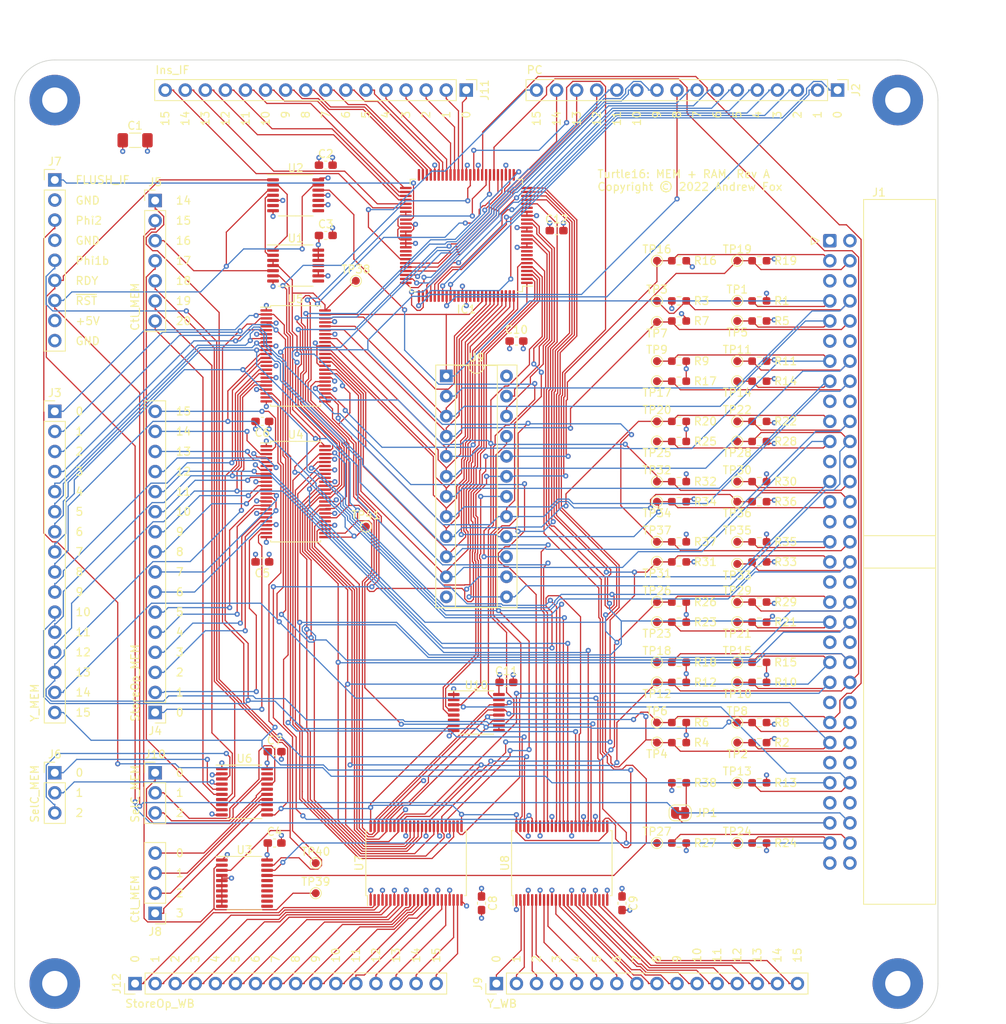
<source format=kicad_pcb>
(kicad_pcb (version 20221018) (generator pcbnew)
  (title_block (title "Turtle16: MEM + RAM") (date "2022-04-14") (rev "A") (comment 4 "MEM pipeline stage and RAM"))
  (layers (0 "F.Cu" signal) (1 "In1.Cu" power) (2 "In2.Cu" power) (31 "B.Cu" signal) (34 "B.Paste" user) (35 "F.Paste" user) (36 "B.SilkS" user "B.Silkscreen") (37 "F.SilkS" user "F.Silkscreen") (38 "B.Mask" user) (39 "F.Mask" user) (44 "Edge.Cuts" user))
  (net 0 "")
  (net 1 "GND")
  (net 2 "VCC")
  (net 3 "/RAM/Addr9")
  (net 4 "/RAM/Addr10")
  (net 5 "/RAM/Addr11")
  (net 6 "/RAM/Addr12")
  (net 7 "/RAM/Addr13")
  (net 8 "/RAM/Addr14")
  (net 9 "/RAM/Addr15")
  (net 12 "Net-(IC1-~{CE0L})")
  (net 13 "Net-(IC1-CE1L)")
  (net 14 "/System Bus Connector/~{MemStore}")
  (net 15 "/System Bus Connector/~{MemLoad}")
  (net 16 "/RAM/IO15")
  (net 17 "/RAM/IO14")
  (net 18 "/RAM/IO13")
  (net 19 "/RAM/IO12")
  (net 20 "/RAM/IO11")
  (net 21 "/RAM/IO10")
  (net 22 "/RAM/IO9")
  (net 23 "/RAM/IO8")
  (net 24 "/RAM/IO7")
  (net 25 "/RAM/IO6")
  (net 26 "/RAM/IO5")
  (net 27 "/RAM/IO4")
  (net 28 "/RAM/IO3")
  (net 29 "/RAM/IO2")
  (net 30 "/RAM/IO1")
  (net 31 "/RAM/IO0")
  (net 32 "/RAM/Ins_IF0")
  (net 33 "/RAM/Ins_IF1")
  (net 34 "/RAM/Ins_IF2")
  (net 35 "/RAM/Ins_IF3")
  (net 36 "/RAM/Ins_IF4")
  (net 37 "/RAM/Ins_IF5")
  (net 38 "/RAM/Ins_IF6")
  (net 39 "/RAM/Ins_IF7")
  (net 40 "/RAM/Ins_IF8")
  (net 41 "/RAM/Ins_IF9")
  (net 43 "/RAM/Ins_IF10")
  (net 44 "/RAM/Ins_IF11")
  (net 45 "/RAM/Ins_IF12")
  (net 46 "/RAM/Ins_IF13")
  (net 47 "/RAM/Ins_IF14")
  (net 48 "/RAM/Ins_IF15")
  (net 51 "/RAM/PC15")
  (net 52 "/RAM/PC14")
  (net 53 "/RAM/PC13")
  (net 54 "/RAM/PC12")
  (net 55 "/RAM/PC11")
  (net 56 "/RAM/PC10")
  (net 57 "/RAM/PC9")
  (net 58 "/RAM/PC8")
  (net 59 "/RAM/PC7")
  (net 60 "/RAM/PC6")
  (net 61 "/RAM/PC5")
  (net 62 "/RAM/PC4")
  (net 63 "/RAM/PC3")
  (net 64 "/RAM/PC2")
  (net 65 "/RAM/PC1")
  (net 66 "/RAM/PC0")
  (net 72 "/RAM/Addr0")
  (net 73 "/RAM/Addr1")
  (net 74 "/RAM/Addr2")
  (net 75 "/RAM/Addr3")
  (net 76 "/RAM/Addr4")
  (net 77 "/RAM/Addr5")
  (net 78 "/RAM/Addr6")
  (net 79 "/RAM/Addr7")
  (net 80 "/RAM/Addr8")
  (net 81 "/RAM/Bank1")
  (net 82 "/RAM/Bank2")
  (net 83 "/MEM Prototype Inputs/Phi2")
  (net 84 "/RAM/Bank0")
  (net 85 "/MEM Prototype Inputs/RDY")
  (net 86 "/MEM Prototype Inputs/~{RST_sync}")
  (net 87 "/MEM Prototype Inputs/Y_MEM0")
  (net 88 "/MEM Prototype Inputs/Y_MEM1")
  (net 89 "/MEM Prototype Inputs/Y_MEM2")
  (net 90 "/MEM Prototype Inputs/Y_MEM3")
  (net 91 "/MEM Prototype Inputs/Y_MEM4")
  (net 92 "/MEM Prototype Inputs/Y_MEM5")
  (net 93 "/MEM Prototype Inputs/Y_MEM6")
  (net 94 "/MEM Prototype Inputs/Y_MEM7")
  (net 95 "/MEM Prototype Inputs/Y_MEM8")
  (net 96 "/MEM Prototype Inputs/Y_MEM9")
  (net 97 "/MEM Prototype Inputs/Y_MEM10")
  (net 98 "/MEM Prototype Inputs/Y_MEM11")
  (net 99 "/MEM Prototype Inputs/Y_MEM12")
  (net 100 "/MEM Prototype Inputs/Y_MEM13")
  (net 101 "/MEM Prototype Inputs/Y_MEM14")
  (net 102 "/MEM Prototype Inputs/Y_MEM15")
  (net 103 "/MEM Prototype Inputs/StoreOp_MEM0")
  (net 104 "/MEM Prototype Inputs/StoreOp_MEM1")
  (net 105 "/MEM Prototype Inputs/StoreOp_MEM2")
  (net 106 "/MEM Prototype Inputs/StoreOp_MEM3")
  (net 107 "/MEM Prototype Inputs/StoreOp_MEM4")
  (net 108 "/MEM Prototype Inputs/StoreOp_MEM5")
  (net 109 "/MEM Prototype Inputs/StoreOp_MEM6")
  (net 110 "/MEM Prototype Inputs/StoreOp_MEM7")
  (net 111 "/MEM Prototype Inputs/StoreOp_MEM8")
  (net 112 "/MEM Prototype Inputs/StoreOp_MEM9")
  (net 113 "/MEM Prototype Inputs/StoreOp_MEM10")
  (net 114 "/MEM Prototype Inputs/StoreOp_MEM11")
  (net 115 "/MEM Prototype Inputs/StoreOp_MEM12")
  (net 116 "/MEM Prototype Inputs/StoreOp_MEM13")
  (net 117 "/MEM Prototype Inputs/StoreOp_MEM14")
  (net 118 "/MEM Prototype Inputs/StoreOp_MEM15")
  (net 119 "/MEM Prototype Inputs/Ctl_MEM14")
  (net 120 "/MEM Prototype Inputs/Ctl_MEM15")
  (net 121 "/MEM Prototype Inputs/Ctl_MEM16")
  (net 122 "/MEM Prototype Inputs/Ctl_MEM17")
  (net 123 "/MEM Prototype Inputs/Ctl_MEM18")
  (net 124 "/MEM Prototype Inputs/Ctl_MEM19")
  (net 125 "/MEM Prototype Inputs/Ctl_MEM20")
  (net 126 "/MEM Prototype Inputs/SelC_MEM0")
  (net 127 "/MEM Prototype Inputs/SelC_MEM1")
  (net 128 "/MEM Prototype Inputs/SelC_MEM2")
  (net 129 "/MEM Prototype Inputs/Phi1b")
  (net 130 "/MEM Prototype Outputs/Ctl_WB17")
  (net 131 "/MEM Prototype Outputs/Ctl_WB18")
  (net 132 "/MEM Prototype Outputs/Ctl_WB19")
  (net 133 "/MEM Prototype Outputs/Ctl_WB20")
  (net 134 "/MEM Prototype Outputs/Y_WB0")
  (net 135 "/MEM Prototype Outputs/Y_WB1")
  (net 136 "/MEM Prototype Outputs/Y_WB2")
  (net 137 "/MEM Prototype Outputs/Y_WB3")
  (net 138 "/MEM Prototype Outputs/Y_WB4")
  (net 139 "/MEM Prototype Outputs/Y_WB5")
  (net 140 "/MEM Prototype Outputs/Y_WB6")
  (net 141 "/MEM Prototype Outputs/Y_WB7")
  (net 142 "/MEM Prototype Outputs/Y_WB8")
  (net 143 "/MEM Prototype Outputs/Y_WB9")
  (net 144 "/MEM Prototype Outputs/Y_WB10")
  (net 145 "/MEM Prototype Outputs/Y_WB11")
  (net 146 "/MEM Prototype Outputs/Y_WB12")
  (net 147 "/MEM Prototype Outputs/Y_WB13")
  (net 148 "/MEM Prototype Outputs/Y_WB14")
  (net 149 "/MEM Prototype Outputs/Y_WB15")
  (net 150 "/MEM Prototype Outputs/SelC_WB0")
  (net 151 "/MEM Prototype Outputs/SelC_WB1")
  (net 152 "/MEM Prototype Outputs/SelC_WB2")
  (net 153 "/MEM Prototype Outputs/StoreOp_WB0")
  (net 154 "/MEM Prototype Outputs/StoreOp_WB1")
  (net 155 "/MEM Prototype Outputs/StoreOp_WB2")
  (net 156 "/MEM Prototype Outputs/StoreOp_WB3")
  (net 157 "/MEM Prototype Outputs/StoreOp_WB4")
  (net 158 "/MEM Prototype Outputs/StoreOp_WB5")
  (net 159 "/MEM Prototype Outputs/StoreOp_WB6")
  (net 160 "/MEM Prototype Outputs/StoreOp_WB7")
  (net 161 "/MEM Prototype Outputs/StoreOp_WB8")
  (net 162 "/MEM Prototype Outputs/StoreOp_WB9")
  (net 163 "/MEM Prototype Outputs/StoreOp_WB10")
  (net 164 "/MEM Prototype Outputs/StoreOp_WB11")
  (net 165 "/MEM Prototype Outputs/StoreOp_WB12")
  (net 166 "/MEM Prototype Outputs/StoreOp_WB13")
  (net 167 "/MEM Prototype Outputs/StoreOp_WB14")
  (net 168 "/MEM Prototype Outputs/StoreOp_WB15")
  (net 169 "Net-(JP1-B)")
  (net 170 "Net-(U1-Pad1)")
  (net 171 "Net-(U1-Pad2)")
  (net 177 "Net-(U10-Mr)")
  (net 180 "/MEM/Buffer StoreOp As Bus I/O/~{Assert}")
  (net 181 "/MEM/~{RDY}")
  (net 187 "Net-(U10-E1)")
  (net 189 "/MEM Prototype Inputs/FLUSH_IF")
  (footprint "MountingHole:MountingHole_3.2mm_M3_Pad" (layer "F.Cu") (at 78.74 160.02)
    (fp_text reference "H4" hide)
    (fp_text value "MountingHole_Pad")
  )
  (footprint "MountingHole:MountingHole_3.2mm_M3_Pad" (layer "F.Cu") (at 185.42 160.02)
    (fp_text reference "H3" hide)
    (fp_text value "MountingHole_Pad")
  )
  (footprint "MountingHole:MountingHole_3.2mm_M3_Pad" (layer "F.Cu") (at 78.74 48.26)
    (fp_text reference "H1" hide)
    (fp_text value "MountingHole_Pad")
  )
  (footprint "MountingHole:MountingHole_3.2mm_M3_Pad" (layer "F.Cu") (at 185.42 48.26)
    (fp_text reference "H2" hide)
    (fp_text value "MountingHole_Pad")
  )
  (footprint "Connector_PinHeader_2.54mm:PinHeader_1x16_P2.54mm_Vertical" (layer "F.Cu") (at 91.44 125.73 180)
    (fp_text reference "J4")
    (fp_text value "StoreOp_MEM")
  )
  (footprint "TestPoint:TestPoint_Pad_D1.0mm" (layer "F.Cu") (at 111.76 144.78)
    (fp_text reference "TP40")
    (fp_text value "~{MemLoadIn}")
  )
  (footprint "Capacitor_SMD:C_0603_1608Metric_Pad1.08x0.95mm_HandSolder" (layer "F.Cu") (at 135.89 121.92)
    (fp_text reference "C11")
    (fp_text value "100nF")
  )
  (footprint "TestPoint:TestPoint_Pad_D1.0mm" (layer "F.Cu") (at 165.1 104.14)
    (fp_text reference "TP35")
    (fp_text value "IO14")
  )
  (footprint "TestPoint:TestPoint_Pad_D1.0mm" (layer "F.Cu") (at 154.94 127)
    (fp_text reference "TP6")
    (fp_text value "IO2")
  )
  (footprint "TestPoint:TestPoint_Pad_D1.0mm" (layer "F.Cu") (at 154.94 81.28)
    (fp_text reference "TP9")
    (fp_text value "Addr4")
  )
  (footprint "Package_SO:TSSOP-14_4.4x5mm_P0.65mm" (layer "F.Cu") (at 109.22 69.19)
    (fp_text reference "U1")
    (fp_text value "74ABT32")
  )
  (footprint "TestPoint:TestPoint_Pad_D1.0mm" (layer "F.Cu") (at 154.94 76.327 180)
    (fp_text reference "TP7")
    (fp_text value "Addr3")
  )
  (footprint "Capacitor_SMD:C_0603_1608Metric_Pad1.08x0.95mm_HandSolder" (layer "F.Cu") (at 113.03 56.49)
    (fp_text reference "C2")
    (fp_text value "100nF")
  )
  (footprint "Package_SO:TSSOP-48_6.1x12.5mm_P0.5mm" (layer "F.Cu") (at 109.22 80.62)
    (fp_text reference "U5")
    (fp_text value "74AHCT16245")
  )
  (footprint "Capacitor_SMD:C_0603_1608Metric_Pad1.08x0.95mm_HandSolder" (layer "F.Cu") (at 106.553 142.24)
    (fp_text reference "C4")
    (fp_text value "100nF")
  )
  (footprint "Resistor_SMD:R_0603_1608Metric_Pad0.98x0.95mm_HandSolder" (layer "F.Cu") (at 167.894 104.14)
    (fp_text reference "R35")
    (fp_text value "10K")
  )
  (footprint "TestPoint:TestPoint_Pad_D1.0mm" (layer "F.Cu") (at 165.1 142.24)
    (fp_text reference "TP24")
    (fp_text value "~{MemStore}")
  )
  (footprint "Resistor_SMD:R_0603_1608Metric_Pad0.98x0.95mm_HandSolder" (layer "F.Cu") (at 157.734 91.44)
    (fp_text reference "R25")
    (fp_text value "10K")
  )
  (footprint "TestPoint:TestPoint_Pad_D1.0mm" (layer "F.Cu") (at 165.1 129.54 180)
    (fp_text reference "TP2")
    (fp_text value "IO0")
  )
  (footprint "Resistor_SMD:R_0603_1608Metric_Pad0.98x0.95mm_HandSolder" (layer "F.Cu") (at 157.734 127)
    (fp_text reference "R6")
    (fp_text value "10K")
  )
  (footprint "Connector_PinHeader_2.54mm:PinHeader_1x09_P2.54mm_Vertical" (layer "F.Cu") (at 78.74 58.36)
    (fp_text reference "J7")
    (fp_text value "Control Signals")
  )
  (footprint "Connector_PinHeader_2.54mm:PinHeader_1x16_P2.54mm_Vertical" (layer "F.Cu") (at 177.8 46.99 -90)
    (fp_text reference "J2")
    (fp_text value "PC")
  )
  (footprint "Resistor_SMD:R_0603_1608Metric_Pad0.98x0.95mm_HandSolder" (layer "F.Cu") (at 167.894 99.06)
    (fp_text reference "R36")
    (fp_text value "10K")
  )
  (footprint "TestPoint:TestPoint_Pad_D1.0mm" (layer "F.Cu") (at 165.1 121.92 180)
    (fp_text reference "TP10")
    (fp_text value "IO4")
  )
  (footprint "TestPoint:TestPoint_Pad_D1.0mm" (layer "F.Cu") (at 165.1 114.3 180)
    (fp_text reference "TP21")
    (fp_text value "IO8")
  )
  (footprint "Resistor_SMD:R_0603_1608Metric_Pad0.98x0.95mm_HandSolder" (layer "F.Cu") (at 167.894 88.9)
    (fp_text reference "R22")
    (fp_text value "10K")
  )
  (footprint "Capacitor_SMD:C_0603_1608Metric_Pad1.08x0.95mm_HandSolder" (layer "F.Cu") (at 105.0025 106.68 180)
    (fp_text reference "C5")
    (fp_text value "100nF")
  )
  (footprint "TestPoint:TestPoint_Pad_D1.0mm" (layer "F.Cu") (at 154.94 88.9)
    (fp_text reference "TP20")
    (fp_text value "Addr8")
  )
  (footprint "Resistor_SMD:R_0603_1608Metric_Pad0.98x0.95mm_HandSolder" (layer "F.Cu") (at 157.734 142.24)
    (fp_text reference "R27")
    (fp_text value "10K")
  )
  (footprint "Package_SO:TSSOP-20_4.4x6.5mm_P0.65mm" (layer "F.Cu") (at 102.743 147.32)
    (fp_text reference "U3")
    (fp_text value "74AHCT245")
  )
  (footprint "TestPoint:TestPoint_Pad_D1.0mm" (layer "F.Cu") (at 165.1 106.934 180)
    (fp_text reference "TP33")
    (fp_text value "IO13")
  )
  (footprint "Resistor_SMD:R_0603_1608Metric_Pad0.98x0.95mm_HandSolder" (layer "F.Cu") (at 167.894 76.2)
    (fp_text reference "R5")
    (fp_text value "10K")
  )
  (footprint "TestPoint:TestPoint_Pad_D1.0mm" (layer "F.Cu") (at 154.94 106.68 180)
    (fp_text reference "TP31")
    (fp_text value "IO12")
  )
  (footprint "Resistor_SMD:R_0603_1608Metric_Pad0.98x0.95mm_HandSolder" (layer "F.Cu") (at 167.894 106.68)
    (fp_text reference "R33")
    (fp_text value "10K")
  )
  (footprint "TestPoint:TestPoint_Pad_D1.0mm" (layer "F.Cu") (at 165.1 88.9)
    (fp_text reference "TP22")
    (fp_text value "Addr9")
  )
  (footprint "Resistor_SMD:R_0603_1608Metric_Pad0.98x0.95mm_HandSolder" (layer "F.Cu") (at 167.894 111.76)
    (fp_text reference "R29")
    (fp_text value "10K")
  )
  (footprint "Connector_PinHeader_2.54mm:PinHeader_1x16_P2.54mm_Vertical" (layer "F.Cu") (at 134.62 160.02 90)
    (fp_text reference "J9")
    (fp_text value "Y_WB")
  )
  (footprint "Connector_PinHeader_2.54mm:PinHeader_1x03_P2.54mm_Vertical" (layer "F.Cu") (at 78.74 133.35)
    (fp_text reference "J6")
    (fp_text value "SelC_MEM")
  )
  (footprint "Package_SO:TSSOP-14_4.4x5mm_P0.65mm" (layer "F.Cu") (at 109.22 60.3)
    (fp_text reference "U2")
    (fp_text value "74AHCT04")
  )
  (footprint "Resistor_SMD:R_0603_1608Metric_Pad0.98x0.95mm_HandSolder" (layer "F.Cu") (at 167.894 91.44)
    (fp_text reference "R28")
    (fp_text value "10K")
  )
  (footprint "TestPoint:TestPoint_Pad_D1.0mm" (layer "F.Cu") (at 154.94 99.06 180)
    (fp_text reference "TP34")
    (fp_text value "Addr14")
  )
  (footprint "Connector_PinHeader_2.54mm:PinHeader_1x16_P2.54mm_Vertical" (layer "F.Cu") (at 88.9 160.02 90)
    (fp_text reference "J12")
    (fp_text value "StoreOp_WB")
  )
  (footprint "TestPoint:TestPoint_Pad_D1.0mm" (layer "F.Cu") (at 116.84 71.12)
    (fp_text reference "TP38")
    (fp_text value "~{RDY}")
  )
  (footprint "Connector_PinHeader_2.54mm:PinHeader_1x07_P2.54mm_Vertical" (layer "F.Cu") (at 91.44 60.96)
    (fp_text reference "J5")
    (fp_text value "Ctl_MEM")
  )
  (footprint "Resistor_SMD:R_0603_1608Metric_Pad0.98x0.95mm_HandSolder" (layer "F.Cu") (at 157.734 111.76)
    (fp_text reference "R26")
    (fp_text value "10K")
  )
  (footprint "Package_QFP:TQFP-100_14x14mm_P0.5mm" (layer "F.Cu") (at 130.82 65.38 180)
    (fp_text reference "IC1")
    (fp_text value "7028L20PFGI")
  )
  (footprint "TestPoint:TestPoint_Pad_D1.0mm" (layer "F.Cu") (at 154.94 91.44 180)
    (fp_text reference "TP25")
    (fp_text value "Addr10")
  )
  (footprint "Resistor_SMD:R_0603_1608Metric_Pad0.98x0.95mm_HandSolder" (layer "F.Cu") (at 157.734 121.92)
    (fp_text reference "R12")
    (fp_text value "10K")
  )
  (footprint "TestPoint:TestPoint_Pad_D1.0mm" (layer "F.Cu") (at 165.1 83.82 180)
    (fp_text reference "TP14")
    (fp_text value "Addr6")
  )
  (footprint "Resistor_SMD:R_0603_1608Metric_Pad0.98x0.95mm_HandSolder" (layer "F.Cu") (at 167.894 73.66)
    (fp_text reference "R1")
    (fp_text value "10K")
  )
  (footprint "Resistor_SMD:R_0603_1608Metric_Pad0.98x0.95mm_HandSolder" (layer "F.Cu") (at 167.894 96.52)
    (fp_text reference "R30")
    (fp_text value "10K")
  )
  (footprint "Resistor_SMD:R_0603_1608Metric_Pad0.98x0.95mm_HandSolder" (layer "F.Cu") (at 167.894 68.58)
    (fp_text reference "R19")
    (fp_text value "10K")
  )
  (footprint "TestPoint:TestPoint_Pad_D1.0mm" (layer "F.Cu") (at 154.94 73.66)
    (fp_text reference "TP3")
    (fp_text value "Addr1")
  )
  (footprint "TestPoint:TestPoint_Pad_D1.0mm" (layer "F.Cu") (at 165.1 134.62)
    (fp_text reference "TP13")
    (fp_text value "Bank0")
  )
  (footprint "TestPoint:TestPoint_Pad_D1.0mm" (layer "F.Cu") (at 154.94 96.52)
    (fp_text reference "TP32")
    (fp_text value "Addr13")
  )
  (footprint "Package_SO:TSSOP-48_6.1x12.5mm_P0.5mm" (layer "F.Cu") (at 109.22 97.79)
    (fp_text reference "U4")
    (fp_text value "74AHCT16245")
  )
  (footprint "Resistor_SMD:R_0603_1608Metric_Pad0.98x0.95mm_HandSolder" (layer "F.Cu") (at 157.734 76.2)
    (fp_text reference "R7")
    (fp_text value "10K")
  )
  (footprint "Capacitor_SMD:C_0603_1608Metric_Pad1.08x0.95mm_HandSolder" (layer "F.Cu") (at 106.553 130.683)
    (fp_text reference "C7")
    (fp_text value "100nF")
  )
  (footprint "TestPoint:TestPoint_Pad_D1.0mm" (layer "F.Cu") (at 165.1 119.38)
    (fp_text reference "TP15")
    (fp_text value "IO6")
  )
  (footprint "Resistor_SMD:R_0603_1608Metric_Pad0.98x0.95mm_HandSolder" (layer "F.Cu") (at 157.734 68.58)
    (fp_text reference "R16")
    (fp_text value "10K")
  )
  (footprint "TestPoint:TestPoint_Pad_D1.0mm" (layer "F.Cu") (at 154.94 142.24)
    (fp_text reference "TP27")
    (fp_text value "~{MemLoad}")
  )
  (footprint "Resistor_SMD:R_0603_1608Metric_Pad0.98x0.95mm_HandSolder" (layer "F.Cu") (at 157.734 114.3)
    (fp_text reference "R23")
    (fp_text value "10K")
  )
  (footprint "TestPoint:TestPoint_Pad_D1.0mm" (layer "F.Cu") (at 165.1 111.76)
    (fp_text reference "TP29")
    (fp_text value "IO11")
  )
  (footprint "Resistor_SMD:R_0603_1608Metric_Pad0.98x0.95mm_HandSolder" (layer "F.Cu") (at 157.734 119.38)
    (fp_text reference "R18")
    (fp_text value "10K")
  )
  (footprint "TestPoint:TestPoint_Pad_D1.0mm" (layer "F.Cu") (at 165.1 68.58)
    (fp_text reference "TP19")
    (fp_text value "Bank2")
  )
  (footprint "Resistor_SMD:R_0603_1608Metric_Pad0.98x0.95mm_HandSolder" (layer "F.Cu") (at 157.734 73.66 180)
    (fp_text reference "R3")
    (fp_text value "10K")
  )
  (footprint "TestPoint:TestPoint_Pad_D1.0mm" (layer "F.Cu") (at 111.76 148.59)
    (fp_text reference "TP39")
    (fp_text value "~{MemStoreIn}")
  )
  (footprint "Resistor_SMD:R_0603_1608Metric_Pad0.98x0.95mm_HandSolder" (layer "F.Cu") (at 157.734 88.9)
    (fp_text reference "R20")
    (fp_text value "10K")
  )
  (footprint "Resistor_SMD:R_0603_1608Metric_Pad0.98x0.95mm_HandSolder" (layer "F.Cu") (at 167.894 119.38)
    (fp_text reference "R15")
    (fp_text value "10K")
  )
  (footprint "Resistor_SMD:R_0603_1608Metric_Pad0.98x0.95mm_HandSolder" (layer "F.Cu") (at 157.734 104.14)
    (fp_text reference "R37")
    (fp_text value "10K")
  )
  (footprint "Resistor_SMD:R_0603_1608Metric_Pad0.98x0.95mm_HandSolder" (layer "F.Cu") (at 157.734 134.62)
    (fp_text reference "R38")
    (fp_text value "10K")
  )
  (footprint "Capacitor_SMD:C_0603_1608Metric_Pad1.08x0.95mm_HandSolder" (layer "F.Cu") (at 105.0025 88.9 180)
    (fp_text reference "C6")
    (fp_text value "100nF")
  )
  (footprint "Resistor_SMD:R_0603_1608Metric_Pad0.98x0.95mm_HandSolder" (layer "F.Cu") (at 167.894 83.82)
    (fp_text reference "R14")
    (fp_text value "10K")
  )
  (footprint "TestPoint:TestPoint_Pad_D1.0mm" (layer "F.Cu") (at 154.94 121.92 180)
    (fp_text reference "TP12")
    (fp_text value "IO5")
  )
  (footprint "Capacitor_SMD:C_1206_3216Metric_Pad1.33x1.80mm_HandSolder" (layer "F.Cu") (at 88.9 53.34)
    (fp_text reference "C1")
    (fp_text value "100µF")
  )
  (footprint "Resistor_SMD:R_0603_1608Metric_Pad0.98x0.95mm_HandSolder" (layer "F.Cu") (at 167.894 134.62)
    (fp_text reference "R13")
    (fp_text value "10K")
  )
  (footprint "Resistor_SMD:R_0603_1608Metric_Pad0.98x0.95mm_HandSolder" (layer "F.Cu") (at 157.734 83.82)
    (fp_text reference "R17")
    (fp_text value "10K")
  )
  (footprint "TestPoint:TestPoint_Pad_D1.0mm" (layer "F.Cu") (at 154.94 68.58)
    (fp_text reference "TP16")
    (fp_text value "Bank1")
  )
  (footprint "Capacitor_SMD:C_0603_1608Metric_Pad1.08x0.95mm_HandSolder" (layer "F.Cu") (at 142.24 64.77)
    (fp_text reference "C12")
    (fp_text value "100nF")
  )
  (footprint "Resistor_SMD:R_0603_1608Metric_Pad0.98x0.95mm_HandSolder" (layer "F.Cu") (at 167.894 142.24)
    (fp_text reference "R24")
    (fp_text value "10K")
  )
  (footprint "Capacitor_SMD:C_0603_1608Metric_Pad1.08x0.95mm_HandSolder" (layer "F.Cu") (at 137.16 78.74)
    (fp_text reference "C10")
    (fp_text value "100nF")
  )
  (footprint "Resistor_SMD:R_0603_1608Metric_Pad0.98x0.95mm_HandSolder" (layer "F.Cu") (at 157.734 81.28)
    (fp_text reference "R9")
    (fp_text value "10K")
  )
  (footprint "Capacitor_SMD:C_0603_1608Metric_Pad1.08x0.95mm_HandSolder" (layer "F.Cu") (at 150.52 149.86 -90)
    (fp_text reference "C9")
    (fp_text value "100nF")
  )
  (footprint "Package_SO:TSSOP-20_4.4x6.5mm_P0.65mm" (layer "F.Cu") (at 102.743 135.763)
    (fp_text reference "U6")
    (fp_text value "74ABT574")
  )
  (footprint "Resistor_SMD:R_0603_1608Metric_Pad0.98x0.95mm_HandSolder" (layer "F.Cu") (at 167.894 127)
    (fp_text reference "R8")
    (fp_text value "10K")
  )
  (footprint "Package_SO:TSSOP-16_4.4x5mm_P0.65mm" (layer "F.Cu") (at 132.08 125.73)
    (fp_text reference "U10")
    (fp_text value "CD74HC173PWR")
  )
  (footprint "Connector_PinHeader_2.54mm:PinHeader_1x16_P2.54mm_Vertical" (layer "F.Cu") (at 130.81 46.99 -90)
    (fp_text reference "J11")
    (fp_text value "Ins_IF")
  )
  (footprint "Resistor_SMD:R_0603_1608Metric_Pad0.98x0.95mm_HandSolder" (layer "F.Cu") (at 167.894 129.54)
    (fp_text reference "R2")
    (fp_text value "10K")
  )
  (footprint "TestPoint:TestPoint_Pad_D1.0mm" (layer "F.Cu") (at 165.1 76.2 180)
    (fp_text reference "TP5")
    (fp_text value "Addr2")
  )
  (footprint "TestPoint:TestPoint_Pad_D1.0mm" (layer "F.Cu") (at 165.1 127)
    (fp_text reference "TP8")
    (fp_text value "IO3")
  )
  (footprint "Connector_IDC:IDC-Header_2x32_P2.54mm_Horizontal" (layer "F.Cu") (at 176.819 66.04)
    (fp_text reference "J1")
    (fp_text value "71922-164LF")
  )
  (footprint "TestPoint:TestPoint_Pad_D1.0mm" (layer "F.Cu") (at 154.94 104.14)
    (fp_text reference "TP37")
    (fp_text value "IO15")
  )
  (footprint "Resistor_SMD:R_0603_1608Metric_Pad0.98x0.95mm_HandSolder" (layer "F.Cu") (at 157.734 129.54)
    (fp_text reference "R4")
    (fp_text value "10K")
  )
  (footprint "Resistor_SMD:R_0603_1608Metric_Pad0.98x0.95mm_HandSolder" (layer "F.Cu") (at 157.734 106.68)
    (fp_text reference "R31")
    (fp_text value "10K")
  )
  (footprint "Package_SO:TSSOP-48_8x12.5mm_P0.5mm" (layer "F.Cu") (at 124.46 144.78 90)
    (fp_text reference "U7")
    (fp_text value "74ABT16374")
  )
  (footprint "TestPoint:TestPoint_Pad_D1.0mm" (layer "F.Cu") (at 118.11 102.21)
    (fp_text reference "TP41")
    (fp_text value "~{Assert}")
  )
  (footprint "Capacitor_SMD:C_0603_1608Metric_Pad1.08x0.95mm_HandSolder" (layer "F.Cu") (at 113.03 65.38)
    (fp_text reference "C3")
    (fp_text value "100nF")
  )
  (footprint "Resistor_SMD:R_0603_1608Metric_Pad0.98x0.95mm_HandSolder" (layer "F.Cu") (at 157.734 99.06)
    (fp_text reference "R34")
    (fp_text value "10K")
  )
  (footprint "TestPoint:TestPoint_Pad_D1.0mm" (layer "F.Cu") (at 165.1 99.06 180)
    (fp_text reference "TP36")
    (fp_text value "Addr15")
  )
  (footprint "TestPoint:TestPoint_Pad_D1.0mm" (layer "F.Cu") (at 154.94 129.54 180)
    (fp_text reference "TP4")
    (fp_text value "IO1")
  )
  (footprint "Jumper:SolderJumper-2_P1.3mm_Bridged_RoundedPad1.0x1.5mm" (layer "F.Cu") (at 157.876 138.43)
    (fp_text reference "JP1")
    (fp_text value "SolderJumper_2_Bridged")
  )
  (footprint "Resistor_SMD:R_0603_1608Metric_Pad0.98x0.95mm_HandSolder" (layer "F.Cu") (at 167.894 121.92)
    (fp_text reference "R10")
    (fp_text value "10K")
  )
  (footprint "Capacitor_SMD:C_0603_1608Metric_Pad1.08x0.95mm_HandSolder" (layer "F.Cu") (at 132.74 149.86 -90)
    (fp_text reference "C8")
    (fp_text value "100nF")
  )
  (footprint "TestPoint:TestPoint_Pad_D1.0mm" (layer "F.Cu") (at 165.1 73.66)
    (fp_text reference "TP1")
    (fp_text value "Addr0")
  )
  (footprint "Resistor_SMD:R_0603_1608Metric_Pad0.98x0.95mm_HandSolder" (layer "F.Cu") (at 167.894 81.28)
    (fp_text reference "R11")
    (fp_text value "10K")
  )
  (footprint "TestPoint:TestPoint_Pad_D1.0mm" (layer "F.Cu") (at 165.1 96.52)
    (fp_text reference "TP30")
    (fp_text value "Addr12")
  )
  (footprint "TestPoint:TestPoint_Pad_D1.0mm" (layer "F.Cu") (at 154.94 83.82 180)
    (fp_text reference "TP17")
    (fp_text value "Addr7")
  )
  (footprint "TestPoint:TestPoint_Pad_D1.0mm" (layer "F.Cu") (at 165.1 91.44 180)
    (fp_text reference "TP28")
    (fp_text value "Addr11")
  )
  (footprint "TestPoint:TestPoint_Pad_D1.0mm" (layer "F.Cu") (at 154.94 119.38)
    (fp_text reference "TP18")
    (fp_text value "IO7")
  )
  (footprint "TestPoint:TestPoint_Pad_D1.0mm" (layer "F.Cu") (at 154.94 111.76)
    (fp_text reference "TP26")
    (fp_text value "IO10")
  )
  (footprint "TestPoint:TestPoint_Pad_D1.0mm" (layer "F.Cu") (at 165.1 81.28)
    (fp_text reference "TP11")
    (fp_text value "Addr5")
  )
  (footprint "Package_SO:TSSOP-48_8x12.5mm_P0.5mm" (layer "F.Cu") (at 142.9 144.78 90)
    (fp_text reference "U8")
    (fp_text value "74ABT16374")
  )
  (footprint "Resistor_SMD:R_0603_1608Metric_Pad0.98x0.95mm_HandSolder" (layer "F.Cu") (at 157.734 96.52)
    (fp_text reference "R32")
    (fp_text value "10K")
  )
  (footprint "Resistor_SMD:R_0603_1608Metric_Pad0.98x0.95mm_HandSolder" (layer "F.Cu") (at 167.894 114.3)
    (fp_text reference "R21")
    (fp_text value "10K")
  )
  (footprint "Package_DIP:DIP-24_W7.62mm_Socket" (layer "F.Cu") (at 128.28 83.16)
    (fp_text reference "U9")
    (fp_text value "ATF22V10C")
  )
  (footprint "Connector_PinHeader_2.54mm:PinHeader_1x04_P2.54mm_Vertical" (layer "F.Cu") (at 91.44 151.13 180)
    (fp_text reference "J8")
    (fp_text value "Ctl_MEM")
  )
  (footprint "TestPoint:TestPoint_Pad_D1.0mm" (layer "F.Cu") (at 154.94 114.3 180)
    (fp_text reference "TP23")
    (fp_text value "IO9")
  )
  (footprint "Connector_PinHeader_2.54mm:PinHeader_1x16_P2.54mm_Vertical" (layer "F.Cu") (at 78.74 87.63)
    (fp_text reference "J3")
    (fp_text value "Y_MEM")
  )
  (footprint "Connector_PinHeader_2.54mm:PinHeader_1x03_P2.54mm_Vertical" (layer "F.Cu") (at 91.44 133.35)
    (fp_text reference "J10")
    (fp_text value "SelC_MEM")
  )
  (gr_line (start 190.5 160.02) (end 190.5 48.26) (stroke (width 0.1)) (layer "Edge.Cuts"))
  (gr_line (start 73.66 48.26) (end 73.66 160.02) (stroke (width 0.1)) (layer "Edge.Cuts"))
  (gr_line (start 78.74 165.1) (end 185.42 165.1) (stroke (width 0.1)) (layer "Edge.Cuts"))
  (gr_arc (start 185.42 43.18) (mid 189.012102 44.667898) (end 190.5 48.26) (stroke (width 0.1)) (layer "Edge.Cuts"))
  (gr_arc (start 190.5 160.02) (mid 189.012102 163.612102) (end 185.42 165.1) (stroke (width 0.1)) (layer "Edge.Cuts"))
  (gr_arc (start 73.66 48.26) (mid 75.147898 44.667898) (end 78.74 43.18) (stroke (width 0.1)) (layer "Edge.Cuts"))
  (gr_line (start 78.74 43.18) (end 185.42 43.18) (stroke (width 0.1)) (layer "Edge.Cuts"))
  (gr_arc (start 78.74 165.1) (mid 75.147898 163.612102) (end 73.66 160.02) (stroke (width 0.1)) (layer "Edge.Cuts"))
  (gr_text "Turtle16: MEM + RAM, Rev A\nCopyright © 2022 Andrew Fox" (at 147.32 58.42) (layer "F.SilkS") (effects (font (size 1 1)) (justify left)))
  (gr_text "15" (at 93.98 63.5) (layer "F.SilkS") (effects (font (size 1 1)) (justify left)))
  (gr_text "14" (at 81.28 123.19) (layer "F.SilkS") (effects (font (size 1 1)) (justify left)))
  (gr_text "12" (at 93.98 95.25) (layer "F.SilkS") (effects (font (size 1 1)) (justify left)))
  (gr_text "8" (at 110.49 49.53 90) (layer "F.SilkS") (effects (font (size 1 1)) (justify right)))
  (gr_text "10" (at 105.41 49.53 90) (layer "F.SilkS") (effects (font (size 1 1)) (justify right)))
  (gr_text "0" (at 134.62 157.48 90) (layer "F.SilkS") (effects (font (size 1 1)) (justify left)))
  (gr_text "11" (at 102.87 49.53 90) (layer "F.SilkS") (effects (font (size 1 1)) (justify right)))
  (gr_text "GND" (at 81.28 66.04) (layer "F.SilkS") (effects (font (size 1 1)) (justify left)))
  (gr_text "7" (at 81.28 105.41) (layer "F.SilkS") (effects (font (size 1 1)) (justify left)))
  (gr_text "13" (at 167.64 157.48 90) (layer "F.SilkS") (effects (font (size 1 1)) (justify left)))
  (gr_text "2" (at 81.28 92.71) (layer "F.SilkS") (effects (font (size 1 1)) (justify left)))
  (gr_text "13" (at 81.28 120.65) (layer "F.SilkS") (effects (font (size 1 1)) (justify left)))
  (gr_text "6" (at 149.86 157.48 90) (layer "F.SilkS") (effects (font (size 1 1)) (justify left)))
  (gr_text "4" (at 167.64 49.53 90) (layer "F.SilkS") (effects (font (size 1 1)) (justify right)))
  (gr_text "14" (at 124.46 157.48 90) (layer "F.SilkS") (effects (font (size 1 1)) (justify left)))
  (gr_text "~{RST}" (at 81.28 73.66) (layer "F.SilkS") (effects (font (size 1 1)) (justify left)))
  (gr_text "1" (at 128.27 49.53 90) (layer "F.SilkS") (effects (font (size 1 1)) (justify right)))
  (gr_text "15" (at 81.28 125.73) (layer "F.SilkS") (effects (font (size 1 1)) (justify left)))
  (gr_text "15" (at 127 157.48 90) (layer "F.SilkS") (effects (font (size 1 1)) (justify left)))
  (gr_text "Phi1b" (at 81.28 68.58) (layer "F.SilkS") (effects (font (size 1 1)) (justify left)))
  (gr_text "13" (at 144.78 49.53 90) (layer "F.SilkS") (effects (font (size 1 1)) (justify right)))
  (gr_text "4" (at 99.06 157.48 90) (layer "F.SilkS") (effects (font (size 1 1)) (justify left)))
  (gr_text "1" (at 93.98 146.05) (layer "F.SilkS") (effects (font (size 1 1)) (justify left)))
  (gr_text "11" (at 81.28 115.57) (layer "F.SilkS") (effects (font (size 1 1)) (justify left)))
  (gr_text "5" (at 165.1 49.53 90) (layer "F.SilkS") (effects (font (size 1 1)) (justify right)))
  (gr_text "7" (at 106.68 157.48 90) (layer "F.SilkS") (effects (font (size 1 1)) (justify left)))
  (gr_text "4" (at 120.65 49.53 90) (layer "F.SilkS") (effects (font (size 1 1)) (justify right)))
  (gr_text "2" (at 93.98 120.65) (layer "F.SilkS") (effects (font (size 1 1)) (justify left)))
  (gr_text "7" (at 113.03 49.53 90) (layer "F.SilkS") (effects (font (size 1 1)) (justify right)))
  (gr_text "1" (at 81.28 90.17) (layer "F.SilkS") (effects (font (size 1 1)) (justify left)))
  (gr_text "9" (at 154.94 49.53 90) (layer "F.SilkS") (effects (font (size 1 1)) (justify right)))
  (gr_text "8" (at 93.98 105.41) (layer "F.SilkS") (effects (font (size 1 1)) (justify left)))
  (gr_text "1" (at 175.26 49.53 90) (layer "F.SilkS") (effects (font (size 1 1)) (justify right)))
  (gr_text "1" (at 91.44 157.48 90) (layer "F.SilkS") (effects (font (size 1 1)) (justify left)))
  (gr_text "5" (at 81.28 100.33) (layer "F.SilkS") (effects (font (size 1 1)) (justify left)))
  (gr_text "1" (at 93.98 123.19) (layer "F.SilkS") (effects (font (size 1 1)) (justify left)))
  (gr_text "3" (at 81.28 95.25) (layer "F.SilkS") (effects (font (size 1 1)) (justify left)))
  (gr_text "8" (at 157.48 49.53 90) (layer "F.SilkS") (effects (font (size 1 1)) (justify right)))
  (gr_text "5" (at 101.6 157.48 90) (layer "F.SilkS") (effects (font (size 1 1)) (justify left)))
  (gr_text "11" (at 93.98 97.79) (layer "F.SilkS") (effects (font (size 1 1)) (justify left)))
  (gr_text "9" (at 93.98 102.87) (layer "F.SilkS") (effects (font (size 1 1)) (justify left)))
  (gr_text "11" (at 162.56 157.48 90) (layer "F.SilkS") (effects (font (size 1 1)) (justify left)))
  (gr_text "10" (at 81.28 113.03) (layer "F.SilkS") (effects (font (size 1 1)) (justify left)))
  (gr_text "0" (at 130.81 49.53 90) (layer "F.SilkS") (effects (font (size 1 1)) (justify right)))
  (gr_text "3" (at 93.98 118.11) (layer "F.SilkS") (effects (font (size 1 1)) (justify left)))
  (gr_text "1" (at 137.16 157.48 90) (layer "F.SilkS") (effects (font (size 1 1)) (justify left)))
  (gr_text "12" (at 147.32 49.53 90) (layer "F.SilkS") (effects (font (size 1 1)) (justify right)))
  (gr_text "14" (at 93.98 90.17) (layer "F.SilkS") (effects (font (size 1 1)) (justify left)))
  (gr_text "6" (at 93.98 110.49) (layer "F.SilkS") (effects (font (size 1 1)) (justify left)))
  (gr_text "0" (at 93.98 125.73) (layer "F.SilkS") (effects (font (size 1 1)) (justify left)))
  (gr_text "3" (at 123.19 49.53 90) (layer "F.SilkS") (effects (font (size 1 1)) (justify right)))
  (gr_text "13" (at 97.79 49.53 90) (layer "F.SilkS") (effects (font (size 1 1)) (justify right)))
  (gr_text "4" (at 81.28 97.79) (layer "F.SilkS") (effects (font (size 1 1)) (justify left)))
  (gr_text "2" (at 93.98 157.48 90) (layer "F.SilkS") (effects (font (size 1 1)) (justify left)))
  (gr_text "0" (at 81.28 133.35) (layer "F.SilkS") (effects (font (size 1 1)) (justify left)))
  (gr_text "16" (at 93.98 66.04) (layer "F.SilkS") (effects (font (size 1 1)) (justify left)))
  (gr_text "7" (at 160.02 49.53 90) (layer "F.SilkS") (effects (font (size 1 1)) (justify right)))
  (gr_text "12" (at 81.28 118.11) (layer "F.SilkS") (effects (font (size 1 1)) (justify left)))
  (gr_text "13" (at 121.92 157.48 90) (layer "F.SilkS") (effects (font (size 1 1)) (justify left)))
  (gr_text "8" (at 109.22 157.48 90) (layer "F.SilkS") (effects (font (size 1 1)) (justify left)))
  (gr_text "2" (at 81.28 138.43) (layer "F.SilkS") (effects (font (size 1 1)) (justify left)))
  (gr_text "3" (at 142.24 157.48 90) (layer "F.SilkS") (effects (font (size 1 1)) (justify left)))
  (gr_text "18" (at 93.98 71.12) (layer "F.SilkS") (effects (font (size 1 1)) (justify left)))
  (gr_text "9" (at 107.95 49.53 90) (layer "F.SilkS") (effects (font (size 1 1)) (justify right)))
  (gr_text "15" (at 93.98 87.63) (layer "F.SilkS") (effects (font (size 1 1)) (justify left)))
  (gr_text "1" (at 81.28 135.89) (layer "F.SilkS") (effects (font (size 1 1)) (justify left)))
  (gr_text "3" (at 96.52 157.48 90) (layer "F.SilkS") (effects (font (size 1 1)) (justify left)))
  (gr_text "10" (at 152.4 49.53 90) (layer "F.SilkS") (effects (font (size 1 1)) (justify right)))
  (gr_text "14" (at 142.24 49.53 90) (layer "F.SilkS") (effects (font (size 1 1)) (justify right)))
  (gr_text "GND" (at 81.28 60.96) (layer "F.SilkS") (effects (font (size 1 1)) (justify left)))
  (gr_text "14" (at 170.18 157.48 90) (layer "F.SilkS") (effects (font (size 1 1)) (justify left)))
  (gr_text "0" (at 81.28 87.63) (layer "F.SilkS") (effects (font (size 1 1)) (justify left)))
  (gr_text "2" (at 93.98 138.43) (layer "F.SilkS") (effects (font (size 1 1)) (justify left)))
  (gr_text "6" (at 162.56 49.53 90) (layer "F.SilkS") (effects (font (size 1 1)) (justify right)))
  (gr_text "7" (at 93.98 107.95) (layer "F.SilkS") (effects (font (size 1 1)) (justify left)))
  (gr_text "5" (at 147.32 157.48 90) (layer "F.SilkS") (effects (font (size 1 1)) (justify left)))
  (gr_text "11" (at 116.84 157.48 90) (layer "F.SilkS") (effects (font (size 1 1)) (justify left)))
  (gr_text "15" (at 139.7 49.53 90) (layer "F.SilkS") (effects (font (size 1 1)) (justify right)))
  (gr_text "3" (at 93.98 151.13) (layer "F.SilkS") (effects (font (size 1 1)) (justify left)))
  (gr_text "FLUSH_IF" (at 81.28 58.36) (layer "F.SilkS") (effects (font (size 1 1)) (justify left)))
  (gr_text "6" (at 81.28 102.87) (layer "F.SilkS") (effects (font (size 1 1)) (justify left)))
  (gr_text "3" (at 170.18 49.53 90) (layer "F.SilkS") (effects (font (size 1 1)) (justify right)))
  (gr_text "+5V" (at 81.28 76.2) (layer "F.SilkS") (effects (font (size 1 1)) (justify left)))
  (gr_text "14" (at 95.25 49.53 90) (layer "F.SilkS") (effects (font (size 1 1)) (justify right)))
  (gr_text "0" (at 93.98 133.35) (layer "F.SilkS") (effects (font (size 1 1)) (justify left)))
  (gr_text "12" (at 165.1 157.48 90) (layer "F.SilkS") (effects (font (size 1 1)) (justify left)))
  (gr_text "12" (at 119.38 157.48 90) (layer "F.SilkS") (effects (font (size 1 1)) (justify left)))
  (gr_text "14" (at 93.98 60.96) (layer "F.SilkS") (effects (font (size 1 1)) (justify left)))
  (gr_text "15" (at 92.71 49.53 90) (layer "F.SilkS") (effects (font (size 1 1)) (justify right)))
  (gr_text "8" (at 81.28 107.95) (layer "F.SilkS") (effects (font (size 1 1)) (justify left)))
  (gr_text "GND" (at 81.28 78.74) (layer "F.SilkS") (effects (font (size 1 1)) (justify left)))
  (gr_text "6" (at 115.57 49.53 90) (layer "F.SilkS") (effects (font (size 1 1)) (justify right)))
  (gr_text "5" (at 118.11 49.53 90) (layer "F.SilkS") (effects (font (size 1 1)) (justify right)))
  (gr_text "Phi2" (at 81.28 63.5) (layer "F.SilkS") (effects (font (size 1 1)) (justify left)))
  (gr_text "13" (at 93.98 92.71) (layer "F.SilkS") (effects (font (size 1 1)) (justify left)))
  (gr_text "20" (at 93.98 76.2) (layer "F.SilkS") (effects (font (size 1 1)) (justify left)))
  (gr_text "10" (at 114.3 157.48 90) (layer "F.SilkS") (effects (font (size 1 1)) (justify left)))
  (gr_text "0" (at 88.9 157.48 90) (layer "F.SilkS") (effects (font (size 1 1)) (justify left)))
  (gr_text "RDY" (at 81.28 71.12) (layer "F.SilkS") (effects (font (size 1 1)) (justify left)))
  (gr_text "6" (at 104.14 157.48 90) (layer "F.SilkS") (effects (font (size 1 1)) (justify left)))
  (gr_text "15" (at 172.72 157.48 90) (layer "F.SilkS") (effects (font (size 1 1)) (justify left)))
  (gr_text "10" (at 93.98 100.33) (layer "F.SilkS") (effects (font (size 1 1)) (justify left)))
  (gr_text "9" (at 111.76 157.48 90) (layer "F.SilkS") (effects (font (size 1 1)) (justify left)))
  (gr_text "2" (at 93.98 148.59) (layer "F.SilkS") (effects (font (size 1 1)) (justify left)))
  (gr_text "4" (at 144.78 157.48 90) (layer "F.SilkS") (effects (font (size 1 1)) (justify left)))
  (gr_text "9" (at 81.28 110.49) (layer "F.SilkS") (effects (font (size 1 1)) (justify left)))
  (gr_text "7" (at 152.4 157.48 90) (layer "F.SilkS") (effects (font (size 1 1)) (justify left)))
  (gr_text "0" (at 93.98 143.51) (layer "F.SilkS") (effects (font (size 1 1)) (justify left)))
  (gr_text "8" (at 154.94 157.48 90) (layer "F.SilkS") (effects (font (size 1 1)) (justify left)))
  (gr_text "4" (at 93.98 115.57) (layer "F.SilkS") (effects (font (size 1 1)) (justify left)))
  (gr_text "10" (at 160.02 157.48 90) (layer "F.SilkS") (effects (font (size 1 1)) (justify left)))
  (gr_text "11" (at 149.86 49.53 90) (layer "F.SilkS") (effects (font (size 1 1)) (justify right)))
  (gr_text "1" (at 93.98 135.89) (layer "F.SilkS") (effects (font (size 1 1)) (justify left)))
  (gr_text "19" (at 93.98 73.66) (layer "F.SilkS") (effects (font (size 1 1)) (justify left)))
  (gr_text "17" (at 93.98 68.58) (layer "F.SilkS") (effects (font (size 1 1)) (justify left)))
  (gr_text "2" (at 172.72 49.53 90) (layer "F.SilkS") (effects (font (size 1 1)) (justify right)))
  (gr_text "5" (at 93.98 113.03) (layer "F.SilkS") (effects (font (size 1 1)) (justify left)))
  (gr_text "2" (at 125.73 49.53 90) (layer "F.SilkS") (effects (font (size 1 1)) (justify right)))
  (gr_text "0" (at 177.8 49.53 90) (layer "F.SilkS") (effects (font (size 1 1)) (justify right)))
  (gr_text "12" (at 100.33 49.53 90) (layer "F.SilkS") (effects (font (size 1 1)) (justify right)))
  (gr_text "9" (at 157.48 157.48 90) (layer "F.SilkS") (effects (font (size 1 1)) (justify left)))
  (gr_text "2" (at 139.7 157.48 90) (layer "F.SilkS") (effects (font (size 1 1)) (justify left)))
  (segment (start 123.1575 62.38) (end 123.1575 62.88) (width 0.1524) (layer "F.Cu") (net 1))
  (segment (start 168.8065 142.24) (end 168.8065 143.1983) (width 0.1524) (layer "F.Cu") (net 1))
  (segment (start 104.14 105.7137) (end 104.14 106.68) (width 0.1524) (layer "F.Cu") (net 1))
  (segment (start 123.1575 64.38) (end 122.401 64.38) (width 0.1524) (layer "F.Cu") (net 1))
  (segment (start 114.0007 93.54) (end 114.1549 93.6942) (width 0.1524) (layer "F.Cu") (net 1))
  (segment (start 99.8805 146.6812) (end 99.8805 146.995) (width 0.1524) (layer "F.Cu") (net 1))
  (segment (start 123.1575 65.88) (end 123.1575 66.38) (width 0.1524) (layer "F.Cu") (net 1))
  (segment (start 158.0508 75.271) (end 158.6465 75.8667) (width 0.1524) (layer "F.Cu") (net 1))
  (segment (start 141.65 138.8948) (end 141.65 140.1175) (width 0.1524) (layer "F.Cu") (net 1))
  (segment (start 104.14 88.9) (end 104.14 89.8663) (width 0.1524) (layer "F.Cu") (net 1))
  (segment (start 123.1575 62.88) (end 122.4854 62.88) (width 0.1524) (layer "F.Cu") (net 1))
  (segment (start 158.6465 88.9) (end 158.6465 89.882) (width 0.1524) (layer "F.Cu") (net 1))
  (segment (start 111.9115 81.5164) (end 112.2651 81.87) (width 0.1524) (layer "F.Cu") (net 1))
  (segment (start 106.7257 81.87) (end 105.5075 81.87) (width 0.1524) (layer "F.Cu") (net 1))
  (segment (start 105.5075 74.87) (end 105.5075 74.2383) (width 0.1524) (layer "F.Cu") (net 1))
  (segment (start 123.21 148.1907) (end 123.21 149.4425) (width 0.1524) (layer "F.Cu") (net 1))
  (segment (start 168.8065 72.694) (end 168.8065 73.66) (width 0.1524) (layer "F.Cu") (net 1))
  (segment (start 169.56 113.5465) (end 168.8065 114.3) (width 0.1524) (layer "F.Cu") (net 1))
  (segment (start 99.8805 147.645) (end 99.8805 148.295) (width 0.1524) (layer "F.Cu") (net 1))
  (segment (start 136.7525 121.92) (end 136.7525 120.9583) (width 0.1524) (layer "F.Cu") (net 1))
  (segment (start 168.8065 95.545) (end 168.8065 96.52) (width 0.1524) (layer "F.Cu") (net 1))
  (segment (start 141.65 148.2076) (end 141.65 149.4425) (width 0.1524) (layer "F.Cu") (net 1))
  (segment (start 90.4625 53.34) (end 90.4625 54.7274) (width 0.1524) (layer "F.Cu") (net 1))
  (segment (start 123.21 141.2812) (end 123.1523 141.3389) (width 0.1524) (layer "F.Cu") (net 1))
  (segment (start 158.6465 81.28) (end 158.6465 82.2512) (width 0.1524) (layer "F.Cu") (net 1))
  (segment (start 130.82 73.0425) (end 130.82 74.2599) (width 0.1524) (layer "F.Cu") (net 1))
  (segment (start 105.5075 96.54) (end 104.1832 96.54) (width 0.1524) (layer "F.Cu") (net 1))
  (segment (start 99.8805 146.345) (end 99.8805 146.6812) (width 0.1524) (layer "F.Cu") (net 1))
  (segment (start 158.6465 142.24) (end 158.6465 143.1955) (width 0.1524) (layer "F.Cu") (net 1))
  (segment (start 144.15 148.2205) (end 144.15 149.4425) (width 0.1524) (layer "F.Cu") (net 1))
  (segment (start 128.654 128.6894) (end 129.2175 128.1259) (width 0.1524) (layer "F.Cu") (net 1))
  (segment (start 130.8508 150.2073) (end 130.21 149.5665) (width 0.1524) (layer "F.Cu") (net 1))
  (segment (start 111.9115 79.37) (end 111.7045 79.163) (width 0.1524) (layer "F.Cu") (net 1))
  (segment (start 123.21 140.1175) (end 123.21 141.2812) (width 0.1524) (layer "F.Cu") (net 1))
  (segment (start 168.8065 121.92) (end 168.8065 120.9634) (width 0.1524) (layer "F.Cu") (net 1))
  (segment (start 147.15 138.8755) (end 147.15 140.1175) (width 0.1524) (layer "F.Cu") (net 1))
  (segment (start 169.7921 106.6685) (end 168.818 106.6685) (width 0.1524) (layer "F.Cu") (net 1))
  (segment (start 137.15 150.6596) (end 137.15 149.4425) (width 0.1524) (layer "F.Cu") (net 1))
  (segment (start 158.6465 129.54) (end 158.6465 128.5755) (width 0.1524) (layer "F.Cu") (net 1))
  (segment (start 169.7834 91.7009) (end 169.0674 91.7009) (width 0.1524) (layer "F.Cu") (net 1))
  (segment (start 158.6465 121.92) (end 158.6465 120.8261) (width 0.1524) (layer "F.Cu") (net 1))
  (segment (start 99.8805 132.838) (end 99.8805 132.1141) (width 0.1524) (layer "F.Cu") (net 1))
  (segment (start 123.1575 66.38) (end 124.3824 66.38) (width 0.1524) (layer "F.Cu") (net 1))
  (segment (start 118.71 148.2187) (end 118.71 149.4425) (width 0.1524) (layer "F.Cu") (net 1))
  (segment (start 125.4065 134.3531) (end 125.1558 134.3531) (width 0.1524) (layer "F.Cu") (net 1))
  (segment (start 158.6465 113.33) (end 158.6465 111.76) (width 0.1524) (layer "F.Cu") (net 1))
  (segment (start 156.8215 73.66) (end 156.8215 74.6267) (width 0.1524) (layer "F.Cu") (net 1))
  (segment (start 107.4155 141.268) (end 107.4155 142.24) (width 0.1524) (layer "F.Cu") (net 1))
  (segment (start 132.74 150.7225) (end 132.74 151.748) (width 0.1524) (layer "F.Cu") (net 1))
  (segment (start 104.2884 98.9636) (end 105.4311 98.9636) (width 0.1524) (layer "F.Cu") (net 1))
  (segment (start 105.5075 104.2014) (end 105.5075 103.54) (width 0.1524) (layer "F.Cu") (net 1))
  (segment (start 158.6465 128.5755) (end 158.6465 127) (width 0.1524) (layer "F.Cu") (net 1))
  (segment (start 130.937 56.4902) (end 130.82 56.6072) (width 0.1524) (layer "F.Cu") (net 1))
  (segment (start 120.21 148.2198) (end 120.21 149.4425) (width 0.1524) (layer "F.Cu") (net 1))
  (segment (start 158.6465 96.52) (end 158.6465 95.5471) (width 0.1524) (layer "F.Cu") (net 1))
  (segment (start 99.8805 148.945) (end 99.8805 149.595) (width 0.1524) (layer "F.Cu") (net 1))
  (segment (start 159.615 106.6685) (end 158.658 106.6685) (width 0.1524) (layer "F.Cu") (net 1))
  (segment (start 101.0985 146.6812) (end 99.8805 146.6812) (width 0.1524) (layer "F.Cu") (net 1))
  (segment (start 130.82 56.6072) (end 130.82 57.7175) (width 0.1524) (layer "F.Cu") (net 1))
  (segment (start 106.7236 79.37) (end 105.5075 79.37) (width 0.1524) (layer "F.Cu") (net 1))
  (segment (start 138.4825 66.88) (end 138.4825 66.38) (width 0.1524) (layer "F.Cu") (net 1))
  (segment (start 122.1701 63.1953) (end 122.1701 64.1491) (width 0.1524) (layer "F.Cu") (net 1))
  (segment (start 125.71 140.1175) (end 125.71 141.3582) (width 0.1524) (layer "F.Cu") (net 1))
  (segment (start 125.1558 134.3531) (end 120.21 139.2989) (width 0.1524) (layer "F.Cu") (net 1))
  (segment (start 99.8805 146.995) (end 99.8805 147.645) (width 0.1524) (layer "F.Cu") (net 1))
  (segment (start 128.71 140.1175) (end 128.71 141.1848) (width 0.1524) (layer "F.Cu") (net 1))
  (segment (start 113.8925 55.5177) (end 113.8925 56.49) (width 0.1524) (layer "F.Cu") (net 1))
  (segment (start 169.7868 81.1104) (end 168.9761 81.1104) (width 0.1524) (layer "F.Cu") (net 1))
  (segment (start 138.65 148.2204) (end 138.65 149.4425) (width 0.1524) (layer "F.Cu") (net 1))
  (segment (start 122.1701 64.1491) (end 122.401 64.38) (width 0.1524) (layer "F.Cu") (net 1))
  (segment (start 158.6465 82.2512) (end 158.6465 83.82) (width 0.1524) (layer "F.Cu") (net 1))
  (segment (start 158.6465 120.8261) (end 158.6465 119.38) (width 0.1524) (layer "F.Cu") (net 1))
  (segment (start 98.7547 138.688) (end 98.6318 138.5651) (width 0.1524) (layer "F.Cu") (net 1))
  (segment (start 169.7916 98.8734) (end 168.9931 98.8734) (width 0.1524) (layer "F.Cu") (net 1))
  (segment (start 169.7885 89.0732) (end 168.9797 89.0732) (width 0.1524) (layer "F.Cu") (net 1))
  (segment (start 112.9325 102.04) (end 114.1597 102.04) (width 0.1524) (layer "F.Cu") (net 1))
  (segment (start 168.8065 103.156) (end 168.8065 104.14) (width 0.1524) (layer "F.Cu") (net 1))
  (segment (start 105.4311 98.9636) (end 105.5075 99.04) (width 0.1524) (layer "F.Cu") (net 1))
  (segment (start 112.9325 84.87) (end 114.1713 84.87) (width 0.1524) (layer "F.Cu") (net 1))
  (segment (start 128.71 141.1848) (end 128.5553 141.3395) (width 0.1524) (layer "F.Cu") (net 1))
  (segment (start 169.3196 129.0269) (end 168.8065 129.54) (width 0.1524) (layer "F.Cu") (net 1))
  (segment (start 132.32 57.7175) (end 132.32 56.4902) (width 0.1524) (layer "F.Cu") (net 1))
  (segment (start 107.4155 130.683) (end 107.4155 131.6431) (width 0.1524) (layer "F.Cu") (net 1))
  (segment (start 123.1575 66.38) (end 123.1575 66.88) (width 0.1524) (layer "F.Cu") (net 1))
  (segment (start 105.5075 91.3952) (end 105.5075 92.04) (width 0.1524) (layer "F.Cu") (net 1))
  (segment (start 169.7748 76.057) (end 168.9495 76.057) (width 0.1524) (layer "F.Cu") (net 1))
  (segment (start 169.7918 83.5016) (end 169.1249 83.5016) (width 0.1524) (layer "F.Cu") (net 1))
  (segment (start 159.6265 98.7257) (end 158.9808 98.7257) (width 0.1524) (layer "F.Cu") (net 1))
  (segment (start 158.6465 103.1691) (end 158.6465 104.14) (width 0.1524) (layer "F.Cu") (net 1))
  (segment (start 168.8065 120.9634) (end 168.8065 119.38) (width 0.1524) (layer "F.Cu") (net 1))
  (segment (start 151.4984 150.7383) (end 150.5358 150.7383) (width 0.1524) (layer "F.Cu") (net 1))
  (segment (start 158.6465 89.882) (end 158.6465 91.44) (width 0.1524) (layer "F.Cu") (net 1))
  (segment (start 138.4825 62.88) (end 139.7001 62.88) (width 0.1524) (layer "F.Cu") (net 1))
  (segment (start 112.9325 99.04) (end 114.1486 99.04) (width 0.1524) (layer "F.Cu") (net 1))
  (segment (start 105.5075 93.54) (end 105.3866 93.4191) (width 0.1524) (layer "F.Cu") (net 1))
  (segment (start 112.9325 79.37) (end 111.9115 79.37) (width 0.1524) (layer "F.Cu") (net 1))
  (segment (start 144.15 141.3382) (end 144.15 140.1175) (width 0.1524) (layer "F.Cu") (net 1))
  (segment (start 104.3648 93.4191) (end 103.9249 92.9792) (width 0.1524) (layer "F.Cu") (net 1))
  (segment (start 112.9325 96.54) (end 114.1766 96.54) (width 0.1524) (layer "F.Cu") (net 1))
  (segment (start 122.1489 64.6321) (end 122.1489 65.6067) (width 0.1524) (layer "F.Cu") (net 1))
  (segment (start 105.6055 76.468) (end 105.5075 76.37) (width 0.1524) (layer "F.Cu") (net 1))
  (segment (start 158.6465 114.3) (end 158.6465 113.33) (width 0.1524) (layer "F.Cu") (net 1))
  (segment (start 114.0643 76.37) (end 114.1485 76.2858) (width 0.1524) (layer "F.Cu") (net 1))
  (segment (start 125.71 148.2186) (end 125.71 149.4425) (width 0.1524) (layer "F.Cu") (net 1))
  (segment (start 128.71 148.2103) (end 128.71 149.4425) (width 0.1524) (layer "F.Cu") (net 1))
  (segment (start 114.1486 99.04) (end 114.3633 98.8253) (width 0.1524) (layer "F.Cu") (net 1))
  (segment (start 122.1489 65.6067) (end 122.4222 65.88) (width 0.1524) (layer "F.Cu") (net 1))
  (segment (start 159.4171 69.3506) (end 158.6465 68.58) (width 0.1524) (layer "F.Cu") (net 1))
  (segment (start 111.9115 79.37) (end 111.9115 81.5164) (width 0.1524) (layer "F.Cu") (net 1))
  (segment (start 143.1025 64.77) (end 143.1025 63.8092) (width 0.1524) (layer "F.Cu") (net 1))
  (segment (start 138.65 141.3577) (end 138.65 140.1175) (width 0.1524) (layer "F.Cu") (net 1))
  (segment (start 105.5075 87.024) (end 105.5075 86.37) (width 0.1524) (layer "F.Cu") (net 1))
  (segment (start 112.9325 93.54) (end 114.0007 93.54) (width 0.1524) (layer "F.Cu") (net 1))
  (segment (start 148.65 148.2114) (end 148.65 149.4425) (width 0.1524) (layer "F.Cu") (net 1))
  (segment (start 169.7901 68.354) (end 169.0325 68.354) (width 0.1524) (layer "F.Cu") (net 1))
  (segment (start 122.4222 65.88) (end 123.1575 65.88) (width 0.1524) (layer "F.Cu") (net 1))
  (segment (start 105.3866 93.4191) (end 104.3648 93.4191) (width 0.1524) (layer "F.Cu") (net 1))
  (segment (start 129.2175 122.743) (end 129.2175 123.455) (width 0.1524) (layer "F.Cu") (net 1))
  (segment (start 112.9325 76.37) (end 114.0643 76.37) (width 0.1524) (layer "F.Cu") (net 1))
  (segment (start 147.15 148.2246) (end 147.15 149.4425) (width 0.1524) (layer "F.Cu") (net 1))
  (segment (start 169.7953 129.0269) (end 169.3196 129.0269) (width 0.1524) (layer "F.Cu") (net 1))
  (segment (start 106.3575 71.8358) (end 106.3575 71.14) (width 0.1524) (layer "F.Cu") (net 1))
  (segment (start 106.7445 76.468) (end 105.6055 76.468) (width 0.1524) (layer "F.Cu") (net 1))
  (segment (start 105.5859 101.9616) (end 105.5075 102.04) (width 0.1524) (layer "F.Cu") (net 1))
  (segment (start 112.2651 81.87) (end 112.9325 81.87) (width 0.1524) (layer "F.Cu") (net 1))
  (segment (start 99.8805 148.295) (end 99.8805 148.945) (width 0.1524) (layer "F.Cu") (net 1))
  (segment (start 120.21 139.2989) (end 120.21 140.1175) (width 0.1524) (layer "F.Cu") (net 1))
  (segment (start 168.8065 133.6359) (end 168.8065 134.62) (width 0.1524) (layer "F.Cu") (net 1))
  (segment (start 138.4825 62.88) (end 138.4825 62.38) (width 0.1524) (layer "F.Cu") (net 1))
  (segment (start 122.401 64.38) (end 122.1489 64.6321) (width 0.1524) (layer "F.Cu") (net 1))
  (segment (start 106.3575 62.9648) (end 106.3575 62.25) (width 0.1524) (layer "F.Cu") (net 1))
  (segment (start 129.2175 123.455) (end 129.2175 124.105) (width 0.1524) (layer "F.Cu") (net 1))
  (segment (start 137.2506 66.88) (end 138.4825 66.88) (width 0.1524) (layer "F.Cu") (net 1))
  (segment (start 106.7448 101.9616) (end 105.5859 101.9616) (width 0.1524) (layer "F.Cu") (net 1))
  (segment (start 169.7921 127.2108) (end 169.0173 127.2108) (width 0.1524) (layer "F.Cu") (net 1))
  (segment (start 169.7844 111.9243) (end 168.9708 111.9243) (width 0.1524) (layer "F.Cu") (net 1))
  (segment (start 99.8805 149.595) (end 99.8805 150.245) (width 0.1524) (layer "F.Cu") (net 1))
  (segment (start 138.0225 79.7099) (end 138.0225 78.74) (width 0.1524) (layer "F.Cu") (net 1))
  (segment (start 113.8925 65.38) (end 113.8925 64.4189) (width 0.1524) (layer "F.Cu") (net 1))
  (segment (start 111.7045 79.163) (end 111.7045 78.985) (width 0.1524) (layer "F.Cu") (net 1))
  (segment (start 99.8805 138.688) (end 98.7547 138.688) (width 0.1524) (layer "F.Cu") (net 1))
  (segment (start 105.5075 84.87) (end 104.2774 84.87) (width 0.1524) (layer "F.Cu") (net 1))
  (segment (start 122.4854 62.88) (end 122.1701 63.1953) (width 0.1524) (layer "F.Cu") (net 1))
  (via (at 114.1485 76.2858) (size 0.65) (drill 0.3) (layers "F.Cu" "B.Cu") (net 1))
  (via (at 169.7916 98.8734) (size 0.65) (drill 0.3) (layers "F.Cu" "B.Cu") (net 1))
  (via (at 144.15 148.2205) (size 0.65) (drill 0.3) (layers "F.Cu" "B.Cu") (net 1))
  (via (at 104.1832 96.54) (size 0.65) (drill 0.3) (layers "F.Cu" "B.Cu") (net 1))
  (via (at 158.6465 95.5471) (size 0.65) (drill 0.3) (layers "F.Cu" "B.Cu") (net 1))
  (via (at 114.1597 102.04) (size 0.65) (drill 0.3) (layers "F.Cu" "B.Cu") (net 1))
  (via (at 158.6465 103.1691) (size 0.65) (drill 0.3) (layers "F.Cu" "B.Cu") (net 1))
  (via (at 144.15 141.3382) (size 0.65) (drill 0.3) (layers "F.Cu" "B.Cu") (net 1))
  (via (at 105.5075 104.2014) (size 0.65) (drill 0.3) (layers "F.Cu" "B.Cu") (net 1))
  (via (at 169.7844 111.9243) (size 0.65) (drill 0.3) (layers "F.Cu" "B.Cu") (net 1))
  (via (at 158.6465 113.33) (size 0.65) (drill 0.3) (layers "F.Cu" "B.Cu") (net 1))
  (via (at 168.8065 72.694) (size 0.65) (drill 0.3) (layers "F.Cu" "B.Cu") (net 1))
  (via (at 125.71 141.3582) (size 0.65) (drill 0.3) (layers "F.Cu" "B.Cu") (net 1))
  (via (at 151.4984 150.7383) (size 0.65) (drill 0.3) (layers "F.Cu" "B.Cu") (net 1))
  (via (at 141.65 148.2076) (size 0.65) (drill 0.3) (layers "F.Cu" "B.Cu") (net 1))
  (via (at 132.32 56.4902) (size 0.65) (drill 0.3) (layers "F.Cu" "B.Cu") (net 1))
  (via (at 159.4171 69.3506) (size 0.65) (drill 0.3) (layers "F.Cu" "B.Cu") (net 1))
  (via (at 148.65 148.2114) (size 0.65) (drill 0.3) (layers "F.Cu" "B.Cu") (net 1))
  (via (at 104.2884 98.9636) (size 0.65) (drill 0.3) (layers "F.Cu" "B.Cu") (net 1))
  (via (at 113.8925 55.5177) (size 0.65) (drill 0.3) (layers "F.Cu" "B.Cu") (net 1))
  (via (at 123.21 148.1907) (size 0.65) (drill 0.3) (layers "F.Cu" "B.Cu") (net 1))
  (via (at 107.4155 131.6431) (size 0.65) (drill 0.3) (layers "F.Cu" "B.Cu") (net 1))
  (via (at 138.65 148.2204) (size 0.65) (drill 0.3) (layers "F.Cu" "B.Cu") (net 1))
  (via (at 169.7868 81.1104) (size 0.65) (drill 0.3) (layers "F.Cu" "B.Cu") (net 1))
  (via (at 138.0225 79.7099) (size 0.65) (drill 0.3) (layers "F.Cu" "B.Cu") (net 1))
  (via (at 168.8065 95.545) (size 0.65) (drill 0.3) (layers "F.Cu" "B.Cu") (net 1))
  (via (at 168.8065 143.1983) (size 0.65) (drill 0.3) (layers "F.Cu" "B.Cu") (net 1))
  (via (at 103.9249 92.9792) (size 0.65) (drill 0.3) (layers "F.Cu" "B.Cu") (net 1))
  (via (at 168.8065 120.9634) (size 0.65) (drill 0.3) (layers "F.Cu" "B.Cu") (net 1))
  (via (at 125.4065 134.3531) (size 0.65) (drill 0.3) (layers "F.Cu" "B.Cu") (net 1))
  (via (at 158.6465 82.2512) (size 0.65) (drill 0.3) (layers "F.Cu" "B.Cu") (net 1))
  (via (at 99.8805 132.1141) (size 0.65) (drill 0.3) (layers "F.Cu" "B.Cu") (net 1))
  (via (at 136.7525 120.9583) (size 0.65) (drill 0.3) (layers "F.Cu" "B.Cu") (net 1))
  (via (at 169.7885 89.0732) (size 0.65) (drill 0.3) (layers "F.Cu" "B.Cu") (net 1))
  (via (at 101.0985 146.6812) (size 0.65) (drill 0.3) (layers "F.Cu" "B.Cu") (net 1))
  (via (at 118.71 148.2187) (size 0.65) (drill 0.3) (layers "F.Cu" "B.Cu") (net 1))
  (via (at 106.7257 81.87) (size 0.65) (drill 0.3) (layers "F.Cu" "B.Cu") (net 1))
  (via (at 137.15 150.6596) (size 0.65) (drill 0.3) (layers "F.Cu" "B.Cu") (net 1))
  (via (at 130.82 74.2599) (size 0.65) (drill 0.3) (layers "F.Cu" "B.Cu") (net 1))
  (via (at 106.7448 101.9616) (size 0.65) (drill 0.3) (layers "F.Cu" "B.Cu") (net 1))
  (via (at 139.7001 62.88) (size 0.65) (drill 0.3) (layers "F.Cu" "B.Cu") (net 1))
  (via (at 158.0508 75.271) (size 0.65) (drill 0.3) (layers "F.Cu" "B.Cu") (net 1))
  (via (at 104.14 89.8663) (size 0.65) (drill 0.3) (layers "F.Cu" "B.Cu") (net 1))
  (via (at 128.654 128.6894) (size 0.65) (drill 0.3) (layers "F.Cu" "B.Cu") (net 1))
  (via (at 158.6465 128.5755) (size 0.65) (drill 0.3) (layers "F.Cu" "B.Cu") (net 1))
  (via (at 129.2175 122.743) (size 0.65) (drill 0.3) (layers "F.Cu" "B.Cu") (net 1))
  (via (at 114.3633 98.8253) (size 0.65) (drill 0.3) (layers "F.Cu" "B.Cu") (net 1))
  (via (at 104.2774 84.87) (size 0.65) (drill 0.3) (layers "F.Cu" "B.Cu") (net 1))
  (via (at 168.8065 133.6359) (size 0.65) (drill 0.3) (layers "F.Cu" "B.Cu") (net 1))
  (via (at 143.1025 63.8092) (size 0.65) (drill 0.3) (layers "F.Cu" "B.Cu") (net 1))
  (via (at 113.8925 64.4189) (size 0.65) (drill 0.3) (layers "F.Cu" "B.Cu") (net 1))
  (via (at 128.5553 141.3395) (size 0.65) (drill 0.3) (layers "F.Cu" "B.Cu") (net 1))
  (via (at 114.1713 84.87) (size 0.65) (drill 0.3) (layers "F.Cu" "B.Cu") (net 1))
  (via (at 159.6265 98.7257) (size 0.65) (drill 0.3) (layers "F.Cu" "B.Cu") (net 1))
  (via (at 168.8065 103.156) (size 0.65) (drill 0.3) (layers "F.Cu" "B.Cu") (net 1))
  (via (at 120.21 148.2198) (size 0.65) (drill 0.3) (layers "F.Cu" "B.Cu") (net 1))
  (via (at 158.6465 89.882) (size 0.65) (drill 0.3) (layers "F.Cu" "B.Cu") (net 1))
  (via (at 169.56 113.5465) (size 0.65) (drill 0.3) (layers "F.Cu" "B.Cu") (net 1))
  (via (at 125.71 148.2186) (size 0.65) (drill 0.3) (layers "F.Cu" "B.Cu") (net 1))
  (via (at 132.74 151.748) (size 0.65) (drill 0.3) (layers "F.Cu" "B.Cu") (net 1))
  (via (at 141.65 138.8948) (size 0.65) (drill 0.3) (layers "F.Cu" "B.Cu") (net 1))
  (via (at 128.71 148.2103) (size 0.65) (drill 0.3) (layers "F.Cu" "B.Cu") (net 1))
  (via (at 105.5075 91.3952) (size 0.65) (drill 0.3) (layers "F.Cu" "B.Cu") (net 1))
  (via (at 169.7834 91.7009) (size 0.65) (drill 0.3) (layers "F.Cu" "B.Cu") (net 1))
  (via (at 169.7921 106.6685) (size 0.65) (drill 0.3) (layers "F.Cu" "B.Cu") (net 1))
  (via (at 90.4625 54.7274) (size 0.65) (drill 0.3) (layers "F.Cu" "B.Cu") (net 1))
  (via (at 130.937 56.4902) (size 0.65) (drill 0.3) (layers "F.Cu" "B.Cu") (net 1))
  (via (at 169.7748 76.057) (size 0.65) (drill 0.3) (layers "F.Cu" "B.Cu") (net 1))
  (via (at 137.2506 66.88) (size 0.65) (drill 0.3) (layers "F.Cu" "B.Cu") (net 1))
  (via (at 130.8508 150.2073) (size 0.65) (drill 0.3) (layers "F.Cu" "B.Cu") (net 1))
  (via (at 169.7921 127.2108) (size 0.65) (drill 0.3) (layers "F.Cu" "B.Cu") (net 1))
  (via (at 124.3824 66.38) (size 0.65) (drill 0.3) (layers "F.Cu" "B.Cu") (net 1))
  (via (at 169.7918 83.5016) (size 0.65) (drill 0.3) (layers "F.Cu" "B.Cu") (net 1))
  (via (at 147.15 148.2246) (size 0.65) (drill 0.3) (layers "F.Cu" "B.Cu") (net 1))
  (via (at 158.6465 143.1955) (size 0.65) (drill 0.3) (layers "F.Cu" "B.Cu") (net 1))
  (via (at 111.7045 78.985) (size 0.65) (drill 0.3) (layers "F.Cu" "B.Cu") (net 1))
  (via (at 169.7901 68.354) (size 0.65) (drill 0.3) (layers "F.Cu" "B.Cu") (net 1))
  (via (at 106.7445 76.468) (size 0.65) (drill 0.3) (layers "F.Cu" "B.Cu") (net 1))
  (via (at 123.1523 141.3389) (size 0.65) (drill 0.3) (layers "F.Cu" "B.Cu") (net 1))
  (via (at 104.14 105.7137) (size 0.65) (drill 0.3) (layers "F.Cu" "B.Cu") (net 1))
  (via (at 107.4155 141.268) (size 0.65) (drill 0.3) (layers "F.Cu" "B.Cu") (net 1))
  (via (at 159.615 106.6685) (size 0.65) (drill 0.3) (layers "F.Cu" "B.Cu") (net 1))
  (via (at 158.6465 120.8261) (size 0.65) (drill 0.3) (layers "F.Cu" "B.Cu") (net 1))
  (via (at 114.1549 93.6942) (size 0.65) (drill 0.3) (layers "F.Cu" "B.Cu") (net 1))
  (via (at 114.1766 96.54) (size 0.65) (drill 0.3) (layers "F.Cu" "B.Cu") (net 1))
  (via (at 138.65 141.3577) (size 0.65) (drill 0.3) (layers "F.Cu" "B.Cu") (net 1))
  (via (at 105.5075 87.024) (size 0.65) (drill 0.3) (layers "F.Cu" "B.Cu") (net 1))
  (via (at 98.6318 138.5651) (size 0.65) (drill 0.3) (layers "F.Cu" "B.Cu") (net 1))
  (via (at 106.3575 71.8358) (size 0.65) (drill 0.3) (layers "F.Cu" "B.Cu") (net 1))
  (via (at 156.8215 74.6267) (size 0.65) (drill 0.3) (layers "F.Cu" "B.Cu") (net 1))
  (via (at 106.3575 62.9648) (size 0.65) (drill 0.3) (layers "F.Cu" "B.Cu") (net 1))
  (via (at 106.7236 79.37) (size 0.65) (drill 0.3) (layers "F.Cu" "B.Cu") (net 1))
  (via (at 169.7953 129.0269) (size 0.65) (drill 0.3) (layers "F.Cu" "B.Cu") (net 1))
  (via (at 105.5075 74.2383) (size 0.65) (drill 0.3) (layers "F.Cu" "B.Cu") (net 1))
  (via (at 147.15 138.8755) (size 0.65) (drill 0.3) (layers "F.Cu" "B.Cu") (net 1))
  (segment (start 124.1577 64.1962) (end 124.1577 64.5611) (width 0.1524) (layer "F.Cu") (net 2))
  (segment (start 156.8215 135.5933) (end 156.8215 134.62) (width 0.1524) (layer "F.Cu") (net 2))
  (segment (start 121.71 139.4446) (end 121.71 140.1175) (width 0.1524) (layer "F.Cu") (net 2))
  (segment (start 141.3775 64.77) (end 141.3775 63.8137) (width 0.1524) (layer "F.Cu") (net 2))
  (segment (start 140.15 141.3344) (end 140.15 140.1175) (width 0.1524) (layer "F.Cu") (net 2))
  (segment (start 138.4825 64.88) (end 138.4825 64.38) (width 0.1524) (layer "F.Cu") (net 2))
  (segment (start 130.32 71.798) (end 130.32 73.0425) (width 0.1524) (layer "F.Cu") (net 2))
  (segment (start 104.1239 94.3917) (end 104.7722 95.04) (width 0.1524) (layer "F.Cu") (net 2))
  (segment (start 127.21 141.117) (end 127.4478 141.3548) (width 0.1524) (layer "F.Cu") (net 2))
  (segment (start 98.6616 133.6188) (end 99.7497 133.6188) (width 0.1524) (layer "F.Cu") (net 2))
  (segment (start 112.0825 67.89) (end 112.0825 67.24) (width 0.1524) (layer "F.Cu") (net 2))
  (segment (start 112.0825 66.5517) (end 112.1675 66.4667) (width 0.1524) (layer "F.Cu") (net 2))
  (segment (start 113.7215 83.37) (end 112.9325 83.37) (width 0.1524) (layer "F.Cu") (net 2))
  (segment (start 124.1577 64.5611) (end 123.8388 64.88) (width 0.1524) (layer "F.Cu") (net 2))
  (segment (start 105.6905 132.0291) (end 105.6905 130.683) (width 0.1524) (layer "F.Cu") (net 2))
  (segment (start 112.0825 60.3) (end 113.3042 60.3) (width 0.1524) (layer "F.Cu") (net 2))
  (segment (start 136.2975 78.74) (end 136.2975 79.7058) (width 0.1524) (layer "F.Cu") (net 2))
  (segment (start 132.74 148.9975) (end 132.74 147.9755) (width 0.1524) (layer "F.Cu") (net 2))
  (segment (start 112.3242 58.1083) (end 112.0825 58.35) (width 0.1524) (layer "F.Cu") (net 2))
  (segment (start 123.1575 64.88) (end 123.1575 65.38) (width 0.1524) (layer "F.Cu") (net 2))
  (segment (start 140.15 149.4425) (end 140.15 148.2102) (width 0.1524) (layer "F.Cu") (net 2))
  (segment (start 105.6055 132.838) (end 105.6055 132.1141) (width 0.1524) (layer "F.Cu") (net 2))
  (segment (start 104.7722 95.04) (end 105.5075 95.04) (width 0.1524) (layer "F.Cu") (net 2))
  (segment (start 123.8388 64.88) (end 123.1575 64.88) (width 0.1524) (layer "F.Cu") (net 2))
  (segment (start 123.8415 63.88) (end 124.1577 64.1962) (width 0.1524) (layer "F.Cu") (net 2))
  (segment (start 145.65 149.4425) (end 145.65 148.2172) (width 0.1524) (layer "F.Cu") (net 2))
  (segment (start 150.52 147.981) (end 150.52 148.9975) (width 0.1524) (layer "F.Cu") (net 2))
  (segment (start 127.21 149.4425) (end 127.21 148.209) (width 0.1524) (layer "F.Cu") (net 2))
  (segment (start 105.5075 83.37) (end 106.7387 83.37) (width 0.1524) (layer "F.Cu") (net 2))
  (segment (start 137.2414 64.38) (end 138.4825 64.38) (width 0.1524) (layer "F.Cu") (net 2))
  (segment (start 106.3575 60.95) (end 107.5918 60.95) (width 0.1524) (layer "F.Cu") (net 2))
  (segment (start 124.3855 63.9684) (end 124.1577 64.1962) (width 0.1524) (layer "F.Cu") (net 2))
  (segment (start 112.0825 70.49) (end 112.0825 69.84) (width 0.1524) (layer "F.Cu") (net 2))
  (segment (start 112.0825 66.5517) (end 112.0825 67.24) (width 0.1524) (layer "F.Cu") (net 2))
  (segment (start 112.9325 100.54) (end 114.1631 100.54) (width 0.1524) (layer "F.Cu") (net 2))
  (segment (start 112.9325 95.04) (end 114.1592 95.04) (width 0.1524) (layer "F.Cu") (net 2))
  (segment (start 112.1675 66.4667) (end 112.1675 65.38) (width 0.1524) (layer "F.Cu") (net 2))
  (segment (start 126.82 56.4808) (end 126.82 57.7175) (width 0.1524) (layer "F.Cu") (net 2))
  (segment (start 121.71 149.4425) (end 121.71 148.2258) (width 0.1524) (layer "F.Cu") (net 2))
  (segment (start 105.6055 143.7145) (end 105.6055 144.395) (width 0.1524) (layer "F.Cu") (net 2))
  (segment (start 113.3116 58.1083) (end 112.3242 58.1083) (width 0.1524) (layer "F.Cu") (net 2))
  (segment (start 112.0825 70.49) (end 113.3032 70.49) (width 0.1524) (layer "F.Cu") (net 2))
  (segment (start 127.21 140.1175) (end 127.21 141.117) (width 0.1524) (layer "F.Cu") (net 2))
  (segment (start 114.1838 77.87) (end 112.9325 77.87) (width 0.1524) (layer "F.Cu") (net 2))
  (segment (start 113.3122 61.4933) (end 112.1892 61.4933) (width 0.1524) (layer "F.Cu") (net 2))
  (segment (start 87.3375 53.34) (end 87.3375 54.7445) (width 0.1524) (layer "F.Cu") (net 2))
  (segment (start 105.6055 132.1141) (end 105.6905 132.0291) (width 0.1524) (layer "F.Cu") (net 2))
  (segment (start 105.5075 77.87) (end 104.2872 77.87) (width 0.1524) (layer "F.Cu") (net 2))
  (segment (start 99.7497 133.6188) (end 99.8805 133.488) (width 0.1524) (layer "F.Cu") (net 2))
  (segment (start 112.1675 56.49) (end 112.1675 55.5343) (width 0.1524) (layer "F.Cu") (net 2))
  (segment (start 123.1308 138.0238) (end 121.71 139.4446) (width 0.1524) (layer "F.Cu") (net 2))
  (segment (start 100.5703 143.7052) (end 99.8805 144.395) (width 0.1524) (layer "F.Cu") (net 2))
  (segment (start 105.6055 143.7145) (end 105.6905 143.6295) (width 0.1524) (layer "F.Cu") (net 2))
  (segment (start 105.6905 143.6295) (end 105.6905 142.24) (width 0.1524) (layer "F.Cu") (net 2))
  (segment (start 135.0275 120.9466) (end 135.0275 121.92) (width 0.1524) (layer "F.Cu") (net 2))
  (segment (start 105.865 89.8685) (end 105.865 88.9) (width 0.1524) (layer "F.Cu") (net 2))
  (segment (start 105.5075 100.54) (end 104.2902 100.54) (width 0.1524) (layer "F.Cu") (net 2))
  (segment (start 105.865 106.68) (end 105.865 105.7112) (width 0.1524) (layer "F.Cu") (net 2))
  (segment (start 135.82 57.7175) (end 135.82 56.4979) (width 0.1524) (layer "F.Cu") (net 2))
  (segment (start 145.65 138.9021) (end 145.65 140.1175) (width 0.1524) (layer "F.Cu") (net 2))
  (segment (start 123.1575 63.88) (end 123.8415 63.88) (width 0.1524) (layer "F.Cu") (net 2))
  (segment (start 114.1552 83.8037) (end 113.7215 83.37) (width 0.1524) (layer "F.Cu") (net 2))
  (segment (start 112.0825 68.54) (end 112.0825 67.89) (width 0.1524) (layer "F.Cu") (net 2))
  (segment (start 134.9425 122.005) (end 134.9425 123.455) (width 0.1524) (layer "F.Cu") (net 2))
  (via (at 137.2414 64.38) (size 0.65) (drill 0.3) (layers "F.Cu" "B.Cu") (net 2))
  (via (at 112.0825 66.5517) (size 0.65) (drill 0.3) (layers "F.Cu" "B.Cu") (net 2))
  (via (at 104.1239 94.3917) (size 0.65) (drill 0.3) (layers "F.Cu" "B.Cu") (net 2))
  (via (at 114.1592 95.04) (size 0.65) (drill 0.3) (layers "F.Cu" "B.Cu") (net 2))
  (via (at 87.3375 54.7445) (size 0.65) (drill 0.3) (layers "F.Cu" "B.Cu") (net 2))
  (via (at 121.71 148.2258) (size 0.65) (drill 0.3) (layers "F.Cu" "B.Cu") (net 2))
  (via (at 145.65 138.9021) (size 0.65) (drill 0.3) (layers "F.Cu" "B.Cu") (net 2))
  (via (at 113.3042 60.3) (size 0.65) (drill 0.3) (layers "F.Cu" "B.Cu") (net 2))
  (via (at 105.865 89.8685) (size 0.65) (drill 0.3) (layers "F.Cu" "B.Cu") (net 2))
  (via (at 135.0275 120.9466) (size 0.65) (drill 0.3) (layers "F.Cu" "B.Cu") (net 2))
  (via (at 126.82 56.4808) (size 0.65) (drill 0.3) (layers "F.Cu" "B.Cu") (net 2))
  (via (at 100.5703 143.7052) (size 0.65) (drill 0.3) (layers "F.Cu" "B.Cu") (net 2))
  (via (at 114.1631 100.54) (size 0.65) (drill 0.3) (layers "F.Cu" "B.Cu") (net 2))
  (via (at 107.5918 60.95) (size 0.65) (drill 0.3) (layers "F.Cu" "B.Cu") (net 2))
  (via (at 127.4478 141.3548) (size 0.65) (drill 0.3) (layers "F.Cu" "B.Cu") (net 2))
  (via (at 156.8215 135.5933) (size 0.65) (drill 0.3) (layers "F.Cu" "B.Cu") (net 2))
  (via (at 105.6055 143.7145) (size 0.65) (drill 0.3) (layers "F.Cu" "B.Cu") (net 2))
  (via (at 105.6055 132.1141) (size 0.65) (drill 0.3) (layers "F.Cu" "B.Cu") (net 2))
  (via (at 140.15 141.3344) (size 0.65) (drill 0.3) (layers "F.Cu" "B.Cu") (net 2))
  (via (at 145.65 148.2172) (size 0.65) (drill 0.3) (layers "F.Cu" "B.Cu") (net 2))
  (via (at 114.1552 83.8037) (size 0.65) (drill 0.3) (layers "F.Cu" "B.Cu") (net 2))
  (via (at 150.52 147.981) (size 0.65) (drill 0.3) (layers "F.Cu" "B.Cu") (net 2))
  (via (at 132.74 147.9755) (size 0.65) (drill 0.3) (layers "F.Cu" "B.Cu") (net 2))
  (via (at 104.2902 100.54) (size 0.65) (drill 0.3) (layers "F.Cu" "B.Cu") (net 2))
  (via (at 124.3855 63.9684) (size 0.65) (drill 0.3) (layers "F.Cu" "B.Cu") (net 2))
  (via (at 104.2872 77.87) (size 0.65) (drill 0.3) (layers "F.Cu" "B.Cu") (net 2))
  (via (at 113.3116 58.1083) (size 0.65) (drill 0.3) (layers "F.Cu" "B.Cu") (net 2))
  (via (at 135.82 56.4979) (size 0.65) (drill 0.3) (layers "F.Cu" "B.Cu") (net 2))
  (via (at 136.2975 79.7058) (size 0.65) (drill 0.3) (layers "F.Cu" "B.Cu") (net 2))
  (via (at 98.6616 133.6188) (size 0.65) (drill 0.3) (layers "F.Cu" "B.Cu") (net 2))
  (via (at 113.3032 70.49) (size 0.65) (drill 0.3) (layers "F.Cu" "B.Cu") (net 2))
  (via (at 140.15 148.2102) (size 0.65) (drill 0.3) (layers "F.Cu" "B.Cu") (net 2))
  (via (at 114.1838 77.87) (size 0.65) (drill 0.3) (layers "F.Cu" "B.Cu") (net 2))
  (via (at 106.7387 83.37) (size 0.65) (drill 0.3) (layers "F.Cu" "B.Cu") (net 2))
  (via (at 123.1308 138.0238) (size 0.65) (drill 0.3) (layers "F.Cu" "B.Cu") (net 2))
  (via (at 105.865 105.7112) (size 0.65) (drill 0.3) (layers "F.Cu" "B.Cu") (net 2))
  (via (at 113.3122 61.4933) (size 0.65) (drill 0.3) (layers "F.Cu" "B.Cu") (net 2))
  (via (at 112.1675 55.5343) (size 0.65) (drill 0.3) (layers "F.Cu" "B.Cu") (net 2))
  (via (at 130.32 71.798) (size 0.65) (drill 0.3) (layers "F.Cu" "B.Cu") (net 2))
  (via (at 141.3775 63.8137) (size 0.65) (drill 0.3) (layers "F.Cu" "B.Cu") (net 2))
  (via (at 127.21 148.209) (size 0.65) (drill 0.3) (layers "F.Cu" "B.Cu") (net 2))
  (segment (start 117.7802 94.5839) (end 117.7802 85.386) (width 0.1524) (layer "F.Cu") (net 3))
  (segment (start 138.4825 71.38) (end 138.4825 73.9628) (width 0.1524) (layer "F.Cu") (net 3))
  (segment (start 128.28 105.0837) (end 117.7802 94.5839) (width 0.1524) (layer "F.Cu") (net 3))
  (segment (start 131.4467 96.5564) (end 130.5056 97.4975) (width 0.1524) (layer "F.Cu") (net 3))
  (segment (start 132.4321 80.0132) (end 132.4321 91.9088) (width 0.1524) (layer "F.Cu") (net 3))
  (segment (start 130.5056 97.4975) (end 130.5056 102.7646) (width 0.1524) (layer "F.Cu") (net 3))
  (segment (start 131.6295 92.7114) (end 131.6295 94.0199) (width 0.1524) (layer "F.Cu") (net 3))
  (segment (start 130.5056 102.7646) (end 130.7292 102.9882) (width 0.1524) (layer "F.Cu") (net 3))
  (segment (start 132.4321 91.9088) (end 131.6295 92.7114) (width 0.1524) (layer "F.Cu") (net 3))
  (segment (start 168.0881 90.0066) (end 166.9815 88.9) (width 0.1524) (layer "F.Cu") (net 3))
  (segment (start 179.359 88.9) (end 178.2524 90.0066) (width 0.1524) (layer "F.Cu") (net 3))
  (segment (start 130.7292 102.9882) (end 130.7292 103.5224) (width 0.1524) (layer "F.Cu") (net 3))
  (segment (start 166.9815 88.9) (end 165.1 88.9) (width 0.1524) (layer "F.Cu") (net 3))
  (segment (start 128.28 105.5518) (end 128.28 105.0837) (width 0.1524) (layer "F.Cu") (net 3))
  (segment (start 117.7802 85.386) (end 113.7642 81.37) (width 0.1524) (layer "F.Cu") (net 3))
  (segment (start 131.4467 94.2027) (end 131.4467 96.5564) (width 0.1524) (layer "F.Cu") (net 3))
  (segment (start 178.2524 90.0066) (end 168.0881 90.0066) (width 0.1524) (layer "F.Cu") (net 3))
  (segment (start 113.7642 81.37) (end 112.9325 81.37) (width 0.1524) (layer "F.Cu") (net 3))
  (segment (start 130.7292 103.5224) (end 128.6998 105.5518) (width 0.1524) (layer "F.Cu") (net 3))
  (segment (start 131.6295 94.0199) (end 131.4467 94.2027) (width 0.1524) (layer "F.Cu") (net 3))
  (segment (start 138.4825 73.9628) (end 132.4321 80.0132) (width 0.1524) (layer "F.Cu") (net 3))
  (segment (start 178.089 90.17) (end 179.359 88.9) (width 0.1524) (layer "B.Cu") (net 3))
  (segment (start 140.94 105.0811) (end 160.1155 105.0811) (width 0.1524) (layer "B.Cu") (net 3))
  (segment (start 175.0266 90.17) (end 178.089 90.17) (width 0.1524) (layer "B.Cu") (net 3))
  (segment (start 130.3374 104.9913) (end 140.8502 104.9913) (width 0.1524) (layer "B.Cu") (net 3))
  (segment (start 160.1155 105.0811) (end 175.0266 90.17) (width 0.1524) (layer "B.Cu") (net 3))
  (segment (start 140.8502 104.9913) (end 140.94 105.0811) (width 0.1524) (layer "B.Cu") (net 3))
  (segment (start 129.3087 106.02) (end 130.3374 104.9913) (width 0.1524) (layer "B.Cu") (net 3))
  (segment (start 128.28 106.02) (end 129.3087 106.02) (width 0.1524) (layer "B.Cu") (net 3))
  (segment (start 132.737 80.1396) (end 132.737 92.0352) (width 0.1524) (layer "F.Cu") (net 4))
  (segment (start 139.4788 71.2052) (end 139.4788 73.3978) (width 0.1524) (layer "F.Cu") (net 4))
  (segment (start 132.737 92.0352) (end 131.9344 92.8378) (width 0.1524) (layer "F.Cu") (net 4))
  (segment (start 138.4825 70.88) (end 139.1536 70.88) (width 0.1524) (layer "F.Cu") (net 4))
  (segment (start 114.3329 82.37) (end 112.9325 82.37) (width 0.1524) (layer "F.Cu") (net 4))
  (segment (start 131.9344 94.5007) (end 131.7516 94.6835) (width 0.1524) (layer "F.Cu") (net 4))
  (segment (start 175.9957 92.2633) (end 176.819 91.44) (width 0.1524) (layer "F.Cu") (net 4))
  (segment (start 156.8215 91.44) (end 154.94 91.44) (width 0.1524) (layer "F.Cu") (net 4))
  (segment (start 130.8105 97.6239) (end 130.8105 102.6382) (width 0.1524) (layer "F.Cu") (net 4))
  (segment (start 117.4753 85.5124) (end 114.3329 82.37) (width 0.1524) (layer "F.Cu") (net 4))
  (segment (start 130.8105 102.6382) (end 131.0341 102.8618) (width 0.1524) (layer "F.Cu") (net 4))
  (segment (start 139.1536 70.88) (end 139.4788 71.2052) (width 0.1524) (layer "F.Cu") (net 4))
  (segment (start 131.7516 94.6835) (end 131.7516 96.6828) (width 0.1524) (layer "F.Cu") (net 4))
  (segment (start 157.6448 92.2633) (end 175.9957 92.2633) (width 0.1524) (layer "F.Cu") (net 4))
  (segment (start 131.9344 92.8378) (end 131.9344 94.5007) (width 0.1524) (layer "F.Cu") (net 4))
  (segment (start 139.4788 73.3978) (end 132.737 80.1396) (width 0.1524) (layer "F.Cu") (net 4))
  (segment (start 156.8215 91.44) (end 157.6448 92.2633) (width 0.1524) (layer "F.Cu") (net 4))
  (segment (start 117.4753 97.7284) (end 117.4753 85.5124) (width 0.1524) (layer "F.Cu") (net 4))
  (segment (start 131.0341 105.1007) (end 128.28 107.8548) (width 0.1524) (layer "F.Cu") (net 4))
  (segment (start 131.7516 96.6828) (end 130.8105 97.6239) (width 0.1524) (layer "F.Cu") (net 4))
  (segment (start 131.0341 102.8618) (end 131.0341 105.1007) (width 0.1524) (layer "F.Cu") (net 4))
  (segment (start 128.28 108.5331) (end 117.4753 97.7284) (width 0.1524) (layer "F.Cu") (net 4))
  (segment (start 150.5834 107.3775) (end 130.4912 107.3775) (width 0.1524) (layer "B.Cu") (net 4))
  (segment (start 176.819 91.44) (end 174.5672 91.44) (width 0.1524) (layer "B.Cu") (net 4))
  (segment (start 152.5749 105.386) (end 150.5834 107.3775) (width 0.1524) (layer "B.Cu") (net 4))
  (segment (start 174.5672 91.44) (end 160.6212 105.386) (width 0.1524) (layer "B.Cu") (net 4))
  (segment (start 160.6212 105.386) (end 152.5749 105.386) (width 0.1524) (layer "B.Cu") (net 4))
  (segment (start 128.28 108.56) (end 129.3087 108.56) (width 0.1524) (layer "B.Cu") (net 4))
  (segment (start 130.4912 107.3775) (end 129.3087 108.56) (width 0.1524) (layer "B.Cu") (net 4))
  (segment (start 117.1704 98.037) (end 117.1704 85.6388) (width 0.1524) (layer "F.Cu") (net 5))
  (segment (start 131.339 102.1317) (end 131.339 105.2271) (width 0.1524) (layer "F.Cu") (net 5))
  (segment (start 139.2055 70.38) (end 139.7837 70.9582) (width 0.1524) (layer "F.Cu") (net 5))
  (segment (start 138.4825 70.38) (end 139.2055 70.38) (width 0.1524) (layer "F.Cu") (net 5))
  (segment (start 178.2306 90.3116) (end 168.1099 90.3116) (width 0.1524) (layer "F.Cu") (net 5))
  (segment (start 179.359 91.44) (end 178.2306 90.3116) (width 0.1524) (layer "F.Cu") (net 5))
  (segment (start 132.0565 94.8099) (end 132.0565 96.8092) (width 0.1524) (layer "F.Cu") (net 5))
  (segment (start 131.2811 109.5695) (end 130.6319 109.5695) (width 0.1524) (layer "F.Cu") (net 5))
  (segment (start 139.7837 73.5242) (end 133.0419 80.266) (width 0.1524) (layer "F.Cu") (net 5))
  (segment (start 130.5982 109.6032) (end 127.8555 109.6032) (width 0.1524) (layer "F.Cu") (net 5))
  (segment (start 130.6319 109.5695) (end 130.5982 109.6032) (width 0.1524) (layer "F.Cu") (net 5))
  (segment (start 131.2811 105.285) (end 131.2811 109.5695) (width 0.1524) (layer "F.Cu") (net 5))
  (segment (start 120.0585 101.8062) (end 120.0585 100.9251) (width 0.1524) (layer "F.Cu") (net 5))
  (segment (start 132.0565 96.8092) (end 131.1154 97.7503) (width 0.1524) (layer "F.Cu") (net 5))
  (segment (start 139.7837 70.9582) (end 139.7837 73.5242) (width 0.1524) (layer "F.Cu") (net 5))
  (segment (start 131.339 105.2271) (end 131.2811 105.285) (width 0.1524) (layer "F.Cu") (net 5))
  (segment (start 117.1704 85.6388) (end 114.4016 82.87) (width 0.1524) (layer "F.Cu") (net 5))
  (segment (start 120.0585 100.9251) (end 117.1704 98.037) (width 0.1524) (layer "F.Cu") (net 5))
  (segment (start 168.1099 90.3116) (end 166.9815 91.44) (width 0.1524) (layer "F.Cu") (net 5))
  (segment (start 127.8555 109.6032) (end 120.0585 101.8062) (width 0.1524) (layer "F.Cu") (net 5))
  (segment (start 132.2393 92.9642) (end 132.2393 94.6271) (width 0.1524) (layer "F.Cu") (net 5))
  (segment (start 166.9815 91.44) (end 165.1 91.44) (width 0.1524) (layer "F.Cu") (net 5))
  (segment (start 133.0419 80.266) (end 133.0419 92.1616) (width 0.1524) (layer "F.Cu") (net 5))
  (segment (start 131.1154 101.9081) (end 131.339 102.1317) (width 0.1524) (layer "F.Cu") (net 5))
  (segment (start 131.1662 111.1) (end 131.4151 110.8511) (width 0.1524) (layer "F.Cu") (net 5))
  (segment (start 114.4016 82.87) (end 112.9325 82.87) (width 0.1524) (layer "F.Cu") (net 5))
  (segment (start 131.4151 109.7035) (end 131.2811 109.5695) (width 0.1524) (layer "F.Cu") (net 5))
  (segment (start 132.2393 94.6271) (end 132.0565 94.8099) (width 0.1524) (layer "F.Cu") (net 5))
  (segment (start 133.0419 92.1616) (end 132.2393 92.9642) (width 0.1524) (layer "F.Cu") (net 5))
  (segment (start 131.4151 110.8511) (end 131.4151 109.7035) (width 0.1524) (layer "F.Cu") (net 5))
  (segment (start 131.1154 97.7503) (end 131.1154 101.9081) (width 0.1524) (layer "F.Cu") (net 5))
  (via (at 131.1662 111.1) (size 0.65) (drill 0.3) (layers "F.Cu" "B.Cu") (net 5))
  (segment (start 178.089 96.8208) (end 177.311 97.5988) (width 0.1524) (layer "B.Cu") (net 5))
  (segment (start 179.359 91.44) (end 178.089 92.71) (width 0.1524) (layer "B.Cu") (net 5))
  (segment (start 164.2127 109.6966) (end 138.3321 109.6966) (width 0.1524) (layer "B.Cu") (net 5))
  (segment (start 177.311 97.5988) (end 176.3105 97.5988) (width 0.1524) (layer "B.Cu") (net 5))
  (segment (start 135.9 111.1) (end 131.1662 111.1) (width 0.1524) (layer "B.Cu") (net 5))
  (segment (start 176.3105 97.5988) (end 164.2127 109.6966) (width 0.1524) (layer "B.Cu") (net 5))
  (segment (start 138.3321 109.6966) (end 136.9287 111.1) (width 0.1524) (layer "B.Cu") (net 5))
  (segment (start 135.9 111.1) (end 136.9287 111.1) (width 0.1524) (layer "B.Cu") (net 5))
  (segment (start 178.089 92.71) (end 178.089 96.8208) (width 0.1524) (layer "B.Cu") (net 5))
  (segment (start 116.5606 98.4249) (end 116.5606 91.7805) (width 0.1524) (layer "F.Cu") (net 6))
  (segment (start 133.3468 92.288) (end 132.6102 93.0246) (width 0.1524) (layer "F.Cu") (net 6))
  (segment (start 131.4203 101.4299) (end 131.6479 101.6575) (width 0.1524) (layer "F.Cu") (net 6))
  (segment (start 111.147 84.4511) (end 111.7281 83.87) (width 0.1524) (layer "F.Cu") (net 6))
  (segment (start 167.7329 97.2714) (end 166.9815 96.52) (width 0.1524) (layer "F.Cu") (net 6))
  (segment (start 132.6102 93.0246) (end 132.6102 95.0393) (width 0.1524) (layer "F.Cu") (net 6))
  (segment (start 130.9898 111.7067) (end 130.6125 111.3294) (width 0.1524) (layer "F.Cu") (net 6))
  (segment (start 139.1602 69.88) (end 140.0886 70.8084) (width 0.1524) (layer "F.Cu") (net 6))
  (segment (start 131.6479 105.3495) (end 131.586 105.4114) (width 0.1524) (layer "F.Cu") (net 6))
  (segment (start 131.72 111.4081) (end 131.4214 111.7067) (width 0.1524) (layer "F.Cu") (net 6))
  (segment (start 111.147 86.2386) (end 111.147 84.4511) (width 0.1524) (layer "F.Cu") (net 6))
  (segment (start 133.3468 80.3924) (end 133.3468 92.288) (width 0.1524) (layer "F.Cu") (net 6))
  (segment (start 130.6125 110.372) (end 130.8613 110.1232) (width 0.1524) (layer "F.Cu") (net 6))
  (segment (start 116.5606 91.7805) (end 115.9835 91.2034) (width 0.1524) (layer "F.Cu") (net 6))
  (segment (start 119.1131 110.4212) (end 118.5922 110.4212) (width 0.1524) (layer "F.Cu") (net 6))
  (segment (start 118.2798 109.5715) (end 119.4487 108.4026) (width 0.1524) (layer "F.Cu") (net 6))
  (segment (start 131.586 105.4114) (end 131.586 106.6286) (width 0.1524) (layer "F.Cu") (net 6))
  (segment (start 111.7281 83.87) (end 112.9325 83.87) (width 0.1524) (layer "F.Cu") (net 6))
  (segment (start 132.6102 95.0393) (end 132.5162 95.1333) (width 0.1524) (layer "F.Cu") (net 6))
  (segment (start 176.819 96.52) (end 176.0676 97.2714) (width 0.1524) (layer "F.Cu") (net 6))
  (segment (start 131.6479 101.6575) (end 131.6479 105.3495) (width 0.1524) (layer "F.Cu") (net 6))
  (segment (start 119.4487 108.4026) (end 119.4487 101.313) (width 0.1524) (layer "F.Cu") (net 6))
  (segment (start 119.4487 101.313) (end 116.5606 98.4249) (width 0.1524) (layer "F.Cu") (net 6))
  (segment (start 132.5162 96.7808) (end 131.4203 97.8767) (width 0.1524) (layer "F.Cu") (net 6))
  (segment (start 115.9835 91.0751) (end 111.147 86.2386) (width 0.1524) (layer "F.Cu") (net 6))
  (segment (start 131.72 106.7626) (end 131.72 111.4081) (width 0.1524) (layer "F.Cu") (net 6))
  (segment (start 138.4825 69.88) (end 139.1602 69.88) (width 0.1524) (layer "F.Cu") (net 6))
  (segment (start 176.0676 97.2714) (end 167.7329 97.2714) (width 0.1524) (layer "F.Cu") (net 6))
  (segment (start 131.4203 97.8767) (end 131.4203 101.4299) (width 0.1524) (layer "F.Cu") (net 6))
  (segment (start 131.4214 111.7067) (end 130.9898 111.7067) (width 0.1524) (layer "F.Cu") (net 6))
  (segment (start 140.0886 73.6506) (end 133.3468 80.3924) (width 0.1524) (layer "F.Cu") (net 6))
  (segment (start 118.2798 110.1088) (end 118.2798 109.5715) (width 0.1524) (layer "F.Cu") (net 6))
  (segment (start 130.6125 110.372) (end 130.2737 110.0332) (width 0.1524) (layer "F.Cu") (net 6))
  (segment (start 130.2737 110.0332) (end 119.5011 110.0332) (width 0.1524) (layer "F.Cu") (net 6))
  (segment (start 166.9815 96.52) (end 165.1 96.52) (width 0.1524) (layer "F.Cu") (net 6))
  (segment (start 115.9835 91.2034) (end 115.9835 91.0751) (width 0.1524) (layer "F.Cu") (net 6))
  (segment (start 118.5922 110.4212) (end 118.2798 110.1088) (width 0.1524) (layer "F.Cu") (net 6))
  (segment (start 132.5162 95.1333) (end 132.5162 96.7808) (width 0.1524) (layer "F.Cu") (net 6))
  (segment (start 130.6125 111.3294) (end 130.6125 110.372) (width 0.1524) (layer "F.Cu") (net 6))
  (segment (start 131.586 106.6286) (end 131.72 106.7626) (width 0.1524) (layer "F.Cu") (net 6))
  (segment (start 140.0886 70.8084) (end 140.0886 73.6506) (width 0.1524) (layer "F.Cu") (net 6))
  (segment (start 119.5011 110.0332) (end 119.1131 110.4212) (width 0.1524) (layer "F.Cu") (net 6))
  (via (at 130.8613 110.1232) (size 0.65) (drill 0.3) (layers "F.Cu" "B.Cu") (net 6))
  (segment (start 176.819 96.52) (end 164.779 108.56) (width 0.1524) (layer "B.Cu") (net 6))
  (segment (start 135.9 108.56) (end 132.4245 108.56) (width 0.1524) (layer "B.Cu") (net 6))
  (segment (start 164.779 108.56) (end 135.9 108.56) (width 0.1524) (layer "B.Cu") (net 6))
  (segment (start 132.4245 108.56) (end 130.8613 110.1232) (width 0.1524) (layer "B.Cu") (net 6))
  (segment (start 138.4825 69.38) (end 139.1862 69.38) (width 0.1524) (layer "F.Cu") (net 7))
  (segment (start 112.0852 84.37) (end 112.9325 84.37) (width 0.1524) (layer "F.Cu") (net 7))
  (segment (start 136.0972 84.43) (end 135.6956 84.43) (width 0.1524) (layer "F.Cu") (net 7))
  (segment (start 140.4196 70.6134) (end 140.4196 78.1685) (width 0.1524) (layer "F.Cu") (net 7))
  (segment (start 133.9285 86.1971) (end 133.9285 91.6868) (width 0.1524) (layer "F.Cu") (net 7))
  (segment (start 140.4196 78.1685) (end 138.8052 79.7829) (width 0.1524) (layer "F.Cu") (net 7))
  (segment (start 179.359 96.52) (end 178.2525 97.6265) (width 0.1524) (layer "F.Cu") (net 7))
  (segment (start 135.6956 84.43) (end 133.9285 86.1971) (width 0.1524) (layer "F.Cu") (net 7))
  (segment (start 178.2525 97.6265) (end 157.928 97.6265) (width 0.1524) (layer "F.Cu") (net 7))
  (segment (start 157.928 97.6265) (end 156.8215 96.52) (width 0.1524) (layer "F.Cu") (net 7))
  (segment (start 139.1862 69.38) (end 140.4196 70.6134) (width 0.1524) (layer "F.Cu") (net 7))
  (segment (start 138.8052 81.722) (end 136.0972 84.43) (width 0.1524) (layer "F.Cu") (net 7))
  (segment (start 133.0544 102.7514) (end 133.0544 106.02) (width 0.1524) (layer "F.Cu") (net 7))
  (segment (start 150.9299 91.7873) (end 154.94 95.7974) (width 0.1524) (layer "F.Cu") (net 7))
  (segment (start 133.9285 91.6868) (end 133.91 91.6868) (width 0.1524) (layer "F.Cu") (net 7))
  (segment (start 138.8052 79.7829) (end 138.8052 81.722) (width 0.1524) (layer "F.Cu") (net 7))
  (segment (start 156.8215 96.52) (end 154.94 96.52) (width 0.1524) (layer "F.Cu") (net 7))
  (segment (start 133.9285 101.8773) (end 133.0544 102.7514) (width 0.1524) (layer "F.Cu") (net 7))
  (segment (start 111.7159 84.7393) (end 112.0852 84.37) (width 0.1524) (layer "F.Cu") (net 7))
  (segment (start 154.94 95.7974) (end 154.94 96.52) (width 0.1524) (layer "F.Cu") (net 7))
  (segment (start 133.9285 91.6868) (end 133.9285 101.8773) (width 0.1524) (layer "F.Cu") (net 7))
  (via (at 150.9299 91.7873) (size 0.65) (drill 0.3) (layers "F.Cu" "B.Cu") (net 7))
  (via (at 111.7159 84.7393) (size 0.65) (drill 0.3) (layers "F.Cu" "B.Cu") (net 7))
  (via (at 133.91 91.6868) (size 0.65) (drill 0.3) (layers "F.Cu" "B.Cu") (net 7))
  (via (at 133.0544 106.02) (size 0.65) (drill 0.3) (layers "F.Cu" "B.Cu") (net 7))
  (segment (start 133.5339 91.3107) (end 130.6303 91.3107) (width 0.1524) (layer "B.Cu") (net 7))
  (segment (start 113.1714 86.1948) (end 111.7159 84.7393) (width 0.1524) (layer "B.Cu") (net 7))
  (segment (start 134.032 91.8088) (end 133.91 91.6868) (width 0.1524) (layer "B.Cu") (net 7))
  (segment (start 130.1237 91.8173) (end 127.8071 91.8173) (width 0.1524) (layer "B.Cu") (net 7))
  (segment (start 135.9 106.02) (end 133.0544 106.02) (width 0.1524) (layer "B.Cu") (net 7))
  (segment (start 122.1846 86.1948) (end 113.1714 86.1948) (width 0.1524) (layer "B.Cu") (net 7))
  (segment (start 130.6303 91.3107) (end 130.1237 91.8173) (width 0.1524) (layer "B.Cu") (net 7))
  (segment (start 133.91 91.6868) (end 133.5339 91.3107) (width 0.1524) (layer "B.Cu") (net 7))
  (segment (start 150.9299 91.7873) (end 150.9084 91.8088) (width 0.1524) (layer "B.Cu") (net 7))
  (segment (start 150.9084 91.8088) (end 134.032 91.8088) (width 0.1524) (layer "B.Cu") (net 7))
  (segment (start 127.8071 91.8173) (end 122.1846 86.1948) (width 0.1524) (layer "B.Cu") (net 7))
  (segment (start 138.4825 68.88) (end 137.8079 68.88) (width 0.1524) (layer "F.Cu") (net 8))
  (segment (start 157.5768 99.8153) (end 156.8215 99.06) (width 0.1524) (layer "F.Cu") (net 8))
  (segment (start 131.9146 91.6431) (end 131.6839 91.8738) (width 0.1524) (layer "F.Cu") (net 8))
  (segment (start 131.1418 96.43) (end 130.2007 97.3711) (width 0.1524) (layer "F.Cu") (net 8))
  (segment (start 154.94 99.06) (end 156.8215 99.06) (width 0.1524) (layer "F.Cu") (net 8))
  (segment (start 137.3149 74.6991) (end 131.9146 80.0994) (width 0.1524) (layer "F.Cu") (net 8))
  (segment (start 115.4957 87.2486) (end 113.6171 85.37) (width 0.1524) (layer "F.Cu") (net 8))
  (segment (start 115.4957 87.5196) (end 115.4957 87.2486) (width 0.1524) (layer "F.Cu") (net 8))
  (segment (start 137.8079 68.88) (end 137.3149 69.373) (width 0.1524) (layer "F.Cu") (net 8))
  (segment (start 130.2007 103.1887) (end 130.1736 103.2158) (width 0.1524) (layer "F.Cu") (net 8))
  (segment (start 130.2007 97.3711) (end 130.2007 103.1887) (width 0.1524) (layer "F.Cu") (net 8))
  (segment (start 131.1418 94.0763) (end 131.1418 96.43) (width 0.1524) (layer "F.Cu") (net 8))
  (segment (start 131.3246 93.8935) (end 131.1418 94.0763) (width 0.1524) (layer "F.Cu") (net 8))
  (segment (start 137.3149 69.373) (end 137.3149 74.6991) (width 0.1524) (layer "F.Cu") (net 8))
  (segment (start 131.3246 92.2331) (end 131.3246 93.8935) (width 0.1524) (layer "F.Cu") (net 8))
  (segment (start 176.819 99.06) (end 176.0637 99.8153) (width 0.1524) (layer "F.Cu") (net 8))
  (segment (start 131.9146 80.0994) (end 131.9146 91.6431) (width 0.1524) (layer "F.Cu") (net 8))
  (segment (start 176.0637 99.8153) (end 157.5768 99.8153) (width 0.1524) (layer "F.Cu") (net 8))
  (segment (start 155.1445 100.357) (end 155.1445 99.2645) (width 0.1524) (layer "F.Cu") (net 8))
  (segment (start 131.6839 91.8738) (end 131.3246 92.2331) (width 0.1524) (layer "F.Cu") (net 8))
  (segment (start 113.6171 85.37) (end 112.9325 85.37) (width 0.1524) (layer "F.Cu") (net 8))
  (via (at 131.6839 91.8738) (size 0.65) (drill 0.3) (layers "F.Cu" "B.Cu") (net 8))
  (via (at 155.1445 100.357) (size 0.65) (drill 0.3) (layers "F.Cu" "B.Cu") (net 8))
  (via (at 115.4957 87.5196) (size 0.65) (drill 0.3) (layers "F.Cu" "B.Cu") (net 8))
  (via (at 130.1736 103.2158) (size 0.65) (drill 0.3) (layers "F.Cu" "B.Cu") (net 8))
  (segment (start 134.8713 103.48) (end 134.6071 103.2158) (width 0.1524) (layer "B.Cu") (net 8))
  (segment (start 152.0215 103.48) (end 135.9 103.48) (width 0.1524) (layer "B.Cu") (net 8))
  (segment (start 134.6071 103.2158) (end 130.1736 103.2158) (width 0.1524) (layer "B.Cu") (net 8))
  (segment (start 131.379 92.1787) (end 131.6839 91.8738) (width 0.1524) (layer "B.Cu") (net 8))
  (segment (start 115.4957 87.5196) (end 120.1548 92.1787) (width 0.1524) (layer "B.Cu") (net 8))
  (segment (start 120.1548 92.1787) (end 131.379 92.1787) (width 0.1524) (layer "B.Cu") (net 8))
  (segment (start 155.1445 100.357) (end 152.0215 103.48) (width 0.1524) (layer "B.Cu") (net 8))
  (segment (start 135.3857 103.48) (end 134.8713 103.48) (width 0.1524) (layer "B.Cu") (net 8))
  (segment (start 135.9 100.94) (end 135.9 99.9113) (width 0.1524) (layer "F.Cu") (net 9))
  (segment (start 178.2306 97.9316) (end 168.1099 97.9316) (width 0.1524) (layer "F.Cu") (net 9))
  (segment (start 154.7919 98.1464) (end 154.1241 98.8142) (width 0.1524) (layer "F.Cu") (net 9))
  (segment (start 136.9287 98.8826) (end 136.9287 89.13) (width 0.1524) (layer "F.Cu") (net 9))
  (segment (start 138.4825 68.38) (end 139.2071 68.38) (width 0.1524) (layer "F.Cu") (net 9))
  (segment (start 139.2071 68.38) (end 140.7251 69.898) (width 0.1524) (layer "F.Cu") (net 9))
  (segment (start 179.359 99.06) (end 178.2306 97.9316) (width 0.1524) (layer "F.Cu") (net 9))
  (segment (start 165.1 99.06) (end 164.1864 98.1464) (width 0.1524) (layer "F.Cu") (net 9))
  (segment (start 164.1864 98.1464) (end 154.7919 98.1464) (width 0.1524) (layer "F.Cu") (net 9))
  (segment (start 140.3057 85.753) (end 140.3057 82.6856) (width 0.1524) (layer "F.Cu") (net 9))
  (segment (start 113.6759 85.87) (end 114.6023 86.7964) (width 0.1524) (layer "F.Cu") (net 9))
  (segment (start 168.1099 97.9316) (end 166.9815 99.06) (width 0.1524) (layer "F.Cu") (net 9))
  (segment (start 139.359 81.6348) (end 139.3589 81.6348) (width 0.1524) (layer "F.Cu") (net 9))
  (segment (start 166.9815 99.06) (end 165.1 99.06) (width 0.1524) (layer "F.Cu") (net 9))
  (segment (start 140.7251 78.2943) (end 139.359 79.6604) (width 0.1524) (layer "F.Cu") (net 9))
  (segment (start 154.1241 98.8142) (end 154.1241 99.847) (width 0.1524) (layer "F.Cu") (net 9))
  (segment (start 135.9 99.9113) (end 136.9287 98.8826) (width 0.1524) (layer "F.Cu") (net 9))
  (segment (start 139.359 79.6604) (end 139.359 81.6348) (width 0.1524) (layer "F.Cu") (net 9))
  (segment (start 112.9325 85.87) (end 113.6759 85.87) (width 0.1524) (layer "F.Cu") (net 9))
  (segment (start 114.6023 86.7964) (end 114.6023 88.4795) (width 0.1524) (layer "F.Cu") (net 9))
  (segment (start 140.7251 69.898) (end 140.7251 78.2943) (width 0.1524) (layer "F.Cu") (net 9))
  (segment (start 136.9287 89.13) (end 140.3057 85.753) (width 0.1524) (layer "F.Cu") (net 9))
  (via (at 139.3589 81.6348) (size 0.65) (drill 0.3) (layers "F.Cu" "B.Cu") (net 9))
  (via (at 114.6023 88.4795) (size 0.65) (drill 0.3) (layers "F.Cu" "B.Cu") (net 9))
  (via (at 154.1241 99.847) (size 0.65) (drill 0.3) (layers "F.Cu" "B.Cu") (net 9))
  (via (at 140.3057 82.6856) (size 0.65) (drill 0.3) (layers "F.Cu" "B.Cu") (net 9))
  (segment (start 136.4144 100.94) (end 140.6391 100.94) (width 0.1524) (layer "B.Cu") (net 9))
  (segment (start 144.4625 99.847) (end 143.6561 99.0406) (width 0.1524) (layer "B.Cu") (net 9))
  (segment (start 133.8401 101.9712) (end 127.8559 101.9712) (width 0.1524) (layer "B.Cu") (net 9))
  (segment (start 135.9 100.94) (end 134.8713 100.94) (width 0.1524) (layer "B.Cu") (net 9))
  (segment (start 127.8559 101.9712) (end 114.6023 88.7176) (width 0.1524) (layer "B.Cu") (net 9))
  (segment (start 154.1241 99.847) (end 144.4625 99.847) (width 0.1524) (layer "B.Cu") (net 9))
  (segment (start 140.3057 82.5816) (end 140.3057 82.6856) (width 0.1524) (layer "B.Cu") (net 9))
  (segment (start 143.6561 99.0406) (end 142.5385 99.0406) (width 0.1524) (layer "B.Cu") (net 9))
  (segment (start 114.6023 88.7176) (end 114.6023 88.4795) (width 0.1524) (layer "B.Cu") (net 9))
  (segment (start 139.3589 81.6348) (end 140.3057 82.5816) (width 0.1524) (layer "B.Cu") (net 9))
  (segment (start 142.5385 99.0406) (end 140.6391 100.94) (width 0.1524) (layer "B.Cu") (net 9))
  (segment (start 134.8713 100.94) (end 133.8401 101.9712) (width 0.1524) (layer "B.Cu") (net 9))
  (segment (start 135.9 85.7) (end 136.9287 85.7) (width 0.1524) (layer "F.Cu") (net 12))
  (segment (start 141.03 78.4207) (end 140.0463 79.4044) (width 0.1524) (layer "F.Cu") (net 12))
  (segment (start 140.0463 81.7306) (end 136.9287 84.8482) (width 0.1524) (layer "F.Cu") (net 12))
  (segment (start 136.9287 84.8482) (end 136.9287 85.7) (width 0.1524) (layer "F.Cu") (net 12))
  (segment (start 141.03 67.733) (end 141.03 78.4207) (width 0.1524) (layer "F.Cu") (net 12))
  (segment (start 138.4825 65.88) (end 139.177 65.88) (width 0.1524) (layer "F.Cu") (net 12))
  (segment (start 139.177 65.88) (end 141.03 67.733) (width 0.1524) (layer "F.Cu") (net 12))
  (segment (start 140.0463 79.4044) (end 140.0463 81.7306) (width 0.1524) (layer "F.Cu") (net 12))
  (segment (start 141.3349 78.5471) (end 140.5546 79.3274) (width 0.1524) (layer "F.Cu") (net 13))
  (segment (start 138.4825 65.38) (end 139.2075 65.38) (width 0.1524) (layer "F.Cu") (net 13))
  (segment (start 135.9 88.24) (end 135.9 87.2113) (width 0.1524) (layer "F.Cu") (net 13))
  (segment (start 140.5546 79.3274) (end 140.5546 81.6536) (width 0.1524) (layer "F.Cu") (net 13))
  (segment (start 138.9236 84.1877) (end 135.9 87.2113) (width 0.1524) (layer "F.Cu") (net 13))
  (segment (start 138.9236 83.2846) (end 138.9236 84.1877) (width 0.1524) (layer "F.Cu") (net 13))
  (segment (start 141.3349 67.5074) (end 141.3349 78.5471) (width 0.1524) (layer "F.Cu") (net 13))
  (segment (start 140.5546 81.6536) (end 138.9236 83.2846) (width 0.1524) (layer "F.Cu") (net 13))
  (segment (start 139.2075 65.38) (end 141.3349 67.5074) (width 0.1524) (layer "F.Cu") (net 13))
  (segment (start 176.819 142.24) (end 176.0383 141.4593) (width 0.1524) (layer "F.Cu") (net 14))
  (segment (start 141.6398 67.0956) (end 141.6398 78.6735) (width 0.1524) (layer "F.Cu") (net 14))
  (segment (start 140.6476 103.0613) (end 147.5884 110.0021) (width 0.1524) (layer "F.Cu") (net 14))
  (segment (start 151.0609 140.9018) (end 151.0609 142.24) (width 0.1524) (layer "F.Cu") (net 14))
  (segment (start 166.9815 142.24) (end 165.1 142.24) (width 0.1524) (layer "F.Cu") (net 14))
  (segment (start 139.179 63.88) (end 139.738 64.439) (width 0.1524) (layer "F.Cu") (net 14))
  (segment (start 106.5966 145.695) (end 105.6055 145.695) (width 0.1524) (layer "F.Cu") (net 14))
  (segment (start 139.738 64.439) (end 139.738 65.1938) (width 0.1524) (layer "F.Cu") (net 14))
  (segment (start 167.7622 141.4593) (end 166.9815 142.24) (width 0.1524) (layer "F.Cu") (net 14))
  (segment (start 176.0383 141.4593) (end 167.7622 141.4593) (width 0.1524) (layer "F.Cu") (net 14))
  (segment (start 138.4825 63.88) (end 139.179 63.88) (width 0.1524) (layer "F.Cu") (net 14))
  (segment (start 140.8595 79.4538) (end 140.8595 84.5559) (width 0.1524) (layer "F.Cu") (net 14))
  (segment (start 139.738 65.1938) (end 141.6398 67.0956) (width 0.1524) (layer "F.Cu") (net 14))
  (segment (start 147.5884 110.0021) (end 147.5884 113.7296) (width 0.1524) (layer "F.Cu") (net 14))
  (segment (start 140.6476 84.7678) (end 140.6476 103.0613) (width 0.1524) (layer "F.Cu") (net 14))
  (segment (start 147.5884 113.7296) (end 147.7711 113.9123) (width 0.1524) (layer "F.Cu") (net 14))
  (segment (start 107.6015 144.6901) (end 106.5966 145.695) (width 0.1524) (layer "F.Cu") (net 14))
  (segment (start 147.7711 113.9123) (end 147.7711 130.8453) (width 0.1524) (layer "F.Cu") (net 14))
  (segment (start 140.8595 84.5559) (end 140.6476 84.7678) (width 0.1524) (layer "F.Cu") (net 14))
  (segment (start 147.7711 130.8453) (end 148.076 131.1502) (width 0.1524) (layer "F.Cu") (net 14))
  (segment (start 148.076 137.9169) (end 151.0609 140.9018) (width 0.1524) (layer "F.Cu") (net 14))
  (segment (start 141.6398 78.6735) (end 140.8595 79.4538) (width 0.1524) (layer "F.Cu") (net 14))
  (segment (start 148.076 131.1502) (end 148.076 137.9169) (width 0.1524) (layer "F.Cu") (net 14))
  (via (at 107.6015 144.6901) (size 0.65) (drill 0.3) (layers "F.Cu" "B.Cu") (net 14))
  (via (at 151.0609 142.24) (size 0.65) (drill 0.3) (layers "F.Cu" "B.Cu") (net 14))
  (segment (start 151.0609 142.24) (end 110.0515 142.24) (width 0.1524) (layer "B.Cu") (net 14))
  (segment (start 176.819 142.24) (end 151.0609 142.24) (width 0.1524) (layer "B.Cu") (net 14))
  (segment (start 110.0515 142.24) (end 110.0515 142.2401) (width 0.1524) (layer "B.Cu") (net 14))
  (segment (start 110.0515 142.2401) (end 107.6015 144.6901) (width 0.1524) (layer "B.Cu") (net 14))
  (segment (start 148.6588 131.3017) (end 148.6588 132.0809) (width 0.1524) (layer "F.Cu") (net 15))
  (segment (start 148.076 130.7189) (end 148.6588 131.3017) (width 0.1524) (layer "F.Cu") (net 15))
  (segment (start 141.951 66.9755) (end 141.951 78.7936) (width 0.1524) (layer "F.Cu") (net 15))
  (segment (start 149.4851 146.345) (end 153.5901 142.24) (width 0.1524) (layer "F.Cu") (net 15))
  (segment (start 156.8215 142.24) (end 154.94 142.24) (width 0.1524) (layer "F.Cu") (net 15))
  (segment (start 148.076 113.7859) (end 148.076 130.7189) (width 0.1524) (layer "F.Cu") (net 15))
  (segment (start 147.8933 108.8881) (end 147.8933 113.6032) (width 0.1524) (layer "F.Cu") (net 15))
  (segment (start 179.359 142.24) (end 178.2733 141.1543) (width 0.1524) (layer "F.Cu") (net 15))
  (segment (start 153.5901 142.24) (end 154.94 142.24) (width 0.1524) (layer "F.Cu") (net 15))
  (segment (start 151.8666 132.4121) (end 153.5901 134.1356) (width 0.1524) (layer "F.Cu") (net 15))
  (segment (start 148.6588 132.0809) (end 149.4956 132.9177) (width 0.1524) (layer "F.Cu") (net 15))
  (segment (start 147.8932 108.8881) (end 147.8933 108.8881) (width 0.1524) (layer "F.Cu") (net 15))
  (segment (start 140.0429 65.0674) (end 141.951 66.9755) (width 0.1524) (layer "F.Cu") (net 15))
  (segment (start 141.1644 79.5802) (end 141.1644 84.6823) (width 0.1524) (layer "F.Cu") (net 15))
  (segment (start 157.9072 141.1543) (end 156.8215 142.24) (width 0.1524) (layer "F.Cu") (net 15))
  (segment (start 138.4825 63.38) (end 139.1806 63.38) (width 0.1524) (layer "F.Cu") (net 15))
  (segment (start 140.9525 101.9474) (end 147.8932 108.8881) (width 0.1524) (layer "F.Cu") (net 15))
  (segment (start 149.4956 132.9177) (end 150.5508 132.9177) (width 0.1524) (layer "F.Cu") (net 15))
  (segment (start 139.1806 63.38) (end 140.0429 64.2423) (width 0.1524) (layer "F.Cu") (net 15))
  (segment (start 141.1644 84.6823) (end 140.9525 84.8942) (width 0.1524) (layer "F.Cu") (net 15))
  (segment (start 140.9525 84.8942) (end 140.9525 101.9474) (width 0.1524) (layer "F.Cu") (net 15))
  (segment (start 141.951 78.7936) (end 141.1644 79.5802) (width 0.1524) (layer "F.Cu") (net 15))
  (segment (start 150.5508 132.9177) (end 151.0564 132.4121) (width 0.1524) (layer "F.Cu") (net 15))
  (segment (start 147.8933 113.6032) (end 148.076 113.7859) (width 0.1524) (layer "F.Cu") (net 15))
  (segment (start 151.0564 132.4121) (end 151.8666 132.4121) (width 0.1524) (layer "F.Cu") (net 15))
  (segment (start 153.5901 134.1356) (end 153.5901 142.24) (width 0.1524) (layer "F.Cu") (net 15))
  (segment (start 178.2733 141.1543) (end 157.9072 141.1543) (width 0.1524) (layer "F.Cu") (net 15))
  (segment (start 105.6055 146.345) (end 149.4851 146.345) (width 0.1524) (layer "F.Cu") (net 15))
  (segment (start 140.0429 64.2423) (end 140.0429 65.0674) (width 0.1524) (layer "F.Cu") (net 15))
  (segment (start 138.4825 61.88) (end 137.8004 61.88) (width 0.1524) (layer "F.Cu") (net 16))
  (segment (start 137.7123 123.8602) (end 137.7123 116.918) (width 0.1524) (layer "F.Cu") (net 16))
  (segment (start 137.5673 124.0052) (end 137.7123 123.8602) (width 0.1524) (layer "F.Cu") (net 16))
  (segment (start 136.267 102.1042) (end 137.369 101.0022) (width 0.1524) (layer "F.Cu") (net 16))
  (segment (start 109.2156 81.6108) (end 109.3939 81.4325) (width 0.1524) (layer "F.Cu") (net 16))
  (segment (start 134.218 103.2221) (end 135.3359 102.1042) (width 0.1524) (layer "F.Cu") (net 16))
  (segment (start 113.663 92.54) (end 113.9043 92.2987) (width 0.1524) (layer "F.Cu") (net 16))
  (segment (start 113.9043 91.7991) (end 109.2156 87.1104) (width 0.1524) (layer "F.Cu") (net 16))
  (segment (start 130.0532 141.1612) (end 130.3496 141.1612) (width 0.1524) (layer "F.Cu") (net 16))
  (segment (start 137.8004 61.88) (end 136.4437 63.2367) (width 0.1524) (layer "F.Cu") (net 16))
  (segment (start 157.9437 105.2622) (end 156.8215 104.14) (width 0.1524) (layer "F.Cu") (net 16))
  (segment (start 178.2368 105.2622) (end 157.9437 105.2622) (width 0.1524) (layer "F.Cu") (net 16))
  (segment (start 151.3563 90.5778) (end 150.3708 91.5633) (width 0.1524) (layer "F.Cu") (net 16))
  (segment (start 113.9043 92.2987) (end 113.9043 91.7991) (width 0.1524) (layer "F.Cu") (net 16))
  (segment (start 129.71 140.1175) (end 129.71 140.818) (width 0.1524) (layer "F.Cu") (net 16))
  (segment (start 135.3359 102.1042) (end 136.267 102.1042) (width 0.1524) (layer "F.Cu") (net 16))
  (segment (start 179.359 104.14) (end 178.2368 105.2622) (width 0.1524) (layer "F.Cu") (net 16))
  (segment (start 136.4437 63.2367) (end 136.4437 70.889) (width 0.1524) (layer "F.Cu") (net 16))
  (segment (start 109.2156 87.1104) (end 109.2156 81.6108) (width 0.1524) (layer "F.Cu") (net 16))
  (segment (start 137.369 101.0022) (end 137.369 90.3941) (width 0.1524) (layer "F.Cu") (net 16))
  (segment (start 134.218 113.4237) (end 134.218 103.2221) (width 0.1524) (layer "F.Cu") (net 16))
  (segment (start 129.71 140.818) (end 130.0532 141.1612) (width 0.1524) (layer "F.Cu") (net 16))
  (segment (start 150.3708 91.5633) (end 150.3708 99.5708) (width 0.1524) (layer "F.Cu") (net 16))
  (segment (start 137.7123 116.918) (end 134.218 113.4237) (width 0.1524) (layer "F.Cu") (net 16))
  (segment (start 156.8215 104.14) (end 154.94 104.14) (width 0.1524) (layer "F.Cu") (net 16))
  (segment (start 112.9325 92.54) (end 113.663 92.54) (width 0.1524) (layer "F.Cu") (net 16))
  (segment (start 151.7182 90.5778) (end 151.3563 90.5778) (width 0.1524) (layer "F.Cu") (net 16))
  (segment (start 137.369 90.3941) (end 138.6334 89.1297) (width 0.1524) (layer "F.Cu") (net 16))
  (segment (start 130.3496 141.1612) (end 137.5673 133.9435) (width 0.1524) (layer "F.Cu") (net 16))
  (segment (start 137.5673 133.9435) (end 137.5673 124.0052) (width 0.1524) (layer "F.Cu") (net 16))
  (segment (start 150.3708 99.5708) (end 154.94 104.14) (width 0.1524) (layer "F.Cu") (net 16))
  (via (at 138.6334 89.1297) (size 0.65) (drill 0.3) (layers "F.Cu" "B.Cu") (net 16))
  (via (at 151.7182 90.5778) (size 0.65) (drill 0.3) (layers "F.Cu" "B.Cu") (net 16))
  (via (at 136.4437 70.889) (size 0.65) (drill 0.3) (layers "F.Cu" "B.Cu") (net 16))
  (via (at 109.3939 81.4325) (size 0.65) (drill 0.3) (layers "F.Cu" "B.Cu") (net 16))
  (segment (start 150.3522 89.2118) (end 151.7182 90.5778) (width 0.1524) (layer "B.Cu") (net 16))
  (segment (start 138.5712 89.274) (end 127.7871 89.274) (width 0.1524) (layer "B.Cu") (net 16))
  (segment (start 108.7968 80.8354) (end 109.3939 81.4325) (width 0.1524) (layer "B.Cu") (net 16))
  (segment (start 138.6334 89.1297) (end 138.6334 89.2118) (width 0.1524) (layer "B.Cu") (net 16))
  (segment (start 118.3566 79.8435) (end 118.3566 78.6625) (width 0.1524) (layer "B.Cu") (net 16))
  (segment (start 134.9809 72.3518) (end 136.4437 70.889) (width 0.1524) (layer "B.Cu") (net 16))
  (segment (start 127.7871 89.274) (end 118.3566 79.8435) (width 0.1524) (layer "B.Cu") (net 16))
  (segment (start 138.6334 89.2118) (end 150.3522 89.2118) (width 0.1524) (layer "B.Cu") (net 16))
  (segment (start 118.3566 78.6625) (end 123.9402 73.0789) (width 0.1524) (layer "B.Cu") (net 16))
  (segment (start 118.3564 79.8437) (end 109.1135 79.8437) (width 0.1524) (layer "B.Cu") (net 16))
  (segment (start 138.6334 89.2118) (end 138.5712 89.274) (width 0.1524) (layer "B.Cu") (net 16))
  (segment (start 125.6308 73.0789) (end 126.3579 72.3518) (width 0.1524) (layer "B.Cu") (net 16))
  (segment (start 108.7968 80.1604) (end 108.7968 80.8354) (width 0.1524) (layer "B.Cu") (net 16))
  (segment (start 109.1135 79.8437) (end 108.7968 80.1604) (width 0.1524) (layer "B.Cu") (net 16))
  (segment (start 123.9402 73.0789) (end 125.6308 73.0789) (width 0.1524) (layer "B.Cu") (net 16))
  (segment (start 118.3566 79.8435) (end 118.3564 79.8437) (width 0.1524) (layer "B.Cu") (net 16))
  (segment (start 126.3579 72.3518) (end 134.9809 72.3518) (width 0.1524) (layer "B.Cu") (net 16))
  (segment (start 142.3078 78.8681) (end 141.4693 79.7066) (width 0.1524) (layer "F.Cu") (net 17))
  (segment (start 142.3078 63.8916) (end 142.3078 78.8681) (width 0.1524) (layer "F.Cu") (net 17))
  (segment (start 126.4815 144.1965) (end 117.2406 144.1965) (width 0.1524) (layer "F.Cu") (net 17))
  (segment (start 176.819 104.14) (end 176.104 104.855) (width 0.1524) (layer "F.Cu") (net 17))
  (segment (start 108.8736 127.2768) (end 108.8736 96.371) (width 0.1524) (layer "F.Cu") (net 17))
  (segment (start 129.21 141.468) (end 126.4815 144.1965) (width 0.1524) (layer "F.Cu") (net 17))
  (segment (start 148.381 112.1733) (end 148.7446 112.5369) (width 0.1524) (layer "F.Cu") (net 17))
  (segment (start 141.2574 85.0206) (end 141.2574 101.821) (width 0.1524) (layer "F.Cu") (net 17))
  (segment (start 138.4825 61.38) (end 139.7962 61.38) (width 0.1524) (layer "F.Cu") (net 17))
  (segment (start 141.4693 84.8087) (end 141.2574 85.0206) (width 0.1524) (layer "F.Cu") (net 17))
  (segment (start 141.4693 79.7066) (end 141.4693 84.8087) (width 0.1524) (layer "F.Cu") (net 17))
  (segment (start 108.8736 96.371) (end 112.2046 93.04) (width 0.1524) (layer "F.Cu") (net 17))
  (segment (start 149.1068 112.5369) (end 149.5132 112.1305) (width 0.1524) (layer "F.Cu") (net 17))
  (segment (start 141.93 102.1453) (end 148.3809 108.5962) (width 0.1524) (layer "F.Cu") (net 17))
  (segment (start 109.7426 136.6985) (end 109.7426 128.1458) (width 0.1524) (layer "F.Cu") (net 17))
  (segment (start 112.9325 93.04) (end 114.0092 93.04) (width 0.1524) (layer "F.Cu") (net 17))
  (segment (start 114.0092 93.04) (end 114.1616 92.8876) (width 0.1524) (layer "F.Cu") (net 17))
  (segment (start 112.2046 93.04) (end 112.9325 93.04) (width 0.1524) (layer "F.Cu") (net 17))
  (segment (start 109.7426 128.1458) (end 108.8736 127.2768) (width 0.1524) (layer "F.Cu") (net 17))
  (segment (start 139.7962 61.38) (end 142.3078 63.8916) (width 0.1524) (layer "F.Cu") (net 17))
  (segment (start 148.7446 112.5369) (end 149.1068 112.5369) (width 0.1524) (layer "F.Cu") (net 17))
  (segment (start 148.3809 108.5962) (end 148.381 108.5962) (width 0.1524) (layer "F.Cu") (net 17))
  (segment (start 129.21 140.1175) (end 129.21 141.468) (width 0.1524) (layer "F.Cu") (net 17))
  (segment (start 148.381 108.5962) (end 148.381 112.1733) (width 0.1524) (layer "F.Cu") (net 17))
  (segment (start 166.9815 104.14) (end 165.1 104.14) (width 0.1524) (layer "F.Cu") (net 17))
  (segment (start 141.2574 101.821) (end 141.5817 102.1453) (width 0.1524) (layer "F.Cu") (net 17))
  (segment (start 141.5817 102.1453) (end 141.93 102.1453) (width 0.1524) (layer "F.Cu") (net 17))
  (segment (start 117.2406 144.1965) (end 109.7426 136.6985) (width 0.1524) (layer "F.Cu") (net 17))
  (segment (start 176.104 104.855) (end 167.6965 104.855) (width 0.1524) (layer "F.Cu") (net 17))
  (segment (start 149.5132 111.0561) (end 149.2457 110.7886) (width 0.1524) (layer "F.Cu") (net 17))
  (segment (start 167.6965 104.855) (end 166.9815 104.14) (width 0.1524) (layer "F.Cu") (net 17))
  (segment (start 149.5132 112.1305) (end 149.5132 111.0561) (width 0.1524) (layer "F.Cu") (net 17))
  (via (at 114.1616 92.8876) (size 0.65) (drill 0.3) (layers "F.Cu" "B.Cu") (net 17))
  (via (at 149.2457 110.7886) (size 0.65) (drill 0.3) (layers "F.Cu" "B.Cu") (net 17))
  (segment (start 176.819 104.14) (end 170.7323 104.14) (width 0.1524) (layer "B.Cu") (net 17))
  (segment (start 116.7069 100.5689) (end 115.5268 99.3888) (width 0.1524) (layer "B.Cu") (net 17))
  (segment (start 170.7323 104.14) (end 164.0837 110.7886) (width 0.1524) (layer "B.Cu") (net 17))
  (segment (start 142.8282 110.7886) (end 142.0107 111.6061) (width 0.1524) (layer "B.Cu") (net 17))
  (segment (start 164.0837 110.7886) (end 149.2457 110.7886) (width 0.1524) (layer "B.Cu") (net 17))
  (segment (start 135.1225 112.2873) (end 127.9942 112.2873) (width 0.1524) (layer "B.Cu") (net 17))
  (segment (start 115.5268 94.2528) (end 114.1616 92.8876) (width 0.1524) (layer "B.Cu") (net 17))
  (segment (start 127.9942 112.2873) (end 116.7069 101) (width 0.1524) (layer "B.Cu") (net 17))
  (segment (start 135.311 112.4758) (end 135.1225 112.2873) (width 0.1524) (layer "B.Cu") (net 17))
  (segment (start 142.0107 111.7704) (end 141.3053 112.4758) (width 0.1524) (layer "B.Cu") (net 17))
  (segment (start 115.5268 99.3888) (end 115.5268 94.2528) (width 0.1524) (layer "B.Cu") (net 17))
  (segment (start 149.2457 110.7886) (end 142.8282 110.7886) (width 0.1524) (layer "B.Cu") (net 17))
  (segment (start 116.7069 101) (end 116.7069 100.5689) (width 0.1524) (layer "B.Cu") (net 17))
  (segment (start 141.3053 112.4758) (end 135.311 112.4758) (width 0.1524) (layer "B.Cu") (net 17))
  (segment (start 142.0107 111.6061) (end 142.0107 111.7704) (width 0.1524) (layer "B.Cu") (net 17))
  (segment (start 138.7626 116.7106) (end 134.893 112.841) (width 0.1524) (layer "F.Cu") (net 18))
  (segment (start 111.2059 94.8218) (end 111.9877 94.04) (width 0.1524) (layer "F.Cu") (net 18))
  (segment (start 179.359 106.68) (end 178.2694 107.7696) (width 0.1524) (layer "F.Cu") (net 18))
  (segment (start 178.2694 107.7696) (end 167.8171 107.7696) (width 0.1524) (layer "F.Cu") (net 18))
  (segment (start 143.8815 77.7257) (end 143.8815 63.7867) (width 0.1524) (layer "F.Cu") (net 18))
  (segment (start 140.9748 60.88) (end 138.4825 60.88) (width 0.1524) (layer "F.Cu") (net 18))
  (segment (start 134.5229 112.4709) (end 134.5229 103.3748) (width 0.1524) (layer "F.Cu") (net 18))
  (segment (start 136.3533 131.2812) (end 136.3533 130.5473) (width 0.1524) (layer "F.Cu") (net 18))
  (segment (start 128.21 139.4245) (end 136.3533 131.2812) (width 0.1524) (layer "F.Cu") (net 18))
  (segment (start 143.8815 63.7867) (end 140.9748 60.88) (width 0.1524) (layer "F.Cu") (net 18))
  (segment (start 141.7742 79.833) (end 143.8815 77.7257) (width 0.1524) (layer "F.Cu") (net 18))
  (segment (start 134.5229 103.3748) (end 135.4885 102.4092) (width 0.1524) (layer "F.Cu") (net 18))
  (segment (start 141.6217 85.0876) (end 141.7742 84.9351) (width 0.1524) (layer "F.Cu") (net 18))
  (segment (start 128.21 140.1175) (end 128.21 139.4245) (width 0.1524) (layer "F.Cu") (net 18))
  (segment (start 167.8171 107.7696) (end 166.9815 106.934) (width 0.1524) (layer "F.Cu") (net 18))
  (segment (start 111.9877 94.04) (end 112.9325 94.04) (width 0.1524) (layer "F.Cu") (net 18))
  (segment (start 141.7742 84.9351) (end 141.7742 79.833) (width 0.1524) (layer "F.Cu") (net 18))
  (segment (start 134.893 112.841) (end 134.5229 112.4709) (width 0.1524) (layer "F.Cu") (net 18))
  (segment (start 141.6217 101.4022) (end 141.6217 85.0876) (width 0.1524) (layer "F.Cu") (net 18))
  (segment (start 138.7626 130.4229) (end 138.7626 116.7106) (width 0.1524) (layer "F.Cu") (net 18))
  (segment (start 141.8111 101.5916) (end 141.6217 101.4022) (width 0.1524) (layer "F.Cu") (net 18))
  (segment (start 166.9815 106.934) (end 165.1 106.934) (width 0.1524) (layer "F.Cu") (net 18))
  (segment (start 135.4885 102.4092) (end 136.9641 102.4092) (width 0.1524) (layer "F.Cu") (net 18))
  (segment (start 136.9641 102.4092) (end 137.3696 102.8147) (width 0.1524) (layer "F.Cu") (net 18))
  (via (at 136.3533 130.5473) (size 0.65) (drill 0.3) (layers "F.Cu" "B.Cu") (net 18))
  (via (at 137.3696 102.8147) (size 0.65) (drill 0.3) (layers "F.Cu" "B.Cu") (net 18))
  (via (at 141.8111 101.5916) (size 0.65) (drill 0.3) (layers "F.Cu" "B.Cu") (net 18))
  (via (at 111.2059 94.8218) (size 0.65) (drill 0.3) (layers "F.Cu" "B.Cu") (net 18))
  (via (at 138.7626 130.4229) (size 0.65) (drill 0.3) (layers "F.Cu" "B.Cu") (net 18))
  (via (at 134.893 112.841) (size 0.65) (drill 0.3) (layers "F.Cu" "B.Cu") (net 18))
  (segment (start 142.3156 111.7326) (end 142.6825 111.3657) (width 0.1524) (layer "B.Cu") (net 18))
  (segment (start 142.6825 111.3657) (end 163.9379 111.3657) (width 0.1524) (layer "B.Cu") (net 18))
  (segment (start 138.6382 130.5473) (end 138.7626 130.4229) (width 0.1524) (layer "B.Cu") (net 18))
  (segment (start 137.3696 102.8147) (end 140.588 102.8147) (width 0.1524) (layer "B.Cu") (net 18))
  (segment (start 134.893 112.841) (end 128.1165 112.841) (width 0.1524) (layer "B.Cu") (net 18))
  (segment (start 128.1165 112.841) (end 116.402 101.1265) (width 0.1524) (layer "B.Cu") (net 18))
  (segment (start 142.3156 111.8968) (end 142.3156 111.7326) (width 0.1524) (layer "B.Cu") (net 18))
  (segment (start 140.588 102.8147) (end 141.8111 101.5916) (width 0.1524) (layer "B.Cu") (net 18))
  (segment (start 111.5743 94.8218) (end 111.2059 94.8218) (width 0.1524) (layer "B.Cu") (net 18))
  (segment (start 134.893 112.841) (end 141.3714 112.841) (width 0.1524) (layer "B.Cu") (net 18))
  (segment (start 163.9379 111.3657) (end 167.3535 107.9501) (width 0.1524) (layer "B.Cu") (net 18))
  (segment (start 178.089 107.95) (end 179.359 106.68) (width 0.1524) (layer "B.Cu") (net 18))
  (segment (start 116.402 101.1265) (end 116.402 100.6953) (width 0.1524) (layer "B.Cu") (net 18))
  (segment (start 116.402 100.6953) (end 115.2219 99.5152) (width 0.1524) (layer "B.Cu") (net 18))
  (segment (start 136.3533 130.5473) (end 138.6382 130.5473) (width 0.1524) (layer "B.Cu") (net 18))
  (segment (start 167.3535 107.9501) (end 178.089 107.9501) (width 0.1524) (layer "B.Cu") (net 18))
  (segment (start 141.3714 112.841) (end 142.3156 111.8968) (width 0.1524) (layer "B.Cu") (net 18))
  (segment (start 178.089 107.9501) (end 178.089 107.95) (width 0.1524) (layer "B.Cu") (net 18))
  (segment (start 115.2219 98.4694) (end 111.5743 94.8218) (width 0.1524) (layer "B.Cu") (net 18))
  (segment (start 115.2219 99.5152) (end 115.2219 98.4694) (width 0.1524) (layer "B.Cu") (net 18))
  (segment (start 111.7596 95.0513) (end 111.7596 95.0445) (width 0.1524) (layer "F.Cu") (net 19))
  (segment (start 127.71 140.8338) (end 128.0015 141.1253) (width 0.1524) (layer "F.Cu") (net 19))
  (segment (start 127.71 138.8954) (end 135.7996 130.8058) (width 0.1524) (layer "F.Cu") (net 19))
  (segment (start 127.71 140.1175) (end 127.71 140.8338) (width 0.1524) (layer "F.Cu") (net 19))
  (segment (start 144.1864 77.8521) (end 144.1864 63.6603) (width 0.1524) (layer "F.Cu") (net 19))
  (segment (start 176.819 106.68) (end 176.0464 105.9074) (width 0.1524) (layer "F.Cu") (net 19))
  (segment (start 128.0015 141.5843) (end 125.6942 143.8916) (width 0.1524) (layer "F.Cu") (net 19))
  (segment (start 135.7996 130.8058) (end 135.7996 129.4558) (width 0.1524) (layer "F.Cu") (net 19))
  (segment (start 140.9061 60.38) (end 138.4825 60.38) (width 0.1524) (layer "F.Cu") (net 19))
  (segment (start 149.012 114.0233) (end 152.0929 110.9424) (width 0.1524) (layer "F.Cu") (net 19))
  (segment (start 149.012 129.4558) (end 149.012 114.0233) (width 0.1524) (layer "F.Cu") (net 19))
  (segment (start 110.0475 135.7331) (end 110.0475 128.0194) (width 0.1524) (layer "F.Cu") (net 19))
  (segment (start 156.8215 106.68) (end 154.94 106.68) (width 0.1524) (layer "F.Cu") (net 19))
  (segment (start 142.0791 79.9594) (end 144.1864 77.8521) (width 0.1524) (layer "F.Cu") (net 19))
  (segment (start 144.1864 63.6603) (end 140.9061 60.38) (width 0.1524) (layer "F.Cu") (net 19))
  (segment (start 117.367 143.8916) (end 110.0476 136.5722) (width 0.1524) (layer "F.Cu") (net 19))
  (segment (start 111.7596 95.0445) (end 112.2641 94.54) (width 0.1524) (layer "F.Cu") (net 19))
  (segment (start 157.5941 105.9074) (end 156.8215 106.68) (width 0.1524) (layer "F.Cu") (net 19))
  (segment (start 128.0015 141.1253) (end 128.0015 141.5843) (width 0.1524) (layer "F.Cu") (net 19))
  (segment (start 148.5365 107.9687) (end 148.5365 107.5338) (width 0.1524) (layer "F.Cu") (net 19))
  (segment (start 112.2641 94.54) (end 112.9325 94.54) (width 0.1524) (layer "F.Cu") (net 19))
  (segment (start 109.1785 97.6324) (end 111.7596 95.0513) (width 0.1524) (layer "F.Cu") (net 19))
  (segment (start 153.6513 107.9687) (end 154.94 106.68) (width 0.1524) (layer "F.Cu") (net 19))
  (segment (start 110.0476 136.5722) (end 110.0476 135.7331) (width 0.1524) (layer "F.Cu") (net 19))
  (segment (start 152.0929 110.9424) (end 152.0929 107.9687) (width 0.1524) (layer "F.Cu") (net 19))
  (segment (start 152.0929 107.9687) (end 153.6513 107.9687) (width 0.1524) (layer "F.Cu") (net 19))
  (segment (start 176.0464 105.9074) (end 157.5941 105.9074) (width 0.1524) (layer "F.Cu") (net 19))
  (segment (start 110.0476 135.7331) (end 110.0475 135.7331) (width 0.1524) (layer "F.Cu") (net 19))
  (segment (start 110.0475 128.0194) (end 109.1785 127.1504) (width 0.1524) (layer "F.Cu") (net 19))
  (segment (start 141.9266 100.9239) (end 141.9266 85.2142) (width 0.1524) (layer "F.Cu") (net 19))
  (segment (start 148.5365 107.5338) (end 141.9266 100.9239) (width 0.1524) (layer "F.Cu") (net 19))
  (segment (start 125.6942 143.8916) (end 117.367 143.8916) (width 0.1524) (layer "F.Cu") (net 19))
  (segment (start 141.9266 85.2142) (end 142.0791 85.0617) (width 0.1524) (layer "F.Cu") (net 19))
  (segment (start 127.71 140.1175) (end 127.71 138.8954) (width 0.1524) (layer "F.Cu") (net 19))
  (segment (start 109.1785 127.1504) (end 109.1785 97.6324) (width 0.1524) (layer "F.Cu") (net 19))
  (segment (start 142.0791 85.0617) (end 142.0791 79.9594) (width 0.1524) (layer "F.Cu") (net 19))
  (via (at 152.0929 107.9687) (size 0.65) (drill 0.3) (layers "F.Cu" "B.Cu") (net 19))
  (via (at 149.012 129.4558) (size 0.65) (drill 0.3) (layers "F.Cu" "B.Cu") (net 19))
  (via (at 135.7996 129.4558) (size 0.65) (drill 0.3) (layers "F.Cu" "B.Cu") (net 19))
  (via (at 148.5365 107.9687) (size 0.65) (drill 0.3) (layers "F.Cu" "B.Cu") (net 19))
  (segment (start 149.012 129.4558) (end 135.7996 129.4558) (width 0.1524) (layer "B.Cu") (net 19))
  (segment (start 148.5365 107.9687) (end 152.0929 107.9687) (width 0.1524) (layer "B.Cu") (net 19))
  (segment (start 168.1098 112.8883) (end 166.9815 111.76) (width 0.1524) (layer "F.Cu") (net 20))
  (segment (start 148.692 111.6805) (end 148.692 108.5964) (width 0.1524) (layer "F.Cu") (net 20))
  (segment (start 148.936 111.9245) (end 148.692 111.6805) (width 0.1524) (layer "F.Cu") (net 20))
  (segment (start 140.8374 59.88) (end 138.4825 59.88) (width 0.1524) (layer "F.Cu") (net 20))
  (segment (start 166.9815 111.76) (end 165.1 111.76) (width 0.1524) (layer "F.Cu") (net 20))
  (segment (start 142.384 80.0858) (end 144.4913 77.9785) (width 0.1524) (layer "F.Cu") (net 20))
  (segment (start 117.4934 143.5867) (end 110.7674 136.8607) (width 0.1524) (layer "F.Cu") (net 20))
  (segment (start 142.384 85.3404) (end 142.384 80.0858) (width 0.1524) (layer "F.Cu") (net 20))
  (segment (start 144.4913 77.9785) (end 144.4913 63.5339) (width 0.1524) (layer "F.Cu") (net 20))
  (segment (start 110.7674 136.8607) (end 110.7674 128.308) (width 0.1524) (layer "F.Cu") (net 20))
  (segment (start 178.2307 112.8883) (end 168.1098 112.8883) (width 0.1524) (layer "F.Cu") (net 20))
  (segment (start 109.7323 127.2729) (end 109.7323 114.3276) (width 0.1524) (layer "F.Cu") (net 20))
  (segment (start 110.7674 128.308) (end 109.7323 127.2729) (width 0.1524) (layer "F.Cu") (net 20))
  (segment (start 109.487 98.072) (end 109.487 114.0823) (width 0.1524) (layer "F.Cu") (net 20))
  (segment (start 142.2315 100.7975) (end 142.2315 85.4929) (width 0.1524) (layer "F.Cu") (net 20))
  (segment (start 112.9325 95.54) (end 112.019 95.54) (width 0.1524) (layer "F.Cu") (net 20))
  (segment (start 112.019 95.54) (end 109.487 98.072) (width 0.1524) (layer "F.Cu") (net 20))
  (segment (start 149.0902 107.6562) (end 142.2315 100.7975) (width 0.1524) (layer "F.Cu") (net 20))
  (segment (start 126.71 140.1175) (end 126.71 141.1567) (width 0.1524) (layer "F.Cu") (net 20))
  (segment (start 149.0902 108.1982) (end 149.0902 107.6562) (width 0.1524) (layer "F.Cu") (net 20))
  (segment (start 109.487 114.0823) (end 109.7323 114.3276) (width 0.1524) (layer "F.Cu") (net 20))
  (segment (start 142.2315 85.4929) (end 142.384 85.3404) (width 0.1524) (layer "F.Cu") (net 20))
  (segment (start 179.359 111.76) (end 178.2307 112.8883) (width 0.1524) (layer "F.Cu") (net 20))
  (segment (start 126.71 141.1567) (end 124.28 143.5867) (width 0.1524) (layer "F.Cu") (net 20))
  (segment (start 144.4913 63.5339) (end 140.8374 59.88) (width 0.1524) (layer "F.Cu") (net 20))
  (segment (start 124.28 143.5867) (end 117.4934 143.5867) (width 0.1524) (layer "F.Cu") (net 20))
  (segment (start 148.692 108.5964) (end 149.0902 108.1982) (width 0.1524) (layer "F.Cu") (net 20))
  (via (at 148.936 111.9245) (size 0.65) (drill 0.3) (layers "F.Cu" "B.Cu") (net 20))
  (via (at 109.7323 114.3276) (size 0.65) (drill 0.3) (layers "F.Cu" "B.Cu") (net 20))
  (segment (start 179.359 111.76) (end 178.2325 112.8865) (width 0.1524) (layer "B.Cu") (net 20))
  (segment (start 126.1147 118.4454) (end 121.9969 114.3276) (width 0.1524) (layer "B.Cu") (net 20))
  (segment (start 148.936 112.661) (end 148.936 111.9245) (width 0.1524) (layer "B.Cu") (net 20))
  (segment (start 170.6483 114.1494) (end 150.4244 114.1494) (width 0.1524) (layer "B.Cu") (net 20))
  (segment (start 121.9969 114.3276) (end 109.7323 114.3276) (width 0.1524) (layer "B.Cu") (net 20))
  (segment (start 150.4244 117.0892) (end 149.0682 118.4454) (width 0.1524) (layer "B.Cu") (net 20))
  (segment (start 171.9112 112.8865) (end 170.6483 114.1494) (width 0.1524) (layer "B.Cu") (net 20))
  (segment (start 149.0682 118.4454) (end 126.1147 118.4454) (width 0.1524) (layer "B.Cu") (net 20))
  (segment (start 150.4244 114.1494) (end 148.936 112.661) (width 0.1524) (layer "B.Cu") (net 20))
  (segment (start 178.2325 112.8865) (end 171.9112 112.8865) (width 0.1524) (layer "B.Cu") (net 20))
  (segment (start 150.4244 114.1494) (end 150.4244 117.0892) (width 0.1524) (layer "B.Cu") (net 20))
  (segment (start 148.447 113.3738) (end 148.7048 113.3738) (width 0.1524) (layer "F.Cu") (net 21))
  (segment (start 156.8215 111.76) (end 154.94 111.76) (width 0.1524) (layer "F.Cu") (net 21))
  (segment (start 157.5609 111.0206) (end 156.8215 111.76) (width 0.1524) (layer "F.Cu") (net 21))
  (segment (start 149.5657 130.0091) (end 149.5657 117.1647) (width 0.1524) (layer "F.Cu") (net 21))
  (segment (start 112.1716 96.04) (end 110.9743 97.2373) (width 0.1524) (layer "F.Cu") (net 21))
  (segment (start 126.21 140.1175) (end 126.21 139.3794) (width 0.1524) (layer "F.Cu") (net 21))
  (segment (start 144.7962 63.4075) (end 140.7687 59.38) (width 0.1524) (layer "F.Cu") (net 21))
  (segment (start 176.819 111.76) (end 176.0796 111.0206) (width 0.1524) (layer "F.Cu") (net 21))
  (segment (start 142.6889 85.4668) (end 142.6889 80.2122) (width 0.1524) (layer "F.Cu") (net 21))
  (segment (start 149.8452 112.2334) (end 149.8452 107.2274) (width 0.1524) (layer "F.Cu") (net 21))
  (segment (start 112.9325 96.04) (end 112.1716 96.04) (width 0.1524) (layer "F.Cu") (net 21))
  (segment (start 126.21 139.3794) (end 132.3974 133.192) (width 0.1524) (layer "F.Cu") (net 21))
  (segment (start 144.7962 78.1049) (end 144.7962 63.4075) (width 0.1524) (layer "F.Cu") (net 21))
  (segment (start 149.8707 116.8293) (end 149.8707 116.8597) (width 0.1524) (layer "F.Cu") (net 21))
  (segment (start 110.9743 97.2373) (end 110.9743 97.4632) (width 0.1524) (layer "F.Cu") (net 21))
  (segment (start 176.0796 111.0206) (end 157.5609 111.0206) (width 0.1524) (layer "F.Cu") (net 21))
  (segment (start 142.5364 85.6193) (end 142.6889 85.4668) (width 0.1524) (layer "F.Cu") (net 21))
  (segment (start 132.3974 133.192) (end 132.6934 133.192) (width 0.1524) (layer "F.Cu") (net 21))
  (segment (start 148.7048 113.3738) (end 149.8452 112.2334) (width 0.1524) (layer "F.Cu") (net 21))
  (segment (start 149.8452 107.2274) (end 142.5364 99.9186) (width 0.1524) (layer "F.Cu") (net 21))
  (segment (start 149.1234 130.4514) (end 149.5657 130.0091) (width 0.1524) (layer "F.Cu") (net 21))
  (segment (start 140.7687 59.38) (end 138.4825 59.38) (width 0.1524) (layer "F.Cu") (net 21))
  (segment (start 154.94 111.76) (end 149.8707 116.8293) (width 0.1524) (layer "F.Cu") (net 21))
  (segment (start 132.6934 133.192) (end 133.9277 131.9577) (width 0.1524) (layer "F.Cu") (net 21))
  (segment (start 149.5657 117.1647) (end 149.8707 116.8597) (width 0.1524) (layer "F.Cu") (net 21))
  (segment (start 142.6889 80.2122) (end 144.7962 78.1049) (width 0.1524) (layer "F.Cu") (net 21))
  (segment (start 142.5364 99.9186) (end 142.5364 85.6193) (width 0.1524) (layer "F.Cu") (net 21))
  (segment (start 133.9277 131.9577) (end 133.9277 131.8753) (width 0.1524) (layer "F.Cu") (net 21))
  (via (at 149.8707 116.8597) (size 0.65) (drill 0.3) (layers "F.Cu" "B.Cu") (net 21))
  (via (at 110.9743 97.4632) (size 0.65) (drill 0.3) (layers "F.Cu" "B.Cu") (net 21))
  (via (at 133.9277 131.8753) (size 0.65) (drill 0.3) (layers "F.Cu" "B.Cu") (net 21))
  (via (at 149.1234 130.4514) (size 0.65) (drill 0.3) (layers "F.Cu" "B.Cu") (net 21))
  (via (at 148.447 113.3738) (size 0.65) (drill 0.3) (layers "F.Cu" "B.Cu") (net 21))
  (segment (start 149.8707 116.8597) (end 148.447 115.436) (width 0.1524) (layer "B.Cu") (net 21))
  (segment (start 148.447 114.3141) (end 148.447 113.3738) (width 0.1524) (layer "B.Cu") (net 21))
  (segment (start 125.5945 114.3141) (end 148.447 114.3141) (width 0.1524) (layer "B.Cu") (net 21))
  (segment (start 110.9743 99.6939) (end 125.5945 114.3141) (width 0.1524) (layer "B.Cu") (net 21))
  (segment (start 133.9277 131.8753) (end 147.6995 131.8753) (width 0.1524) (layer "B.Cu") (net 21))
  (segment (start 110.9743 97.4632) (end 110.9743 99.6939) (width 0.1524) (layer "B.Cu") (net 21))
  (segment (start 147.6995 131.8753) (end 149.1234 130.4514) (width 0.1524) (layer "B.Cu") (net 21))
  (segment (start 148.447 115.436) (end 148.447 114.3141) (width 0.1524) (layer "B.Cu") (net 21))
  (segment (start 109.7919 99.4367) (end 112.1886 97.04) (width 0.1524) (layer "F.Cu") (net 22))
  (segment (start 179.359 114.3) (end 178.2433 115.4157) (width 0.1524) (layer "F.Cu") (net 22))
  (segment (start 157.9372 115.4157) (end 156.8215 114.3) (width 0.1524) (layer "F.Cu") (net 22))
  (segment (start 110.6254 106.3322) (end 109.7919 105.4987) (width 0.1524) (layer "F.Cu") (net 22))
  (segment (start 110.6254 127.7347) (end 110.6254 115.1985) (width 0.1524) (layer "F.Cu") (net 22))
  (segment (start 109.7919 105.4987) (end 109.7919 99.4367) (width 0.1524) (layer "F.Cu") (net 22))
  (segment (start 110.6254 115.1985) (end 110.6254 106.3322) (width 0.1524) (layer "F.Cu") (net 22))
  (segment (start 107.6205 93.2589) (end 107.9589 93.5973) (width 0.1524) (layer "F.Cu") (net 22))
  (segment (start 137.2098 57.3277) (end 137.4506 57.3277) (width 0.1524) (layer "F.Cu") (net 22))
  (segment (start 156.8215 114.3) (end 154.94 114.3) (width 0.1524) (layer "F.Cu") (net 22))
  (segment (start 107.9589 112.7787) (end 107.4153 113.3223) (width 0.1524) (layer "F.Cu") (net 22))
  (segment (start 107.6205 80.446) (end 107.6205 93.2589) (width 0.1524) (layer "F.Cu") (net 22))
  (segment (start 125.1562 141.4413) (end 123.3157 143.2818) (width 0.1524) (layer "F.Cu") (net 22))
  (segment (start 107.3108 80.1363) (end 107.6205 80.446) (width 0.1524) (layer "F.Cu") (net 22))
  (segment (start 111.0723 136.7343) (end 111.0723 128.1816) (width 0.1524) (layer "F.Cu") (net 22))
  (segment (start 136.82 57.7175) (end 137.2098 57.3277) (width 0.1524) (layer "F.Cu") (net 22))
  (segment (start 125.1562 140.1713) (end 125.1562 141.4413) (width 0.1524) (layer "F.Cu") (net 22))
  (segment (start 178.2433 115.4157) (end 157.9372 115.4157) (width 0.1524) (layer "F.Cu") (net 22))
  (segment (start 107.9589 93.5973) (end 107.9589 112.7787) (width 0.1524) (layer "F.Cu") (net 22))
  (segment (start 117.6198 143.2818) (end 111.0723 136.7343) (width 0.1524) (layer "F.Cu") (net 22))
  (segment (start 112.1886 97.04) (end 112.9325 97.04) (width 0.1524) (layer "F.Cu") (net 22))
  (segment (start 111.0723 128.1816) (end 110.6254 127.7347) (width 0.1524) (layer "F.Cu") (net 22))
  (segment (start 123.3157 143.2818) (end 117.6198 143.2818) (width 0.1524) (layer "F.Cu") (net 22))
  (via (at 137.4506 57.3277) (size 0.65) (drill 0.3) (layers "F.Cu" "B.Cu") (net 22))
  (via (at 107.3108 80.1363) (size 0.65) (drill 0.3) (layers "F.Cu" "B.Cu") (net 22))
  (via (at 110.6254 115.1985) (size 0.65) (drill 0.3) (layers "F.Cu" "B.Cu") (net 22))
  (via (at 107.4153 113.3223) (size 0.65) (drill 0.3) (layers "F.Cu" "B.Cu") (net 22))
  (segment (start 127.1526 67.2881) (end 114.9019 79.5388) (width 0.1524) (layer "B.Cu") (net 22))
  (segment (start 179.359 114.3) (end 178.089 115.57) (width 0.1524) (layer "B.Cu") (net 22))
  (segment (start 111.4697 116.8173) (end 110.9103 116.8173) (width 0.1524) (layer "B.Cu") (net 22))
  (segment (start 111.7331 116.5539) (end 111.4697 116.8173) (width 0.1524) (layer "B.Cu") (net 22))
  (segment (start 110.9103 116.8173) (end 107.4153 113.3223) (width 0.1524) (layer "B.Cu") (net 22))
  (segment (start 137.4506 57.3277) (end 133.7082 61.0701) (width 0.1524) (layer "B.Cu") (net 22))
  (segment (start 114.9019 79.5388) (end 107.9083 79.5388) (width 0.1524) (layer "B.Cu") (net 22))
  (segment (start 111.7331 116.0292) (end 111.7331 116.5539) (width 0.1524) (layer "B.Cu") (net 22))
  (segment (start 110.9024 115.1985) (end 111.7331 116.0292) (width 0.1524) (layer "B.Cu") (net 22))
  (segment (start 115.6214 119.0868) (end 113.0885 116.5539) (width 0.1524) (layer "B.Cu") (net 22))
  (segment (start 107.9083 79.5388) (end 107.3108 80.1363) (width 0.1524) (layer "B.Cu") (net 22))
  (segment (start 110.6254 115.1985) (end 110.9024 115.1985) (width 0.1524) (layer "B.Cu") (net 22))
  (segment (start 113.0885 116.5539) (end 111.7331 116.5539) (width 0.1524) (layer "B.Cu") (net 22))
  (segment (start 133.7082 62.4478) (end 128.8679 67.2881) (width 0.1524) (layer "B.Cu") (net 22))
  (segment (start 167.4353 119.0868) (end 115.6214 119.0868) (width 0.1524) (layer "B.Cu") (net 22))
  (segment (start 133.7082 61.0701) (end 133.7082 62.4478) (width 0.1524) (layer "B.Cu") (net 22))
  (segment (start 128.8679 67.2881) (end 127.1526 67.2881) (width 0.1524) (layer "B.Cu") (net 22))
  (segment (start 170.9521 115.57) (end 167.4353 119.0868) (width 0.1524) (layer "B.Cu") (net 22))
  (segment (start 178.089 115.57) (end 170.9521 115.57) (width 0.1524) (layer "B.Cu") (net 22))
  (segment (start 114.7385 92.4179) (end 114.459 92.1384) (width 0.1524) (layer "F.Cu") (net 23))
  (segment (start 109.5222 82.0874) (end 109.9476 81.662) (width 0.1524) (layer "F.Cu") (net 23))
  (segment (start 114.0395 97.1004) (end 114.4503 97.1004) (width 0.1524) (layer "F.Cu") (net 23))
  (segment (start 166.9815 114.3) (end 165.1 114.3) (width 0.1524) (layer "F.Cu") (net 23))
  (segment (start 123.1761 142.9769) (end 124.71 141.443) (width 0.1524) (layer "F.Cu") (net 23))
  (segment (start 167.6909 115.0094) (end 166.9815 114.3) (width 0.1524) (layer "F.Cu") (net 23))
  (segment (start 117.7462 142.9769) (end 123.1761 142.9769) (width 0.1524) (layer "F.Cu") (net 23))
  (segment (start 114.459 92.1384) (end 114.459 91.7072) (width 0.1524) (layer "F.Cu") (net 23))
  (segment (start 133.7082 62.016) (end 135.6701 60.0541) (width 0.1524) (layer "F.Cu") (net 23))
  (segment (start 109.8056 77.5299) (end 109.5551 77.2794) (width 0.1524) (layer "F.Cu") (net 23))
  (segment (start 135.6701 60.0541) (end 135.6701 59.4814) (width 0.1524) (layer "F.Cu") (net 23))
  (segment (start 109.9476 80.1679) (end 109.8056 80.0259) (width 0.1524) (layer "F.Cu") (net 23))
  (segment (start 111.1792 116.259) (end 111.1792 106.4547) (width 0.1524) (layer "F.Cu") (net 23))
  (segment (start 176.819 114.3) (end 176.1096 115.0094) (width 0.1524) (layer "F.Cu") (net 23))
  (segment (start 129.6643 66.4496) (end 133.7082 62.4057) (width 0.1524) (layer "F.Cu") (net 23))
  (segment (start 109.5222 86.7704) (end 109.5222 82.0874) (width 0.1524) (layer "F.Cu") (net 23))
  (segment (start 176.1096 115.0094) (end 167.6909 115.0094) (width 0.1524) (layer "F.Cu") (net 23))
  (segment (start 112.1803 97.54) (end 112.9325 97.54) (width 0.1524) (layer "F.Cu") (net 23))
  (segment (start 133.7082 62.4057) (end 133.7082 62.016) (width 0.1524) (layer "F.Cu") (net 23))
  (segment (start 111.5818 136.8125) (end 117.7462 142.9769) (width 0.1524) (layer "F.Cu") (net 23))
  (segment (start 124.71 141.443) (end 124.71 140.1175) (width 0.1524) (layer "F.Cu") (net 23))
  (segment (start 114.459 91.7072) (end 109.5222 86.7704) (width 0.1524) (layer "F.Cu") (net 23))
  (segment (start 111.1792 106.4547) (end 110.0968 105.3723) (width 0.1524) (layer "F.Cu") (net 23))
  (segment (start 109.8056 80.0259) (end 109.8056 77.5299) (width 0.1524) (layer "F.Cu") (net 23))
  (segment (start 110.0968 99.6235) (end 112.1803 97.54) (width 0.1524) (layer "F.Cu") (net 23))
  (segment (start 136.32 58.8315) (end 136.32 57.7175) (width 0.1524) (layer "F.Cu") (net 23))
  (segment (start 109.9476 81.662) (end 109.9476 80.1679) (width 0.1524) (layer "F.Cu") (net 23))
  (segment (start 114.4503 97.1004) (end 114.7385 96.8122) (width 0.1524) (layer "F.Cu") (net 23))
  (segment (start 110.0968 105.3723) (end 110.0968 99.6235) (width 0.1524) (layer "F.Cu") (net 23))
  (segment (start 135.6701 59.4814) (end 136.32 58.8315) (width 0.1524) (layer "F.Cu") (net 23))
  (segment (start 128.6384 66.7344) (end 128.9232 66.4496) (width 0.1524) (layer "F.Cu") (net 23))
  (segment (start 112.9325 97.54) (end 113.5999 97.54) (width 0.1524) (layer "F.Cu") (net 23))
  (segment (start 128.9232 66.4496) (end 129.6643 66.4496) (width 0.1524) (layer "F.Cu") (net 23))
  (segment (start 111.5818 116.6616) (end 111.5818 136.8125) (width 0.1524) (layer "F.Cu") (net 23))
  (segment (start 113.5999 97.54) (end 114.0395 97.1004) (width 0.1524) (layer "F.Cu") (net 23))
  (segment (start 114.7385 96.8122) (end 114.7385 92.4179) (width 0.1524) (layer "F.Cu") (net 23))
  (segment (start 111.1792 116.259) (end 111.5818 116.6616) (width 0.1524) (layer "F.Cu") (net 23))
  (via (at 128.6384 66.7344) (size 0.65) (drill 0.3) (layers "F.Cu" "B.Cu") (net 23))
  (via (at 109.5551 77.2794) (size 0.65) (drill 0.3) (layers "F.Cu" "B.Cu") (net 23))
  (via (at 111.1792 116.259) (size 0.65) (drill 0.3) (layers "F.Cu" "B.Cu") (net 23))
  (segment (start 110.3821 114.6325) (end 121.8705 114.6325) (width 0.1524) (layer "B.Cu") (net 23))
  (segment (start 111.1792 116.259) (end 110.8835 116.259) (width 0.1524) (layer "B.Cu") (net 23))
  (segment (start 171.1445 114.3) (end 176.819 114.3) (width 0.1524) (layer "B.Cu") (net 23))
  (segment (start 121.8705 114.6325) (end 126.0001 118.7621) (width 0.1524) (layer "B.Cu") (net 23))
  (segment (start 128.6384 66.7344) (end 128.4828 66.89) (width 0.1524) (layer "B.Cu") (net 23))
  (segment (start 126.0001 118.7621) (end 166.6824 118.7621) (width 0.1524) (layer "B.Cu") (net 23))
  (segment (start 166.6824 118.7621) (end 171.1445 114.3) (width 0.1524) (layer "B.Cu") (net 23))
  (segment (start 110.8835 116.259) (end 110.0488 115.4243) (width 0.1524) (layer "B.Cu") (net 23))
  (segment (start 110.0488 114.9658) (end 110.3821 114.6325) (width 0.1524) (layer "B.Cu") (net 23))
  (segment (start 110.0488 115.4243) (end 110.0488 114.9658) (width 0.1524) (layer "B.Cu") (net 23))
  (segment (start 128.4828 66.89) (end 127.1194 66.89) (width 0.1524) (layer "B.Cu") (net 23))
  (segment (start 127.1194 66.89) (end 116.73 77.2794) (width 0.1524) (layer "B.Cu") (net 23))
  (segment (start 116.73 77.2794) (end 109.5551 77.2794) (width 0.1524) (layer "B.Cu") (net 23))
  (segment (start 110.2525 80.0415) (end 110.1105 79.8995) (width 0.1524) (layer "F.Cu") (net 24))
  (segment (start 114.7639 92.0119) (end 114.7639 91.5807) (width 0.1524) (layer "F.Cu") (net 24))
  (segment (start 124.21 141.5093) (end 124.21 140.1175) (width 0.1524) (layer "F.Cu") (net 24))
  (segment (start 113.9222 97.7363) (end 114.2457 97.7363) (width 0.1524) (layer "F.Cu") (net 24))
  (segment (start 135.32 59.9607) (end 133.1545 62.1262) (width 0.1524) (layer "F.Cu") (net 24))
  (segment (start 110.1105 79.8995) (end 110.1105 77.0354) (width 0.1524) (layer "F.Cu") (net 24))
  (segment (start 114.2457 97.7363) (end 115.0434 96.9386) (width 0.1524) (layer "F.Cu") (net 24))
  (segment (start 110.2525 82.4807) (end 110.2525 80.0415) (width 0.1524) (layer "F.Cu") (net 24))
  (segment (start 156.8215 119.38) (end 154.94 119.38) (width 0.1524) (layer "F.Cu") (net 24))
  (segment (start 123.0473 142.672) (end 124.21 141.5093) (width 0.1524) (layer "F.Cu") (net 24))
  (segment (start 112.264 98.04) (end 112.9325 98.04) (width 0.1524) (layer "F.Cu") (net 24))
  (segment (start 114.5983 119.374) (end 114.5983 109.4425) (width 0.1524) (layer "F.Cu") (net 24))
  (segment (start 117.8726 142.672) (end 123.0473 142.672) (width 0.1524) (layer "F.Cu") (net 24))
  (segment (start 110.4017 105.2459) (end 110.4017 99.9023) (width 0.1524) (layer "F.Cu") (net 24))
  (segment (start 115.0434 92.2914) (end 114.7639 92.0119) (width 0.1524) (layer "F.Cu") (net 24))
  (segment (start 115.0434 96.9386) (end 115.0434 92.2914) (width 0.1524) (layer "F.Cu") (net 24))
  (segment (start 133.1545 62.1262) (end 133.1545 62.1762) (width 0.1524) (layer "F.Cu") (net 24))
  (segment (start 113.6185 98.04) (end 113.9222 97.7363) (width 0.1524) (layer "F.Cu") (net 24))
  (segment (start 110.4017 99.9023) (end 112.264 98.04) (width 0.1524) (layer "F.Cu") (net 24))
  (segment (start 114.5983 119.374) (end 114.5983 139.3977) (width 0.1524) (layer "F.Cu") (net 24))
  (segment (start 110.1105 77.0354) (end 109.397 76.3219) (width 0.1524) (layer "F.Cu") (net 24))
  (segment (start 112.9325 98.04) (end 113.6185 98.04) (width 0.1524) (layer "F.Cu") (net 24))
  (segment (start 109.8601 82.8731) (end 110.2525 82.4807) (width 0.1524) (layer "F.Cu") (net 24))
  (segment (start 135.32 57.7175) (end 135.32 59.9607) (width 0.1524) (layer "F.Cu") (net 24))
  (segment (start 109.397 76.3219) (end 109.397 75.8072) (width 0.1524) (layer "F.Cu") (net 24))
  (segment (start 179.359 119.38) (end 178.2719 118.2929) (width 0.1524) (layer "F.Cu") (net 24))
  (segment (start 114.5983 109.4425) (end 110.4017 105.2459) (width 0.1524) (layer "F.Cu") (net 24))
  (segment (start 114.5983 139.3977) (end 117.8726 142.672) (width 0.1524) (layer "F.Cu") (net 24))
  (segment (start 157.9086 118.2929) (end 156.8215 119.38) (width 0.1524) (layer "F.Cu") (net 24))
  (segment (start 178.2719 118.2929) (end 157.9086 118.2929) (width 0.1524) (layer "F.Cu") (net 24))
  (segment (start 114.7639 91.5807) (end 109.8601 86.6769) (width 0.1524) (layer "F.Cu") (net 24))
  (segment (start 109.8601 86.6769) (end 109.8601 82.8731) (width 0.1524) (layer "F.Cu") (net 24))
  (via (at 114.5983 119.374) (size 0.65) (drill 0.3) (layers "F.Cu" "B.Cu") (net 24))
  (via (at 133.1545 62.1762) (size 0.65) (drill 0.3) (layers "F.Cu" "B.Cu") (net 24))
  (via (at 109.397 75.8072) (size 0.65) (drill 0.3) (layers "F.Cu" "B.Cu") (net 24))
  (segment (start 126.174 66.4772) (end 116.9472 75.704) (width 0.1524) (layer "B.Cu") (net 24))
  (segment (start 116.9472 75.704) (end 113.9472 75.704) (width 0.1524) (layer "B.Cu") (net 24))
  (segment (start 114.6638 119.4395) (end 167.514 119.4395) (width 0.1524) (layer "B.Cu") (net 24))
  (segment (start 168.6706 118.2829) (end 178.2619 118.2829) (width 0.1524) (layer "B.Cu") (net 24))
  (segment (start 167.514 119.4395) (end 168.6706 118.2829) (width 0.1524) (layer "B.Cu") (net 24))
  (segment (start 114.5983 119.374) (end 114.6638 119.4395) (width 0.1524) (layer "B.Cu") (net 24))
  (segment (start 128.409 66.1807) (end 128.1125 66.4772) (width 0.1524) (layer "B.Cu") (net 24))
  (segment (start 133.1545 62.1762) (end 133.1545 62.5582) (width 0.1524) (layer "B.Cu") (net 24))
  (segment (start 128.1125 66.4772) (end 126.174 66.4772) (width 0.1524) (layer "B.Cu") (net 24))
  (segment (start 129.532 66.1807) (end 128.409 66.1807) (width 0.1524) (layer "B.Cu") (net 24))
  (segment (start 113.9472 75.704) (end 113.844 75.8072) (width 0.1524) (layer "B.Cu") (net 24))
  (segment (start 178.2619 118.2829) (end 179.359 119.38) (width 0.1524) (layer "B.Cu") (net 24))
  (segment (start 133.1545 62.5582) (end 129.532 66.1807) (width 0.1524) (layer "B.Cu") (net 24))
  (segment (start 113.844 75.8072) (end 109.397 75.8072) (width 0.1524) (layer "B.Cu") (net 24))
  (segment (start 115.0688 91.8855) (end 115.0688 91.4543) (width 0.1524) (layer "F.Cu") (net 25))
  (segment (start 166.9815 119.38) (end 165.1 119.38) (width 0.1524) (layer "F.Cu") (net 25))
  (segment (start 110.7066 105.1195) (end 110.7066 100.0287) (width 0.1524) (layer "F.Cu") (net 25))
  (segment (start 112.1953 98.54) (end 112.9325 98.54) (width 0.1524) (layer "F.Cu") (net 25))
  (segment (start 132.9251 61.6225) (end 132.4426 62.105) (width 0.1524) (layer "F.Cu") (net 25))
  (segment (start 132.4426 62.105) (end 132.4426 62.8543) (width 0.1524) (layer "F.Cu") (net 25))
  (segment (start 110.4154 76.9089) (end 109.9541 76.4476) (width 0.1524) (layer "F.Cu") (net 25))
  (segment (start 114.3966 98.0412) (end 115.3483 97.0895) (width 0.1524) (layer "F.Cu") (net 25))
  (segment (start 110.4154 79.7731) (end 110.4154 76.9089) (width 0.1524) (layer "F.Cu") (net 25))
  (segment (start 110.9312 72.9858) (end 111.9716 74.0262) (width 0.1524) (layer "F.Cu") (net 25))
  (segment (start 114.1466 98.0412) (end 114.3966 98.0412) (width 0.1524) (layer "F.Cu") (net 25))
  (segment (start 176.0369 118.5979) (end 167.7636 118.5979) (width 0.1524) (layer "F.Cu") (net 25))
  (segment (start 134.82 57.7175) (end 134.82 59.9774) (width 0.1524) (layer "F.Cu") (net 25))
  (segment (start 115.8021 122.1402) (end 115.8021 110.215) (width 0.1524) (layer "F.Cu") (net 25))
  (segment (start 110.5574 79.9151) (end 110.4154 79.7731) (width 0.1524) (layer "F.Cu") (net 25))
  (segment (start 115.0688 91.4543) (end 110.165 86.5505) (width 0.1524) (layer "F.Cu") (net 25))
  (segment (start 110.165 86.5505) (end 110.165 82.9995) (width 0.1524) (layer "F.Cu") (net 25))
  (segment (start 115.3483 92.165) (end 115.0688 91.8855) (width 0.1524) (layer "F.Cu") (net 25))
  (segment (start 115.5533 139.9214) (end 117.999 142.3671) (width 0.1524) (layer "F.Cu") (net 25))
  (segment (start 123.71 141.5764) (end 123.71 140.1175) (width 0.1524) (layer "F.Cu") (net 25))
  (segment (start 109.9541 76.4476) (end 109.9541 73.5145) (width 0.1524) (layer "F.Cu") (net 25))
  (segment (start 110.165 82.9995) (end 110.5574 82.6071) (width 0.1524) (layer "F.Cu") (net 25))
  (segment (start 113.6478 98.54) (end 114.1466 98.0412) (width 0.1524) (layer "F.Cu") (net 25))
  (segment (start 115.8021 122.1402) (end 115.5533 122.389) (width 0.1524) (layer "F.Cu") (net 25))
  (segment (start 131.4848 63.8121) (end 130.686 63.8121) (width 0.1524) (layer "F.Cu") (net 25))
  (segment (start 134.82 59.9774) (end 133.1749 61.6225) (width 0.1524) (layer "F.Cu") (net 25))
  (segment (start 132.4426 62.8543) (end 131.4848 63.8121) (width 0.1524) (layer "F.Cu") (net 25))
  (segment (start 110.5574 82.6071) (end 110.5574 79.9151) (width 0.1524) (layer "F.Cu") (net 25))
  (segment (start 112.9325 98.54) (end 113.6478 98.54) (width 0.1524) (layer "F.Cu") (net 25))
  (segment (start 167.7636 118.5979) (end 166.9815 119.38) (width 0.1524) (layer "F.Cu") (net 25))
  (segment (start 117.999 142.3671) (end 122.9193 142.3671) (width 0.1524) (layer "F.Cu") (net 25))
  (segment (start 115.3483 97.0895) (end 115.3483 92.165) (width 0.1524) (layer "F.Cu") (net 25))
  (segment (start 115.8021 110.215) (end 110.7066 105.1195) (width 0.1524) (layer "F.Cu") (net 25))
  (segment (start 110.4828 72.9858) (end 110.9312 72.9858) (width 0.1524) (layer "F.Cu") (net 25))
  (segment (start 109.9541 73.5145) (end 110.4828 72.9858) (width 0.1524) (layer "F.Cu") (net 25))
  (segment (start 110.7066 100.0287) (end 112.1953 98.54) (width 0.1524) (layer "F.Cu") (net 25))
  (segment (start 122.9193 142.3671) (end 123.71 141.5764) (width 0.1524) (layer "F.Cu") (net 25))
  (segment (start 115.5533 122.389) (end 115.5533 139.9214) (width 0.1524) (layer "F.Cu") (net 25))
  (segment (start 176.819 119.38) (end 176.0369 118.5979) (width 0.1524) (layer "F.Cu") (net 25))
  (segment (start 133.1749 61.6225) (end 132.9251 61.6225) (width 0.1524) (layer "F.Cu") (net 25))
  (via (at 115.8021 122.1402) (size 0.65) (drill 0.3) (layers "F.Cu" "B.Cu") (net 25))
  (via (at 111.9716 74.0262) (size 0.65) (drill 0.3) (layers "F.Cu" "B.Cu") (net 25))
  (via (at 130.686 63.8121) (size 0.65) (drill 0.3) (layers "F.Cu" "B.Cu") (net 25))
  (segment (start 130.686 63.8121) (end 129.915 63.8121) (width 0.1524) (layer "B.Cu") (net 25))
  (segment (start 129.915 63.8121) (end 128.1043 65.6228) (width 0.1524) (layer "B.Cu") (net 25))
  (segment (start 120.375 65.6228) (end 111.9716 74.0262) (width 0.1524) (layer "B.Cu") (net 25))
  (segment (start 128.1043 65.6228) (end 120.375 65.6228) (width 0.1524) (layer "B.Cu") (net 25))
  (segment (start 176.819 119.38) (end 174.0588 122.1402) (width 0.1524) (layer "B.Cu") (net 25))
  (segment (start 174.0588 122.1402) (end 115.8021 122.1402) (width 0.1524) (layer "B.Cu") (net 25))
  (segment (start 112.9325 99.54) (end 112.2204 99.54) (width 0.1524) (layer "F.Cu") (net 26))
  (segment (start 111.0115 104.9931) (end 116.3559 110.3375) (width 0.1524) (layer "F.Cu") (net 26))
  (segment (start 112.2204 99.54) (end 111.0115 100.7489) (width 0.1524) (layer "F.Cu") (net 26))
  (segment (start 179.359 121.92) (end 180.4609 120.8181) (width 0.1524) (layer "F.Cu") (net 26))
  (segment (start 179.359 121.92) (end 178.279 123) (width 0.1524) (layer "F.Cu") (net 26))
  (segment (start 158.75 46.6672) (end 157.6623 45.5795) (width 0.1524) (layer "F.Cu") (net 26))
  (segment (start 180.4609 68.14) (end 179.6309 67.31) (width 0.1524) (layer "F.Cu") (net 26))
  (segment (start 176.1341 67.31) (end 158.75 49.9259) (width 0.1524) (layer "F.Cu") (net 26))
  (segment (start 122.71 139.4501) (end 123.2776 138.8825) (width 0.1524) (layer "F.Cu") (net 26))
  (segment (start 126.1701 138.8825) (end 132.6923 132.3603) (width 0.1524) (layer "F.Cu") (net 26))
  (segment (start 180.4609 120.8181) (end 180.4609 68.14) (width 0.1524) (layer "F.Cu") (net 26))
  (segment (start 123.2776 138.8825) (end 126.1701 138.8825) (width 0.1524) (layer "F.Cu") (net 26))
  (segment (start 156.8215 121.92) (end 154.94 121.92) (width 0.1524) (layer "F.Cu") (net 26))
  (segment (start 111.0115 100.7489) (end 111.0115 104.9931) (width 0.1524) (layer "F.Cu") (net 26))
  (segment (start 149.8706 126.9894) (end 149.8706 132.059) (width 0.1524) (layer "F.Cu") (net 26))
  (segment (start 142.0284 45.5795) (end 140.97 46.6379) (width 0.1524) (layer "F.Cu") (net 26))
  (segment (start 157.9015 123) (end 156.8215 121.92) (width 0.1524) (layer "F.Cu") (net 26))
  (segment (start 178.279 123) (end 157.9015 123) (width 0.1524) (layer "F.Cu") (net 26))
  (segment (start 122.71 140.1175) (end 122.71 139.4501) (width 0.1524) (layer "F.Cu") (net 26))
  (segment (start 134.32 54.2224) (end 134.32 57.7175) (width 0.1524) (layer "F.Cu") (net 26))
  (segment (start 140.97 46.6379) (end 140.97 47.5724) (width 0.1524) (layer "F.Cu") (net 26))
  (segment (start 158.75 49.9259) (end 158.75 46.6672) (width 0.1524) (layer "F.Cu") (net 26))
  (segment (start 179.6309 67.31) (end 176.1341 67.31) (width 0.1524) (layer "F.Cu") (net 26))
  (segment (start 154.94 121.92) (end 149.8706 126.9894) (width 0.1524) (layer "F.Cu") (net 26))
  (segment (start 140.97 47.5724) (end 134.32 54.2224) (width 0.1524) (layer "F.Cu") (net 26))
  (segment (start 116.3559 132.1114) (end 116.107 132.3603) (width 0.1524) (layer "F.Cu") (net 26))
  (segment (start 157.6623 45.5795) (end 142.0284 45.5795) (width 0.1524) (layer "F.Cu") (net 26))
  (segment (start 116.3559 110.3375) (end 116.3559 132.1114) (width 0.1524) (layer "F.Cu") (net 26))
  (via (at 149.8706 132.059) (size 0.65) (drill 0.3) (layers "F.Cu" "B.Cu") (net 26))
  (via (at 116.107 132.3603) (size 0.65) (drill 0.3) (layers "F.Cu" "B.Cu") (net 26))
  (via (at 132.6923 132.3603) (size 0.65) (drill 0.3) (layers "F.Cu" "B.Cu") (net 26))
  (segment (start 132.6923 132.3603) (end 116.107 132.3603) (width 0.1524) (layer "B.Cu") (net 26))
  (segment (start 149.5006 132.429) (end 149.8706 132.059) (width 0.1524) (layer "B.Cu") (net 26))
  (segment (start 132.761 132.429) (end 149.5006 132.429) (width 0.1524) (layer "B.Cu") (net 26))
  (segment (start 132.6923 132.3603) (end 132.761 132.429) (width 0.1524) (layer "B.Cu") (net 26))
  (segment (start 125.5755 138.5776) (end 123.0568 138.5776) (width 0.1524) (layer "F.Cu") (net 27))
  (segment (start 116.6608 110.2111) (end 116.6608 140.5976) (width 0.1524) (layer "F.Cu") (net 27))
  (segment (start 176.819 121.92) (end 176.044 122.695) (width 0.1524) (layer "F.Cu") (net 27))
  (segment (start 122.21 139.4244) (end 122.21 140.1175) (width 0.1524) (layer "F.Cu") (net 27))
  (segment (start 112.224 100.04) (end 111.3164 100.9476) (width 0.1524) (layer "F.Cu") (net 27))
  (segment (start 111.3164 100.9476) (end 111.3164 104.8667) (width 0.1524) (layer "F.Cu") (net 27))
  (segment (start 110.8623 83.5159) (end 110.8623 79.7887) (width 0.1524) (layer "F.Cu") (net 27))
  (segment (start 112.9325 100.04) (end 112.224 100.04) (width 0.1524) (layer "F.Cu") (net 27))
  (segment (start 110.4699 83.9083) (end 110.8623 83.5159) (width 0.1524) (layer "F.Cu") (net 27))
  (segment (start 115.3737 91.3279) (end 110.4699 86.4241) (width 0.1524) (layer "F.Cu") (net 27))
  (segment (start 133.82 57.7175) (end 133.7435 57.794) (width 0.1524) (layer "F.Cu") (net 27))
  (segment (start 110.4699 86.4241) (end 110.4699 83.9083) (width 0.1524) (layer "F.Cu") (net 27))
  (segment (start 115.6532 91.9512) (end 115.3737 91.6717) (width 0.1524) (layer "F.Cu") (net 27))
  (segment (start 113.0534 99.9191) (end 114.1212 99.9191) (width 0.1524) (layer "F.Cu") (net 27))
  (segment (start 112.9325 100.04) (end 113.0534 99.9191) (width 0.1524) (layer "F.Cu") (net 27))
  (segment (start 116.6608 140.5976) (end 118.1254 142.0622) (width 0.1524) (layer "F.Cu") (net 27))
  (segment (start 133.7435 57.794) (end 133.7435 60.1622) (width 0.1524) (layer "F.Cu") (net 27))
  (segment (start 118.1254 142.0622) (end 121.0055 142.0622) (width 0.1524) (layer "F.Cu") (net 27))
  (segment (start 115.3737 91.6717) (end 115.3737 91.3279) (width 0.1524) (layer "F.Cu") (net 27))
  (segment (start 122.21 140.8577) (end 122.21 140.1175) (width 0.1524) (layer "F.Cu") (net 27))
  (segment (start 167.7565 122.695) (end 166.9815 121.92) (width 0.1524) (layer "F.Cu") (net 27))
  (segment (start 166.9815 121.92) (end 165.1 121.92) (width 0.1524) (layer "F.Cu") (net 27))
  (segment (start 137.1586 126.9945) (end 125.5755 138.5776) (width 0.1524) (layer "F.Cu") (net 27))
  (segment (start 110.7203 75.4658) (end 110.5079 75.2534) (width 0.1524) (layer "F.Cu") (net 27))
  (segment (start 114.1212 99.9191) (end 115.6532 98.3871) (width 0.1524) (layer "F.Cu") (net 27))
  (segment (start 110.8623 79.7887) (end 110.7203 79.6467) (width 0.1524) (layer "F.Cu") (net 27))
  (segment (start 121.0055 142.0622) (end 122.21 140.8577) (width 0.1524) (layer "F.Cu") (net 27))
  (segment (start 176.044 122.695) (end 167.7565 122.695) (width 0.1524) (layer "F.Cu") (net 27))
  (segment (start 111.3164 104.8667) (end 116.6608 110.2111) (width 0.1524) (layer "F.Cu") (net 27))
  (segment (start 115.6532 98.3871) (end 115.6532 91.9512) (width 0.1524) (layer "F.Cu") (net 27))
  (segment (start 123.0568 138.5776) (end 122.21 139.4244) (width 0.1524) (layer "F.Cu") (net 27))
  (segment (start 137.1586 123.3024) (end 137.1586 126.9945) (width 0.1524) (layer "F.Cu") (net 27))
  (segment (start 110.7203 79.6467) (end 110.7203 75.4658) (width 0.1524) (layer "F.Cu") (net 27))
  (via (at 133.7435 60.1622) (size 0.65) (drill 0.3) (layers "F.Cu" "B.Cu") (net 27))
  (via (at 137.1586 123.3024) (size 0.65) (drill 0.3) (layers "F.Cu" "B.Cu") (net 27))
  (via (at 110.5079 75.2534) (size 0.65) (drill 0.3) (layers "F.Cu" "B.Cu") (net 27))
  (segment (start 128.2826 65.8758) (end 128.2306 65.9278) (width 0.1524) (layer "B.Cu") (net 27))
  (segment (start 132.6008 62.6806) (end 129.4056 65.8758) (width 0.1524) (layer "B.Cu") (net 27))
  (segment (start 129.4056 65.8758) (end 128.2826 65.8758) (width 0.1524) (layer "B.Cu") (net 27))
  (segment (start 175.4366 123.3024) (end 137.1586 123.3024) (width 0.1524) (layer "B.Cu") (net 27))
  (segment (start 176.819 121.92) (end 175.4366 123.3024) (width 0.1524) (layer "B.Cu") (net 27))
  (segment (start 133.7435 60.1622) (end 132.6008 61.3049) (width 0.1524) (layer "B.Cu") (net 27))
  (segment (start 128.2306 65.9278) (end 126.292 65.9278) (width 0.1524) (layer "B.Cu") (net 27))
  (segment (start 126.292 65.9278) (end 116.9664 75.2534) (width 0.1524) (layer "B.Cu") (net 27))
  (segment (start 116.9664 75.2534) (end 110.5079 75.2534) (width 0.1524) (layer "B.Cu") (net 27))
  (segment (start 132.6008 61.3049) (end 132.6008 62.6806) (width 0.1524) (layer "B.Cu") (net 27))
  (segment (start 114.393 101.0953) (end 112.9878 101.0953) (width 0.1524) (layer "F.Cu") (net 28))
  (segment (start 119.1438 108.1236) (end 117.9749 109.2925) (width 0.1524) (layer "F.Cu") (net 28))
  (segment (start 110.7904 84.0191) (end 111.1672 83.6423) (width 0.1524) (layer "F.Cu") (net 28))
  (segment (start 122.9014 137.4701) (end 121.21 139.1615) (width 0.1524) (layer "F.Cu") (net 28))
  (segment (start 121.21 139.1615) (end 121.21 140.1175) (width 0.1524) (layer "F.Cu") (net 28))
  (segment (start 111.0616 73.8994) (end 110.7071 73.5449) (width 0.1524) (layer "F.Cu") (net 28))
  (segment (start 168.1098 128.1283) (end 166.9815 127) (width 0.1524) (layer "F.Cu") (net 28))
  (segment (start 117.2346 99.5302) (end 119.1438 101.4394) (width 0.1524) (layer "F.Cu") (net 28))
  (segment (start 115.9581 91.7375) (end 115.6786 91.458) (width 0.1524) (layer "F.Cu") (net 28))
  (segment (start 134.2027 126.705) (end 134.9425 126.705) (width 0.1524) (layer "F.Cu") (net 28))
  (segment (start 115.9581 99.5302) (end 114.393 101.0953) (width 0.1524) (layer "F.Cu") (net 28))
  (segment (start 119.1438 101.4394) (end 119.1438 108.1236) (width 0.1524) (layer "F.Cu") (net 28))
  (segment (start 110.7904 86.3133) (end 110.7904 84.0191) (width 0.1524) (layer "F.Cu") (net 28))
  (segment (start 178.2307 128.1283) (end 168.1098 128.1283) (width 0.1524) (layer "F.Cu") (net 28))
  (segment (start 111.1672 83.6423) (end 111.1672 79.6623) (width 0.1524) (layer "F.Cu") (net 28))
  (segment (start 115.6786 91.2015) (end 110.7904 86.3133) (width 0.1524) (layer "F.Cu") (net 28))
  (segment (start 133.3181 127.5896) (end 133.3181 127.7124) (width 0.1524) (layer "F.Cu") (net 28))
  (segment (start 179.359 127) (end 178.2307 128.1283) (width 0.1524) (layer "F.Cu") (net 28))
  (segment (start 115.9581 99.5302) (end 115.9581 91.7375) (width 0.1524) (layer "F.Cu") (net 28))
  (segment (start 166.9815 127) (end 165.1 127) (width 0.1524) (layer "F.Cu") (net 28))
  (segment (start 133.3181 127.5896) (end 134.2027 126.705) (width 0.1524) (layer "F.Cu") (net 28))
  (segment (start 133.3181 127.7124) (end 123.5604 137.4701) (width 0.1524) (layer "F.Cu") (net 28))
  (segment (start 115.9581 99.5302) (end 117.2346 99.5302) (width 0.1524) (layer "F.Cu") (net 28))
  (segment (start 115.6786 91.458) (end 115.6786 91.2015) (width 0.1524) (layer "F.Cu") (net 28))
  (segment (start 133.32 59.0073) (end 131.5779 60.7494) (width 0.1524) (layer "F.Cu") (net 28))
  (segment (start 165.1 127) (end 164.1228 127) (width 0.1524) (layer "F.Cu") (net 28))
  (segment (start 164.1228 127) (end 164.0532 126.9304) (width 0.1524) (layer "F.Cu") (net 28))
  (segment (start 131.5779 60.7494) (end 131.5779 62.9203) (width 0.1524) (layer "F.Cu") (net 28))
  (segment (start 117.9749 122.595) (end 122.5912 127.2113) (width 0.1524) (layer "F.Cu") (net 28))
  (segment (start 123.5604 137.4701) (end 122.9014 137.4701) (width 0.1524) (layer "F.Cu") (net 28))
  (segment (start 117.9749 109.2925) (end 117.9749 122.595) (width 0.1524) (layer "F.Cu") (net 28))
  (segment (start 111.1672 79.6623) (end 111.0616 79.5567) (width 0.1524) (layer "F.Cu") (net 28))
  (segment (start 111.0616 79.5567) (end 111.0616 73.8994) (width 0.1524) (layer "F.Cu") (net 28))
  (segment (start 133.32 57.7175) (end 133.32 59.0073) (width 0.1524) (layer "F.Cu") (net 28))
  (via (at 122.5912 127.2113) (size 0.65) (drill 0.3) (layers "F.Cu" "B.Cu") (net 28))
  (via (at 110.7071 73.5449) (size 0.65) (drill 0.3) (layers "F.Cu" "B.Cu") (net 28))
  (via (at 131.5779 62.9203) (size 0.65) (drill 0.3) (layers "F.Cu" "B.Cu") (net 28))
  (via (at 164.0532 126.9304) (size 0.65) (drill 0.3) (layers "F.Cu" "B.Cu") (net 28))
  (via (at 133.3181 127.5896) (size 0.65) (drill 0.3) (layers "F.Cu" "B.Cu") (net 28))
  (segment (start 146.466 127.5896) (end 133.3181 127.5896) (width 0.1524) (layer "B.Cu") (net 28))
  (segment (start 110.9369 73.3151) (end 111.9753 73.3151) (width 0.1524) (layer "B.Cu") (net 28))
  (segment (start 163.2627 127.7209) (end 146.5973 127.7209) (width 0.1524) (layer "B.Cu") (net 28))
  (segment (start 110.7071 73.5449) (end 110.9369 73.3151) (width 0.1524) (layer "B.Cu") (net 28))
  (segment (start 122.3701 62.9203) (end 131.5779 62.9203) (width 0.1524) (layer "B.Cu") (net 28))
  (segment (start 146.5973 127.7209) (end 146.466 127.5896) (width 0.1524) (layer "B.Cu") (net 28))
  (segment (start 164.0532 126.9304) (end 163.2627 127.7209) (width 0.1524) (layer "B.Cu") (net 28))
  (segment (start 132.9398 127.2113) (end 122.5912 127.2113) (width 0.1524) (layer "B.Cu") (net 28))
  (segment (start 111.9753 73.3151) (end 122.3701 62.9203) (width 0.1524) (layer "B.Cu") (net 28))
  (segment (start 133.3181 127.5896) (end 132.9398 127.2113) (width 0.1524) (layer "B.Cu") (net 28))
  (segment (start 154.94 126.856) (end 153.7744 125.6904) (width 0.1524) (layer "F.Cu") (net 29))
  (segment (start 153.7744 125.6904) (end 152.9071 125.6904) (width 0.1524) (layer "F.Cu") (net 29))
  (segment (start 161.29 46.7101) (end 159.8545 45.2746) (width 0.1524) (layer "F.Cu") (net 29))
  (segment (start 111.6213 104.7403) (end 116.9657 110.0847) (width 0.1524) (layer "F.Cu") (net 29))
  (segment (start 180.7724 122.0372) (end 180.7724 65.8899) (width 0.1524) (layer "F.Cu") (net 29))
  (segment (start 152.9071 125.6904) (end 151.984 126.6135) (width 0.1524) (layer "F.Cu") (net 29))
  (segment (start 116.9657 140.4712) (end 118.2518 141.7573) (width 0.1524) (layer "F.Cu") (net 29))
  (segment (start 157.5817 126.2398) (end 156.8215 127) (width 0.1524) (layer "F.Cu") (net 29))
  (segment (start 120.71 140.7961) (end 120.71 140.1175) (width 0.1524) (layer "F.Cu") (net 29))
  (segment (start 126.0166 134.5826) (end 123.434 137.1652) (width 0.1524) (layer "F.Cu") (net 29))
  (segment (start 161.29 47.3045) (end 161.29 46.7101) (width 0.1524) (layer "F.Cu") (net 29))
  (segment (start 156.8215 127) (end 154.94 127) (width 0.1524) (layer "F.Cu") (net 29))
  (segment (start 179.5046 123.305) (end 180.7724 122.0372) (width 0.1524) (layer "F.Cu") (net 29))
  (segment (start 122.775 137.1652) (end 120.71 139.2302) (width 0.1524) (layer "F.Cu") (net 29))
  (segment (start 119.7488 141.7573) (end 120.71 140.7961) (width 0.1524) (layer "F.Cu") (net 29))
  (segment (start 180.7724 65.8899) (end 178.9139 64.0314) (width 0.1524) (layer "F.Cu") (net 29))
  (segment (start 123.434 137.1652) (end 122.775 137.1652) (width 0.1524) (layer "F.Cu") (net 29))
  (segment (start 176.819 127) (end 176.0588 126.2398) (width 0.1524) (layer "F.Cu") (net 29))
  (segment (start 178.0169 64.0314) (end 161.29 47.3045) (width 0.1524) (layer "F.Cu") (net 29))
  (segment (start 178.089 124.1937) (end 178.9777 123.305) (width 0.1524) (layer "F.Cu") (net 29))
  (segment (start 133.5018 126.2765) (end 126.0166 133.7617) (width 0.1524) (layer "F.Cu") (net 29))
  (segment (start 133.7233 126.055) (end 133.5018 126.2765) (width 0.1524) (layer "F.Cu") (net 29))
  (segment (start 116.9657 110.0847) (end 116.9657 140.4712) (width 0.1524) (layer "F.Cu") (net 29))
  (segment (start 132.8886 52.2701) (end 132.8886 57.6489) (width 0.1524) (layer "F.Cu") (net 29))
  (segment (start 112.265 101.54) (end 111.6213 102.1837) (width 0.1524) (layer "F.Cu") (net 29))
  (segment (start 178.9139 64.0314) (end 178.0169 64.0314) (width 0.1524) (layer "F.Cu") (net 29))
  (segment (start 178.089 125.73) (end 178.089 124.1937) (width 0.1524) (layer "F.Cu") (net 29))
  (segment (start 126.0166 133.7617) (end 126.0166 134.5826) (width 0.1524) (layer "F.Cu") (net 29))
  (segment (start 139.8841 45.2746) (end 132.8886 52.2701) (width 0.1524) (layer "F.Cu") (net 29))
  (segment (start 176.819 127) (end 178.089 125.73) (width 0.1524) (layer "F.Cu") (net 29))
  (segment (start 134.9425 126.055) (end 133.7233 126.055) (width 0.1524) (layer "F.Cu") (net 29))
  (segment (start 111.6213 102.1837) (end 111.6213 104.7403) (width 0.1524) (layer "F.Cu") (net 29))
  (segment (start 120.71 139.2302) (end 120.71 140.1175) (width 0.1524) (layer "F.Cu") (net 29))
  (segment (start 112.9325 101.54) (end 112.265 101.54) (width 0.1524) (layer "F.Cu") (net 29))
  (segment (start 118.2518 141.7573) (end 119.7488 141.7573) (width 0.1524) (layer "F.Cu") (net 29))
  (segment (start 176.0588 126.2398) (end 157.5817 126.2398) (width 0.1524) (layer "F.Cu") (net 29))
  (segment (start 159.8545 45.2746) (end 139.8841 45.2746) (width 0.1524) (layer "F.Cu") (net 29))
  (segment (start 178.9777 123.305) (end 179.5046 123.305) (width 0.1524) (layer "F.Cu") (net 29))
  (via (at 133.5018 126.2765) (size 0.65) (drill 0.3) (layers "F.Cu" "B.Cu") (net 29))
  (via (at 151.984 126.6135) (size 0.65) (drill 0.3) (layers "F.Cu" "B.Cu") (net 29))
  (segment (start 133.8388 126.6135) (end 151.984 126.6135) (width 0.1524) (layer "B.Cu") (net 29))
  (segment (start 133.5018 126.2765) (end 133.8388 126.6135) (width 0.1524) (layer "B.Cu") (net 29))
  (segment (start 112.188 102.54) (end 111.9262 102.8018) (width 0.1524) (layer "F.Cu") (net 30))
  (segment (start 150.1501 112.4539) (end 150.1501 107.101) (width 0.1524) (layer "F.Cu") (net 30))
  (segment (start 143.51 46.6653) (end 143.51 51.1005) (width 0.1524) (layer "F.Cu") (net 30))
  (segment (start 142.8413 99.7922) (end 142.8413 85.7457) (width 0.1524) (layer "F.Cu") (net 30))
  (segment (start 149.622 132.6128) (end 149.1157 132.1065) (width 0.1524) (layer "F.Cu") (net 30))
  (segment (start 148.4196 114.1844) (end 150.1501 112.4539) (width 0.1524) (layer "F.Cu") (net 30))
  (segment (start 117.2706 140.3448) (end 118.3782 141.4524) (width 0.1524) (layer "F.Cu") (net 30))
  (segment (start 119.71 140.1175) (end 119.71 139.2389) (width 0.1524) (layer "F.Cu") (net 30))
  (segment (start 178.268 130.631) (end 157.9125 130.631) (width 0.1524) (layer "F.Cu") (net 30))
  (segment (start 119.71 140.7932) (end 119.71 140.1175) (width 0.1524) (layer "F.Cu") (net 30))
  (segment (start 119.71 139.2389) (end 133.5439 125.405) (width 0.1524) (layer "F.Cu") (net 30))
  (segment (start 117.2706 109.5046) (end 117.2706 140.3448) (width 0.1524) (layer "F.Cu") (net 30))
  (segment (start 111.9262 102.8018) (end 111.9262 104.1602) (width 0.1524) (layer "F.Cu") (net 30))
  (segment (start 179.359 129.54) (end 178.268 130.631) (width 0.1524) (layer "F.Cu") (net 30))
  (segment (start 111.9262 104.1602) (end 117.2706 109.5046) (width 0.1524) (layer "F.Cu") (net 30))
  (segment (start 134.9425 125.405) (end 135.7147 125.405) (width 0.1524) (layer "F.Cu") (net 30))
  (segment (start 150.1501 107.101) (end 142.8413 99.7922) (width 0.1524) (layer "F.Cu") (net 30))
  (segment (start 142.8413 85.7457) (end 142.9938 85.5932) (width 0.1524) (layer "F.Cu") (net 30))
  (segment (start 149.1157 132.1065) (end 149.1157 131.3273) (width 0.1524) (layer "F.Cu") (net 30))
  (segment (start 157.9125 130.631) (end 156.8215 129.54) (width 0.1524) (layer "F.Cu") (net 30))
  (segment (start 148.4374 77.287) (end 148.4374 46.5458) (width 0.1524) (layer "F.Cu") (net 30))
  (segment (start 148.4196 130.6312) (end 148.4196 114.1844) (width 0.1524) (layer "F.Cu") (net 30))
  (segment (start 149.1157 131.3273) (end 148.4196 130.6312) (width 0.1524) (layer "F.Cu") (net 30))
  (segment (start 131.7596 57.6571) (end 131.7596 54.6082) (width 0.1524) (layer "F.Cu") (net 30))
  (segment (start 153.5413 129.1951) (end 150.1236 132.6128) (width 0.1524) (layer "F.Cu") (net 30))
  (segment (start 148.4374 46.5458) (end 147.776 45.8844) (width 0.1524) (layer "F.Cu") (net 30))
  (segment (start 153.5413 126.247) (end 153.5413 129.1951) (width 0.1524) (layer "F.Cu") (net 30))
  (segment (start 156.8215 129.54) (end 154.94 129.54) (width 0.1524) (layer "F.Cu") (net 30))
  (segment (start 150.1236 132.6128) (end 149.622 132.6128) (width 0.1524) (layer "F.Cu") (net 30))
  (segment (start 154.5951 129.1951) (end 153.5413 129.1951) (width 0.1524) (layer "F.Cu") (net 30))
  (segment (start 147.776 45.8844) (end 144.2909 45.8844) (width 0.1524) (layer "F.Cu") (net 30))
  (segment (start 112.9325 102.54) (end 112.188 102.54) (width 0.1524) (layer "F.Cu") (net 30))
  (segment (start 144.2909 45.8844) (end 143.51 46.6653) (width 0.1524) (layer "F.Cu") (net 30))
  (segment (start 133.5439 125.405) (end 134.9425 125.405) (width 0.1524) (layer "F.Cu") (net 30))
  (segment (start 119.0508 141.4524) (end 119.71 140.7932) (width 0.1524) (layer "F.Cu") (net 30))
  (segment (start 154.94 129.54) (end 154.5951 129.1951) (width 0.1524) (layer "F.Cu") (net 30))
  (segment (start 142.9938 82.7306) (end 148.4374 77.287) (width 0.1524) (layer "F.Cu") (net 30))
  (segment (start 142.9938 85.5932) (end 142.9938 82.7306) (width 0.1524) (layer "F.Cu") (net 30))
  (segment (start 118.3782 141.4524) (end 119.0508 141.4524) (width 0.1524) (layer "F.Cu") (net 30))
  (segment (start 135.7147 125.405) (end 136.1959 125.8862) (width 0.1524) (layer "F.Cu") (net 30))
  (via (at 131.7596 54.6082) (size 0.65) (drill 0.3) (layers "F.Cu" "B.Cu") (net 30))
  (via (at 153.5413 126.247) (size 0.65) (drill 0.3) (layers "F.Cu" "B.Cu") (net 30))
  (via (at 143.51 51.1005) (size 0.65) (drill 0.3) (layers "F.Cu" "B.Cu") (net 30))
  (via (at 136.1959 125.8862) (size 0.65) (drill 0.3) (layers "F.Cu" "B.Cu") (net 30))
  (segment (start 131.7596 54.6082) (end 140.0023 54.6082) (width 0.1524) (layer "B.Cu") (net 30))
  (segment (start 153.1805 125.8862) (end 136.1959 125.8862) (width 0.1524) (layer "B.Cu") (net 30))
  (segment (start 153.5413 126.247) (end 153.1805 125.8862) (width 0.1524) (layer "B.Cu") (net 30))
  (segment (start 140.0023 54.6082) (end 143.51 51.1005) (width 0.1524) (layer "B.Cu") (net 30))
  (segment (start 117.67 140.3129) (end 118.5046 141.1475) (width 0.1524) (layer "F.Cu") (net 31))
  (segment (start 134.9425 124.755) (end 135.972 124.755) (width 0.1524) (layer "F.Cu") (net 31))
  (segment (start 134.9425 124.755) (end 133.7626 124.755) (width 0.1524) (layer "F.Cu") (net 31))
  (segment (start 133.7626 124.755) (end 119.21 139.3076) (width 0.1524) (layer "F.Cu") (net 31))
  (segment (start 167.7675 130.326) (end 166.9815 129.54) (width 0.1524) (layer "F.Cu") (net 31))
  (segment (start 131.32 57.7175) (end 131.32 59.0908) (width 0.1524) (layer "F.Cu") (net 31))
  (segment (start 117.0505 101.4788) (end 117.0505 100.1293) (width 0.1524) (layer "F.Cu") (net 31))
  (segment (start 166.9815 129.54) (end 165.1 129.54) (width 0.1524) (layer "F.Cu") (net 31))
  (segment (start 111.7259 91.0786) (end 108.5352 87.8879) (width 0.1524) (layer "F.Cu") (net 31))
  (segment (start 117.67 109.1661) (end 117.67 140.3129) (width 0.1524) (layer "F.Cu") (net 31))
  (segment (start 108.0875 72.2209) (end 107.5999 71.7333) (width 0.1524) (layer "F.Cu") (net 31))
  (segment (start 117.0505 101.4788) (end 115.4893 103.04) (width 0.1524) (layer "F.Cu") (net 31))
  (segment (start 115.4893 103.04) (end 112.9325 103.04) (width 0.1524) (layer "F.Cu") (net 31))
  (segment (start 118.4615 101.4788) (end 118.8389 101.8562) (width 0.1524) (layer "F.Cu") (net 31))
  (segment (start 176.033 130.326) (end 167.7675 130.326) (width 0.1524) (layer "F.Cu") (net 31))
  (segment (start 118.8957 141.1475) (end 119.21 140.8332) (width 0.1524) (layer "F.Cu") (net 31))
  (segment (start 108.5352 87.8879) (end 108.5352 78.1124) (width 0.1524) (layer "F.Cu") (net 31))
  (segment (start 117.0505 101.4788) (end 118.4615 101.4788) (width 0.1524) (layer "F.Cu") (net 31))
  (segment (start 176.819 129.54) (end 176.033 130.326) (width 0.1524) (layer "F.Cu") (net 31))
  (segment (start 131.0006 59.4102) (end 131.0006 60.9955) (width 0.1524) (layer "F.Cu") (net 31))
  (segment (start 118.8389 101.8562) (end 118.8389 107.9972) (width 0.1524) (layer "F.Cu") (net 31))
  (segment (start 119.21 139.3076) (end 119.21 140.1175) (width 0.1524) (layer "F.Cu") (net 31))
  (segment (start 135.972 124.755) (end 136.2532 124.4738) (width 0.1524) (layer "F.Cu") (net 31))
  (segment (start 108.0875 77.6647) (end 108.0875 72.2209) (width 0.1524) (layer "F.Cu") (net 31))
  (segment (start 108.5352 78.1124) (end 108.0875 77.6647) (width 0.1524) (layer "F.Cu") (net 31))
  (segment (start 119.21 140.8332) (end 119.21 140.1175) (width 0.1524) (layer "F.Cu") (net 31))
  (segment (start 131.32 59.0908) (end 131.0006 59.4102) (width 0.1524) (layer "F.Cu") (net 31))
  (segment (start 118.8389 107.9972) (end 117.67 109.1661) (width 0.1524) (layer "F.Cu") (net 31))
  (segment (start 118.5046 141.1475) (end 118.8957 141.1475) (width 0.1524) (layer "F.Cu") (net 31))
  (via (at 131.0006 60.9955) (size 0.65) (drill 0.3) (layers "F.Cu" "B.Cu") (net 31))
  (via (at 107.5999 71.7333) (size 0.65) (drill 0.3) (layers "F.Cu" "B.Cu") (net 31))
  (via (at 111.7259 91.0786) (size 0.65) (drill 0.3) (layers "F.Cu" "B.Cu") (net 31))
  (via (at 136.2532 124.4738) (size 0.65) (drill 0.3) (layers "F.Cu" "B.Cu") (net 31))
  (via (at 117.0505 100.1293) (size 0.65) (drill 0.3) (layers "F.Cu" "B.Cu") (net 31))
  (segment (start 131.0006 60.9955) (end 123.1494 60.9955) (width 0.1524) (layer "B.Cu") (net 31))
  (segment (start 110.1697 69.1635) (end 107.5999 71.7333) (width 0.1524) (layer "B.Cu") (net 31))
  (segment (start 113.1493 91.0786) (end 116.0995 94.0288) (width 0.1524) (layer "B.Cu") (net 31))
  (segment (start 111.7259 91.0786) (end 113.1493 91.0786) (width 0.1524) (layer "B.Cu") (net 31))
  (segment (start 123.1494 60.9955) (end 114.9814 69.1635) (width 0.1524) (layer "B.Cu") (net 31))
  (segment (start 116.0995 99.1783) (end 117.0505 100.1293) (width 0.1524) (layer "B.Cu") (net 31))
  (segment (start 116.0995 94.0288) (end 116.0995 99.1783) (width 0.1524) (layer "B.Cu") (net 31))
  (segment (start 171.7528 124.4738) (end 136.2532 124.4738) (width 0.1524) (layer "B.Cu") (net 31))
  (segment (start 114.9814 69.1635) (end 110.1697 69.1635) (width 0.1524) (layer "B.Cu") (net 31))
  (segment (start 176.819 129.54) (end 171.7528 124.4738) (width 0.1524) (layer "B.Cu") (net 31))
  (segment (start 130.81 46.99) (end 130.81 48.0687) (width 0.1524) (layer "F.Cu") (net 32))
  (segment (start 130.32 48.5587) (end 130.81 48.0687) (width 0.1524) (layer "F.Cu") (net 32))
  (segment (start 130.32 57.7175) (end 130.32 48.5587) (width 0.1524) (layer "F.Cu") (net 32))
  (segment (start 129.82 57.7175) (end 129.82 49.6187) (width 0.1524) (layer "F.Cu") (net 33))
  (segment (start 128.27 46.99) (end 128.27 48.0687) (width 0.1524) (layer "F.Cu") (net 33))
  (segment (start 129.82 49.6187) (end 128.27 48.0687) (width 0.1524) (layer "F.Cu") (net 33))
  (segment (start 129.32 57.7175) (end 129.32 51.6587) (width 0.1524) (layer "F.Cu") (net 34))
  (segment (start 129.32 51.6587) (end 125.73 48.0687) (width 0.1524) (layer "F.Cu") (net 34))
  (segment (start 125.73 46.99) (end 125.73 48.0687) (width 0.1524) (layer "F.Cu") (net 34))
  (segment (start 128.82 57.7175) (end 128.82 53.6987) (width 0.1524) (layer "F.Cu") (net 35))
  (segment (start 128.82 53.6987) (end 123.19 48.0687) (width 0.1524) (layer "F.Cu") (net 35))
  (segment (start 123.19 46.99) (end 123.19 48.0687) (width 0.1524) (layer "F.Cu") (net 35))
  (segment (start 128.32 55.7387) (end 120.65 48.0687) (width 0.1524) (layer "F.Cu") (net 36))
  (segment (start 120.65 46.99) (end 120.65 48.0687) (width 0.1524) (layer "F.Cu") (net 36))
  (segment (start 128.32 57.7175) (end 128.32 55.7387) (width 0.1524) (layer "F.Cu") (net 36))
  (segment (start 119.1887 46.99) (end 119.1887 47.4761) (width 0.1524) (layer "F.Cu") (net 37))
  (segment (start 118.11 46.99) (end 119.1887 46.99) (width 0.1524) (layer "F.Cu") (net 37))
  (segment (start 119.1887 47.4761) (end 127.82 56.1074) (width 0.1524) (layer "F.Cu") (net 37))
  (segment (start 127.82 56.1074) (end 127.82 57.7175) (width 0.1524) (layer "F.Cu") (net 37))
  (segment (start 119.5767 48.413) (end 127.3771 56.2134) (width 0.1524) (layer "F.Cu") (net 38))
  (segment (start 115.57 46.99) (end 116.6487 46.99) (width 0.1524) (layer "F.Cu") (net 38))
  (segment (start 117.9978 48.413) (end 119.5767 48.413) (width 0.1524) (layer "F.Cu") (net 38))
  (segment (start 127.3771 56.2134) (end 127.3771 57.6604) (width 0.1524) (layer "F.Cu") (net 38))
  (segment (start 116.6487 47.0639) (end 117.9978 48.413) (width 0.1524) (layer "F.Cu") (net 38))
  (segment (start 116.6487 46.99) (end 116.6487 47.0639) (width 0.1524) (layer "F.Cu") (net 38))
  (segment (start 114.1087 47.0544) (end 115.8801 48.8258) (width 0.1524) (layer "F.Cu") (net 39))
  (segment (start 113.03 46.99) (end 114.1087 46.99) (width 0.1524) (layer "F.Cu") (net 39))
  (segment (start 114.1087 46.99) (end 114.1087 47.0544) (width 0.1524) (layer "F.Cu") (net 39))
  (segment (start 118.1212 48.8258) (end 126.32 57.0246) (width 0.1524) (layer "F.Cu") (net 39))
  (segment (start 126.32 57.0246) (end 126.32 57.7175) (width 0.1524) (layer "F.Cu") (net 39))
  (segment (start 115.8801 48.8258) (end 118.1212 48.8258) (width 0.1524) (layer "F.Cu") (net 39))
  (segment (start 111.5687 47.0544) (end 113.645 49.1307) (width 0.1524) (layer "F.Cu") (net 40))
  (segment (start 117.9368 49.1307) (end 125.82 57.0139) (width 0.1524) (layer "F.Cu") (net 40))
  (segment (start 113.645 49.1307) (end 117.9368 49.1307) (width 0.1524) (layer "F.Cu") (net 40))
  (segment (start 111.5687 46.99) (end 111.5687 47.0544) (width 0.1524) (layer "F.Cu") (net 40))
  (segment (start 125.82 57.0139) (end 125.82 57.7175) (width 0.1524) (layer "F.Cu") (net 40))
  (segment (start 110.49 46.99) (end 111.5687 46.99) (width 0.1524) (layer "F.Cu") (net 40))
  (segment (start 112.0962 48.0687) (end 113.4631 49.4356) (width 0.1524) (layer "F.Cu") (net 41))
  (segment (start 107.95 46.99) (end 109.0287 46.99) (width 0.1524) (layer "F.Cu") (net 41))
  (segment (start 109.0287 47.0544) (end 110.043 48.0687) (width 0.1524) (layer "F.Cu") (net 41))
  (segment (start 109.0287 46.99) (end 109.0287 47.0544) (width 0.1524) (layer "F.Cu") (net 41))
  (segment (start 110.043 48.0687) (end 112.0962 48.0687) (width 0.1524) (layer "F.Cu") (net 41))
  (segment (start 125.32 56.9925) (end 125.32 57.7175) (width 0.1524) (layer "F.Cu") (net 41))
  (segment (start 117.7631 49.4356) (end 125.32 56.9925) (width 0.1524) (layer "F.Cu") (net 41))
  (segment (start 113.4631 49.4356) (end 117.7631 49.4356) (width 0.1524) (layer "F.Cu") (net 41))
  (segment (start 106.4887 46.99) (end 106.4887 47.0544) (width 0.1524) (layer "F.Cu") (net 43))
  (segment (start 106.4887 47.0544) (end 107.8079 48.3736) (width 0.1524) (layer "F.Cu") (net 43))
  (segment (start 111.9698 48.3736) (end 122.9762 59.38) (width 0.1524) (layer "F.Cu") (net 43))
  (segment (start 105.41 46.99) (end 106.4887 46.99) (width 0.1524) (layer "F.Cu") (net 43))
  (segment (start 107.8079 48.3736) (end 111.9698 48.3736) (width 0.1524) (layer "F.Cu") (net 43))
  (segment (start 111.1101 48.6785) (end 122.3116 59.88) (width 0.1524) (layer "F.Cu") (net 44))
  (segment (start 103.9487 47.0544) (end 105.5728 48.6785) (width 0.1524) (layer "F.Cu") (net 44))
  (segment (start 122.3116 59.88) (end 123.1575 59.88) (width 0.1524) (layer "F.Cu") (net 44))
  (segment (start 102.87 46.99) (end 103.9487 46.99) (width 0.1524) (layer "F.Cu") (net 44))
  (segment (start 103.9487 46.99) (end 103.9487 47.0544) (width 0.1524) (layer "F.Cu") (net 44))
  (segment (start 105.5728 48.6785) (end 111.1101 48.6785) (width 0.1524) (layer "F.Cu") (net 44))
  (segment (start 122.3117 60.38) (end 123.1575 60.38) (width 0.1524) (layer "F.Cu") (net 45))
  (segment (start 101.4087 47.0544) (end 106.2382 51.8839) (width 0.1524) (layer "F.Cu") (net 45))
  (segment (start 100.33 46.99) (end 101.4087 46.99) (width 0.1524) (layer "F.Cu") (net 45))
  (segment (start 113.8156 51.8839) (end 122.3117 60.38) (width 0.1524) (layer "F.Cu") (net 45))
  (segment (start 106.2382 51.8839) (end 113.8156 51.8839) (width 0.1524) (layer "F.Cu") (net 45))
  (segment (start 101.4087 46.99) (end 101.4087 47.0544) (width 0.1524) (layer "F.Cu") (net 45))
  (segment (start 97.79 46.99) (end 98.8687 46.99) (width 0.1524) (layer "F.Cu") (net 46))
  (segment (start 122.2515 60.88) (end 123.1575 60.88) (width 0.1524) (layer "F.Cu") (net 46))
  (segment (start 114.007 52.6355) (end 122.2515 60.88) (width 0.1524) (layer "F.Cu") (net 46))
  (segment (start 104.3792 52.6355) (end 114.007 52.6355) (width 0.1524) (layer "F.Cu") (net 46))
  (segment (start 98.8687 47.125) (end 104.3792 52.6355) (width 0.1524) (layer "F.Cu") (net 46))
  (segment (start 98.8687 46.99) (end 98.8687 47.125) (width 0.1524) (layer "F.Cu") (net 46))
  (segment (start 115.4207 57.2497) (end 106.4534 57.2497) (width 0.1524) (layer "F.Cu") (net 47))
  (segment (start 119.551 61.38) (end 115.4207 57.2497) (width 0.1524) (layer "F.Cu") (net 47))
  (segment (start 123.1575 61.38) (end 119.551 61.38) (width 0.1524) (layer "F.Cu") (net 47))
  (segment (start 106.4534 57.2497) (end 96.3287 47.125) (width 0.1524) (layer "F.Cu") (net 47))
  (segment (start 95.25 46.99) (end 96.3287 46.99) (width 0.1524) (layer "F.Cu") (net 47))
  (segment (start 96.3287 47.125) (end 96.3287 46.99) (width 0.1524) (layer "F.Cu") (net 47))
  (segment (start 92.71 46.99) (end 93.7887 46.99) (width 0.1524) (layer "F.Cu") (net 48))
  (segment (start 93.7887 47.1248) (end 93.7887 46.99) (width 0.1524) (layer "F.Cu") (net 48))
  (segment (start 118.9832 61.88) (end 114.6578 57.5546) (width 0.1524) (layer "F.Cu") (net 48))
  (segment (start 104.2185 57.5546) (end 93.7887 47.1248) (width 0.1524) (layer "F.Cu") (net 48))
  (segment (start 114.6578 57.5546) (end 104.2185 57.5546) (width 0.1524) (layer "F.Cu") (net 48))
  (segment (start 123.1575 61.88) (end 118.9832 61.88) (width 0.1524) (layer "F.Cu") (net 48))
  (segment (start 123.1575 68.38) (end 122.471 68.38) (width 0.1524) (layer "F.Cu") (net 51))
  (segment (start 122.471 68.38) (end 118.4282 64.3372) (width 0.1524) (layer "F.Cu") (net 51))
  (segment (start 118.4282 64.3372) (end 118.4282 62.1082) (width 0.1524) (layer "F.Cu") (net 51))
  (via (at 118.4282 62.1082) (size 0.65) (drill 0.3) (layers "F.Cu" "B.Cu") (net 51))
  (segment (start 118.4282 62.1082) (end 121.5805 62.1082) (width 0.1524) (layer "B.Cu") (net 51))
  (segment (start 126.4465 57.2422) (end 128.1171 57.2422) (width 0.1524) (layer "B.Cu") (net 51))
  (segment (start 121.5805 62.1082) (end 126.4465 57.2422) (width 0.1524) (layer "B.Cu") (net 51))
  (segment (start 128.1171 57.2422) (end 138.3693 46.99) (width 0.1524) (layer "B.Cu") (net 51))
  (segment (start 138.3693 46.99) (end 139.7 46.99) (width 0.1524) (layer "B.Cu") (net 51))
  (segment (start 123.1575 68.88) (end 127.276 68.88) (width 0.1524) (layer "F.Cu") (net 52))
  (segment (start 134.0131 62.1424) (end 136.0829 60.0726) (width 0.1524) (layer "F.Cu") (net 52))
  (segment (start 127.276 68.88) (end 129.3515 66.8045) (width 0.1524) (layer "F.Cu") (net 52))
  (segment (start 129.3515 66.8045) (end 129.7407 66.8045) (width 0.1524) (layer "F.Cu") (net 52))
  (segment (start 129.7407 66.8045) (end 134.0131 62.5321) (width 0.1524) (layer "F.Cu") (net 52))
  (segment (start 142.24 53.4842) (end 142.24 46.99) (width 0.1524) (layer "F.Cu") (net 52))
  (segment (start 134.0131 62.5321) (end 134.0131 62.1424) (width 0.1524) (layer "F.Cu") (net 52))
  (segment (start 136.0829 60.0726) (end 136.0829 59.6413) (width 0.1524) (layer "F.Cu") (net 52))
  (segment (start 136.0829 59.6413) (end 142.24 53.4842) (width 0.1524) (layer "F.Cu") (net 52))
  (segment (start 136.3878 60.199) (end 136.3878 59.8076) (width 0.1524) (layer "F.Cu") (net 53))
  (segment (start 127.2073 69.38) (end 129.4203 67.167) (width 0.1524) (layer "F.Cu") (net 53))
  (segment (start 134.318 62.6585) (end 134.318 62.2688) (width 0.1524) (layer "F.Cu") (net 53))
  (segment (start 123.1575 69.38) (end 127.2073 69.38) (width 0.1524) (layer "F.Cu") (net 53))
  (segment (start 136.3878 59.8076) (end 144.78 51.4154) (width 0.1524) (layer "F.Cu") (net 53))
  (segment (start 129.4203 67.167) (end 129.8095 67.167) (width 0.1524) (layer "F.Cu") (net 53))
  (segment (start 144.78 51.4154) (end 144.78 46.99) (width 0.1524) (layer "F.Cu") (net 53))
  (segment (start 134.318 62.2688) (end 136.3878 60.199) (width 0.1524) (layer "F.Cu") (net 53))
  (segment (start 129.8095 67.167) (end 134.318 62.6585) (width 0.1524) (layer "F.Cu") (net 53))
  (segment (start 129.5725 67.4719) (end 129.9359 67.4719) (width 0.1524) (layer "F.Cu") (net 54))
  (segment (start 129.9359 67.4719) (end 134.6229 62.7849) (width 0.1524) (layer "F.Cu") (net 54))
  (segment (start 136.6927 59.934) (end 147.32 49.3067) (width 0.1524) (layer "F.Cu") (net 54))
  (segment (start 123.1575 69.88) (end 127.1644 69.88) (width 0.1524) (layer "F.Cu") (net 54))
  (segment (start 134.6229 62.3952) (end 136.6927 60.3254) (width 0.1524) (layer "F.Cu") (net 54))
  (segment (start 147.32 49.3067) (end 147.32 46.99) (width 0.1524) (layer "F.Cu") (net 54))
  (segment (start 127.1644 69.88) (end 129.5725 67.4719) (width 0.1524) (layer "F.Cu") (net 54))
  (segment (start 136.6927 60.3254) (end 136.6927 59.934) (width 0.1524) (layer "F.Cu") (net 54))
  (segment (start 134.6229 62.7849) (end 134.6229 62.3952) (width 0.1524) (layer "F.Cu") (net 54))
  (segment (start 124.4593 70.38) (end 124.6516 70.5723) (width 0.1524) (layer "F.Cu") (net 55))
  (segment (start 123.1575 70.38) (end 124.4593 70.38) (width 0.1524) (layer "F.Cu") (net 55))
  (via (at 124.6516 70.5723) (size 0.65) (drill 0.3) (layers "F.Cu" "B.Cu") (net 55))
  (segment (start 127.6309 67.593) (end 128.9943 67.593) (width 0.1524) (layer "B.Cu") (net 55))
  (segment (start 134.0131 62.5742) (end 134.0131 61.6312) (width 0.1524) (layer "B.Cu") (net 55))
  (segment (start 128.9943 67.593) (end 134.0131 62.5742) (width 0.1524) (layer "B.Cu") (net 55))
  (segment (start 138.8872 56.9886) (end 148.7813 47.0945) (width 0.1524) (layer "B.Cu") (net 55))
  (segment (start 124.6516 70.5723) (end 127.6309 67.593) (width 0.1524) (layer "B.Cu") (net 55))
  (segment (start 149.86 46.99) (end 148.7813 46.99) (width 0.1524) (layer "B.Cu") (net 55))
  (segment (start 134.0131 61.6312) (end 138.6557 56.9886) (width 0.1524) (layer "B.Cu") (net 55))
  (segment (start 138.6557 56.9886) (end 138.8872 56.9886) (width 0.1524) (layer "B.Cu") (net 55))
  (segment (start 148.7813 47.0945) (end 148.7813 46.99) (width 0.1524) (layer "B.Cu") (net 55))
  (segment (start 123.1575 70.88) (end 124.0208 70.88) (width 0.1524) (layer "F.Cu") (net 56))
  (segment (start 124.0208 70.88) (end 124.5299 71.3891) (width 0.1524) (layer "F.Cu") (net 56))
  (via (at 124.5299 71.3891) (size 0.65) (drill 0.3) (layers "F.Cu" "B.Cu") (net 56))
  (segment (start 136.8959 59.611) (end 137.1274 59.611) (width 0.1524) (layer "B.Cu") (net 56))
  (segment (start 148.3648 48.3736) (end 150.4488 48.3736) (width 0.1524) (layer "B.Cu") (net 56))
  (segment (start 137.1274 59.611) (end 148.3648 48.3736) (width 0.1524) (layer "B.Cu") (net 56))
  (segment (start 134.6229 62.827) (end 134.6229 61.884) (width 0.1524) (layer "B.Cu") (net 56))
  (segment (start 152.4 46.99) (end 151.3213 46.99) (width 0.1524) (layer "B.Cu") (net 56))
  (segment (start 126.0608 71.3891) (end 134.6229 62.827) (width 0.1524) (layer "B.Cu") (net 56))
  (segment (start 124.5299 71.3891) (end 126.0608 71.3891) (width 0.1524) (layer "B.Cu") (net 56))
  (segment (start 151.3213 47.5011) (end 151.3213 46.99) (width 0.1524) (layer "B.Cu") (net 56))
  (segment (start 134.6229 61.884) (end 136.8959 59.611) (width 0.1524) (layer "B.Cu") (net 56))
  (segment (start 150.4488 48.3736) (end 151.3213 47.5011) (width 0.1524) (layer "B.Cu") (net 56))
  (segment (start 125.4542 71.248) (end 125.4542 70.6757) (width 0.1524) (layer "F.Cu") (net 57))
  (segment (start 123.749 71.9715) (end 124.7307 71.9715) (width 0.1524) (layer "F.Cu") (net 57))
  (segment (start 123.1575 71.38) (end 123.749 71.9715) (width 0.1524) (layer "F.Cu") (net 57))
  (segment (start 124.7307 71.9715) (end 125.4542 71.248) (width 0.1524) (layer "F.Cu") (net 57))
  (via (at 125.4542 70.6757) (size 0.65) (drill 0.3) (layers "F.Cu" "B.Cu") (net 57))
  (segment (start 150.9856 47.4055) (end 150.9856 46.8776) (width 0.1524) (layer "B.Cu") (net 57))
  (segment (start 148.2384 48.0687) (end 150.3224 48.0687) (width 0.1524) (layer "B.Cu") (net 57))
  (segment (start 153.8613 46.8552) (end 153.8613 46.99) (width 0.1524) (layer "B.Cu") (net 57))
  (segment (start 125.4542 70.6757) (end 126.3429 70.6757) (width 0.1524) (layer "B.Cu") (net 57))
  (segment (start 134.318 61.7576) (end 136.7695 59.3061) (width 0.1524) (layer "B.Cu") (net 57))
  (segment (start 134.318 62.7006) (end 134.318 61.7576) (width 0.1524) (layer "B.Cu") (net 57))
  (segment (start 126.3429 70.6757) (end 134.318 62.7006) (width 0.1524) (layer "B.Cu") (net 57))
  (segment (start 151.9595 45.9037) (end 152.9098 45.9037) (width 0.1524) (layer "B.Cu") (net 57))
  (segment (start 152.9098 45.9037) (end 153.8613 46.8552) (width 0.1524) (layer "B.Cu") (net 57))
  (segment (start 154.94 46.99) (end 153.8613 46.99) (width 0.1524) (layer "B.Cu") (net 57))
  (segment (start 150.9856 46.8776) (end 151.9595 45.9037) (width 0.1524) (layer "B.Cu") (net 57))
  (segment (start 137.001 59.3061) (end 148.2384 48.0687) (width 0.1524) (layer "B.Cu") (net 57))
  (segment (start 136.7695 59.3061) (end 137.001 59.3061) (width 0.1524) (layer "B.Cu") (net 57))
  (segment (start 150.3224 48.0687) (end 150.9856 47.4055) (width 0.1524) (layer "B.Cu") (net 57))
  (segment (start 157.48 46.99) (end 157.48 60.7547) (width 0.1524) (layer "F.Cu") (net 58))
  (segment (start 124.7902 73.0723) (end 124.7902 74.2669) (width 0.1524) (layer "F.Cu") (net 58))
  (via (at 157.48 60.7547) (size 0.65) (drill 0.3) (layers "F.Cu" "B.Cu") (net 58))
  (via (at 124.7902 74.2669) (size 0.65) (drill 0.3) (layers "F.Cu" "B.Cu") (net 58))
  (segment (start 126.2996 72.8414) (end 145.3933 72.8414) (width 0.1524) (layer "B.Cu") (net 58))
  (segment (start 124.7902 74.2669) (end 124.8741 74.2669) (width 0.1524) (layer "B.Cu") (net 58))
  (segment (start 145.3933 72.8414) (end 157.48 60.7547) (width 0.1524) (layer "B.Cu") (net 58))
  (segment (start 124.8741 74.2669) (end 126.2996 72.8414) (width 0.1524) (layer "B.Cu") (net 58))
  (segment (start 123.8917 74.1701) (end 123.8917 72.5252) (width 0.1524) (layer "F.Cu") (net 59))
  (segment (start 124.9852 74.8551) (end 124.5767 74.8551) (width 0.1524) (layer "F.Cu") (net 59))
  (segment (start 124.5767 74.8551) (end 123.8917 74.1701) (width 0.1524) (layer "F.Cu") (net 59))
  (segment (start 125.3649 74.4754) (end 124.9852 74.8551) (width 0.1524) (layer "F.Cu") (net 59))
  (segment (start 125.3649 73.0874) (end 125.3649 74.4754) (width 0.1524) (layer "F.Cu") (net 59))
  (via (at 123.8917 72.5252) (size 0.65) (drill 0.3) (layers "F.Cu" "B.Cu") (net 59))
  (segment (start 134.9278 62.9534) (end 134.9278 62.0104) (width 0.1524) (layer "B.Cu") (net 59))
  (segment (start 148.4912 48.6785) (end 157.3878 48.6785) (width 0.1524) (layer "B.Cu") (net 59))
  (segment (start 157.3878 48.6785) (end 158.9413 47.125) (width 0.1524) (layer "B.Cu") (net 59))
  (segment (start 158.9413 47.125) (end 158.9413 46.99) (width 0.1524) (layer "B.Cu") (net 59))
  (segment (start 125.356 72.5252) (end 134.9278 62.9534) (width 0.1524) (layer "B.Cu") (net 59))
  (segment (start 137.2538 59.9159) (end 148.4912 48.6785) (width 0.1524) (layer "B.Cu") (net 59))
  (segment (start 160.02 46.99) (end 158.9413 46.99) (width 0.1524) (layer "B.Cu") (net 59))
  (segment (start 134.9278 62.0104) (end 137.0223 59.9159) (width 0.1524) (layer "B.Cu") (net 59))
  (segment (start 137.0223 59.9159) (end 137.2538 59.9159) (width 0.1524) (layer "B.Cu") (net 59))
  (segment (start 123.8917 72.5252) (end 125.356 72.5252) (width 0.1524) (layer "B.Cu") (net 59))
  (segment (start 134.9278 62.9113) (end 134.9278 62.7956) (width 0.1524) (layer "F.Cu") (net 60))
  (segment (start 130.0623 67.7768) (end 134.9278 62.9113) (width 0.1524) (layer "F.Cu") (net 60))
  (segment (start 125.82 71.6698) (end 129.713 67.7768) (width 0.1524) (layer "F.Cu") (net 60))
  (segment (start 129.713 67.7768) (end 130.0623 67.7768) (width 0.1524) (layer "F.Cu") (net 60))
  (segment (start 134.9278 62.7956) (end 137.098 60.6254) (width 0.1524) (layer "F.Cu") (net 60))
  (segment (start 137.098 60.6254) (end 137.176 60.6254) (width 0.1524) (layer "F.Cu") (net 60))
  (segment (start 125.82 73.0425) (end 125.82 71.6698) (width 0.1524) (layer "F.Cu") (net 60))
  (via (at 137.176 60.6254) (size 0.65) (drill 0.3) (layers "F.Cu" "B.Cu") (net 60))
  (segment (start 148.818 48.9834) (end 137.176 60.6254) (width 0.1524) (layer "B.Cu") (net 60))
  (segment (start 159.5523 48.9834) (end 148.818 48.9834) (width 0.1524) (layer "B.Cu") (net 60))
  (segment (start 161.4813 46.99) (end 161.4813 47.0544) (width 0.1524) (layer "B.Cu") (net 60))
  (segment (start 162.56 46.99) (end 161.4813 46.99) (width 0.1524) (layer "B.Cu") (net 60))
  (segment (start 161.4813 47.0544) (end 159.5523 48.9834) (width 0.1524) (layer "B.Cu") (net 60))
  (segment (start 129.1124 68.8313) (end 129.8332 68.8313) (width 0.1524) (layer "F.Cu") (net 61))
  (segment (start 126.32 73.0425) (end 126.32 71.6237) (width 0.1524) (layer "F.Cu") (net 61))
  (segment (start 126.32 71.6237) (end 129.1124 68.8313) (width 0.1524) (layer "F.Cu") (net 61))
  (via (at 129.8332 68.8313) (size 0.65) (drill 0.3) (layers "F.Cu" "B.Cu") (net 61))
  (segment (start 136.7421 61.1791) (end 137.4055 61.1791) (width 0.1524) (layer "B.Cu") (net 61))
  (segment (start 135.2327 63.4318) (end 135.2327 62.6885) (width 0.1524) (layer "B.Cu") (net 61))
  (segment (start 149.2963 49.2883) (end 161.858 49.2883) (width 0.1524) (layer "B.Cu") (net 61))
  (segment (start 164.0213 47.125) (end 164.0213 46.99) (width 0.1524) (layer "B.Cu") (net 61))
  (segment (start 165.1 46.99) (end 164.0213 46.99) (width 0.1524) (layer "B.Cu") (net 61))
  (segment (start 161.858 49.2883) (end 164.0213 47.125) (width 0.1524) (layer "B.Cu") (net 61))
  (segment (start 135.2327 62.6885) (end 136.7421 61.1791) (width 0.1524) (layer "B.Cu") (net 61))
  (segment (start 129.8332 68.8313) (end 135.2327 63.4318) (width 0.1524) (layer "B.Cu") (net 61))
  (segment (start 137.4055 61.1791) (end 149.2963 49.2883) (width 0.1524) (layer "B.Cu") (net 61))
  (segment (start 135.3363 62.8338) (end 136.0502 62.1199) (width 0.1524) (layer "F.Cu") (net 62))
  (segment (start 130.0627 69.385) (end 135.3363 64.1114) (width 0.1524) (layer "F.Cu") (net 62))
  (segment (start 135.3363 64.1114) (end 135.3363 62.8338) (width 0.1524) (layer "F.Cu") (net 62))
  (segment (start 126.82 73.0425) (end 126.82 71.555) (width 0.1524) (layer "F.Cu") (net 62))
  (segment (start 128.99 69.385) (end 130.0627 69.385) (width 0.1524) (layer "F.Cu") (net 62))
  (segment (start 126.82 71.555) (end 128.99 69.385) (width 0.1524) (layer "F.Cu") (net 62))
  (segment (start 136.0502 62.1199) (end 136.5844 62.1199) (width 0.1524) (layer "F.Cu") (net 62))
  (via (at 136.5844 62.1199) (size 0.65) (drill 0.3) (layers "F.Cu" "B.Cu") (net 62))
  (segment (start 166.5613 47.1248) (end 166.5613 46.99) (width 0.1524) (layer "B.Cu") (net 62))
  (segment (start 136.896 62.1199) (end 149.4227 49.5932) (width 0.1524) (layer "B.Cu") (net 62))
  (segment (start 167.64 46.99) (end 166.5613 46.99) (width 0.1524) (layer "B.Cu") (net 62))
  (segment (start 149.4227 49.5932) (end 164.0929 49.5932) (width 0.1524) (layer "B.Cu") (net 62))
  (segment (start 164.0929 49.5932) (end 166.5613 47.1248) (width 0.1524) (layer "B.Cu") (net 62))
  (segment (start 136.5844 62.1199) (end 136.896 62.1199) (width 0.1524) (layer "B.Cu") (net 62))
  (segment (start 129.1164 69.6899) (end 130.1891 69.6899) (width 0.1524) (layer "F.Cu") (net 63))
  (segment (start 127.2662 71.5401) (end 129.1164 69.6899) (width 0.1524) (layer "F.Cu") (net 63))
  (segment (start 127.2662 72.9887) (end 127.2662 71.5401) (width 0.1524) (layer "F.Cu") (net 63))
  (segment (start 135.89 63.989) (end 135.89 63.0632) (width 0.1524) (layer "F.Cu") (net 63))
  (segment (start 130.1891 69.6899) (end 135.89 63.989) (width 0.1524) (layer "F.Cu") (net 63))
  (via (at 135.89 63.0632) (size 0.65) (drill 0.3) (layers "F.Cu" "B.Cu") (net 63))
  (segment (start 149.693 49.8981) (end 166.3282 49.8981) (width 0.1524) (layer "B.Cu") (net 63))
  (segment (start 136.5279 63.0632) (end 149.693 49.8981) (width 0.1524) (layer "B.Cu") (net 63))
  (segment (start 170.18 46.99) (end 169.1013 46.99) (width 0.1524) (layer "B.Cu") (net 63))
  (segment (start 169.1013 47.125) (end 169.1013 46.99) (width 0.1524) (layer "B.Cu") (net 63))
  (segment (start 135.89 63.0632) (end 136.5279 63.0632) (width 0.1524) (layer "B.Cu") (net 63))
  (segment (start 166.3282 49.8981) (end 169.1013 47.125) (width 0.1524) (layer "B.Cu") (net 63))
  (segment (start 127.82 73.0425) (end 127.82 71.7711) (width 0.1524) (layer "F.Cu") (net 64))
  (via (at 127.82 71.7711) (size 0.65) (drill 0.3) (layers "F.Cu" "B.Cu") (net 64))
  (segment (start 172.72 46.99) (end 171.6413 46.99) (width 0.1524) (layer "B.Cu") (net 64))
  (segment (start 168.5633 50.203) (end 171.6413 47.125) (width 0.1524) (layer "B.Cu") (net 64))
  (segment (start 171.6413 47.125) (end 171.6413 46.99) (width 0.1524) (layer "B.Cu") (net 64))
  (segment (start 127.82 71.7711) (end 135.9742 63.6169) (width 0.1524) (layer "B.Cu") (net 64))
  (segment (start 136.4055 63.6169) (end 149.8194 50.203) (width 0.1524) (layer "B.Cu") (net 64))
  (segment (start 149.8194 50.203) (end 168.5633 50.203) (width 0.1524) (layer "B.Cu") (net 64))
  (segment (start 135.9742 63.6169) (end 136.4055 63.6169) (width 0.1524) (layer "B.Cu") (net 64))
  (segment (start 128.32 73.0425) (end 128.32 74.2708) (width 0.1524) (layer "F.Cu") (net 65))
  (via (at 128.32 74.2708) (size 0.65) (drill 0.3) (layers "F.Cu" "B.Cu") (net 65))
  (segment (start 148.591 73.1464) (end 174.1813 47.5561) (width 0.1524) (layer "B.Cu") (net 65))
  (segment (start 174.1813 47.5561) (end 174.1813 46.99) (width 0.1524) (layer "B.Cu") (net 65))
  (segment (start 128.32 74.2708) (end 129.4444 73.1464) (width 0.1524) (layer "B.Cu") (net 65))
  (segment (start 129.4444 73.1464) (end 148.591 73.1464) (width 0.1524) (layer "B.Cu") (net 65))
  (segment (start 175.26 46.99) (end 174.1813 46.99) (width 0.1524) (layer "B.Cu") (net 65))
  (segment (start 128.82 73.0425) (end 128.82 71.5838) (width 0.1524) (layer "F.Cu") (net 66))
  (via (at 128.82 71.5838) (size 0.65) (drill 0.3) (layers "F.Cu" "B.Cu") (net 66))
  (segment (start 174.7441 45.9037) (end 175.7698 45.9037) (width 0.1524) (layer "B.Cu") (net 66))
  (segment (start 173.8731 46.7747) (end 174.7441 45.9037) (width 0.1524) (layer "B.Cu") (net 66))
  (segment (start 177.8 46.99) (end 176.7213 46.99) (width 0.1524) (layer "B.Cu") (net 66))
  (segment (start 149.9458 50.5079) (end 170.7982 50.5079) (width 0.1524) (layer "B.Cu") (net 66))
  (segment (start 128.8699 71.5838) (end 149.9458 50.5079) (width 0.1524) (layer "B.Cu") (net 66))
  (segment (start 173.8731 47.433) (end 173.8731 46.7747) (width 0.1524) (layer "B.Cu") (net 66))
  (segment (start 170.7982 50.5079) (end 173.8731 47.433) (width 0.1524) (layer "B.Cu") (net 66))
  (segment (start 176.7213 46.8552) (end 176.7213 46.99) (width 0.1524) (layer "B.Cu") (net 66))
  (segment (start 128.82 71.5838) (end 128.8699 71.5838) (width 0.1524) (layer "B.Cu") (net 66))
  (segment (start 175.7698 45.9037) (end 176.7213 46.8552) (width 0.1524) (layer "B.Cu") (net 66))
  (segment (start 166.9815 73.66) (end 165.1 73.66) (width 0.1524) (layer "F.Cu") (net 72))
  (segment (start 176.819 73.66) (end 176.1136 74.3654) (width 0.1524) (layer "F.Cu") (net 72))
  (segment (start 132.82 73.7277) (end 131.1777 75.37) (width 0.1524) (layer "F.Cu") (net 72))
  (segment (start 128.28 83.16) (end 128.28 75.37) (width 0.1524) (layer "F.Cu") (net 72))
  (segment (start 112.9325 75.37) (end 128.28 75.37) (width 0.1524) (layer "F.Cu") (net 72))
  (segment (start 131.1777 75.37) (end 128.28 75.37) (width 0.1524) (layer "F.Cu") (net 72))
  (segment (start 132.82 73.0425) (end 132.82 73.7277) (width 0.1524) (layer "F.Cu") (net 72))
  (segment (start 167.6869 74.3654) (end 166.9815 73.66) (width 0.1524) (layer "F.Cu") (net 72))
  (segment (start 176.1136 74.3654) (end 167.6869 74.3654) (width 0.1524) (layer "F.Cu") (net 72))
  (segment (start 138.8087 73.66) (end 176.819 73.66) (width 0.1524) (layer "B.Cu") (net 72))
  (segment (start 128.28 83.16) (end 129.3087 83.16) (width 0.1524) (layer "B.Cu") (net 72))
  (segment (start 129.3087 83.16) (end 138.8087 73.66) (width 0.1524) (layer "B.Cu") (net 72))
  (segment (start 113.7812 75.87) (end 112.9325 75.87) (width 0.1524) (layer "F.Cu") (net 73))
  (segment (start 128.28 85.7) (end 128.28 84.8232) (width 0.1524) (layer "F.Cu") (net 73))
  (segment (start 157.079 75.2275) (end 156.5075 75.2275) (width 0.1524) (layer "F.Cu") (net 73))
  (segment (start 117.7929 75.704) (end 113.9472 75.704) (width 0.1524) (layer "F.Cu") (net 73))
  (segment (start 133.32 73.0425) (end 133.32 74.0894) (width 0.1524) (layer "F.Cu") (net 73))
  (segment (start 159.7577 74.7712) (end 158.6465 73.66) (width 0.1524) (layer "F.Cu") (net 73))
  (segment (start 126.9121 84.8232) (end 117.7929 75.704) (width 0.1524) (layer "F.Cu") (net 73))
  (segment (start 133.32 74.0894) (end 129.3087 78.1007) (width 0.1524) (layer "F.Cu") (net 73))
  (segment (start 129.3087 84.0618) (end 128.5473 84.8232) (width 0.1524) (layer "F.Cu") (net 73))
  (segment (start 156.5075 75.2275) (end 154.94 73.66) (width 0.1524) (layer "F.Cu") (net 73))
  (segment (start 129.3087 78.1007) (end 129.3087 84.0618) (width 0.1524) (layer "F.Cu") (net 73))
  (segment (start 178.2478 74.7712) (end 159.7577 74.7712) (width 0.1524) (layer "F.Cu") (net 73))
  (segment (start 113.9472 75.704) (end 113.7812 75.87) (width 0.1524) (layer "F.Cu") (net 73))
  (segment (start 158.6465 73.66) (end 157.079 75.2275) (width 0.1524) (layer "F.Cu") (net 73))
  (segment (start 179.359 73.66) (end 178.2478 74.7712) (width 0.1524) (layer "F.Cu") (net 73))
  (segment (start 128.5473 84.8232) (end 128.28 84.8232) (width 0.1524) (layer "F.Cu") (net 73))
  (segment (start 128.28 84.8232) (end 126.9121 84.8232) (width 0.1524) (layer "F.Cu") (net 73))
  (segment (start 178.089 74.93) (end 174.5695 74.93) (width 0.1524) (layer "B.Cu") (net 73))
  (segment (start 130.3374 84.6713) (end 129.3087 85.7) (width 0.1524) (layer "B.Cu") (net 73))
  (segment (start 128.28 85.7) (end 129.3087 85.7) (width 0.1524) (layer "B.Cu") (net 73))
  (segment (start 174.5695 74.93) (end 164.8282 84.6713) (width 0.1524) (layer "B.Cu") (net 73))
  (segment (start 164.8282 84.6713) (end 130.3374 84.6713) (width 0.1524) (layer "B.Cu") (net 73))
  (segment (start 179.359 73.66) (end 178.089 74.93) (width 0.1524) (layer "B.Cu") (net 73))
  (segment (start 166.9815 76.2) (end 165.1 76.2) (width 0.1524) (layer "F.Cu") (net 74))
  (segment (start 176.819 76.2) (end 176.0452 76.9738) (width 0.1524) (layer "F.Cu") (net 74))
  (segment (start 176.0452 76.9738) (end 167.7553 76.9738) (width 0.1524) (layer "F.Cu") (net 74))
  (segment (start 129.6136 85.8777) (end 128.28 87.2113) (width 0.1524) (layer "F.Cu") (net 74))
  (segment (start 128.28 88.24) (end 128.28 87.2113) (width 0.1524) (layer "F.Cu") (net 74))
  (segment (start 128.28 87.8271) (end 128.28 87.2113) (width 0.1524) (layer "F.Cu") (net 74))
  (segment (start 112.9325 76.87) (end 116.7127 76.87) (width 0.1524) (layer "F.Cu") (net 74))
  (segment (start 167.7553 76.9738) (end 166.9815 76.2) (width 0.1524) (layer "F.Cu") (net 74))
  (segment (start 129.6136 78.3013) (end 129.6136 85.8777) (width 0.1524) (layer "F.Cu") (net 74))
  (segment (start 116.7127 76.87) (end 127.9434 88.1007) (width 0.1524) (layer "F.Cu") (net 74))
  (segment (start 133.82 73.0425) (end 133.82 74.0949) (width 0.1524) (layer "F.Cu") (net 74))
  (segment (start 133.82 74.0949) (end 129.6136 78.3013) (width 0.1524) (layer "F.Cu") (net 74))
  (segment (start 162.9316 86.9992) (end 130.5494 86.9992) (width 0.1524) (layer "B.Cu") (net 74))
  (segment (start 130.5494 86.9992) (end 130.5494 86.9993) (width 0.1524) (layer "B.Cu") (net 74))
  (segment (start 130.5494 86.9993) (end 129.3087 88.24) (width 0.1524) (layer "B.Cu") (net 74))
  (segment (start 176.819 76.2) (end 173.7308 76.2) (width 0.1524) (layer "B.Cu") (net 74))
  (segment (start 128.28 88.24) (end 129.3087 88.24) (width 0.1524) (layer "B.Cu") (net 74))
  (segment (start 173.7308 76.2) (end 162.9316 86.9992) (width 0.1524) (layer "B.Cu") (net 74))
  (segment (start 157.7733 77.2788) (end 156.8215 76.327) (width 0.1524) (layer "F.Cu") (net 75))
  (segment (start 156.8215 76.327) (end 154.94 76.327) (width 0.1524) (layer "F.Cu") (net 75))
  (segment (start 128.28 90.2656) (end 128.28 89.7513) (width 0.1524) (layer "F.Cu") (net 75))
  (segment (start 129.9185 78.5074) (end 134.32 74.1059) (width 0.1524) (layer "F.Cu") (net 75))
  (segment (start 115.3307 77.3163) (end 112.9862 77.3163) (width 0.1524) (layer "F.Cu") (net 75))
  (segment (start 128.28 89.7513) (end 129.9185 88.1128) (width 0.1524) (layer "F.Cu") (net 75))
  (segment (start 154.94 76.327) (end 144.0049 87.2621) (width 0.1524) (layer "F.Cu") (net 75))
  (segment (start 144.0049 87.2621) (end 144.0049 89.7656) (width 0.1524) (layer "F.Cu") (net 75))
  (segment (start 178.2802 77.2788) (end 157.7733 77.2788) (width 0.1524) (layer "F.Cu") (net 75))
  (segment (start 128.28 90.2656) (end 115.3307 77.3163) (width 0.1524) (layer "F.Cu") (net 75))
  (segment (start 129.9185 88.1128) (end 129.9185 78.5074) (width 0.1524) (layer "F.Cu") (net 75))
  (segment (start 179.359 76.2) (end 178.2802 77.2788) (width 0.1524) (layer "F.Cu") (net 75))
  (segment (start 134.32 74.1059) (end 134.32 73.0425) (width 0.1524) (layer "F.Cu") (net 75))
  (via (at 144.0049 89.7656) (size 0.65) (drill 0.3) (layers "F.Cu" "B.Cu") (net 75))
  (segment (start 128.28 90.78) (end 129.3087 90.78) (width 0.1524) (layer "B.Cu") (net 75))
  (segment (start 130.3853 89.7034) (end 143.9427 89.7034) (width 0.1524) (layer "B.Cu") (net 75))
  (segment (start 143.9427 89.7034) (end 144.0049 89.7656) (width 0.1524) (layer "B.Cu") (net 75))
  (segment (start 129.3087 90.78) (end 130.3853 89.7034) (width 0.1524) (layer "B.Cu") (net 75))
  (segment (start 130.2234 78.7245) (end 130.2234 90.3479) (width 0.1524) (layer "F.Cu") (net 76))
  (segment (start 134.82 74.1279) (end 130.2234 78.7245) (width 0.1524) (layer "F.Cu") (net 76))
  (segment (start 114.4124 78.4237) (end 128.28 92.2913) (width 0.1524) (layer "F.Cu") (net 76))
  (segment (start 134.82 73.0425) (end 134.82 74.1279) (width 0.1524) (layer "F.Cu") (net 76))
  (segment (start 157.6007 80.5008) (end 156.8215 81.28) (width 0.1524) (layer "F.Cu") (net 76))
  (segment (start 130.2234 90.3479) (end 128.28 92.2913) (width 0.1524) (layer "F.Cu") (net 76))
  (segment (start 128.28 93.32) (end 128.28 92.2913) (width 0.1524) (layer "F.Cu") (net 76))
  (segment (start 156.8215 81.28) (end 154.94 81.28) (width 0.1524) (layer "F.Cu") (net 76))
  (segment (start 176.819 81.28) (end 176.0398 80.5008) (width 0.1524) (layer "F.Cu") (net 76))
  (segment (start 176.0398 80.5008) (end 157.6007 80.5008) (width 0.1524) (layer "F.Cu") (net 76))
  (segment (start 112.9862 78.4237) (end 114.4124 78.4237) (width 0.1524) (layer "F.Cu") (net 76))
  (segment (start 150.6502 92.2907) (end 150.7005 92.341) (width 0.1524) (layer "B.Cu") (net 76))
  (segment (start 159.3395 92.341) (end 170.4005 81.28) (width 0.1524) (layer "B.Cu") (net 76))
  (segment (start 132.3539 92.2907) (end 150.6502 92.2907) (width 0.1524) (layer "B.Cu") (net 76))
  (segment (start 170.4005 81.28) (end 176.819 81.28) (width 0.1524) (layer "B.Cu") (net 76))
  (segment (start 150.7005 92.341) (end 159.3395 92.341) (width 0.1524) (layer "B.Cu") (net 76))
  (segment (start 128.28 93.32) (end 131.3246 93.32) (width 0.1524) (layer "B.Cu") (net 76))
  (segment (start 131.3246 93.32) (end 132.3539 92.2907) (width 0.1524) (layer "B.Cu") (net 76))
  (segment (start 128.3082 94.8031) (end 128.28 94.8313) (width 0.1524) (layer "F.Cu") (net 77))
  (segment (start 130.695 78.8709) (end 130.695 90.7857) (width 0.1524) (layer "F.Cu") (net 77))
  (segment (start 130.105 93.0063) (end 128.3082 94.8031) (width 0.1524) (layer "F.Cu") (net 77))
  (segment (start 130.695 90.7857) (end 130.105 91.3757) (width 0.1524) (layer "F.Cu") (net 77))
  (segment (start 166.9815 81.28) (end 165.1 81.28) (width 0.1524) (layer "F.Cu") (net 77))
  (segment (start 128.28 95.86) (end 128.28 94.8313) (width 0.1524) (layer "F.Cu") (net 77))
  (segment (start 135.32 74.2459) (end 130.695 78.8709) (width 0.1524) (layer "F.Cu") (net 77))
  (segment (start 127.2513 93.7462) (end 127.2513 92.5096) (width 0.1524) (layer "F.Cu") (net 77))
  (segment (start 113.6117 78.87) (end 112.9325 78.87) (width 0.1524) (layer "F.Cu") (net 77))
  (segment (start 178.2307 82.4083) (end 168.1098 82.4083) (width 0.1524) (layer "F.Cu") (net 77))
  (segment (start 135.32 73.0425) (end 135.32 74.2459) (width 0.1524) (layer "F.Cu") (net 77))
  (segment (start 127.2513 92.5096) (end 113.6117 78.87) (width 0.1524) (layer "F.Cu") (net 77))
  (segment (start 130.105 91.3757) (end 130.105 93.0063) (width 0.1524) (layer "F.Cu") (net 77))
  (segment (start 168.1098 82.4083) (end 166.9815 81.28) (width 0.1524) (layer "F.Cu") (net 77))
  (segment (start 128.3082 94.8031) (end 127.2513 93.7462) (width 0.1524) (layer "F.Cu") (net 77))
  (segment (start 179.359 81.28) (end 178.2307 82.4083) (width 0.1524) (layer "F.Cu") (net 77))
  (segment (start 130.3374 94.8313) (end 161.1046 94.8313) (width 0.1524) (layer "B.Cu") (net 77))
  (segment (start 173.3859 82.55) (end 178.089 82.55) (width 0.1524) (layer "B.Cu") (net 77))
  (segment (start 129.3087 95.86) (end 130.3374 94.8313) (width 0.1524) (layer "B.Cu") (net 77))
  (segment (start 161.1046 94.8313) (end 173.3859 82.55) (width 0.1524) (layer "B.Cu") (net 77))
  (segment (start 178.089 82.55) (end 179.359 81.28) (width 0.1524) (layer "B.Cu") (net 77))
  (segment (start 128.28 95.86) (end 129.3087 95.86) (width 0.1524) (layer "B.Cu") (net 77))
  (segment (start 128.3082 97.3431) (end 128.28 97.3713) (width 0.1524) (layer "F.Cu") (net 78))
  (segment (start 167.7565 84.595) (end 166.9815 83.82) (width 0.1524) (layer "F.Cu") (net 78))
  (segment (start 126.9464 95.9813) (end 126.9464 93.1959) (width 0.1524) (layer "F.Cu") (net 78))
  (segment (start 135.82 74.3311) (end 130.9999 79.1512) (width 0.1524) (layer "F.Cu") (net 78))
  (segment (start 130.4099 93.5143) (end 130.2271 93.6971) (width 0.1524) (layer "F.Cu") (net 78))
  (segment (start 135.82 73.0425) (end 135.82 74.3311) (width 0.1524) (layer "F.Cu") (net 78))
  (segment (start 130.9999 90.9121) (end 130.4099 91.5021) (width 0.1524) (layer "F.Cu") (net 78))
  (segment (start 130.4099 91.5021) (end 130.4099 93.5143) (width 0.1524) (layer "F.Cu") (net 78))
  (segment (start 128.28 98.4) (end 128.28 97.3713) (width 0.1524) (layer "F.Cu") (net 78))
  (segment (start 130.9999 79.1512) (end 130.9999 90.9121) (width 0.1524) (layer "F.Cu") (net 78))
  (segment (start 126.9464 93.1959) (end 113.6205 79.87) (width 0.1524) (layer "F.Cu") (net 78))
  (segment (start 130.2271 95.4242) (end 128.3082 97.3431) (width 0.1524) (layer "F.Cu") (net 78))
  (segment (start 166.9815 83.82) (end 165.1 83.82) (width 0.1524) (layer "F.Cu") (net 78))
  (segment (start 176.819 83.82) (end 176.044 84.595) (width 0.1524) (layer "F.Cu") (net 78))
  (segment (start 113.6205 79.87) (end 112.9325 79.87) (width 0.1524) (layer "F.Cu") (net 78))
  (segment (start 128.3082 97.3431) (end 126.9464 95.9813) (width 0.1524) (layer "F.Cu") (net 78))
  (segment (start 130.2271 93.6971) (end 130.2271 95.4242) (width 0.1524) (layer "F.Cu") (net 78))
  (segment (start 176.044 84.595) (end 167.7565 84.595) (width 0.1524) (layer "F.Cu") (net 78))
  (segment (start 130.3374 97.3713) (end 129.3087 98.4) (width 0.1524) (layer "B.Cu") (net 78))
  (segment (start 162.8364 97.3713) (end 130.3374 97.3713) (width 0.1524) (layer "B.Cu") (net 78))
  (segment (start 176.3877 83.82) (end 162.8364 97.3713) (width 0.1524) (layer "B.Cu") (net 78))
  (segment (start 128.28 98.4) (end 129.3087 98.4) (width 0.1524) (layer "B.Cu") (net 78))
  (segment (start 130.532 93.8235) (end 130.532 96.1772) (width 0.1524) (layer "F.Cu") (net 79))
  (segment (start 130.7148 91.6285) (end 130.7148 93.6407) (width 0.1524) (layer "F.Cu") (net 79))
  (segment (start 130.532 96.1772) (end 129.5909 97.1183) (width 0.1524) (layer "F.Cu") (net 79))
  (segment (start 113.672 80.37) (end 112.9325 80.37) (width 0.1524) (layer "F.Cu") (net 79))
  (segment (start 129.5909 98.6004) (end 128.3082 99.8831) (width 0.1524) (layer "F.Cu") (net 79))
  (segment (start 131.3048 91.0385) (end 130.7148 91.6285) (width 0.1524) (layer "F.Cu") (net 79))
  (segment (start 178.279 84.9) (end 157.9015 84.9) (width 0.1524) (layer "F.Cu") (net 79))
  (segment (start 126.6415 98.2164) (end 126.6415 93.3395) (width 0.1524) (layer "F.Cu") (net 79))
  (segment (start 136.32 73.0425) (end 136.32 74.4362) (width 0.1524) (layer "F.Cu") (net 79))
  (segment (start 128.3082 99.8831) (end 128.28 99.9113) (width 0.1524) (layer "F.Cu") (net 79))
  (segment (start 156.8215 83.82) (end 154.94 83.82) (width 0.1524) (layer "F.Cu") (net 79))
  (segment (start 130.7148 93.6407) (end 130.532 93.8235) (width 0.1524) (layer "F.Cu") (net 79))
  (segment (start 128.3082 99.8831) (end 126.6415 98.2164) (width 0.1524) (layer "F.Cu") (net 79))
  (segment (start 128.28 100.94) (end 128.28 99.9113) (width 0.1524) (layer "F.Cu") (net 79))
  (segment (start 157.9015 84.9) (end 156.8215 83.82) (width 0.1524) (layer "F.Cu") (net 79))
  (segment (start 126.6415 93.3395) (end 113.672 80.37) (width 0.1524) (layer "F.Cu") (net 79))
  (segment (start 129.5909 97.1183) (end 129.5909 98.6004) (width 0.1524) (layer "F.Cu") (net 79))
  (segment (start 179.359 83.82) (end 178.279 84.9) (width 0.1524) (layer "F.Cu") (net 79))
  (segment (start 131.3048 79.4514) (end 131.3048 91.0385) (width 0.1524) (layer "F.Cu") (net 79))
  (segment (start 136.32 74.4362) (end 131.3048 79.4514) (width 0.1524) (layer "F.Cu") (net 79))
  (segment (start 130.5369 99.7118) (end 129.3087 100.94) (width 0.1524) (layer "B.Cu") (net 79))
  (segment (start 179.359 83.82) (end 178.089 85.09) (width 0.1524) (layer "B.Cu") (net 79))
  (segment (start 144.3387 99.2919) (end 143.7825 98.7357) (width 0.1524) (layer "B.Cu") (net 79))
  (segment (start 142.412 98.7357) (end 141.4359 99.7118) (width 0.1524) (layer "B.Cu") (net 79))
  (segment (start 178.089 85.09) (end 175.549 85.09) (width 0.1524) (layer "B.Cu") (net 79))
  (segment (start 161.3471 99.2919) (end 144.3387 99.2919) (width 0.1524) (layer "B.Cu") (net 79))
  (segment (start 128.28 100.94) (end 129.3087 100.94) (width 0.1524) (layer "B.Cu") (net 79))
  (segment (start 143.7825 98.7357) (end 142.412 98.7357) (width 0.1524) (layer "B.Cu") (net 79))
  (segment (start 141.4359 99.7118) (end 130.5369 99.7118) (width 0.1524) (layer "B.Cu") (net 79))
  (segment (start 175.549 85.09) (end 161.3471 99.2919) (width 0.1524) (layer "B.Cu") (net 79))
  (segment (start 176.819 88.9) (end 176.0588 88.1398) (width 0.1524) (layer "F.Cu") (net 80))
  (segment (start 128.3082 102.4231) (end 118.0851 92.2) (width 0.1524) (layer "F.Cu") (net 80))
  (segment (start 136.82 73.0425) (end 136.82 74.7627) (width 0.1524) (layer "F.Cu") (net 80))
  (segment (start 129.8958 97.2447) (end 129.8958 100.8355) (width 0.1524) (layer "F.Cu") (net 80))
  (segment (start 131.0197 93.7671) (end 130.8369 93.9499) (width 0.1524) (layer "F.Cu") (net 80))
  (segment (start 143.4266 99.5943) (end 143.4266 98.0762) (width 0.1524) (layer "F.Cu") (net 80))
  (segment (start 131.0197 91.7549) (end 131.0197 93.7671) (width 0.1524) (layer "F.Cu") (net 80))
  (segment (start 176.0588 88.1398) (end 157.5817 88.1398) (width 0.1524) (layer "F.Cu") (net 80))
  (segment (start 143.4266 98.0762) (end 152.6028 88.9) (width 0.1524) (layer "F.Cu") (net 80))
  (segment (start 156.8215 88.9) (end 154.94 88.9) (width 0.1524) (layer "F.Cu") (net 80))
  (segment (start 128.3082 102.4231) (end 128.28 102.4513) (width 0.1524) (layer "F.Cu") (net 80))
  (segment (start 131.6097 79.973) (end 131.6097 91.1649) (width 0.1524) (layer "F.Cu") (net 80))
  (segment (start 128.28 103.48) (end 128.28 102.4513) (width 0.1524) (layer "F.Cu") (net 80))
  (segment (start 131.6097 91.1649) (end 131.0197 91.7549) (width 0.1524) (layer "F.Cu") (net 80))
  (segment (start 118.0851 85.2596) (end 113.6955 80.87) (width 0.1524) (layer "F.Cu") (net 80))
  (segment (start 152.6028 88.9) (end 154.94 88.9) (width 0.1524) (layer "F.Cu") (net 80))
  (segment (start 118.0851 92.2) (end 118.0851 85.2596) (width 0.1524) (layer "F.Cu") (net 80))
  (segment (start 136.82 74.7627) (end 131.6097 79.973) (width 0.1524) (layer "F.Cu") (net 80))
  (segment (start 130.8369 93.9499) (end 130.8369 96.3036) (width 0.1524) (layer "F.Cu") (net 80))
  (segment (start 130.8369 96.3036) (end 129.8958 97.2447) (width 0.1524) (layer "F.Cu") (net 80))
  (segment (start 113.6955 80.87) (end 112.9325 80.87) (width 0.1524) (layer "F.Cu") (net 80))
  (segment (start 129.8958 100.8355) (end 128.3082 102.4231) (width 0.1524) (layer "F.Cu") (net 80))
  (segment (start 157.5817 88.1398) (end 156.8215 88.9) (width 0.1524) (layer "F.Cu") (net 80))
  (via (at 143.4266 99.5943) (size 0.65) (drill 0.3) (layers "F.Cu" "B.Cu") (net 80))
  (segment (start 130.2612 102.3451) (end 129.3087 103.2976) (width 0.1524) (layer "B.Cu") (net 80))
  (segment (start 143.0253 99.5943) (end 140.3586 102.261) (width 0.1524) (layer "B.Cu") (net 80))
  (segment (start 143.4266 99.5943) (end 143.0253 99.5943) (width 0.1524) (layer "B.Cu") (net 80))
  (segment (start 128.28 103.48) (end 129.3087 103.48) (width 0.1524) (layer "B.Cu") (net 80))
  (segment (start 137.1402 102.261) (end 137.0561 102.3451) (width 0.1524) (layer "B.Cu") (net 80))
  (segment (start 129.3087 103.2976) (end 129.3087 103.48) (width 0.1524) (layer "B.Cu") (net 80))
  (segment (start 140.3586 102.261) (end 137.1402 102.261) (width 0.1524) (layer "B.Cu") (net 80))
  (segment (start 137.0561 102.3451) (end 130.2612 102.3451) (width 0.1524) (layer "B.Cu") (net 80))
  (segment (start 154.94 71.2157) (end 154.94 68.58) (width 0.1524) (layer "F.Cu") (net 81))
  (segment (start 132.2577 105.6023) (end 132.1958 105.6642) (width 0.1524) (layer "F.Cu") (net 81))
  (segment (start 176.819 68.58) (end 176.0393 67.8003) (width 0.1524) (layer "F.Cu") (net 81))
  (segment (start 133.3748 95.86) (end 133.3748 96.7848) (width 0.1524) (layer "F.Cu") (net 81))
  (segment (start 156.8215 68.58) (end 154.94 68.58) (width 0.1524) (layer "F.Cu") (net 81))
  (segment (start 128.2 122.6884) (end 128.2 124.9555) (width 0.1524) (layer "F.Cu") (net 81))
  (segment (start 133.3748 96.7848) (end 132.0301 98.1295) (width 0.1524) (layer "F.Cu") (net 81))
  (segment (start 176.0393 67.8003) (end 157.6012 67.8003) (width 0.1524) (layer "F.Cu") (net 81))
  (segment (start 143.1462 85.8721) (end 143.2987 85.7196) (width 0.1524) (layer "F.Cu") (net 81))
  (segment (start 143.1462 95.558) (end 143.1462 85.8721) (width 0.1524) (layer "F.Cu") (net 81))
  (segment (start 132.0301 100.8252) (end 132.2577 101.0528) (width 0.1524) (layer "F.Cu") (net 81))
  (segment (start 132.3298 106.5098) (end 132.3298 118.5586) (width 0.1524) (layer "F.Cu") (net 81))
  (segment (start 132.1958 106.3758) (end 132.3298 106.5098) (width 0.1524) (layer "F.Cu") (net 81))
  (segment (start 132.0301 98.1295) (end 132.0301 100.8252) (width 0.1524) (layer "F.Cu") (net 81))
  (segment (start 128.2 124.9555) (end 128.6495 125.405) (width 0.1524) (layer "F.Cu") (net 81))
  (segment (start 143.3951 95.8069) (end 143.1462 95.558) (width 0.1524) (layer "F.Cu") (net 81))
  (segment (start 132.1958 105.6642) (end 132.1958 106.3758) (width 0.1524) (layer "F.Cu") (net 81))
  (segment (start 132.3298 118.5586) (end 128.2 122.6884) (width 0.1524) (layer "F.Cu") (net 81))
  (segment (start 157.6012 67.8003) (end 156.8215 68.58) (width 0.1524) (layer "F.Cu") (net 81))
  (segment (start 143.2987 82.857) (end 154.94 71.2157) (width 0.1524) (layer "F.Cu") (net 81))
  (segment (start 132.2577 101.0528) (end 132.2577 105.6023) (width 0.1524) (layer "F.Cu") (net 81))
  (segment (start 143.2987 85.7196) (end 143.2987 82.857) (width 0.1524) (layer "F.Cu") (net 81))
  (via (at 133.3748 95.86) (size 0.65) (drill 0.3) (layers "F.Cu" "B.Cu") (net 81))
  (via (at 143.3951 95.8069) (size 0.65) (drill 0.3) (layers "F.Cu" "B.Cu") (net 81))
  (segment (start 136.9287 95.86) (end 136.9818 95.8069) (width 0.1524) (layer "B.Cu") (net 81))
  (segment (start 135.9 95.86) (end 133.3748 95.86) (width 0.1524) (layer "B.Cu") (net 81))
  (segment (start 136.9818 95.8069) (end 143.3951 95.8069) (width 0.1524) (layer "B.Cu") (net 81))
  (segment (start 135.9 95.86) (end 136.9287 95.86) (width 0.1524) (layer "B.Cu") (net 81))
  (segment (start 131.9528 101.1792) (end 131.9528 105.4759) (width 0.1524) (layer "F.Cu") (net 82))
  (segment (start 163.4927 70.1873) (end 165.1 68.58) (width 0.1524) (layer "F.Cu") (net 82))
  (segment (start 131.8909 106.5022) (end 132.0249 106.6362) (width 0.1524) (layer "F.Cu") (net 82))
  (segment (start 143.6036 86.125) (end 143.6036 83.9513) (width 0.1524) (layer "F.Cu") (net 82))
  (segment (start 132.0249 118.4062) (end 127.8951 122.536) (width 0.1524) (layer "F.Cu") (net 82))
  (segment (start 132.8211 96.9072) (end 131.7252 98.0031) (width 0.1524) (layer "F.Cu") (net 82))
  (segment (start 143.4511 86.2775) (end 143.6036 86.125) (width 0.1524) (layer "F.Cu") (net 82))
  (segment (start 132.0249 106.6362) (end 132.0249 118.4062) (width 0.1524) (layer "F.Cu") (net 82))
  (segment (start 133.2738 93.32) (end 133.2738 95.1779) (width 0.1524) (layer "F.Cu") (net 82))
  (segment (start 143.6036 83.9513) (end 157.3676 70.1873) (width 0.1524) (layer "F.Cu") (net 82))
  (segment (start 168.0928 69.6913) (end 166.9815 68.58) (width 0.1524) (layer "F.Cu") (net 82))
  (segment (start 127.8951 122.536) (end 127.8951 125.2967) (width 0.1524) (layer "F.Cu") (net 82))
  (segment (start 179.359 68.58) (end 178.2477 69.6913) (width 0.1524) (layer "F.Cu") (net 82))
  (segment (start 132.8211 95.6306) (end 132.8211 96.9072) (width 0.1524) (layer "F.Cu") (net 82))
  (segment (start 131.7252 100.9516) (end 131.9528 101.1792) (width 0.1524) (layer "F.Cu") (net 82))
  (segment (start 143.4511 93.0711) (end 143.4511 86.2775) (width 0.1524) (layer "F.Cu") (net 82))
  (segment (start 127.8951 125.2967) (end 128.6534 126.055) (width 0.1524) (layer "F.Cu") (net 82))
  (segment (start 178.2477 69.6913) (end 168.0928 69.6913) (width 0.1524) (layer "F.Cu") (net 82))
  (segment (start 131.7252 98.0031) (end 131.7252 100.9516) (width 0.1524) (layer "F.Cu") (net 82))
  (segment (start 131.9528 105.4759) (end 131.8909 105.5378) (width 0.1524) (layer "F.Cu") (net 82))
  (segment (start 133.2738 95.1779) (end 132.8211 95.6306) (width 0.1524) (layer "F.Cu") (net 82))
  (segment (start 131.8909 105.5378) (end 131.8909 106.5022) (width 0.1524) (layer "F.Cu") (net 82))
  (segment (start 166.9815 68.58) (end 165.1 68.58) (width 0.1524) (layer "F.Cu") (net 82))
  (segment (start 157.3676 70.1873) (end 163.4927 70.1873) (width 0.1524) (layer "F.Cu") (net 82))
  (segment (start 143.7 93.32) (end 143.4511 93.0711) (width 0.1524) (layer "F.Cu") (net 82))
  (via (at 133.2738 93.32) (size 0.65) (drill 0.3) (layers "F.Cu" "B.Cu") (net 82))
  (via (at 143.7 93.32) (size 0.65) (drill 0.3) (layers "F.Cu" "B.Cu") (net 82))
  (segment (start 133.2738 93.32) (end 135.9 93.32) (width 0.1524) (layer "B.Cu") (net 82))
  (segment (start 135.9 93.32) (end 143.7 93.32) (width 0.1524) (layer "B.Cu") (net 82))
  (segment (start 78.6052 64.5187) (end 78.74 64.5187) (width 0.1524) (layer "F.Cu") (net 83))
  (segment (start 78.74 63.44) (end 78.74 64.5187) (width 0.1524) (layer "F.Cu") (net 83))
  (segment (start 77.3515 103.0489) (end 77.3515 65.7724) (width 0.1524) (layer "F.Cu") (net 83))
  (segment (start 79.0199 104.14) (end 78.4426 104.14) (width 0.1524) (layer "F.Cu") (net 83))
  (segment (start 86.7043 111.8244) (end 79.0199 104.14) (width 0.1524) (layer "F.Cu") (net 83))
  (segment (start 77.3515 65.7724) (end 78.6052 64.5187) (width 0.1524) (layer "F.Cu") (net 83))
  (segment (start 78.4426 104.14) (end 77.3515 103.0489) (width 0.1524) (layer "F.Cu") (net 83))
  (segment (start 86.7043 132.2204) (end 86.7043 111.8244) (width 0.1524) (layer "F.Cu") (net 83))
  (via (at 86.7043 132.2204) (size 0.65) (drill 0.3) (layers "F.Cu" "B.Cu") (net 83))
  (segment (start 113.7345 133.7993) (end 112.6476 132.7124) (width 0.1524) (layer "B.Cu") (net 83))
  (segment (start 93.9858 132.2204) (end 86.7043 132.2204) (width 0.1524) (layer "B.Cu") (net 83))
  (segment (start 141.6629 134.62) (end 140.8422 133.7993) (width 0.1524) (layer "B.Cu") (net 83))
  (segment (start 140.8422 133.7993) (end 113.7345 133.7993) (width 0.1524) (layer "B.Cu") (net 83))
  (segment (start 94.4778 132.7124) (end 93.9858 132.2204) (width 0.1524) (layer "B.Cu") (net 83))
  (segment (start 176.819 134.62) (end 141.6629 134.62) (width 0.1524) (layer "B.Cu") (net 83))
  (segment (start 112.6476 132.7124) (end 94.4778 132.7124) (width 0.1524) (layer "B.Cu") (net 83))
  (segment (start 166.9815 134.62) (end 165.1 134.62) (width 0.1524) (layer "F.Cu") (net 84))
  (segment (start 132.6331 105.6582) (end 132.6331 98.4) (width 0.1524) (layer "F.Cu") (net 84))
  (segment (start 132.6347 106.3834) (end 132.5007 106.2494) (width 0.1524) (layer "F.Cu") (net 84))
  (segment (start 132.5007 106.2494) (end 132.5007 105.7906) (width 0.1524) (layer "F.Cu") (net 84))
  (segment (start 130.1526 124.7458) (end 130.4344 125.0276) (width 0.1524) (layer "F.Cu") (net 84))
  (segment (start 179.359 134.62) (end 178.2714 135.7076) (width 0.1524) (layer "F.Cu") (net 84))
  (segment (start 132.5007 105.7906) (end 132.6331 105.6582) (width 0.1524) (layer "F.Cu") (net 84))
  (segment (start 130.1526 124.7458) (end 132.6347 122.2637) (width 0.1524) (layer "F.Cu") (net 84))
  (segment (start 178.2714 135.7076) (end 168.0691 135.7076) (width 0.1524) (layer "F.Cu") (net 84))
  (segment (start 132.6347 122.2637) (end 132.6347 106.3834) (width 0.1524) (layer "F.Cu") (net 84))
  (segment (start 129.2175 124.755) (end 130.1434 124.755) (width 0.1524) (layer "F.Cu") (net 84))
  (segment (start 130.1434 124.755) (end 130.1526 124.7458) (width 0.1524) (layer "F.Cu") (net 84))
  (segment (start 168.0691 135.7076) (end 166.9815 134.62) (width 0.1524) (layer "F.Cu") (net 84))
  (via (at 130.4344 125.0276) (size 0.65) (drill 0.3) (layers "F.Cu" "B.Cu") (net 84))
  (via (at 132.6331 98.4) (size 0.65) (drill 0.3) (layers "F.Cu" "B.Cu") (net 84))
  (segment (start 178.1274 133.3884) (end 171.3883 133.3884) (width 0.1524) (layer "B.Cu") (net 84))
  (segment (start 179.359 134.62) (end 178.1274 133.3884) (width 0.1524) (layer "B.Cu") (net 84))
  (segment (start 171.3883 133.3884) (end 163.0275 125.0276) (width 0.1524) (layer "B.Cu") (net 84))
  (segment (start 163.0275 125.0276) (end 130.4344 125.0276) (width 0.1524) (layer "B.Cu") (net 84))
  (segment (start 135.9 98.4) (end 132.6331 98.4) (width 0.1524) (layer "B.Cu") (net 84))
  (segment (start 78.74 71.06) (end 78.74 72.1387) (width 0.1524) (layer "F.Cu") (net 85))
  (segment (start 157.226 138.7075) (end 158.2185 139.7) (width 0.1524) (layer "F.Cu") (net 85))
  (segment (start 88.9035 92.0217) (end 88.9035 137.0297) (width 0.1524) (layer "F.Cu") (net 85))
  (segment (start 77.6613 80.7795) (end 88.9035 92.0217) (width 0.1524) (layer "F.Cu") (net 85))
  (segment (start 78.74 71.06) (end 79.8187 71.06) (width 0.1524) (layer "F.Cu") (net 85))
  (segment (start 77.6613 73.1196) (end 77.6613 80.7795) (width 0.1524) (layer "F.Cu") (net 85))
  (segment (start 78.6422 72.1387) (end 77.6613 73.1196) (width 0.1524) (layer "F.Cu") (net 85))
  (segment (start 79.8187 71.06) (end 79.8187 70.5206) (width 0.1524) (layer "F.Cu") (net 85))
  (segment (start 78.74 72.1387) (end 78.6422 72.1387) (width 0.1524) (layer "F.Cu") (net 85))
  (segment (start 158.2185 139.7) (end 176.819 139.7) (width 0.1524) (layer "F.Cu") (net 85))
  (segment (start 91.9893 58.35) (end 106.3575 58.35) (width 0.1524) (layer "F.Cu") (net 85))
  (segment (start 79.8187 70.5206) (end 91.9893 58.35) (width 0.1524) (layer "F.Cu") (net 85))
  (via (at 88.9035 137.0297) (size 0.65) (drill 0.3) (layers "F.Cu" "B.Cu") (net 85))
  (segment (start 90.8093 139.7) (end 176.819 139.7) (width 0.1524) (layer "B.Cu") (net 85))
  (segment (start 88.9035 137.0297) (end 88.9035 137.7942) (width 0.1524) (layer "B.Cu") (net 85))
  (segment (start 88.9035 137.7942) (end 90.8093 139.7) (width 0.1524) (layer "B.Cu") (net 85))
  (segment (start 78.74 73.6) (end 78.74 74.6787) (width 0.1524) (layer "F.Cu") (net 86))
  (segment (start 100.4481 69.2764) (end 100.4481 64.9585) (width 0.1524) (layer "F.Cu") (net 86))
  (segment (start 78.74 74.6787) (end 78.8748 74.6787) (width 0.1524) (layer "F.Cu") (net 86))
  (segment (start 110.0455 60.4693) (end 110.0455 67.0868) (width 0.1524) (layer "F.Cu") (net 86))
  (segment (start 78.8748 74.6787) (end 89.4803 85.2842) (width 0.1524) (layer "F.Cu") (net 86))
  (segment (start 100.4481 64.9585) (end 105.7566 59.65) (width 0.1524) (layer "F.Cu") (net 86))
  (segment (start 111.5148 59) (end 110.0455 60.4693) (width 0.1524) (layer "F.Cu") (net 86))
  (segment (start 89.4803 85.2842) (end 89.4803 137.5879) (width 0.1524) (layer "F.Cu") (net 86))
  (via (at 110.0455 67.0868) (size 0.65) (drill 0.3) (layers "F.Cu" "B.Cu") (net 86))
  (via (at 89.4803 137.5879) (size 0.65) (drill 0.3) (layers "F.Cu" "B.Cu") (net 86))
  (via (at 100.4481 69.2764) (size 0.65) (drill 0.3) (layers "F.Cu" "B.Cu") (net 86))
  (segment (start 178.089 138.43) (end 179.359 139.7) (width 0.1524) (layer "B.Cu") (net 86))
  (segment (start 102.6377 67.0868) (end 110.0455 67.0868) (width 0.1524) (layer "B.Cu") (net 86))
  (segment (start 78.74 73.6) (end 79.8187 73.6) (width 0.1524) (layer "B.Cu") (net 86))
  (segment (start 89.935 137.1332) (end 156.2212 137.1332) (width 0.1524) (layer "B.Cu") (net 86))
  (segment (start 89.4803 137.5879) (end 89.935 137.1332) (width 0.1524) (layer "B.Cu") (net 86))
  (segment (start 157.518 138.43) (end 178.089 138.43) (width 0.1524) (layer "B.Cu") (net 86))
  (segment (start 156.2212 137.1332) (end 157.518 138.43) (width 0.1524) (layer "B.Cu") (net 86))
  (segment (start 79.8187 73.6) (end 80.8974 72.5213) (width 0.1524) (layer "B.Cu") (net 86))
  (segment (start 97.2032 72.5213) (end 100.4481 69.2764) (width 0.1524) (layer "B.Cu") (net 86))
  (segment (start 100.4481 69.2764) (end 102.6377 67.0868) (width 0.1524) (layer "B.Cu") (net 86))
  (segment (start 80.8974 72.5213) (end 97.2032 72.5213) (width 0.1524) (layer "B.Cu") (net 86))
  (segment (start 108.2303 78.2389) (end 107.7826 77.7912) (width 0.1524) (layer "F.Cu") (net 87))
  (segment (start 106.4328 75.37) (end 105.5075 75.37) (width 0.1524) (layer "F.Cu") (net 87))
  (segment (start 137.8753 138.8674) (end 137.8753 129.0755) (width 0.1524) (layer "F.Cu") (net 87))
  (segment (start 107.7826 77.7912) (end 107.7826 76.7198) (width 0.1524) (layer "F.Cu") (net 87))
  (segment (start 137.65 139.0927) (end 137.8753 138.8674) (width 0.1524) (layer "F.Cu") (net 87))
  (segment (start 108.2638 127.0106) (end 108.5687 126.7057) (width 0.1524) (layer "F.Cu") (net 87))
  (segment (start 137.65 140.1175) (end 137.65 139.0927) (width 0.1524) (layer "F.Cu") (net 87))
  (segment (start 108.2303 93.0061) (end 108.2303 78.2389) (width 0.1524) (layer "F.Cu") (net 87))
  (segment (start 137.8753 129.0755) (end 138.132 128.8188) (width 0.1524) (layer "F.Cu") (net 87))
  (segment (start 108.5687 93.3445) (end 108.2303 93.0061) (width 0.1524) (layer "F.Cu") (net 87))
  (segment (start 107.7826 76.7198) (end 106.4328 75.37) (width 0.1524) (layer "F.Cu") (net 87))
  (segment (start 104.2134 75.5051) (end 104.3485 75.37) (width 0.1524) (layer "F.Cu") (net 87))
  (segment (start 104.3485 75.37) (end 105.5075 75.37) (width 0.1524) (layer "F.Cu") (net 87))
  (segment (start 108.5687 126.7057) (end 108.5687 93.3445) (width 0.1524) (layer "F.Cu") (net 87))
  (via (at 104.2134 75.5051) (size 0.65) (drill 0.3) (layers "F.Cu" "B.Cu") (net 87))
  (via (at 108.2638 127.0106) (size 0.65) (drill 0.3) (layers "F.Cu" "B.Cu") (net 87))
  (via (at 138.132 128.8188) (size 0.65) (drill 0.3) (layers "F.Cu" "B.Cu") (net 87))
  (segment (start 138.132 128.8188) (end 129.5742 128.8188) (width 0.1524) (layer "B.Cu") (net 87))
  (segment (start 78.74 87.63) (end 79.8187 87.63) (width 0.1524) (layer "B.Cu") (net 87))
  (segment (start 129.5742 128.8188) (end 128.8253 128.0699) (width 0.1524) (layer "B.Cu") (net 87))
  (segment (start 109.3231 128.0699) (end 108.2638 127.0106) (width 0.1524) (layer "B.Cu") (net 87))
  (segment (start 101.5561 77.3162) (end 103.3672 75.5051) (width 0.1524) (layer "B.Cu") (net 87))
  (segment (start 90.1325 77.3162) (end 101.5561 77.3162) (width 0.1524) (layer "B.Cu") (net 87))
  (segment (start 79.8187 87.63) (end 90.1325 77.3162) (width 0.1524) (layer "B.Cu") (net 87))
  (segment (start 103.3672 75.5051) (end 104.2134 75.5051) (width 0.1524) (layer "B.Cu") (net 87))
  (segment (start 128.8253 128.0699) (end 109.3231 128.0699) (width 0.1524) (layer "B.Cu") (net 87))
  (segment (start 102.6535 117.0197) (end 102.6535 124.4215) (width 0.1524) (layer "F.Cu") (net 88))
  (segment (start 102.1866 77.4688) (end 102.0827 77.4688) (width 0.1524) (layer "F.Cu") (net 88))
  (segment (start 103.0626 76.5928) (end 102.1866 77.4688) (width 0.1524) (layer "F.Cu") (net 88))
  (segment (start 104.7298 75.87) (end 104.007 76.5928) (width 0.1524) (layer "F.Cu") (net 88))
  (segment (start 102.6535 124.4215) (end 106.8495 128.6175) (width 0.1524) (layer "F.Cu") (net 88))
  (segment (start 99.9636 114.3298) (end 102.6535 117.0197) (width 0.1524) (layer "F.Cu") (net 88))
  (segment (start 138.1802 140.0873) (end 138.1802 131.5852) (width 0.1524) (layer "F.Cu") (net 88))
  (segment (start 99.9636 79.5879) (end 99.9636 114.3298) (width 0.1524) (layer "F.Cu") (net 88))
  (segment (start 102.0827 77.4688) (end 99.9636 79.5879) (width 0.1524) (layer "F.Cu") (net 88))
  (segment (start 106.8495 128.6175) (end 107.2148 128.6175) (width 0.1524) (layer "F.Cu") (net 88))
  (segment (start 105.5075 75.87) (end 104.7298 75.87) (width 0.1524) (layer "F.Cu") (net 88))
  (segment (start 104.007 76.5928) (end 103.0626 76.5928) (width 0.1524) (layer "F.Cu") (net 88))
  (segment (start 138.1802 131.5852) (end 138.4438 131.3216) (width 0.1524) (layer "F.Cu") (net 88))
  (via (at 102.1866 77.4688) (size 0.65) (drill 0.3) (layers "F.Cu" "B.Cu") (net 88))
  (via (at 138.4438 131.3216) (size 0.65) (drill 0.3) (layers "F.Cu" "B.Cu") (net 88))
  (via (at 107.2148 128.6175) (size 0.65) (drill 0.3) (layers "F.Cu" "B.Cu") (net 88))
  (segment (start 92.3673 77.6214) (end 79.8187 90.17) (width 0.1524) (layer "B.Cu") (net 88))
  (segment (start 102.034 77.6214) (end 92.3673 77.6214) (width 0.1524) (layer "B.Cu") (net 88))
  (segment (start 138.4438 131.3216) (end 109.9189 131.3216) (width 0.1524) (layer "B.Cu") (net 88))
  (segment (start 109.9189 131.3216) (end 107.2148 128.6175) (width 0.1524) (layer "B.Cu") (net 88))
  (segment (start 102.1866 77.4688) (end 102.034 77.6214) (width 0.1524) (layer "B.Cu") (net 88))
  (segment (start 78.74 90.17) (end 79.8187 90.17) (width 0.1524) (layer "B.Cu") (net 88))
  (segment (start 108.2638 93.4709) (end 107.9254 93.1325) (width 0.1524) (layer "F.Cu") (net 89))
  (segment (start 107.6921 119.0213) (end 108.2638 118.4496) (width 0.1524) (layer "F.Cu") (net 89))
  (segment (start 108.2638 118.4496) (end 108.2638 93.4709) (width 0.1524) (layer "F.Cu") (net 89))
  (segment (start 107.9254 93.1325) (end 107.9254 78.5262) (width 0.1524) (layer "F.Cu") (net 89))
  (segment (start 109.2853 137.9544) (end 109.2853 128.8279) (width 0.1524) (layer "F.Cu") (net 89))
  (segment (start 109.2853 128.8279) (end 107.6921 127.2347) (width 0.1524) (layer "F.Cu") (net 89))
  (segment (start 107.6921 127.2347) (end 107.6921 119.0213) (width 0.1524) (layer "F.Cu") (net 89))
  (segment (start 139.15 139.1645) (end 138.7443 138.7588) (width 0.1524) (layer "F.Cu") (net 89))
  (segment (start 106.2692 76.87) (end 105.5075 76.87) (width 0.1524) (layer "F.Cu") (net 89))
  (segment (start 106.7361 77.3369) (end 106.2692 76.87) (width 0.1524) (layer "F.Cu") (net 89))
  (segment (start 107.9254 78.5262) (end 106.7361 77.3369) (width 0.1524) (layer "F.Cu") (net 89))
  (segment (start 110.1339 138.803) (end 109.2853 137.9544) (width 0.1524) (layer "F.Cu") (net 89))
  (segment (start 139.15 140.1175) (end 139.15 139.1645) (width 0.1524) (layer "F.Cu") (net 89))
  (via (at 106.7361 77.3369) (size 0.65) (drill 0.3) (layers "F.Cu" "B.Cu") (net 89))
  (via (at 110.1339 138.803) (size 0.65) (drill 0.3) (layers "F.Cu" "B.Cu") (net 89))
  (via (at 138.7443 138.7588) (size 0.65) (drill 0.3) (layers "F.Cu" "B.Cu") (net 89))
  (segment (start 78.74 92.71) (end 79.8187 92.71) (width 0.1524) (layer "B.Cu") (net 89))
  (segment (start 79.8187 92.71) (end 94.5062 78.0225) (width 0.1524) (layer "B.Cu") (net 89))
  (segment (start 110.5792 139.2483) (end 110.1339 138.803) (width 0.1524) (layer "B.Cu") (net 89))
  (segment (start 94.5062 78.0225) (end 102.4161 78.0225) (width 0.1524) (layer "B.Cu") (net 89))
  (segment (start 106.0629 76.6637) (end 106.7361 77.3369) (width 0.1524) (layer "B.Cu") (net 89))
  (segment (start 102.4161 78.0225) (end 103.7749 76.6637) (width 0.1524) (layer "B.Cu") (net 89))
  (segment (start 138.2548 139.2483) (end 110.5792 139.2483) (width 0.1524) (layer "B.Cu") (net 89))
  (segment (start 103.7749 76.6637) (end 106.0629 76.6637) (width 0.1524) (layer "B.Cu") (net 89))
  (segment (start 138.7443 138.7588) (end 138.2548 139.2483) (width 0.1524) (layer "B.Cu") (net 89))
  (segment (start 101.6194 78.7156) (end 101.723 78.7156) (width 0.1524) (layer "F.Cu") (net 90))
  (segment (start 135.6898 107.29) (end 134.8703 106.4705) (width 0.1524) (layer "F.Cu") (net 90))
  (segment (start 139.65 140.1175) (end 139.65 110.8079) (width 0.1524) (layer "F.Cu") (net 90))
  (segment (start 139.65 110.8079) (end 136.1321 107.29) (width 0.1524) (layer "F.Cu") (net 90))
  (segment (start 134.8703 105.585) (end 135.7053 104.75) (width 0.1524) (layer "F.Cu") (net 90))
  (segment (start 101.723 78.7156) (end 103.1291 77.3095) (width 0.1524) (layer "F.Cu") (net 90))
  (segment (start 134.8703 106.4705) (end 134.8703 105.585) (width 0.1524) (layer "F.Cu") (net 90))
  (segment (start 136.1321 107.29) (end 135.6898 107.29) (width 0.1524) (layer "F.Cu") (net 90))
  (segment (start 135.7053 104.75) (end 136.2175 104.75) (width 0.1524) (layer "F.Cu") (net 90))
  (segment (start 138.185 102.7825) (end 138.185 96.7942) (width 0.1524) (layer "F.Cu") (net 90))
  (segment (start 103.1291 77.3095) (end 105.447 77.3095) (width 0.1524) (layer "F.Cu") (net 90))
  (segment (start 136.2175 104.75) (end 138.185 102.7825) (width 0.1524) (layer "F.Cu") (net 90))
  (via (at 138.185 96.7942) (size 0.65) (drill 0.3) (layers "F.Cu" "B.Cu") (net 90))
  (via (at 101.6194 78.7156) (size 0.65) (drill 0.3) (layers "F.Cu" "B.Cu") (net 90))
  (segment (start 105.5117 77.8445) (end 104.6358 76.9686) (width 0.1524) (layer "B.Cu") (net 90))
  (segment (start 79.8187 95.25) (end 96.3531 78.7156) (width 0.1524) (layer "B.Cu") (net 90))
  (segment (start 78.74 95.25) (end 79.8187 95.25) (width 0.1524) (layer "B.Cu") (net 90))
  (segment (start 114.832 87.9258) (end 114.0699 87.9258) (width 0.1524) (layer "B.Cu") (net 90))
  (segment (start 107.9815 81.4368) (end 107.2347 80.69) (width 0.1524) (layer "B.Cu") (net 90))
  (segment (start 107.9815 81.8374) (end 107.9815 81.4368) (width 0.1524) (layer "B.Cu") (net 90))
  (segment (start 114.0699 87.9258) (end 107.9815 81.8374) (width 0.1524) (layer "B.Cu") (net 90))
  (segment (start 107.0814 80.69) (end 105.5117 79.1203) (width 0.1524) (layer "B.Cu") (net 90))
  (segment (start 138.185 96.7942) (end 138.0904 96.8888) (width 0.1524) (layer "B.Cu") (net 90))
  (segment (start 104.6358 76.9686) (end 103.9158 76.9686) (width 0.1524) (layer "B.Cu") (net 90))
  (segment (start 107.2347 80.69) (end 107.0814 80.69) (width 0.1524) (layer "B.Cu") (net 90))
  (segment (start 105.5117 79.1203) (end 105.5117 77.8445) (width 0.1524) (layer "B.Cu") (net 90))
  (segment (start 96.3531 78.7156) (end 101.6194 78.7156) (width 0.1524) (layer "B.Cu") (net 90))
  (segment (start 102.1688 78.7156) (end 101.6194 78.7156) (width 0.1524) (layer "B.Cu") (net 90))
  (segment (start 123.795 96.8888) (end 114.832 87.9258) (width 0.1524) (layer "B.Cu") (net 90))
  (segment (start 138.0904 96.8888) (end 123.795 96.8888) (width 0.1524) (layer "B.Cu") (net 90))
  (segment (start 103.9158 76.9686) (end 102.1688 78.7156) (width 0.1524) (layer "B.Cu") (net 90))
  (segment (start 140.65 113.101) (end 140.65 140.1175) (width 0.1524) (layer "F.Cu") (net 91))
  (segment (start 141.1694 104.5274) (end 140.2934 105.4034) (width 0.1524) (layer "F.Cu") (net 91))
  (segment (start 103.4749 78.6703) (end 103.7152 78.43) (width 0.1524) (layer "F.Cu") (net 91))
  (segment (start 103.7152 78.43) (end 105.4475 78.43) (width 0.1524) (layer "F.Cu") (net 91))
  (segment (start 140.2934 105.4034) (end 140.2934 112.7444) (width 0.1524) (layer "F.Cu") (net 91))
  (segment (start 140.2934 112.7444) (end 140.65 113.101) (width 0.1524) (layer "F.Cu") (net 91))
  (via (at 103.4749 78.6703) (size 0.65) (drill 0.3) (layers "F.Cu" "B.Cu") (net 91))
  (via (at 141.1694 104.5274) (size 0.65) (drill 0.3) (layers "F.Cu" "B.Cu") (net 91))
  (segment (start 105.2068 79.2468) (end 106.9549 80.9949) (width 0.1524) (layer "B.Cu") (net 91))
  (segment (start 104.5094 77.2735) (end 105.2068 77.9709) (width 0.1524) (layer "B.Cu") (net 91))
  (segment (start 117.6955 94.3776) (end 127.8453 104.5274) (width 0.1524) (layer "B.Cu") (net 91))
  (segment (start 78.74 96.7113) (end 79.3685 96.7113) (width 0.1524) (layer "B.Cu") (net 91))
  (segment (start 105.2068 77.9709) (end 105.2068 79.2468) (width 0.1524) (layer "B.Cu") (net 91))
  (segment (start 107.6766 83.6866) (end 117.6955 93.7055) (width 0.1524) (layer "B.Cu") (net 91))
  (segment (start 106.9549 80.9949) (end 107.1082 80.9949) (width 0.1524) (layer "B.Cu") (net 91))
  (segment (start 117.6955 93.7055) (end 117.6955 94.3776) (width 0.1524) (layer "B.Cu") (net 91))
  (segment (start 103.4749 78.6703) (end 103.4749 77.8408) (width 0.1524) (layer "B.Cu") (net 91))
  (segment (start 127.8453 104.5274) (end 141.1694 104.5274) (width 0.1524) (layer "B.Cu") (net 91))
  (segment (start 96.8105 79.2693) (end 102.8759 79.2693) (width 0.1524) (layer "B.Cu") (net 91))
  (segment (start 107.1082 80.9949) (end 107.6766 81.5633) (width 0.1524) (layer "B.Cu") (net 91))
  (segment (start 103.4749 77.8408) (end 104.0422 77.2735) (width 0.1524) (layer "B.Cu") (net 91))
  (segment (start 78.74 97.79) (end 78.74 96.7113) (width 0.1524) (layer "B.Cu") (net 91))
  (segment (start 104.0422 77.2735) (end 104.5094 77.2735) (width 0.1524) (layer "B.Cu") (net 91))
  (segment (start 107.6766 81.5633) (end 107.6766 83.6866) (width 0.1524) (layer "B.Cu") (net 91))
  (segment (start 79.3685 96.7113) (end 96.8105 79.2693) (width 0.1524) (layer "B.Cu") (net 91))
  (segment (start 102.8759 79.2693) (end 103.4749 78.6703) (width 0.1524) (layer "B.Cu") (net 91))
  (segment (start 141.1521 106.8238) (end 140.5983 107.3776) (width 0.1524) (layer "F.Cu") (net 92))
  (segment (start 104.2838 78.9867) (end 105.3908 78.9867) (width 0.1524) (layer "F.Cu") (net 92))
  (segment (start 141.0848 113.1044) (end 141.0848 140.0523) (width 0.1524) (layer "F.Cu") (net 92))
  (segment (start 140.5983 112.6179) (end 141.0848 113.1044) (width 0.1524) (layer "F.Cu") (net 92))
  (segment (start 140.5983 107.3776) (end 140.5983 112.6179) (width 0.1524) (layer "F.Cu") (net 92))
  (segment (start 105.3908 78.9867) (end 105.5075 78.87) (width 0.1524) (layer "F.Cu") (net 92))
  (via (at 104.2838 78.9867) (size 0.65) (drill 0.3) (layers "F.Cu" "B.Cu") (net 92))
  (via (at 141.1521 106.8238) (size 0.65) (drill 0.3) (layers "F.Cu" "B.Cu") (net 92))
  (segment (start 103.6963 79.5742) (end 104.2838 78.9867) (width 0.1524) (layer "B.Cu") (net 92))
  (segment (start 97.0102 79.5742) (end 103.6963 79.5742) (width 0.1524) (layer "B.Cu") (net 92))
  (segment (start 107.2925 81.6105) (end 107.2925 83.7338) (width 0.1524) (layer "B.Cu") (net 92))
  (segment (start 78.74 100.33) (end 78.74 99.2513) (width 0.1524) (layer "B.Cu") (net 92))
  (segment (start 106.5969 81.2998) (end 106.9818 81.2998) (width 0.1524) (layer "B.Cu") (net 92))
  (segment (start 117.3906 93.8319) (end 117.3906 96.6311) (width 0.1524) (layer "B.Cu") (net 92))
  (segment (start 104.2838 78.9867) (end 106.5969 81.2998) (width 0.1524) (layer "B.Cu") (net 92))
  (segment (start 117.3906 96.6311) (end 127.8083 107.0488) (width 0.1524) (layer "B.Cu") (net 92))
  (segment (start 106.9818 81.2998) (end 107.2925 81.6105) (width 0.1524) (layer "B.Cu") (net 92))
  (segment (start 78.8374 99.2513) (end 79.8187 98.27) (width 0.1524) (layer "B.Cu") (net 92))
  (segment (start 107.2925 83.7338) (end 117.3906 93.8319) (width 0.1524) (layer "B.Cu") (net 92))
  (segment (start 79.8187 96.7657) (end 97.0102 79.5742) (width 0.1524) (layer "B.Cu") (net 92))
  (segment (start 78.74 99.2513) (end 78.8374 99.2513) (width 0.1524) (layer "B.Cu") (net 92))
  (segment (start 140.9271 107.0488) (end 141.1521 106.8238) (width 0.1524) (layer "B.Cu") (net 92))
  (segment (start 127.8083 107.0488) (end 140.9271 107.0488) (width 0.1524) (layer "B.Cu") (net 92))
  (segment (start 79.8187 98.27) (end 79.8187 96.7657) (width 0.1524) (layer "B.Cu") (net 92))
  (segment (start 104.2985 79.87) (end 104.2894 79.8791) (width 0.1524) (layer "F.Cu") (net 93))
  (segment (start 142.2301 112.314) (end 141.457 111.5409) (width 0.1524) (layer "F.Cu") (net 93))
  (segment (start 142.15 140.1175) (end 142.2301 140.0374) (width 0.1524) (layer "F.Cu") (net 93))
  (segment (start 105.5075 79.87) (end 104.2985 79.87) (width 0.1524) (layer "F.Cu") (net 93))
  (segment (start 142.2301 140.0374) (end 142.2301 112.314) (width 0.1524) (layer "F.Cu") (net 93))
  (via (at 141.457 111.5409) (size 0.65) (drill 0.3) (layers "F.Cu" "B.Cu") (net 93))
  (via (at 104.2894 79.8791) (size 0.65) (drill 0.3) (layers "F.Cu" "B.Cu") (net 93))
  (segment (start 117.0857 94.5617) (end 104.2894 81.7654) (width 0.1524) (layer "B.Cu") (net 93))
  (segment (start 128.7624 109.83) (end 128.0722 109.83) (width 0.1524) (layer "B.Cu") (net 93))
  (segment (start 79.8187 98.9937) (end 80.4285 98.3839) (width 0.1524) (layer "B.Cu") (net 93))
  (segment (start 80.4285 96.6173) (end 97.1667 79.8791) (width 0.1524) (layer "B.Cu") (net 93))
  (segment (start 130.9148 111.9824) (end 128.7624 109.83) (width 0.1524) (layer "B.Cu") (net 93))
  (segment (start 140.827 112.1709) (end 135.4374 112.1709) (width 0.1524) (layer "B.Cu") (net 93))
  (segment (start 80.4285 98.3839) (end 80.4285 96.6173) (width 0.1524) (layer "B.Cu") (net 93))
  (segment (start 104.2894 81.7654) (end 104.2894 79.8791) (width 0.1524) (layer "B.Cu") (net 93))
  (segment (start 117.0857 98.8435) (end 117.0857 94.5617) (width 0.1524) (layer "B.Cu") (net 93))
  (segment (start 78.8124 101.7913) (end 79.8187 100.785) (width 0.1524) (layer "B.Cu") (net 93))
  (segment (start 141.457 111.5409) (end 140.827 112.1709) (width 0.1524) (layer "B.Cu") (net 93))
  (segment (start 135.2489 111.9824) (end 130.9148 111.9824) (width 0.1524) (layer "B.Cu") (net 93))
  (segment (start 128.0722 109.83) (end 117.0857 98.8435) (width 0.1524) (layer "B.Cu") (net 93))
  (segment (start 135.4374 112.1709) (end 135.2489 111.9824) (width 0.1524) (layer "B.Cu") (net 93))
  (segment (start 78.74 102.87) (end 78.74 101.7913) (width 0.1524) (layer "B.Cu") (net 93))
  (segment (start 97.1667 79.8791) (end 104.2894 79.8791) (width 0.1524) (layer "B.Cu") (net 93))
  (segment (start 79.8187 100.785) (end 79.8187 98.9937) (width 0.1524) (layer "B.Cu") (net 93))
  (segment (start 78.74 101.7913) (end 78.8124 101.7913) (width 0.1524) (layer "B.Cu") (net 93))
  (segment (start 102.7449 82.359) (end 104.7339 80.37) (width 0.1524) (layer "F.Cu") (net 94))
  (segment (start 104.7339 80.37) (end 105.5075 80.37) (width 0.1524) (layer "F.Cu") (net 94))
  (segment (start 142.65 140.1175) (end 142.65 112.2536) (width 0.1524) (layer "F.Cu") (net 94))
  (segment (start 142.65 112.2536) (end 142.8694 112.0342) (width 0.1524) (layer "F.Cu") (net 94))
  (segment (start 102.5448 82.359) (end 102.7449 82.359) (width 0.1524) (layer "F.Cu") (net 94))
  (via (at 142.8694 112.0342) (size 0.65) (drill 0.3) (layers "F.Cu" "B.Cu") (net 94))
  (via (at 102.5448 82.359) (size 0.65) (drill 0.3) (layers "F.Cu" "B.Cu") (net 94))
  (segment (start 142.8694 112.0342) (end 141.5056 113.398) (width 0.1524) (layer "B.Cu") (net 94))
  (segment (start 116.0971 101.2529) (end 116.0971 100.8217) (width 0.1524) (layer "B.Cu") (net 94))
  (segment (start 78.8805 104.3313) (end 80.1236 103.0882) (width 0.1524) (layer "B.Cu") (net 94))
  (segment (start 81.2059 96.2914) (end 95.1383 82.359) (width 0.1524) (layer "B.Cu") (net 94))
  (segment (start 110.6522 95.0512) (end 110.6522 90.4522) (width 0.1524) (layer "B.Cu") (net 94))
  (segment (start 114.917 98.5958) (end 111.6967 95.3755) (width 0.1524) (layer "B.Cu") (net 94))
  (segment (start 95.1383 82.359) (end 102.5448 82.359) (width 0.1524) (layer "B.Cu") (net 94))
  (segment (start 141.5056 113.398) (end 128.2422 113.398) (width 0.1524) (layer "B.Cu") (net 94))
  (segment (start 78.74 105.41) (end 78.74 104.3313) (width 0.1524) (layer "B.Cu") (net 94))
  (segment (start 128.2422 113.398) (end 116.0971 101.2529) (width 0.1524) (layer "B.Cu") (net 94))
  (segment (start 81.2059 98.0378) (end 81.2059 96.2914) (width 0.1524) (layer "B.Cu") (net 94))
  (segment (start 102.559 82.359) (end 102.5448 82.359) (width 0.1524) (layer "B.Cu") (net 94))
  (segment (start 114.917 99.6416) (end 114.917 98.5958) (width 0.1524) (layer "B.Cu") (net 94))
  (segment (start 78.74 104.3313) (end 78.8805 104.3313) (width 0.1524) (layer "B.Cu") (net 94))
  (segment (start 110.9765 95.3755) (end 110.6522 95.0512) (width 0.1524) (layer "B.Cu") (net 94))
  (segment (start 110.6522 90.4522) (end 102.559 82.359) (width 0.1524) (layer "B.Cu") (net 94))
  (segment (start 111.6967 95.3755) (end 110.9765 95.3755) (width 0.1524) (layer "B.Cu") (net 94))
  (segment (start 116.0971 100.8217) (end 114.917 99.6416) (width 0.1524) (layer "B.Cu") (net 94))
  (segment (start 80.1236 99.1201) (end 81.2059 98.0378) (width 0.1524) (layer "B.Cu") (net 94))
  (segment (start 80.1236 103.0882) (end 80.1236 99.1201) (width 0.1524) (layer "B.Cu") (net 94))
  (segment (start 143.0964 113.8661) (end 143.2238 113.7387) (width 0.1524) (layer "F.Cu") (net 95))
  (segment (start 143.0964 140.0639) (end 143.0964 113.8661) (width 0.1524) (layer "F.Cu") (net 95))
  (segment (start 100.6396 85.049) (end 100.6396 88.9) (width 0.1524) (layer "F.Cu") (net 95))
  (segment (start 104.8186 80.87) (end 100.6396 85.049) (width 0.1524) (layer "F.Cu") (net 95))
  (segment (start 105.5075 80.87) (end 104.8186 80.87) (width 0.1524) (layer "F.Cu") (net 95))
  (via (at 143.2238 113.7387) (size 0.65) (drill 0.3) (layers "F.Cu" "B.Cu") (net 95))
  (via (at 100.6396 88.9) (size 0.65) (drill 0.3) (layers "F.Cu" "B.Cu") (net 95))
  (segment (start 115.7922 101.3794) (end 115.7922 100.9481) (width 0.1524) (layer "B.Cu") (net 95))
  (segment (start 114.2755 99.4314) (end 114.1861 99.4314) (width 0.1524) (layer "B.Cu") (net 95))
  (segment (start 78.8122 106.8713) (end 80.4285 105.255) (width 0.1524) (layer "B.Cu") (net 95))
  (segment (start 80.4285 105.255) (end 80.4285 99.636) (width 0.1524) (layer "B.Cu") (net 95))
  (segment (start 103.9821 88.9) (end 100.6396 88.9) (width 0.1524) (layer "B.Cu") (net 95))
  (segment (start 114.1861 99.4314) (end 111.7873 97.0326) (width 0.1524) (layer "B.Cu") (net 95))
  (segment (start 78.74 107.95) (end 78.74 106.8713) (width 0.1524) (layer "B.Cu") (net 95))
  (segment (start 78.74 106.8713) (end 78.8122 106.8713) (width 0.1524) (layer "B.Cu") (net 95))
  (segment (start 111.7873 96.7052) (end 103.9821 88.9) (width 0.1524) (layer "B.Cu") (net 95))
  (segment (start 80.4285 99.636) (end 91.1645 88.9) (width 0.1524) (layer "B.Cu") (net 95))
  (segment (start 111.7873 97.0326) (end 111.7873 96.7052) (width 0.1524) (layer "B.Cu") (net 95))
  (segment (start 115.7922 100.9481) (end 114.2755 99.4314) (width 0.1524) (layer "B.Cu") (net 95))
  (segment (start 143.2238 113.7387) (end 128.1515 113.7387) (width 0.1524) (layer "B.Cu") (net 95))
  (segment (start 128.1515 113.7387) (end 115.7922 101.3794) (width 0.1524) (layer "B.Cu") (net 95))
  (segment (start 91.1645 88.9) (end 100.6396 88.9) (width 0.1524) (layer "B.Cu") (net 95))
  (segment (start 105.5075 81.37) (end 104.8237 81.37) (width 0.1524) (layer "F.Cu") (net 96))
  (segment (start 101.217 94.0666) (end 101.1433 94.1403) (width 0.1524) (layer "F.Cu") (net 96))
  (segment (start 143.65 140.1175) (end 143.65 116.9858) (width 0.1524) (layer "F.Cu") (net 96))
  (segment (start 101.217 84.9767) (end 101.217 94.0666) (width 0.1524) (layer "F.Cu") (net 96))
  (segment (start 104.8237 81.37) (end 101.217 84.9767) (width 0.1524) (layer "F.Cu") (net 96))
  (segment (start 143.65 116.9858) (end 143.6501 116.9857) (width 0.1524) (layer "F.Cu") (net 96))
  (via (at 101.1433 94.1403) (size 0.65) (drill 0.3) (layers "F.Cu" "B.Cu") (net 96))
  (via (at 143.6501 116.9857) (size 0.65) (drill 0.3) (layers "F.Cu" "B.Cu") (net 96))
  (segment (start 90.9206 96.7112) (end 92.935 96.7112) (width 0.1524) (layer "B.Cu") (net 96))
  (segment (start 79.8187 107.8131) (end 90.9206 96.7112) (width 0.1524) (layer "B.Cu") (net 96))
  (segment (start 78.875 109.4113) (end 79.8187 108.4676) (width 0.1524) (layer "B.Cu") (net 96))
  (segment (start 95.5059 94.1403) (end 101.1433 94.1403) (width 0.1524) (layer "B.Cu") (net 96))
  (segment (start 101.4457 93.8379) (end 104.5721 93.8379) (width 0.1524) (layer "B.Cu") (net 96))
  (segment (start 92.935 96.7112) (end 95.5059 94.1403) (width 0.1524) (layer "B.Cu") (net 96))
  (segment (start 101.1433 94.1403) (end 101.4457 93.8379) (width 0.1524) (layer "B.Cu") (net 96))
  (segment (start 78.74 109.4113) (end 78.875 109.4113) (width 0.1524) (layer "B.Cu") (net 96))
  (segment (start 127.7199 116.9857) (end 143.6501 116.9857) (width 0.1524) (layer "B.Cu") (net 96))
  (segment (start 78.74 110.49) (end 78.74 109.4113) (width 0.1524) (layer "B.Cu") (net 96))
  (segment (start 79.8187 108.4676) (end 79.8187 107.8131) (width 0.1524) (layer "B.Cu") (net 96))
  (segment (start 104.5721 93.8379) (end 127.7199 116.9857) (width 0.1524) (layer "B.Cu") (net 96))
  (segment (start 104.5944 82.37) (end 101.5946 85.3698) (width 0.1524) (layer "F.Cu") (net 97))
  (segment (start 144.65 140.1175) (end 144.65 128.1474) (width 0.1524) (layer "F.Cu") (net 97))
  (segment (start 101.5946 93.7788) (end 101.7471 93.9313) (width 0.1524) (layer "F.Cu") (net 97))
  (segment (start 101.7471 94.3891) (end 100.2988 95.8374) (width 0.1524) (layer "F.Cu") (net 97))
  (segment (start 103.2072 116.9899) (end 103.2072 124.1877) (width 0.1524) (layer "F.Cu") (net 97))
  (segment (start 101.5946 85.3698) (end 101.5946 93.7788) (width 0.1524) (layer "F.Cu") (net 97))
  (segment (start 100.2988 95.8374) (end 100.2988 114.0815) (width 0.1524) (layer "F.Cu") (net 97))
  (segment (start 105.5075 82.37) (end 104.5944 82.37) (width 0.1524) (layer "F.Cu") (net 97))
  (segment (start 101.7471 93.9313) (end 101.7471 94.3891) (width 0.1524) (layer "F.Cu") (net 97))
  (segment (start 100.2988 114.0815) (end 103.2072 116.9899) (width 0.1524) (layer "F.Cu") (net 97))
  (via (at 103.2072 124.1877) (size 0.65) (drill 0.3) (layers "F.Cu" "B.Cu") (net 97))
  (via (at 144.65 128.1474) (size 0.65) (drill 0.3) (layers "F.Cu" "B.Cu") (net 97))
  (segment (start 78.6052 114.1087) (end 77.3334 115.3805) (width 0.1524) (layer "B.Cu") (net 97))
  (segment (start 77.3334 123.7668) (end 78.1639 124.5973) (width 0.1524) (layer "B.Cu") (net 97))
  (segment (start 110.0797 127.765) (end 132.1563 127.765) (width 0.1524) (layer "B.Cu") (net 97))
  (segment (start 78.74 113.03) (end 78.74 114.1087) (width 0.1524) (layer "B.Cu") (net 97))
  (segment (start 103.2072 124.2924) (end 103.2072 124.1877) (width 0.1524) (layer "B.Cu") (net 97))
  (segment (start 78.1639 124.5973) (end 102.9023 124.5973) (width 0.1524) (layer "B.Cu") (net 97))
  (segment (start 132.5387 128.1474) (end 144.65 128.1474) (width 0.1524) (layer "B.Cu") (net 97))
  (segment (start 102.9023 124.5973) (end 103.2072 124.2924) (width 0.1524) (layer "B.Cu") (net 97))
  (segment (start 78.74 114.1087) (end 78.6052 114.1087) (width 0.1524) (layer "B.Cu") (net 97))
  (segment (start 106.6071 124.2924) (end 110.0797 127.765) (width 0.1524) (layer "B.Cu") (net 97))
  (segment (start 103.2072 124.2924) (end 106.6071 124.2924) (width 0.1524) (layer "B.Cu") (net 97))
  (segment (start 132.1563 127.765) (end 132.5387 128.1474) (width 0.1524) (layer "B.Cu") (net 97))
  (segment (start 77.3334 115.3805) (end 77.3334 123.7668) (width 0.1524) (layer "B.Cu") (net 97))
  (segment (start 141.2035 110.956) (end 140.9032 111.2563) (width 0.1524) (layer "F.Cu") (net 98))
  (segment (start 102.052 94.5156) (end 101.2157 95.3519) (width 0.1524) (layer "F.Cu") (net 98))
  (segment (start 145.0962 140.0637) (end 145.0962 128.5173) (width 0.1524) (layer "F.Cu") (net 98))
  (segment (start 101.8995 93.6524) (end 102.052 93.8049) (width 0.1524) (layer "F.Cu") (net 98))
  (segment (start 141.6575 113.0304) (end 141.6575 117.5614) (width 0.1524) (layer "F.Cu") (net 98))
  (segment (start 101.2157 95.3519) (end 101.2157 95.7832) (width 0.1524) (layer "F.Cu") (net 98))
  (segment (start 104.584 82.87) (end 101.8995 85.5545) (width 0.1524) (layer "F.Cu") (net 98))
  (segment (start 101.8995 85.5545) (end 101.8995 93.6524) (width 0.1524) (layer "F.Cu") (net 98))
  (segment (start 145.2729 128.3406) (end 145.2729 113.6239) (width 0.1524) (layer "F.Cu") (net 98))
  (segment (start 142.605 110.956) (end 141.2035 110.956) (width 0.1524) (layer "F.Cu") (net 98))
  (segment (start 102.052 93.8049) (end 102.052 94.5156) (width 0.1524) (layer "F.Cu") (net 98))
  (segment (start 140.9032 111.2563) (end 140.9032 112.2761) (width 0.1524) (layer "F.Cu") (net 98))
  (segment (start 140.9032 112.2761) (end 141.6575 113.0304) (width 0.1524) (layer "F.Cu") (net 98))
  (segment (start 145.0962 128.5173) (end 145.2729 128.3406) (width 0.1524) (layer "F.Cu") (net 98))
  (segment (start 145.2729 113.6239) (end 142.605 110.956) (width 0.1524) (layer "F.Cu") (net 98))
  (segment (start 105.5075 82.87) (end 104.584 82.87) (width 0.1524) (layer "F.Cu") (net 98))
  (via (at 141.6575 117.5614) (size 0.65) (drill 0.3) (layers "F.Cu" "B.Cu") (net 98))
  (via (at 101.2157 95.7832) (size 0.65) (drill 0.3) (layers "F.Cu" "B.Cu") (net 98))
  (segment (start 79.8187 110.4138) (end 91.0563 99.1762) (width 0.1524) (layer "B.Cu") (net 98))
  (segment (start 78.74 114.4913) (end 78.875 114.4913) (width 0.1524) (layer "B.Cu") (net 98))
  (segment (start 92.563 99.1762) (end 95.956 95.7832) (width 0.1524) (layer "B.Cu") (net 98))
  (segment (start 79.8187 113.5476) (end 79.8187 110.4138) (width 0.1524) (layer "B.Cu") (net 98))
  (segment (start 78.74 115.57) (end 78.74 114.4913) (width 0.1524) (layer "B.Cu") (net 98))
  (segment (start 101.2157 95.7832) (end 106.0861 95.7832) (width 0.1524) (layer "B.Cu") (net 98))
  (segment (start 106.0861 95.7832) (end 127.8643 117.5614) (width 0.1524) (layer "B.Cu") (net 98))
  (segment (start 78.875 114.4913) (end 79.8187 113.5476) (width 0.1524) (layer "B.Cu") (net 98))
  (segment (start 91.0563 99.1762) (end 92.563 99.1762) (width 0.1524) (layer "B.Cu") (net 98))
  (segment (start 95.956 95.7832) (end 101.2157 95.7832) (width 0.1524) (layer "B.Cu") (net 98))
  (segment (start 127.8643 117.5614) (end 141.6575 117.5614) (width 0.1524) (layer "B.Cu") (net 98))
  (segment (start 102.2044 93.526) (end 102.3569 93.6785) (width 0.1524) (layer "F.Cu") (net 99))
  (segment (start 146.15 140.1175) (end 146.2437 140.0238) (width 0.1524) (layer "F.Cu") (net 99))
  (segment (start 102.3569 93.6785) (end 102.3569 94.642) (width 0.1524) (layer "F.Cu") (net 99))
  (segment (start 105.5075 83.87) (end 104.0421 83.87) (width 0.1524) (layer "F.Cu") (net 99))
  (segment (start 104.0421 83.87) (end 102.2044 85.7077) (width 0.1524) (layer "F.Cu") (net 99))
  (segment (start 101.8026 95.1963) (end 101.8026 97.7142) (width 0.1524) (layer "F.Cu") (net 99))
  (segment (start 102.2044 85.7077) (end 102.2044 93.526) (width 0.1524) (layer "F.Cu") (net 99))
  (segment (start 102.3569 94.642) (end 101.8026 95.1963) (width 0.1524) (layer "F.Cu") (net 99))
  (segment (start 146.2437 140.0238) (end 146.2437 117.8832) (width 0.1524) (layer "F.Cu") (net 99))
  (via (at 146.2437 117.8832) (size 0.65) (drill 0.3) (layers "F.Cu" "B.Cu") (net 99))
  (via (at 101.8026 97.7142) (size 0.65) (drill 0.3) (layers "F.Cu" "B.Cu") (net 99))
  (segment (start 127.9686 118.1405) (end 145.9864 118.1405) (width 0.1524) (layer "B.Cu") (net 99))
  (segment (start 96.4046 97.7142) (end 101.8026 97.7142) (width 0.1524) (layer "B.Cu") (net 99))
  (segment (start 80.8673 115.039) (end 80.8673 111.9121) (width 0.1524) (layer "B.Cu") (net 99))
  (segment (start 92.5188 101.6) (end 96.4046 97.7142) (width 0.1524) (layer "B.Cu") (net 99))
  (segment (start 80.8673 111.9121) (end 91.1794 101.6) (width 0.1524) (layer "B.Cu") (net 99))
  (segment (start 78.875 117.0313) (end 80.8673 115.039) (width 0.1524) (layer "B.Cu") (net 99))
  (segment (start 101.8026 97.7142) (end 107.5423 97.7142) (width 0.1524) (layer "B.Cu") (net 99))
  (segment (start 78.74 117.0313) (end 78.875 117.0313) (width 0.1524) (layer "B.Cu") (net 99))
  (segment (start 78.74 118.11) (end 78.74 117.0313) (width 0.1524) (layer "B.Cu") (net 99))
  (segment (start 107.5423 97.7142) (end 127.9686 118.1405) (width 0.1524) (layer "B.Cu") (net 99))
  (segment (start 145.9864 118.1405) (end 146.2437 117.8832) (width 0.1524) (layer "B.Cu") (net 99))
  (segment (start 91.1794 101.6) (end 92.5188 101.6) (width 0.1524) (layer "B.Cu") (net 99))
  (segment (start 146.5962 140.0637) (end 146.5962 127.3977) (width 0.1524) (layer "F.Cu") (net 100))
  (segment (start 102.3569 100.1606) (end 102.3569 95.289) (width 0.1524) (layer "F.Cu") (net 100))
  (segment (start 104.0537 84.3095) (end 105.447 84.3095) (width 0.1524) (layer "F.Cu") (net 100))
  (segment (start 146.5962 127.3977) (end 146.8267 127.1672) (width 0.1524) (layer "F.Cu") (net 100))
  (segment (start 102.6618 93.5521) (end 102.5093 93.3996) (width 0.1524) (layer "F.Cu") (net 100))
  (segment (start 102.5093 85.8539) (end 104.0537 84.3095) (width 0.1524) (layer "F.Cu") (net 100))
  (segment (start 102.6618 94.9841) (end 102.6618 93.5521) (width 0.1524) (layer "F.Cu") (net 100))
  (segment (start 102.3569 95.289) (end 102.6618 94.9841) (width 0.1524) (layer "F.Cu") (net 100))
  (segment (start 102.5093 93.3996) (end 102.5093 85.8539) (width 0.1524) (layer "F.Cu") (net 100))
  (via (at 146.8267 127.1672) (size 0.65) (drill 0.3) (layers "F.Cu" "B.Cu") (net 100))
  (via (at 102.3569 100.1606) (size 0.65) (drill 0.3) (layers "F.Cu" "B.Cu") (net 100))
  (segment (start 79.9451 117.8597) (end 79.9451 118.5012) (width 0.1524) (layer "B.Cu") (net 100))
  (segment (start 78.875 119.5713) (end 78.74 119.5713) (width 0.1524) (layer "B.Cu") (net 100))
  (segment (start 146.8267 127.1672) (end 133.6842 127.1672) (width 0.1524) (layer "B.Cu") (net 100))
  (segment (start 107.8819 123.9735) (end 104.1781 123.9735) (width 0.1524) (layer "B.Cu") (net 100))
  (segment (start 122.8207 126.6576) (end 110.566 126.6576) (width 0.1524) (layer "B.Cu") (net 100))
  (segment (start 78.6756 121.7287) (end 78.74 121.7287) (width 0.1524) (layer "B.Cu") (net 100))
  (segment (start 103.8313 123.6267) (end 93.157 123.6267) (width 0.1524) (layer "B.Cu") (net 100))
  (segment (start 93.157 123.6267) (end 92.4913 124.2924) (width 0.1524) (layer "B.Cu") (net 100))
  (segment (start 91.1617 106.6431) (end 79.9451 117.8597) (width 0.1524) (layer "B.Cu") (net 100))
  (segment (start 77.6383 123.6404) (end 77.6383 122.766) (width 0.1524) (layer "B.Cu") (net 100))
  (segment (start 95.8744 106.6431) (end 91.1617 106.6431) (width 0.1524) (layer "B.Cu") (net 100))
  (segment (start 78.74 120.65) (end 78.74 121.7287) (width 0.1524) (layer "B.Cu") (net 100))
  (segment (start 78.74 120.65) (end 78.74 119.5713) (width 0.1524) (layer "B.Cu") (net 100))
  (segment (start 92.4913 124.2924) (end 78.2903 124.2924) (width 0.1524) (layer "B.Cu") (net 100))
  (segment (start 110.566 126.6576) (end 107.8819 123.9735) (width 0.1524) (layer "B.Cu") (net 100))
  (segment (start 78.2903 124.2924) (end 77.6383 123.6404) (width 0.1524) (layer "B.Cu") (net 100))
  (segment (start 133.3883 126.8713) (end 123.0344 126.8713) (width 0.1524) (layer "B.Cu") (net 100))
  (segment (start 133.6842 127.1672) (end 133.3883 126.8713) (width 0.1524) (layer "B.Cu") (net 100))
  (segment (start 102.3569 100.1606) (end 95.8744 106.6431) (width 0.1524) (layer "B.Cu") (net 100))
  (segment (start 123.0344 126.8713) (end 122.8207 126.6576) (width 0.1524) (layer "B.Cu") (net 100))
  (segment (start 104.1781 123.9735) (end 103.8313 123.6267) (width 0.1524) (layer "B.Cu") (net 100))
  (segment (start 77.6383 122.766) (end 78.6756 121.7287) (width 0.1524) (layer "B.Cu") (net 100))
  (segment (start 79.9451 118.5012) (end 78.875 119.5713) (width 0.1524) (layer "B.Cu") (net 100))
  (segment (start 105.5075 85.37) (end 106.243 85.37) (width 0.1524) (layer "F.Cu") (net 101))
  (segment (start 106.243 85.37) (end 107.3156 86.4426) (width 0.1524) (layer "F.Cu") (net 101))
  (segment (start 147.7038 131.7728) (end 147.7038 140.0637) (width 0.1524) (layer "F.Cu") (net 101))
  (segment (start 147.4662 124.1647) (end 147.4662 131.5352) (width 0.1524) (layer "F.Cu") (net 101))
  (segment (start 107.3156 86.4426) (end 107.3156 94.0106) (width 0.1524) (layer "F.Cu") (net 101))
  (segment (start 147.2173 123.9158) (end 147.4662 124.1647) (width 0.1524) (layer "F.Cu") (net 101))
  (segment (start 107.654 94.349) (end 107.654 109.8811) (width 0.1524) (layer "F.Cu") (net 101))
  (segment (start 106.8616 110.6735) (end 106.8616 113.9693) (width 0.1524) (layer "F.Cu") (net 101))
  (segment (start 107.3156 94.0106) (end 107.654 94.349) (width 0.1524) (layer "F.Cu") (net 101))
  (segment (start 107.654 109.8811) (end 106.8616 110.6735) (width 0.1524) (layer "F.Cu") (net 101))
  (segment (start 106.8616 113.9693) (end 107.1383 114.246) (width 0.1524) (layer "F.Cu") (net 101))
  (segment (start 147.4662 131.5352) (end 147.7038 131.7728) (width 0.1524) (layer "F.Cu") (net 101))
  (via (at 107.1383 114.246) (size 0.65) (drill 0.3) (layers "F.Cu" "B.Cu") (net 101))
  (via (at 147.2173 123.9158) (size 0.65) (drill 0.3) (layers "F.Cu" "B.Cu") (net 101))
  (segment (start 79.8187 123.19) (end 79.8187 123.0552) (width 0.1524) (layer "B.Cu") (net 101))
  (segment (start 78.74 123.19) (end 79.8187 123.19) (width 0.1524) (layer "B.Cu") (net 101))
  (segment (start 104.7973 111.905) (end 107.1383 114.246) (width 0.1524) (layer "B.Cu") (net 101))
  (segment (start 116.7946 123.9158) (end 147.2173 123.9158) (width 0.1524) (layer "B.Cu") (net 101))
  (segment (start 79.8187 123.0552) (end 90.9689 111.905) (width 0.1524) (layer "B.Cu") (net 101))
  (segment (start 107.1383 114.246) (end 107.1383 114.2595) (width 0.1524) (layer "B.Cu") (net 101))
  (segment (start 90.9689 111.905) (end 104.7973 111.905) (width 0.1524) (layer "B.Cu") (net 101))
  (segment (start 107.1383 114.2595) (end 116.7946 123.9158) (width 0.1524) (layer "B.Cu") (net 101))
  (segment (start 148.15 139.3949) (end 148.4417 139.1032) (width 0.1524) (layer "F.Cu") (net 102))
  (segment (start 151.6239 142.4794) (end 151.6239 133.0107) (width 0.1524) (layer "F.Cu") (net 102))
  (segment (start 106.9815 94.1542) (end 107.3491 94.5218) (width 0.1524) (layer "F.Cu") (net 102))
  (segment (start 106.2112 85.87) (end 106.9815 86.6403) (width 0.1524) (layer "F.Cu") (net 102))
  (segment (start 106.9815 86.6403) (end 106.9815 94.1542) (width 0.1524) (layer "F.Cu") (net 102))
  (segment (start 149.6962 141.7218) (end 150.7994 142.825) (width 0.1524) (layer "F.Cu") (net 102))
  (segment (start 105.8412 109.5612) (end 105.8412 126.8261) (width 0.1524) (layer "F.Cu") (net 102))
  (segment (start 149.6962 139.981) (end 149.6962 141.7218) (width 0.1524) (layer "F.Cu") (net 102))
  (segment (start 150.7994 142.825) (end 151.2783 142.825) (width 0.1524) (layer "F.Cu") (net 102))
  (segment (start 148.4417 139.1032) (end 148.8184 139.1032) (width 0.1524) (layer "F.Cu") (net 102))
  (segment (start 105.8412 126.8261) (end 106.6104 127.5953) (width 0.1524) (layer "F.Cu") (net 102))
  (segment (start 151.2783 142.825) (end 151.6239 142.4794) (width 0.1524) (layer "F.Cu") (net 102))
  (segment (start 107.3491 94.5218) (end 107.3491 108.0533) (width 0.1524) (layer "F.Cu") (net 102))
  (segment (start 148.15 140.1175) (end 148.15 139.3949) (width 0.1524) (layer "F.Cu") (net 102))
  (segment (start 148.8184 139.1032) (end 149.6962 139.981) (width 0.1524) (layer "F.Cu") (net 102))
  (segment (start 105.5075 85.87) (end 106.2112 85.87) (width 0.1524) (layer "F.Cu") (net 102))
  (segment (start 107.3491 108.0533) (end 105.8412 109.5612) (width 0.1524) (layer "F.Cu") (net 102))
  (via (at 151.6239 133.0107) (size 0.65) (drill 0.3) (layers "F.Cu" "B.Cu") (net 102))
  (via (at 106.6104 127.5953) (size 0.65) (drill 0.3) (layers "F.Cu" "B.Cu") (net 102))
  (segment (start 78.74 125.73) (end 79.8187 125.73) (width 0.1524) (layer "B.Cu") (net 102))
  (segment (start 104.9642 130.0241) (end 107.3031 132.363) (width 0.1524) (layer "B.Cu") (net 102))
  (segment (start 83.3302 129.2415) (end 79.8187 125.73) (width 0.1524) (layer "B.Cu") (net 102))
  (segment (start 112.7295 132.363) (end 113.3772 133.0107) (width 0.1524) (layer "B.Cu") (net 102))
  (segment (start 104.9642 129.2415) (end 83.3302 129.2415) (width 0.1524) (layer "B.Cu") (net 102))
  (segment (start 106.6104 127.5953) (end 104.9642 129.2415) (width 0.1524) (layer "B.Cu") (net 102))
  (segment (start 107.3031 132.363) (end 112.7295 132.363) (width 0.1524) (layer "B.Cu") (net 102))
  (segment (start 104.9642 129.2415) (end 104.9642 130.0241) (width 0.1524) (layer "B.Cu") (net 102))
  (segment (start 113.3772 133.0107) (end 151.6239 133.0107) (width 0.1524) (layer "B.Cu") (net 102))
  (segment (start 104.5159 104.2355) (end 104.9416 104.6612) (width 0.1524) (layer "F.Cu") (net 103))
  (segment (start 104.9416 104.6612) (end 104.9416 125.3235) (width 0.1524) (layer "F.Cu") (net 103))
  (segment (start 104.5159 103.3452) (end 104.5159 104.2355) (width 0.1524) (layer "F.Cu") (net 103))
  (segment (start 105.5075 103.04) (end 104.8211 103.04) (width 0.1524) (layer "F.Cu") (net 103))
  (segment (start 104.8211 103.04) (end 104.5159 103.3452) (width 0.1524) (layer "F.Cu") (net 103))
  (via (at 104.9416 125.3235) (size 0.65) (drill 0.3) (layers "F.Cu" "B.Cu") (net 103))
  (segment (start 91.44 125.73) (end 92.5187 125.73) (width 0.1524) (layer "B.Cu") (net 103))
  (segment (start 92.9252 125.3235) (end 104.9416 125.3235) (width 0.1524) (layer "B.Cu") (net 103))
  (segment (start 92.5187 125.73) (end 92.9252 125.3235) (width 0.1524) (layer "B.Cu") (net 103))
  (segment (start 103.3703 103.9615) (end 103.3703 112.5612) (width 0.1524) (layer "F.Cu") (net 104))
  (segment (start 104.7918 102.54) (end 103.3703 103.9615) (width 0.1524) (layer "F.Cu") (net 104))
  (segment (start 103.3703 112.5612) (end 104.2394 113.4303) (width 0.1524) (layer "F.Cu") (net 104))
  (segment (start 105.5075 102.54) (end 104.7918 102.54) (width 0.1524) (layer "F.Cu") (net 104))
  (segment (start 104.2394 113.4303) (end 104.2394 123.0822) (width 0.1524) (layer "F.Cu") (net 104))
  (via (at 104.2394 123.0822) (size 0.65) (drill 0.3) (layers "F.Cu" "B.Cu") (net 104))
  (segment (start 91.44 123.19) (end 92.5187 123.19) (width 0.1524) (layer "B.Cu") (net 104))
  (segment (start 92.6265 123.0822) (end 104.2394 123.0822) (width 0.1524) (layer "B.Cu") (net 104))
  (segment (start 92.5187 123.19) (end 92.6265 123.0822) (width 0.1524) (layer "B.Cu") (net 104))
  (segment (start 105.5075 101.54) (end 104.8038 101.54) (width 0.1524) (layer "F.Cu") (net 105))
  (segment (start 102.8374 103.5064) (end 102.8374 115.3876) (width 0.1524) (layer "F.Cu") (net 105))
  (segment (start 104.8038 101.54) (end 102.8374 103.5064) (width 0.1524) (layer "F.Cu") (net 105))
  (via (at 102.8374 115.3876) (size 0.65) (drill 0.3) (layers "F.Cu" "B.Cu") (net 105))
  (segment (start 97.7811 115.3876) (end 102.8374 115.3876) (width 0.1524) (layer "B.Cu") (net 105))
  (segment (start 92.5187 120.65) (end 97.7811 115.3876) (width 0.1524) (layer "B.Cu") (net 105))
  (segment (start 91.44 120.65) (end 92.5187 120.65) (width 0.1524) (layer "B.Cu") (net 105))
  (segment (start 102.4039 114.2418) (end 102.224 114.4217) (width 0.1524) (layer "F.Cu") (net 106))
  (segment (start 104.7931 101.04) (end 102.4039 103.4292) (width 0.1524) (layer "F.Cu") (net 106))
  (segment (start 105.5075 101.04) (end 104.7931 101.04) (width 0.1524) (layer "F.Cu") (net 106))
  (segment (start 102.4039 103.4292) (end 102.4039 114.2418) (width 0.1524) (layer "F.Cu") (net 106))
  (via (at 102.224 114.4217) (size 0.65) (drill 0.3) (layers "F.Cu" "B.Cu") (net 106))
  (segment (start 91.44 118.11) (end 92.5187 118.11) (width 0.1524) (layer "B.Cu") (net 106))
  (segment (start 92.5187 118.11) (end 96.207 114.4217) (width 0.1524) (layer "B.Cu") (net 106))
  (segment (start 96.207 114.4217) (end 102.224 114.4217) (width 0.1524) (layer "B.Cu") (net 106))
  (segment (start 104.0688 99.9665) (end 101.8184 102.2169) (width 0.1524) (layer "F.Cu") (net 107))
  (segment (start 101.8184 102.2169) (end 101.8184 113.2914) (width 0.1524) (layer "F.Cu") (net 107))
  (segment (start 105.434 99.9665) (end 104.0688 99.9665) (width 0.1524) (layer "F.Cu") (net 107))
  (via (at 101.8184 113.2914) (size 0.65) (drill 0.3) (layers "F.Cu" "B.Cu") (net 107))
  (segment (start 94.7973 113.2914) (end 101.8184 113.2914) (width 0.1524) (layer "B.Cu") (net 107))
  (segment (start 91.44 115.57) (end 92.5187 115.57) (width 0.1524) (layer "B.Cu") (net 107))
  (segment (start 92.5187 115.57) (end 94.7973 113.2914) (width 0.1524) (layer "B.Cu") (net 107))
  (segment (start 105.5075 99.54) (end 103.9949 99.54) (width 0.1524) (layer "F.Cu") (net 108))
  (segment (start 103.9949 99.54) (end 100.8685 102.6664) (width 0.1524) (layer "F.Cu") (net 108))
  (segment (start 100.8685 102.6664) (end 100.8685 112.4646) (width 0.1524) (layer "F.Cu") (net 108))
  (via (at 100.8685 112.4646) (size 0.65) (drill 0.3) (layers "F.Cu" "B.Cu") (net 108))
  (segment (start 100.8685 112.4646) (end 93.0841 112.4646) (width 0.1524) (layer "B.Cu") (net 108))
  (segment (start 93.0841 112.4646) (end 92.5187 113.03) (width 0.1524) (layer "B.Cu") (net 108))
  (segment (start 91.44 113.03) (end 92.5187 113.03) (width 0.1524) (layer "B.Cu") (net 108))
  (segment (start 105.5075 98.54) (end 106.2471 98.54) (width 0.1524) (layer "F.Cu") (net 109))
  (segment (start 106.2471 98.54) (end 106.7292 99.0221) (width 0.1524) (layer "F.Cu") (net 109))
  (segment (start 106.7292 99.0221) (end 106.7292 100.1933) (width 0.1524) (layer "F.Cu") (net 109))
  (via (at 106.7292 100.1933) (size 0.65) (drill 0.3) (layers "F.Cu" "B.Cu") (net 109))
  (segment (start 96.4325 110.49) (end 106.7292 100.1933) (width 0.1524) (layer "B.Cu") (net 109))
  (segment (start 91.44 110.49) (end 96.4325 110.49) (width 0.1524) (layer "B.Cu") (net 109))
  (segment (start 105.5075 98.04) (end 106.5332 98.04) (width 0.1524) (layer "F.Cu") (net 110))
  (segment (start 106.5332 98.04) (end 106.79 98.2968) (width 0.1524) (layer "F.Cu") (net 110))
  (via (at 106.79 98.2968) (size 0.65) (drill 0.3) (layers "F.Cu" "B.Cu") (net 110))
  (segment (start 97.7151 107.95) (end 91.44 107.95) (width 0.1524) (layer "B.Cu") (net 110))
  (segment (start 106.79 98.2968) (end 106.79 98.8751) (width 0.1524) (layer "B.Cu") (net 110))
  (segment (start 106.79 98.8751) (end 97.7151 107.95) (width 0.1524) (layer "B.Cu") (net 110))
  (segment (start 104.7757 97.54) (end 102.9966 99.3191) (width 0.1524) (layer "F.Cu") (net 111))
  (segment (start 105.5075 97.54) (end 104.7757 97.54) (width 0.1524) (layer "F.Cu") (net 111))
  (via (at 102.9966 99.3191) (size 0.65) (drill 0.3) (layers "F.Cu" "B.Cu") (net 111))
  (segment (start 92.5187 105.41) (end 98.6096 99.3191) (width 0.1524) (layer "B.Cu") (net 111))
  (segment (start 98.6096 99.3191) (end 102.9966 99.3191) (width 0.1524) (layer "B.Cu") (net 111))
  (segment (start 91.44 105.41) (end 92.5187 105.41) (width 0.1524) (layer "B.Cu") (net 111))
  (segment (start 104.4858 97.04) (end 103.2265 98.2993) (width 0.1524) (layer "F.Cu") (net 112))
  (segment (start 105.5075 97.04) (end 104.4858 97.04) (width 0.1524) (layer "F.Cu") (net 112))
  (via (at 103.2265 98.2993) (size 0.65) (drill 0.3) (layers "F.Cu" "B.Cu") (net 112))
  (segment (start 92.5187 102.87) (end 97.0894 98.2993) (width 0.1524) (layer "B.Cu") (net 112))
  (segment (start 97.0894 98.2993) (end 103.2265 98.2993) (width 0.1524) (layer "B.Cu") (net 112))
  (segment (start 91.44 102.87) (end 92.5187 102.87) (width 0.1524) (layer "B.Cu") (net 112))
  (segment (start 105.4537 95.9862) (end 103.515 95.9862) (width 0.1524) (layer "F.Cu") (net 113))
  (segment (start 103.515 95.9862) (end 103.1457 96.3555) (width 0.1524) (layer "F.Cu") (net 113))
  (via (at 103.1457 96.3555) (size 0.65) (drill 0.3) (layers "F.Cu" "B.Cu") (net 113))
  (segment (start 92.5187 100.33) (end 96.4932 96.3555) (width 0.1524) (layer "B.Cu") (net 113))
  (segment (start 91.44 100.33) (end 92.5187 100.33) (width 0.1524) (layer "B.Cu") (net 113))
  (segment (start 96.4932 96.3555) (end 103.1457 96.3555) (width 0.1524) (layer "B.Cu") (net 113))
  (segment (start 104.2984 95.54) (end 103.9693 95.2109) (width 0.1524) (layer "F.Cu") (net 114))
  (segment (start 105.5075 95.54) (end 104.2984 95.54) (width 0.1524) (layer "F.Cu") (net 114))
  (via (at 103.9693 95.2109) (size 0.65) (drill 0.3) (layers "F.Cu" "B.Cu") (net 114))
  (segment (start 91.44 97.79) (end 92.5187 97.79) (width 0.1524) (layer "B.Cu") (net 114))
  (segment (start 92.5187 97.79) (end 95.0978 95.2109) (width 0.1524) (layer "B.Cu") (net 114))
  (segment (start 95.0978 95.2109) (end 103.9693 95.2109) (width 0.1524) (layer "B.Cu") (net 114))
  (segment (start 105.5075 94.54) (end 106.5445 94.54) (width 0.1524) (layer "F.Cu") (net 115))
  (segment (start 106.5445 94.54) (end 106.7433 94.7388) (width 0.1524) (layer "F.Cu") (net 115))
  (via (at 106.7433 94.7388) (size 0.65) (drill 0.3) (layers "F.Cu" "B.Cu") (net 115))
  (segment (start 94.2357 93.533) (end 105.5375 93.533) (width 0.1524) (layer "B.Cu") (net 115))
  (segment (start 92.5187 95.25) (end 94.2357 93.533) (width 0.1524) (layer "B.Cu") (net 115))
  (segment (start 91.44 95.25) (end 92.5187 95.25) (width 0.1524) (layer "B.Cu") (net 115))
  (segment (start 105.5375 93.533) (end 106.7433 94.7388) (width 0.1524) (layer "B.Cu") (net 115))
  (segment (start 104.7037 94.04) (end 104.4777 93.814) (width 0.1524) (layer "F.Cu") (net 116))
  (segment (start 105.5075 94.04) (end 104.7037 94.04) (width 0.1524) (layer "F.Cu") (net 116))
  (segment (start 103.9581 93.814) (end 103.1224 92.9783) (width 0.1524) (layer "F.Cu") (net 116))
  (segment (start 103.1224 92.9783) (end 103.1224 92.71) (width 0.1524) (layer "F.Cu") (net 116))
  (segment (start 104.4777 93.814) (end 103.9581 93.814) (width 0.1524) (layer "F.Cu") (net 116))
  (via (at 103.1224 92.71) (size 0.65) (drill 0.3) (layers "F.Cu" "B.Cu") (net 116))
  (segment (start 91.44 92.71) (end 103.1224 92.71) (width 0.1524) (layer "B.Cu") (net 116))
  (segment (start 103.0653 91.3242) (end 103.0653 90.17) (width 0.1524) (layer "F.Cu") (net 117))
  (segment (start 105.5075 93.04) (end 104.7811 93.04) (width 0.1524) (layer "F.Cu") (net 117))
  (segment (start 104.7811 93.04) (end 103.0653 91.3242) (width 0.1524) (layer "F.Cu") (net 117))
  (via (at 103.0653 90.17) (size 0.65) (drill 0.3) (layers "F.Cu" "B.Cu") (net 117))
  (segment (start 91.44 90.17) (end 103.0653 90.17) (width 0.1524) (layer "B.Cu") (net 117))
  (segment (start 105.7976 87.63) (end 104.9585 87.63) (width 0.1524) (layer "F.Cu") (net 118))
  (segment (start 106.6765 92.1147) (end 106.6765 88.5089) (width 0.1524) (layer "F.Cu") (net 118))
  (segment (start 105.5075 92.54) (end 106.2512 92.54) (width 0.1524) (layer "F.Cu") (net 118))
  (segment (start 106.2512 92.54) (end 106.6765 92.1147) (width 0.1524) (layer "F.Cu") (net 118))
  (segment (start 106.6765 88.5089) (end 105.7976 87.63) (width 0.1524) (layer "F.Cu") (net 118))
  (via (at 104.9585 87.63) (size 0.65) (drill 0.3) (layers "F.Cu" "B.Cu") (net 118))
  (segment (start 104.9585 87.63) (end 91.44 87.63) (width 0.1524) (layer "B.Cu") (net 118))
  (segment (start 108.523 130.0901) (end 108.523 140.6692) (width 0.1524) (layer "F.Cu") (net 119))
  (segment (start 90.3116 66.4962) (end 91.1254 67.31) (width 0.1524) (layer "F.Cu") (net 119))
  (segment (start 91.5769 64.9612) (end 90.9931 64.9612) (width 0.1524) (layer "F.Cu") (net 119))
  (segment (start 90.9931 64.9612) (end 90.3116 65.6427) (width 0.1524) (layer "F.Cu") (net 119))
  (segment (start 92.5187 62.9824) (end 92.5187 64.0194) (width 0.1524) (layer "F.Cu") (net 119))
  (segment (start 91.44 62.0387) (end 91.575 62.0387) (width 0.1524) (layer "F.Cu") (net 119))
  (segment (start 91.44 60.96) (end 91.44 62.0387) (width 0.1524) (layer "F.Cu") (net 119))
  (segment (start 92.5187 64.0194) (end 91.5769 64.9612) (width 0.1524) (layer "F.Cu") (net 119))
  (segment (start 91.1254 67.31) (end 91.72 67.31) (width 0.1524) (layer "F.Cu") (net 119))
  (segment (start 90.3116 65.6427) (end 90.3116 66.4962) (width 0.1524) (layer "F.Cu") (net 119))
  (segment (start 107.01 129.2093) (end 107.6422 129.2093) (width 0.1524) (layer "F.Cu") (net 119))
  (segment (start 91.72 67.31) (end 99.5365 75.1265) (width 0.1524) (layer "F.Cu") (net 119))
  (segment (start 99.5365 121.5349) (end 102.3486 124.347) (width 0.1524) (layer "F.Cu") (net 119))
  (segment (start 108.523 141.543) (end 111.76 144.78) (width 0.1524) (layer "F.Cu") (net 119))
  (segment (start 108.523 140.6692) (end 108.523 141.543) (width 0.1524) (layer "F.Cu") (net 119))
  (segment (start 102.3486 124.5479) (end 107.01 129.2093) (width 0.1524) (layer "F.Cu") (net 119))
  (segment (start 107.6422 129.2093) (end 108.523 130.0901) (width 0.1524) (layer "F.Cu") (net 119))
  (segment (start 108.523 140.6692) (end 106.03 140.6692) (width 0.1524) (layer "F.Cu") (net 119))
  (segment (start 99.5365 75.1265) (end 99.5365 121.5349) (width 0.1524) (layer "F.Cu") (net 119))
  (segment (start 106.03 140.6692) (end 101.0042 145.695) (width 0.1524) (layer "F.Cu") (net 119))
  (segment (start 101.0042 145.695) (end 99.8805 145.695) (width 0.1524) (layer "F.Cu") (net 119))
  (segment (start 91.575 62.0387) (end 92.5187 62.9824) (width 0.1524) (layer "F.Cu") (net 119))
  (segment (start 102.3486 124.347) (end 102.3486 124.5479) (width 0.1524) (layer "F.Cu") (net 119))
  (segment (start 106.8042 150.6795) (end 108.8937 148.59) (width 0.1524) (layer "F.Cu") (net 120))
  (segment (start 90.4814 152.2211) (end 97.184 152.2211) (width 0.1524) (layer "F.Cu") (net 120))
  (segment (start 97.184 152.2211) (end 98.888 150.5171) (width 0.1524) (layer "F.Cu") (net 120))
  (segment (start 90.0341 151.7738) (end 90.4814 152.2211) (width 0.1524) (layer "F.Cu") (net 120))
  (segment (start 91.44 63.5) (end 91.44 64.5787) (width 0.1524) (layer "F.Cu") (net 120))
  (segment (start 98.888 150.5171) (end 99.0504 150.6795) (width 0.1524) (layer "F.Cu") (net 120))
  (segment (start 90.0341 135.09) (end 90.0341 151.7738) (width 0.1524) (layer "F.Cu") (net 120))
  (segment (start 90.9007 64.5787) (end 89.9949 65.4845) (width 0.1524) (layer "F.Cu") (net 120))
  (segment (start 99.3257 145.045) (end 98.888 145.4827) (width 0.1524) (layer "F.Cu") (net 120))
  (segment (start 89.9949 65.4845) (end 89.9949 135.0508) (width 0.1524) (layer "F.Cu") (net 120))
  (segment (start 108.8937 148.59) (end 111.76 148.59) (width 0.1524) (layer "F.Cu") (net 120))
  (segment (start 91.44 64.5787) (end 90.9007 64.5787) (width 0.1524) (layer "F.Cu") (net 120))
  (segment (start 89.9949 135.0508) (end 90.0341 135.09) (width 0.1524) (layer "F.Cu") (net 120))
  (segment (start 98.888 145.4827) (end 98.888 150.5171) (width 0.1524) (layer "F.Cu") (net 120))
  (segment (start 99.0504 150.6795) (end 106.8042 150.6795) (width 0.1524) (layer "F.Cu") (net 120))
  (segment (start 106.3575 69.84) (end 96.3187 69.84) (width 0.1524) (layer "F.Cu") (net 121))
  (segment (start 96.3187 69.84) (end 92.5187 66.04) (width 0.1524) (layer "F.Cu") (net 121))
  (segment (start 91.44 66.04) (end 92.5187 66.04) (width 0.1524) (layer "F.Cu") (net 121))
  (segment (start 90.3199 70.644) (end 91.3052 69.6587) (width 0.1524) (layer "F.Cu") (net 122))
  (segment (start 99.2781 138.038) (end 90.3199 129.0798) (width 0.1524) (layer "F.Cu") (net 122))
  (segment (start 90.3199 129.0798) (end 90.3199 70.644) (width 0.1524) (layer "F.Cu") (net 122))
  (segment (start 91.3052 69.6587) (end 91.44 69.6587) (width 0.1524) (layer "F.Cu") (net 122))
  (segment (start 91.44 68.58) (end 91.44 69.6587) (width 0.1524) (layer "F.Cu") (net 122))
  (segment (start 98.9267 121.7877) (end 101.508 124.369) (width 0.1524) (layer "F.Cu") (net 123))
  (segment (start 98.9267 79.6024) (end 98.9267 121.7877) (width 0.1524) (layer "F.Cu") (net 123))
  (segment (start 101.508 124.369) (end 101.508 136.3157) (width 0.1524) (layer "F.Cu") (net 123))
  (segment (start 91.523 72.1987) (end 98.9267 79.6024) (width 0.1524) (layer "F.Cu") (net 123))
  (segment (start 91.44 72.1987) (end 91.523 72.1987) (width 0.1524) (layer "F.Cu") (net 123))
  (segment (start 91.44 71.12) (end 91.44 72.1987) (width 0.1524) (layer "F.Cu") (net 123))
  (segment (start 101.508 136.3157) (end 100.4357 137.388) (width 0.1524) (layer "F.Cu") (net 123))
  (segment (start 91.44 74.7387) (end 91.5262 74.7387) (width 0.1524) (layer "F.Cu") (net 124))
  (segment (start 101.2031 135.9796) (end 100.4447 136.738) (width 0.1524) (layer "F.Cu") (net 124))
  (segment (start 91.44 73.66) (end 91.44 74.7387) (width 0.1524) (layer "F.Cu") (net 124))
  (segment (start 98.6218 128.3091) (end 101.2031 130.8904) (width 0.1524) (layer "F.Cu") (net 124))
  (segment (start 91.5262 74.7387) (end 98.6218 81.8343) (width 0.1524) (layer "F.Cu") (net 124))
  (segment (start 101.2031 130.8904) (end 101.2031 135.9796) (width 0.1524) (layer "F.Cu") (net 124))
  (segment (start 98.6218 81.8343) (end 98.6218 128.3091) (width 0.1524) (layer "F.Cu") (net 124))
  (segment (start 91.44 77.2787) (end 97.4881 83.3268) (width 0.1524) (layer "F.Cu") (net 125))
  (segment (start 97.4881 134.6998) (end 98.8763 136.088) (width 0.1524) (layer "F.Cu") (net 125))
  (segment (start 91.44 76.2) (end 91.44 77.2787) (width 0.1524) (layer "F.Cu") (net 125))
  (segment (start 97.4881 83.3268) (end 97.4881 134.6998) (width 0.1524) (layer "F.Cu") (net 125))
  (segment (start 98.8763 136.088) (end 99.8805 136.088) (width 0.1524) (layer "F.Cu") (net 125))
  (segment (start 98.7653 135.438) (end 98.0418 134.7145) (width 0.1524) (layer "F.Cu") (net 126))
  (segment (start 98.0418 134.7145) (end 98.0418 131.6615) (width 0.1524) (layer "F.Cu") (net 126))
  (segment (start 99.8805 135.438) (end 98.7653 135.438) (width 0.1524) (layer "F.Cu") (net 126))
  (via (at 98.0418 131.6615) (size 0.65) (drill 0.3) (layers "F.Cu" "B.Cu") (net 126))
  (segment (start 81.5072 131.6615) (end 79.8187 133.35) (width 0.1524) (layer "B.Cu") (net 126))
  (segment (start 98.0418 131.6615) (end 81.5072 131.6615) (width 0.1524) (layer "B.Cu") (net 126))
  (segment (start 78.74 133.35) (end 79.8187 133.35) (width 0.1524) (layer "B.Cu") (net 126))
  (segment (start 98.6367 134.5121) (end 98.9126 134.788) (width 0.1524) (layer "F.Cu") (net 127))
  (segment (start 98.9126 134.788) (end 99.8805 134.788) (width 0.1524) (layer "F.Cu") (net 127))
  (via (at 98.6367 134.5121) (size 0.65) (drill 0.3) (layers "F.Cu" "B.Cu") (net 127))
  (segment (start 78.74 135.89) (end 79.8187 135.89) (width 0.1524) (layer "B.Cu") (net 127))
  (segment (start 81.1966 134.5121) (end 98.6367 134.5121) (width 0.1524) (layer "B.Cu") (net 127))
  (segment (start 79.8187 135.89) (end 81.1966 134.5121) (width 0.1524) (layer "B.Cu") (net 127))
  (segment (start 100.8982 131.3687) (end 100.8982 133.6951) (width 0.1524) (layer "F.Cu") (net 128))
  (segment (start 100.4424 130.9129) (end 100.8982 131.3687) (width 0.1524) (layer "F.Cu") (net 128))
  (segment (start 100.8982 133.6951) (end 100.4553 134.138) (width 0.1524) (layer "F.Cu") (net 128))
  (via (at 100.4424 130.9129) (size 0.65) (drill 0.3) (layers "F.Cu" "B.Cu") (net 128))
  (segment (start 78.74 138.43) (end 78.74 137.3513) (width 0.1524) (layer "B.Cu") (net 128))
  (segment (start 78.74 137.3513) (end 78.6052 137.3513) (width 0.1524) (layer "B.Cu") (net 128))
  (segment (start 78.6052 137.3513) (end 77.6612 136.4073) (width 0.1524) (layer "B.Cu") (net 128))
  (segment (start 79.1534 130.9129) (end 100.4424 130.9129) (width 0.1524) (layer "B.Cu") (net 128))
  (segment (start 77.6612 132.4051) (end 79.1534 130.9129) (width 0.1524) (layer "B.Cu") (net 128))
  (segment (start 77.6612 136.4073) (end 77.6612 132.4051) (width 0.1524) (layer "B.Cu") (net 128))
  (segment (start 148.65 140.8755) (end 147.5998 141.9257) (width 0.1524) (layer "F.Cu") (net 129))
  (segment (start 118.71 137.7335) (end 118.71 137.2821) (width 0.1524) (layer "F.Cu") (net 129))
  (segment (start 102.0437 124.4734) (end 102.0437 124.6743) (width 0.1524) (layer "F.Cu") (net 129))
  (segment (start 118.71 137.2821) (end 128.6371 127.355) (width 0.1524) (layer "F.Cu") (net 129))
  (segment (start 106.8836 129.5142) (end 107.5157 129.5142) (width 0.1524) (layer "F.Cu") (net 129))
  (segment (start 130.21 140.1175) (end 130.21 138.6086) (width 0.1524) (layer "F.Cu") (net 129))
  (segment (start 99.2316 121.6613) (end 102.0437 124.4734) (width 0.1524) (layer "F.Cu") (net 129))
  (segment (start 137.15 140.8124) (end 137.15 140.1175) (width 0.1524) (layer "F.Cu") (net 129))
  (segment (start 137.15 140.1175) (end 137.15 138.6593) (width 0.1524) (layer "F.Cu") (net 129))
  (segment (start 108.2181 137.0429) (end 107.3775 137.8835) (width 0.1524) (layer "F.Cu") (net 129))
  (segment (start 99.2316 78.7767) (end 99.2316 121.6613) (width 0.1524) (layer "F.Cu") (net 129))
  (segment (start 95.3849 74.93) (end 99.2316 78.7767) (width 0.1524) (layer "F.Cu") (net 129))
  (segment (start 147.5998 141.9257) (end 138.2633 141.9257) (width 0.1524) (layer "F.Cu") (net 129))
  (segment (start 138.2633 141.9257) (end 137.15 140.8124) (width 0.1524) (layer "F.Cu") (net 129))
  (segment (start 108.2181 130.2166) (end 108.2181 137.0429) (width 0.1524) (layer "F.Cu") (net 129))
  (segment (start 148.65 140.1175) (end 148.65 140.8755) (width 0.1524) (layer "F.Cu") (net 129))
  (segment (start 107.3775 137.8835) (end 106.573 138.688) (width 0.1524) (layer "F.Cu") (net 129))
  (segment (start 106.573 138.688) (end 105.6055 138.688) (width 0.1524) (layer "F.Cu") (net 129))
  (segment (start 102.0437 124.6743) (end 106.8836 129.5142) (width 0.1524) (layer "F.Cu") (net 129))
  (segment (start 118.71 140.1175) (end 118.71 137.7335) (width 0.1524) (layer "F.Cu") (net 129))
  (segment (start 107.5157 129.5142) (end 108.2181 130.2166) (width 0.1524) (layer "F.Cu") (net 129))
  (via (at 95.3849 74.93) (size 0.65) (drill 0.3) (layers "F.Cu" "B.Cu") (net 129))
  (via (at 137.15 138.6593) (size 0.65) (drill 0.3) (layers "F.Cu" "B.Cu") (net 129))
  (via (at 130.21 138.6086) (size 0.65) (drill 0.3) (layers "F.Cu" "B.Cu") (net 129))
  (via (at 107.3775 137.8835) (size 0.65) (drill 0.3) (layers "F.Cu" "B.Cu") (net 129))
  (via (at 118.71 137.7335) (size 0.65) (drill 0.3) (layers "F.Cu" "B.Cu") (net 129))
  (segment (start 78.4726 74.93) (end 95.3849 74.93) (width 0.1524) (layer "B.Cu") (net 129))
  (segment (start 78.74 69.5987) (end 78.6052 69.5987) (width 0.1524) (layer "B.Cu") (net 129))
  (segment (start 130.21 138.6086) (end 129.0715 137.4701) (width 0.1524) (layer "B.Cu") (net 129))
  (segment (start 77.6385 74.0959) (end 78.4726 74.93) (width 0.1524) (layer "B.Cu") (net 129))
  (segment (start 78.6052 69.5987) (end 77.6385 70.5654) (width 0.1524) (layer "B.Cu") (net 129))
  (segment (start 107.3775 137.8835) (end 118.56 137.8835) (width 0.1524) (layer "B.Cu") (net 129))
  (segment (start 118.56 137.8835) (end 118.71 137.7335) (width 0.1524) (layer "B.Cu") (net 129))
  (segment (start 129.0715 137.4701) (end 118.9734 137.4701) (width 0.1524) (layer "B.Cu") (net 129))
  (segment (start 130.21 138.6086) (end 130.2607 138.6593) (width 0.1524) (layer "B.Cu") (net 129))
  (segment (start 118.9734 137.4701) (end 118.71 137.7335) (width 0.1524) (layer "B.Cu") (net 129))
  (segment (start 130.2607 138.6593) (end 137.15 138.6593) (width 0.1524) (layer "B.Cu") (net 129))
  (segment (start 78.74 68.52) (end 78.74 69.5987) (width 0.1524) (layer "B.Cu") (net 129))
  (segment (start 77.6385 70.5654) (end 77.6385 74.0959) (width 0.1524) (layer "B.Cu") (net 129))
  (segment (start 92.5187 151.13) (end 92.5187 150.5378) (width 0.1524) (layer "F.Cu") (net 130))
  (segment (start 91.44 151.13) (end 92.5187 151.13) (width 0.1524) (layer "F.Cu") (net 130))
  (segment (start 92.5187 150.5378) (end 105.0185 138.038) (width 0.1524) (layer "F.Cu") (net 130))
  (segment (start 104.5831 137.388) (end 105.6055 137.388) (width 0.1524) (layer "F.Cu") (net 131))
  (segment (start 93.3811 148.59) (end 104.5831 137.388) (width 0.1524) (layer "F.Cu") (net 131))
  (segment (start 91.44 148.59) (end 93.3811 148.59) (width 0.1524) (layer "F.Cu") (net 131))
  (segment (start 95.4898 146.05) (end 104.8018 136.738) (width 0.1524) (layer "F.Cu") (net 132))
  (segment (start 104.8018 136.738) (end 105.6055 136.738) (width 0.1524) (layer "F.Cu") (net 132))
  (segment (start 91.44 146.05) (end 95.4898 146.05) (width 0.1524) (layer "F.Cu") (net 132))
  (segment (start 91.44 143.51) (end 97.5985 143.51) (width 0.1524) (layer "F.Cu") (net 133))
  (segment (start 97.5985 143.51) (end 105.0205 136.088) (width 0.1524) (layer "F.Cu") (net 133))
  (segment (start 137.7536 149.5461) (end 137.65 149.4425) (width 0.1524) (layer "F.Cu") (net 134))
  (segment (start 134.62 160.02) (end 134.62 158.9413) (width 0.1524) (layer "F.Cu") (net 134))
  (segment (start 137.7536 155.8077) (end 137.7536 149.5461) (width 0.1524) (layer "F.Cu") (net 134))
  (segment (start 134.62 158.9413) (end 137.7536 155.8077) (width 0.1524) (layer "F.Cu") (net 134))
  (segment (start 138.15 157.9513) (end 137.16 158.9413) (width 0.1524) (layer "F.Cu") (net 135))
  (segment (start 138.15 149.4425) (end 138.15 157.9513) (width 0.1524) (layer "F.Cu") (net 135))
  (segment (start 137.16 160.02) (end 137.16 158.9413) (width 0.1524) (layer "F.Cu") (net 135))
  (segment (start 139.7 160.02) (end 139.7 158.9413) (width 0.1524) (layer "F.Cu") (net 136))
  (segment (start 139.15 149.4425) (end 139.15 158.3913) (width 0.1524) (layer "F.Cu") (net 136))
  (segment (start 139.15 158.3913) (end 139.7 158.9413) (width 0.1524) (layer "F.Cu") (net 136))
  (segment (start 139.65 149.4425) (end 139.65 156.3513) (width 0.1524) (layer "F.Cu") (net 137))
  (segment (start 142.24 160.02) (end 142.24 158.9413) (width 0.1524) (layer "F.Cu") (net 137))
  (segment (start 139.65 156.3513) (end 142.24 158.9413) (width 0.1524) (layer "F.Cu") (net 137))
  (segment (start 144.78 160.02) (end 144.78 158.9413) (width 0.1524) (layer "F.Cu") (net 138))
  (segment (start 140.65 149.4425) (end 140.65 154.8113) (width 0.1524) (layer "F.Cu") (net 138))
  (segment (start 140.65 154.8113) (end 144.78 158.9413) (width 0.1524) (layer "F.Cu") (net 138))
  (segment (start 141.15 149.4425) (end 141.15 152.7713) (width 0.1524) (layer "F.Cu") (net 139))
  (segment (start 141.15 152.7713) (end 147.32 158.9413) (width 0.1524) (layer "F.Cu") (net 139))
  (segment (start 147.32 160.02) (end 147.32 158.9413) (width 0.1524) (layer "F.Cu") (net 139))
  (segment (start 142.15 149.4425) (end 142.15 151.2313) (width 0.1524) (layer "F.Cu") (net 140))
  (segment (start 149.86 160.02) (end 149.86 158.9413) (width 0.1524) (layer "F.Cu") (net 140))
  (segment (start 142.15 151.2313) (end 149.86 158.9413) (width 0.1524) (layer "F.Cu") (net 140))
  (segment (start 142.65 150.27) (end 152.4 160.02) (width 0.1524) (layer "F.Cu") (net 141))
  (segment (start 142.65 149.4425) (end 142.65 150.27) (width 0.1524) (layer "F.Cu") (net 141))
  (segment (start 143.15 150.1237) (end 151.9676 158.9413) (width 0.1524) (layer "F.Cu") (net 142))
  (segment (start 154.94 160.02) (end 153.8613 160.02) (width 0.1524) (layer "F.Cu") (net 142))
  (segment (start 152.9176 158.9413) (end 153.8613 159.885) (width 0.1524) (layer "F.Cu") (net 142))
  (segment (start 153.8613 159.885) (end 153.8613 160.02) (width 0.1524) (layer "F.Cu") (net 142))
  (segment (start 151.9676 158.9413) (end 152.9176 158.9413) (width 0.1524) (layer "F.Cu") (net 142))
  (segment (start 143.15 149.4425) (end 143.15 150.1237) (width 0.1524) (layer "F.Cu") (net 142))
  (segment (start 156.4013 159.9226) (end 155.42 158.9413) (width 0.1524) (layer "F.Cu") (net 143))
  (segment (start 152.8091 158.2691) (end 151.7267 158.2691) (width 0.1524) (layer "F.Cu") (net 143))
  (segment (start 151.7267 158.2691) (end 143.65 150.1924) (width 0.1524) (layer "F.Cu") (net 143))
  (segment (start 157.48 160.02) (end 156.4013 160.02) (width 0.1524) (layer "F.Cu") (net 143))
  (segment (start 156.4013 160.02) (end 156.4013 159.9226) (width 0.1524) (layer "F.Cu") (net 143))
  (segment (start 153.4813 158.9413) (end 152.8091 158.2691) (width 0.1524) (layer "F.Cu") (net 143))
  (segment (start 155.42 158.9413) (end 153.4813 158.9413) (width 0.1524) (layer "F.Cu") (net 143))
  (segment (start 143.65 150.1924) (end 143.65 149.4425) (width 0.1524) (layer "F.Cu") (net 143))
  (segment (start 158.9413 160.02) (end 158.9413 159.9476) (width 0.1524) (layer "F.Cu") (net 144))
  (segment (start 144.65 150.11) (end 144.65 149.4425) (width 0.1524) (layer "F.Cu") (net 144))
  (segment (start 152.8276 157.8563) (end 152.3963 157.8563) (width 0.1524) (layer "F.Cu") (net 144))
  (segment (start 152.3963 157.8563) (end 144.65 150.11) (width 0.1524) (layer "F.Cu") (net 144))
  (segment (start 153.6077 158.6364) (end 152.8276 157.8563) (width 0.1524) (layer "F.Cu") (net 144))
  (segment (start 157.6301 158.6364) (end 153.6077 158.6364) (width 0.1524) (layer "F.Cu") (net 144))
  (segment (start 158.9413 159.9476) (end 157.6301 158.6364) (width 0.1524) (layer "F.Cu") (net 144))
  (segment (start 160.02 160.02) (end 158.9413 160.02) (width 0.1524) (layer "F.Cu") (net 144))
  (segment (start 162.56 160.02) (end 161.4813 160.02) (width 0.1524) (layer "F.Cu") (net 145))
  (segment (start 159.9333 158.3315) (end 153.7341 158.3315) (width 0.1524) (layer "F.Cu") (net 145))
  (segment (start 153.7341 158.3315) (end 152.954 157.5514) (width 0.1524) (layer "F.Cu") (net 145))
  (segment (start 161.4813 159.8795) (end 159.9333 158.3315) (width 0.1524) (layer "F.Cu") (net 145))
  (segment (start 152.5914 157.5514) (end 145.15 150.11) (width 0.1524) (layer "F.Cu") (net 145))
  (segment (start 145.15 150.11) (end 145.15 149.4425) (width 0.1524) (layer "F.Cu") (net 145))
  (segment (start 161.4813 160.02) (end 161.4813 159.8795) (width 0.1524) (layer "F.Cu") (net 145))
  (segment (start 152.954 157.5514) (end 152.5914 157.5514) (width 0.1524) (layer "F.Cu") (net 145))
  (segment (start 153.9704 158.0266) (end 146.15 150.2062) (width 0.1524) (layer "F.Cu") (net 146))
  (segment (start 165.1 160.02) (end 164.0213 160.02) (width 0.1524) (layer "F.Cu") (net 146))
  (segment (start 146.15 150.2062) (end 146.15 149.4425) (width 0.1524) (layer "F.Cu") (net 146))
  (segment (start 162.1001 158.0266) (end 153.9704 158.0266) (width 0.1524) (layer "F.Cu") (net 146))
  (segment (start 164.0213 159.9478) (end 162.1001 158.0266) (width 0.1524) (layer "F.Cu") (net 146))
  (segment (start 164.0213 160.02) (end 164.0213 159.9478) (width 0.1524) (layer "F.Cu") (net 146))
  (segment (start 164.398 157.7217) (end 154.1673 157.7217) (width 0.1524) (layer "F.Cu") (net 147))
  (segment (start 167.64 160.02) (end 166.5613 160.02) (width 0.1524) (layer "F.Cu") (net 147))
  (segment (start 146.65 150.2044) (end 146.65 149.4425) (width 0.1524) (layer "F.Cu") (net 147))
  (segment (start 166.5613 159.885) (end 164.398 157.7217) (width 0.1524) (layer "F.Cu") (net 147))
  (segment (start 154.1673 157.7217) (end 146.65 150.2044) (width 0.1524) (layer "F.Cu") (net 147))
  (segment (start 166.5613 160.02) (end 166.5613 159.885) (width 0.1524) (layer "F.Cu") (net 147))
  (segment (start 169.1013 159.885) (end 166.6331 157.4168) (width 0.1524) (layer "F.Cu") (net 148))
  (segment (start 166.6331 157.4168) (end 154.881 157.4168) (width 0.1524) (layer "F.Cu") (net 148))
  (segment (start 154.881 157.4168) (end 147.65 150.1858) (width 0.1524) (layer "F.Cu") (net 148))
  (segment (start 147.65 150.1858) (end 147.65 149.4425) (width 0.1524) (layer "F.Cu") (net 148))
  (segment (start 169.1013 160.02) (end 169.1013 159.885) (width 0.1524) (layer "F.Cu") (net 148))
  (segment (start 170.18 160.02) (end 169.1013 160.02) (width 0.1524) (layer "F.Cu") (net 148))
  (segment (start 172.72 160.02) (end 171.6413 160.02) (width 0.1524) (layer "F.Cu") (net 149))
  (segment (start 171.6413 159.885) (end 168.8682 157.1119) (width 0.1524) (layer "F.Cu") (net 149))
  (segment (start 168.8682 157.1119) (end 155.1311 157.1119) (width 0.1524) (layer "F.Cu") (net 149))
  (segment (start 148.15 150.1308) (end 148.15 149.4425) (width 0.1524) (layer "F.Cu") (net 149))
  (segment (start 171.6413 160.02) (end 171.6413 159.885) (width 0.1524) (layer "F.Cu") (net 149))
  (segment (start 155.1311 157.1119) (end 148.15 150.1308) (width 0.1524) (layer "F.Cu") (net 149))
  (segment (start 90.339 135.3949) (end 90.339 138.8547) (width 0.1524) (layer "F.Cu") (net 150))
  (segment (start 91.44 133.35) (end 91.44 134.4287) (width 0.1524) (layer "F.Cu") (net 150))
  (segment (start 104.2407 136.4365) (end 104.2407 136.242) (width 0.1524) (layer "F.Cu") (net 150))
  (segment (start 90.339 138.8547) (end 91.2537 139.7694) (width 0.1524) (layer "F.Cu") (net 150))
  (segment (start 91.3052 134.4287) (end 90.339 135.3949) (width 0.1524) (layer "F.Cu") (net 150))
  (segment (start 91.2537 139.7694) (end 100.9078 139.7694) (width 0.1524) (layer "F.Cu") (net 150))
  (segment (start 91.44 134.4287) (end 91.3052 134.4287) (width 0.1524) (layer "F.Cu") (net 150))
  (segment (start 104.2407 136.242) (end 105.0447 135.438) (width 0.1524) (layer "F.Cu") (net 150))
  (segment (start 100.9078 139.7694) (end 104.2407 136.4365) (width 0.1524) (layer "F.Cu") (net 150))
  (segment (start 100.6948 139.1198) (end 100.8895 138.9251) (width 0.1524) (layer "F.Cu") (net 151))
  (segment (start 104.5754 130.5854) (end 105.2241 129.9367) (width 0.1524) (layer "F.Cu") (net 151))
  (segment (start 106.5722 130.3562) (end 106.5722 134.4147) (width 0.1524) (layer "F.Cu") (net 151))
  (segment (start 91.44 135.89) (end 92.5187 135.89) (width 0.1524) (layer "F.Cu") (net 151))
  (segment (start 100.8895 137.8616) (end 104.5754 134.1757) (width 0.1524) (layer "F.Cu") (net 151))
  (segment (start 105.2241 129.9367) (end 106.1527 129.9367) (width 0.1524) (layer "F.Cu") (net 151))
  (segment (start 92.5187 135.89) (end 95.7485 139.1198) (width 0.1524) (layer "F.Cu") (net 151))
  (segment (start 106.1527 129.9367) (end 106.5722 130.3562) (width 0.1524) (layer "F.Cu") (net 151))
  (segment (start 104.5754 134.1757) (end 104.5754 130.5854) (width 0.1524) (layer "F.Cu") (net 151))
  (segment (start 106.5722 134.4147) (end 106.1989 134.788) (width 0.1524) (layer "F.Cu") (net 151))
  (segment (start 95.7485 139.1198) (end 100.6948 139.1198) (width 0.1524) (layer "F.Cu") (net 151))
  (segment (start 100.8895 138.9251) (end 100.8895 137.8616) (width 0.1524) (layer "F.Cu") (net 151))
  (segment (start 100.8212 139.4247) (end 101.3023 138.9436) (width 0.1524) (layer "F.Cu") (net 152))
  (segment (start 93.5134 139.4247) (end 100.8212 139.4247) (width 0.1524) (layer "F.Cu") (net 152))
  (segment (start 101.3023 138.9436) (end 101.3023 137.8801) (width 0.1524) (layer "F.Cu") (net 152))
  (segment (start 92.5187 138.43) (end 93.5134 139.4247) (width 0.1524) (layer "F.Cu") (net 152))
  (segment (start 91.44 138.43) (end 92.5187 138.43) (width 0.1524) (layer "F.Cu") (net 152))
  (segment (start 101.3023 137.8801) (end 105.0444 134.138) (width 0.1524) (layer "F.Cu") (net 152))
  (segment (start 89.9787 159.8852) (end 98.8087 151.0552) (width 0.1524) (layer "F.Cu") (net 153))
  (segment (start 107.7214 150.409) (end 118.9196 150.409) (width 0.1524) (layer "F.Cu") (net 153))
  (segment (start 107.0752 151.0552) (end 107.7214 150.409) (width 0.1524) (layer "F.Cu") (net 153))
  (segment (start 89.9787 160.02) (end 89.9787 159.8852) (width 0.1524) (layer "F.Cu") (net 153))
  (segment (start 118.9196 150.409) (end 119.21 150.1186) (width 0.1524) (layer "F.Cu") (net 153))
  (segment (start 119.21 150.1186) (end 119.21 149.4425) (width 0.1524) (layer "F.Cu") (net 153))
  (segment (start 88.9 160.02) (end 89.9787 160.02) (width 0.1524) (layer "F.Cu") (net 153))
  (segment (start 98.8087 151.0552) (end 107.0752 151.0552) (width 0.1524) (layer "F.Cu") (net 153))
  (segment (start 91.44 160.02) (end 92.5187 160.02) (width 0.1524) (layer "F.Cu") (net 154))
  (segment (start 107.1886 151.3732) (end 107.8479 150.7139) (width 0.1524) (layer "F.Cu") (net 154))
  (segment (start 119.71 150.1674) (end 119.71 149.4425) (width 0.1524) (layer "F.Cu") (net 154))
  (segment (start 119.1635 150.7139) (end 119.71 150.1674) (width 0.1524) (layer "F.Cu") (net 154))
  (segment (start 92.5187 159.8852) (end 101.0307 151.3732) (width 0.1524) (layer "F.Cu") (net 154))
  (segment (start 107.8479 150.7139) (end 119.1635 150.7139) (width 0.1524) (layer "F.Cu") (net 154))
  (segment (start 92.5187 160.02) (end 92.5187 159.8852) (width 0.1524) (layer "F.Cu") (net 154))
  (segment (start 101.0307 151.3732) (end 107.1886 151.3732) (width 0.1524) (layer "F.Cu") (net 154))
  (segment (start 120.71 150.1186) (end 120.71 149.4425) (width 0.1524) (layer "F.Cu") (net 155))
  (segment (start 107.0864 151.9067) (end 107.9743 151.0188) (width 0.1524) (layer "F.Cu") (net 155))
  (segment (start 103.089 151.9067) (end 107.0864 151.9067) (width 0.1524) (layer "F.Cu") (net 155))
  (segment (start 93.98 160.02) (end 95.0587 160.02) (width 0.1524) (layer "F.Cu") (net 155))
  (segment (start 107.9743 151.0188) (end 119.8098 151.0188) (width 0.1524) (layer "F.Cu") (net 155))
  (segment (start 95.0587 159.937) (end 103.089 151.9067) (width 0.1524) (layer "F.Cu") (net 155))
  (segment (start 119.8098 151.0188) (end 120.71 150.1186) (width 0.1524) (layer "F.Cu") (net 155))
  (segment (start 95.0587 160.02) (end 95.0587 159.937) (width 0.1524) (layer "F.Cu") (net 155))
  (segment (start 120.0537 151.3237) (end 121.21 150.1674) (width 0.1524) (layer "F.Cu") (net 156))
  (segment (start 97.5987 160.02) (end 97.5987 159.885) (width 0.1524) (layer "F.Cu") (net 156))
  (segment (start 96.52 160.02) (end 97.5987 160.02) (width 0.1524) (layer "F.Cu") (net 156))
  (segment (start 105.2721 152.2116) (end 107.2128 152.2116) (width 0.1524) (layer "F.Cu") (net 156))
  (segment (start 121.21 150.1674) (end 121.21 149.4425) (width 0.1524) (layer "F.Cu") (net 156))
  (segment (start 97.5987 159.885) (end 105.2721 152.2116) (width 0.1524) (layer "F.Cu") (net 156))
  (segment (start 107.2128 152.2116) (end 108.1007 151.3237) (width 0.1524) (layer "F.Cu") (net 156))
  (segment (start 108.1007 151.3237) (end 120.0537 151.3237) (width 0.1524) (layer "F.Cu") (net 156))
  (segment (start 120.7 151.6286) (end 122.21 150.1186) (width 0.1524) (layer "F.Cu") (net 157))
  (segment (start 100.1387 159.8852) (end 108.3953 151.6286) (width 0.1524) (layer "F.Cu") (net 157))
  (segment (start 100.1387 160.02) (end 100.1387 159.8852) (width 0.1524) (layer "F.Cu") (net 157))
  (segment (start 122.21 150.1186) (end 122.21 149.4425) (width 0.1524) (layer "F.Cu") (net 157))
  (segment (start 99.06 160.02) (end 100.1387 160.02) (width 0.1524) (layer "F.Cu") (net 157))
  (segment (start 108.3953 151.6286) (end 120.7 151.6286) (width 0.1524) (layer "F.Cu") (net 157))
  (segment (start 120.9439 151.9335) (end 122.71 150.1674) (width 0.1524) (layer "F.Cu") (net 158))
  (segment (start 122.71 150.1674) (end 122.71 149.4425) (width 0.1524) (layer "F.Cu") (net 158))
  (segment (start 102.6787 160.02) (end 102.6787 159.8852) (width 0.1524) (layer "F.Cu") (net 158))
  (segment (start 101.6 160.02) (end 102.6787 160.02) (width 0.1524) (layer "F.Cu") (net 158))
  (segment (start 102.6787 159.8852) (end 110.6304 151.9335) (width 0.1524) (layer "F.Cu") (net 158))
  (segment (start 110.6304 151.9335) (end 120.9439 151.9335) (width 0.1524) (layer "F.Cu") (net 158))
  (segment (start 121.3118 152.2384) (end 123.1412 150.409) (width 0.1524) (layer "F.Cu") (net 159))
  (segment (start 105.2187 159.8852) (end 112.8655 152.2384) (width 0.1524) (layer "F.Cu") (net 159))
  (segment (start 104.14 160.02) (end 105.2187 160.02) (width 0.1524) (layer "F.Cu") (net 159))
  (segment (start 123.71 150.1937) (end 123.71 149.4425) (width 0.1524) (layer "F.Cu") (net 159))
  (segment (start 123.4947 150.409) (end 123.71 150.1937) (width 0.1524) (layer "F.Cu") (net 159))
  (segment (start 123.1412 150.409) (end 123.4947 150.409) (width 0.1524) (layer "F.Cu") (net 159))
  (segment (start 105.2187 160.02) (end 105.2187 159.8852) (width 0.1524) (layer "F.Cu") (net 159))
  (segment (start 112.8655 152.2384) (end 121.3118 152.2384) (width 0.1524) (layer "F.Cu") (net 159))
  (segment (start 115.1524 152.5433) (end 121.4383 152.5433) (width 0.1524) (layer "F.Cu") (net 160))
  (segment (start 124.21 150.1336) (end 124.21 149.4425) (width 0.1524) (layer "F.Cu") (net 160))
  (segment (start 121.4383 152.5433) (end 123.2676 150.714) (width 0.1524) (layer "F.Cu") (net 160))
  (segment (start 106.68 160.02) (end 107.7587 160.02) (width 0.1524) (layer "F.Cu") (net 160))
  (segment (start 123.6296 150.714) (end 124.21 150.1336) (width 0.1524) (layer "F.Cu") (net 160))
  (segment (start 107.7587 159.937) (end 115.1524 152.5433) (width 0.1524) (layer "F.Cu") (net 160))
  (segment (start 107.7587 160.02) (end 107.7587 159.937) (width 0.1524) (layer "F.Cu") (net 160))
  (segment (start 123.2676 150.714) (end 123.6296 150.714) (width 0.1524) (layer "F.Cu") (net 160))
  (segment (start 123.8937 151.0189) (end 124.71 150.2026) (width 0.1524) (layer "F.Cu") (net 161))
  (segment (start 121.5647 152.8482) (end 123.394 151.0189) (width 0.1524) (layer "F.Cu") (net 161))
  (segment (start 109.22 160.02) (end 110.2987 160.02) (width 0.1524) (layer "F.Cu") (net 161))
  (segment (start 123.394 151.0189) (end 123.8937 151.0189) (width 0.1524) (layer "F.Cu") (net 161))
  (segment (start 117.3357 152.8482) (end 121.5647 152.8482) (width 0.1524) (layer "F.Cu") (net 161))
  (segment (start 110.2987 159.8852) (end 117.3357 152.8482) (width 0.1524) (layer "F.Cu") (net 161))
  (segment (start 124.71 150.2026) (end 124.71 149.4425) (width 0.1524) (layer "F.Cu") (net 161))
  (segment (start 110.2987 160.02) (end 110.2987 159.8852) (width 0.1524) (layer "F.Cu") (net 161))
  (segment (start 119.5708 153.1531) (end 121.6911 153.1531) (width 0.1524) (layer "F.Cu") (net 162))
  (segment (start 112.8387 160.02) (end 112.8387 159.8852) (width 0.1524) (layer "F.Cu") (net 162))
  (segment (start 124.0206 151.3238) (end 125.21 150.1344) (width 0.1524) (layer "F.Cu") (net 162))
  (segment (start 111.76 160.02) (end 112.8387 160.02) (width 0.1524) (layer "F.Cu") (net 162))
  (segment (start 123.5204 151.3238) (end 124.0206 151.3238) (width 0.1524) (layer "F.Cu") (net 162))
  (segment (start 121.6911 153.1531) (end 123.5204 151.3238) (width 0.1524) (layer "F.Cu") (net 162))
  (segment (start 125.21 150.1344) (end 125.21 149.4425) (width 0.1524) (layer "F.Cu") (net 162))
  (segment (start 112.8387 159.8852) (end 119.5708 153.1531) (width 0.1524) (layer "F.Cu") (net 162))
  (segment (start 124.5696 151.7514) (end 126.21 150.111) (width 0.1524) (layer "F.Cu") (net 163))
  (segment (start 115.3787 160.02) (end 115.3787 159.8968) (width 0.1524) (layer "F.Cu") (net 163))
  (segment (start 126.21 150.111) (end 126.21 149.4425) (width 0.1524) (layer "F.Cu") (net 163))
  (segment (start 123.5241 151.7514) (end 124.5696 151.7514) (width 0.1524) (layer "F.Cu") (net 163))
  (segment (start 115.3787 159.8968) (end 123.5241 151.7514) (width 0.1524) (layer "F.Cu") (net 163))
  (segment (start 114.3 160.02) (end 115.3787 160.02) (width 0.1524) (layer "F.Cu") (net 163))
  (segment (start 116.84 160.02) (end 116.84 158.9413) (width 0.1524) (layer "F.Cu") (net 164))
  (segment (start 126.71 150.1478) (end 126.71 149.4425) (width 0.1524) (layer "F.Cu") (net 164))
  (segment (start 116.84 158.9413) (end 117.9165 158.9413) (width 0.1524) (layer "F.Cu") (net 164))
  (segment (start 117.9165 158.9413) (end 126.71 150.1478) (width 0.1524) (layer "F.Cu") (net 164))
  (segment (start 127.71 149.4425) (end 127.71 150.6113) (width 0.1524) (layer "F.Cu") (net 165))
  (segment (start 127.71 150.6113) (end 119.38 158.9413) (width 0.1524) (layer "F.Cu") (net 165))
  (segment (start 119.38 160.02) (end 119.38 158.9413) (width 0.1524) (layer "F.Cu") (net 165))
  (segment (start 121.92 160.02) (end 121.92 158.9413) (width 0.1524) (layer "F.Cu") (net 166))
  (segment (start 128.21 152.6513) (end 121.92 158.9413) (width 0.1524) (layer "F.Cu") (net 166))
  (segment (start 128.21 149.4425) (end 128.21 152.6513) (width 0.1524) (layer "F.Cu") (net 166))
  (segment (start 129.21 149.4425) (end 129.21 154.1913) (width 0.1524) (layer "F.Cu") (net 167))
  (segment (start 124.46 160.02) (end 124.46 158.9413) (width 0.1524) (layer "F.Cu") (net 167))
  (segment (start 129.21 154.1913) (end 124.46 158.9413) (width 0.1524) (layer "F.Cu") (net 167))
  (segment (start 129.71 156.2313) (end 127 158.9413) (width 0.1524) (layer "F.Cu") (net 168))
  (segment (start 129.71 149.4425) (end 129.71 156.2313) (width 0.1524) (layer "F.Cu") (net 168))
  (segment (start 127 160.02) (end 127 158.9413) (width 0.1524) (layer "F.Cu") (net 168))
  (segment (start 158.6465 138.3095) (end 158.6465 134.62) (width 0.1524) (layer "F.Cu") (net 169))
  (segment (start 108.147 60.1905) (end 108.147 65.4505) (width 0.1524) (layer "F.Cu") (net 170))
  (segment (start 106.9565 59) (end 108.147 60.1905) (width 0.1524) (layer "F.Cu") (net 170))
  (segment (start 108.147 65.4505) (end 106.3575 67.24) (width 0.1524) (layer "F.Cu") (net 170))
  (segment (start 105.3696 67.4576) (end 105.802 67.89) (width 0.1524) (layer "F.Cu") (net 171))
  (segment (start 105.3696 60.6672) (end 105.3696 67.4576) (width 0.1524) (layer "F.Cu") (net 171))
  (segment (start 105.7368 60.3) (end 105.3696 60.6672) (width 0.1524) (layer "F.Cu") (net 171))
  (segment (start 135.8048 89.3732) (end 134.4637 90.7143) (width 0.1524) (layer "F.Cu") (net 177))
  (segment (start 139.4773 86.1408) (end 136.2449 89.3732) (width 0.1524) (layer "F.Cu") (net 177))
  (segment (start 134.2334 102.032) (end 133.6082 102.6572) (width 0.1524) (layer "F.Cu") (net 177))
  (segment (start 134.4637 90.7143) (end 134.4637 91.9163) (width 0.1524) (layer "F.Cu") (net 177))
  (segment (start 134.2334 92.1466) (end 134.2334 102.032) (width 0.1524) (layer "F.Cu") (net 177))
  (segment (start 116.5839 62.7574) (end 116.5839 68.3702) (width 0.1524) (layer "F.Cu") (net 177))
  (segment (start 133.6082 102.6572) (end 133.6082 123.3749) (width 0.1524) (layer "F.Cu") (net 177))
  (segment (start 134.4637 91.9163) (end 134.2334 92.1466) (width 0.1524) (layer "F.Cu") (net 177))
  (segment (start 136.2449 89.3732) (end 135.8048 89.3732) (width 0.1524) (layer "F.Cu") (net 177))
  (segment (start 139.4773 84.1175) (end 139.4773 86.1408) (width 0.1524) (layer "F.Cu") (net 177))
  (segment (start 112.0825 59.65) (end 113.4765 59.65) (width 0.1524) (layer "F.Cu") (net 177))
  (segment (start 133.6082 123.3749) (end 134.3383 124.105) (width 0.1524) (layer "F.Cu") (net 177))
  (segment (start 116.5839 68.3702) (end 123.0095 74.7958) (width 0.1524) (layer "F.Cu") (net 177))
  (segment (start 113.4765 59.65) (end 116.5839 62.7574) (width 0.1524) (layer "F.Cu") (net 177))
  (via (at 139.4773 84.1175) (size 0.65) (drill 0.3) (layers "F.Cu" "B.Cu") (net 177))
  (via (at 123.0095 74.7958) (size 0.65) (drill 0.3) (layers "F.Cu" "B.Cu") (net 177))
  (segment (start 123.0095 79.8912) (end 127.3143 84.196) (width 0.1524) (layer "B.Cu") (net 177))
  (segment (start 127.3143 84.196) (end 139.3988 84.196) (width 0.1524) (layer "B.Cu") (net 177))
  (segment (start 139.3988 84.196) (end 139.4773 84.1175) (width 0.1524) (layer "B.Cu") (net 177))
  (segment (start 123.0095 74.7958) (end 123.0095 79.8912) (width 0.1524) (layer "B.Cu") (net 177))
  (segment (start 109.1224 94.6519) (end 109.1224 95.3332) (width 0.1524) (layer "F.Cu") (net 180))
  (segment (start 116.912 103.408) (end 118.11 102.21) (width 0.1524) (layer "F.Cu") (net 180))
  (segment (start 112.9325 92.04) (end 112.3834 91.4909) (width 0.1524) (layer "F.Cu") (net 180))
  (segment (start 108.3924 77.5383) (end 108.3924 71.7426) (width 0.1524) (layer "F.Cu") (net 180))
  (segment (start 112.9325 103.54) (end 116.4837 103.54) (width 0.1524) (layer "F.Cu") (net 180))
  (segment (start 116.4837 103.54) (end 116.6157 103.408) (width 0.1524) (layer "F.Cu") (net 180))
  (segment (start 112.2834 90.8529) (end 108.8401 87.4096) (width 0.1524) (layer "F.Cu") (net 180))
  (segment (start 112.2834 91.4909) (end 112.2834 90.8529) (width 0.1524) (layer "F.Cu") (net 180))
  (segment (start 112.3834 91.4909) (end 112.2834 91.4909) (width 0.1524) (layer "F.Cu") (net 180))
  (segment (start 116.6157 103.408) (end 116.912 103.408) (width 0.1524) (layer "F.Cu") (net 180))
  (segment (start 108.8401 77.986) (end 108.3924 77.5383) (width 0.1524) (layer "F.Cu") (net 180))
  (segment (start 112.2834 91.4909) (end 109.1224 94.6519) (width 0.1524) (layer "F.Cu") (net 180))
  (segment (start 108.8401 87.4096) (end 108.8401 77.986) (width 0.1524) (layer "F.Cu") (net 180))
  (segment (start 108.3924 71.7426) (end 107.1398 70.49) (width 0.1524) (layer "F.Cu") (net 180))
  (segment (start 107.1398 70.49) (end 106.3575 70.49) (width 0.1524) (layer "F.Cu") (net 180))
  (via (at 116.6157 103.408) (size 0.65) (drill 0.3) (layers "F.Cu" "B.Cu") (net 180))
  (via (at 109.1224 95.3332) (size 0.65) (drill 0.3) (layers "F.Cu" "B.Cu") (net 180))
  (segment (start 114.0597 99.7363) (end 114.1491 99.7363) (width 0.1524) (layer "B.Cu") (net 180))
  (segment (start 109.6566 95.3332) (end 114.0597 99.7363) (width 0.1524) (layer "B.Cu") (net 180))
  (segment (start 115.4823 102.2746) (end 116.6157 103.408) (width 0.1524) (layer "B.Cu") (net 180))
  (segment (start 109.1224 95.3332) (end 109.6566 95.3332) (width 0.1524) (layer "B.Cu") (net 180))
  (segment (start 114.1491 99.7363) (end 115.4823 101.0695) (width 0.1524) (layer "B.Cu") (net 180))
  (segment (start 115.4823 101.0695) (end 115.4823 102.2746) (width 0.1524) (layer "B.Cu") (net 180))
  (segment (start 112.9325 74.1662) (end 111.4394 72.6731) (width 0.1524) (layer "F.Cu") (net 181))
  (segment (start 111.0788 145.552) (end 109.6359 144.1091) (width 0.1524) (layer "F.Cu") (net 181))
  (segment (start 116.2884 91.0527) (end 116.2884 90.9487) (width 0.1524) (layer "F.Cu") (net 181))
  (segment (start 106.4442 145.045) (end 105.6055 145.045) (width 0.1524) (layer "F.Cu") (net 181))
  (segment (start 106.3575 69.19) (end 106.3575 68.54) (width 0.1524) (layer "F.Cu") (net 181))
  (segment (start 114.622 89.2822) (end 113.8846 88.5449) (width 0.1524) (layer "F.Cu") (net 181))
  (segment (start 108.8279 140.6954) (end 112.4888 144.3563) (width 0.1524) (layer "F.Cu") (net 181))
  (segment (start 106.3981 109.8203) (end 106.3981 126.3848) (width 0.1524) (layer "F.Cu") (net 181))
  (segment (start 108.7913 71.0167) (end 106.9646 69.19) (width 0.1524) (layer "F.Cu") (net 181))
  (segment (start 112.0189 145.552) (end 111.0788 145.552) (width 0.1524) (layer "F.Cu") (net 181))
  (segment (start 116.2884 90.9487) (end 114.622 89.2822) (width 0.1524) (layer "F.Cu") (net 181))
  (segment (start 109.3939 80.3974) (end 109.3939 78.1085) (width 0.1524) (layer "F.Cu") (net 181))
  (segment (start 115.1444 84.396) (end 116.0855 85.3371) (width 0.1524) (layer "F.Cu") (net 181))
  (segment (start 119.7536 101.0515) (end 116.8655 98.1634) (width 0.1524) (layer "F.Cu") (net 181))
  (segment (start 112.9325 74.87) (end 112.9325 74.1662) (width 0.1524) (layer "F.Cu") (net 181))
  (segment (start 116.8655 91.6298) (end 116.2884 91.0527) (width 0.1524) (layer "F.Cu") (net 181))
  (segment (start 109.6359 144.1091) (end 107.3801 144.1091) (width 0.1524) (layer "F.Cu") (net 181))
  (segment (start 118.8652 109.8203) (end 119.7536 108.9319) (width 0.1524) (layer "F.Cu") (net 181))
  (segment (start 107.3801 144.1091) (end 106.4442 145.045) (width 0.1524) (layer "F.Cu") (net 181))
  (segment (start 113.8846 87.3221) (end 112.9325 86.37) (width 0.1524) (layer "F.Cu") (net 181))
  (segment (start 112.4888 145.0821) (end 112.0189 145.552) (width 0.1524) (layer "F.Cu") (net 181))
  (segment (start 108.7913 77.5059) (end 108.7913 72.6731) (width 0.1524) (layer "F.Cu") (net 181))
  (segment (start 112.4888 144.3563) (end 112.4888 145.0821) (width 0.1524) (layer "F.Cu") (net 181))
  (segment (start 112.9325 74.87) (end 116.6825 71.12) (width 0.1524) (layer "F.Cu") (net 181))
  (segment (start 108.7913 72.6731) (end 108.7913 71.0167) (width 0.1524) (layer "F.Cu") (net 181))
  (segment (start 116.8655 98.1634) (end 116.8655 91.6298) (width 0.1524) (layer "F.Cu") (net 181))
  (segment (start 113.8846 88.5449) (end 113.8846 87.3221) (width 0.1524) (layer "F.Cu") (net 181))
  (segment (start 111.4394 72.6731) (end 108.7913 72.6731) (width 0.1524) (layer "F.Cu") (net 181))
  (segment (start 109.3939 78.1085) (end 108.7913 77.5059) (width 0.1524) (layer "F.Cu") (net 181))
  (segment (start 116.0855 85.3371) (end 116.0855 87.8187) (width 0.1524) (layer "F.Cu") (net 181))
  (segment (start 119.7536 108.9319) (end 119.7536 101.0515) (width 0.1524) (layer "F.Cu") (net 181))
  (segment (start 116.0855 87.8187) (end 114.622 89.2822) (width 0.1524) (layer "F.Cu") (net 181))
  (segment (start 108.8279 128.8146) (end 108.8279 140.6954) (width 0.1524) (layer "F.Cu") (net 181))
  (segment (start 106.3981 126.3848) (end 108.8279 128.8146) (width 0.1524) (layer "F.Cu") (net 181))
  (via (at 118.8652 109.8203) (size 0.65) (drill 0.3) (layers "F.Cu" "B.Cu") (net 181))
  (via (at 109.3939 80.3974) (size 0.65) (drill 0.3) (layers "F.Cu" "B.Cu") (net 181))
  (via (at 115.1444 84.396) (size 0.65) (drill 0.3) (layers "F.Cu" "B.Cu") (net 181))
  (via (at 106.3981 109.8203) (size 0.65) (drill 0.3) (layers "F.Cu" "B.Cu") (net 181))
  (segment (start 111.5757 80.3974) (end 109.3939 80.3974) (width 0.1524) (layer "B.Cu") (net 181))
  (segment (start 115.1444 84.396) (end 115.1444 83.9661) (width 0.1524) (layer "B.Cu") (net 181))
  (segment (start 106.3981 109.8203) (end 118.8652 109.8203) (width 0.1524) (layer "B.Cu") (net 181))
  (segment (start 115.1444 83.9661) (end 111.5757 80.3974) (width 0.1524) (layer "B.Cu") (net 181))
  (segment (start 135.9092 115.6032) (end 135.9092 123.1834) (width 0.1524) (layer "F.Cu") (net 187))
  (segment (start 135.9 91.8087) (end 134.5663 93.1424) (width 0.1524) (layer "F.Cu") (net 187))
  (segment (start 134.5663 93.1424) (end 134.5663 102.4425) (width 0.1524) (layer "F.Cu") (net 187))
  (segment (start 136.8344 126.0501) (end 135.5295 127.355) (width 0.1524) (layer "F.Cu") (net 187))
  (segment (start 134.9425 127.355) (end 134.9425 128.005) (width 0.1524) (layer "F.Cu") (net 187))
  (segment (start 133.9131 103.0957) (end 133.9131 113.6071) (width 0.1524) (layer "F.Cu") (net 187))
  (segment (start 133.9131 113.6071) (end 135.9092 115.6032) (width 0.1524) (layer "F.Cu") (net 187))
  (segment (start 135.9 90.78) (end 135.9 91.8087) (width 0.1524) (layer "F.Cu") (net 187))
  (segment (start 136.8344 124.1086) (end 136.8344 126.0501) (width 0.1524) (layer "F.Cu") (net 187))
  (segment (start 135.9092 123.1834) (end 136.8344 124.1086) (width 0.1524) (layer "F.Cu") (net 187))
  (segment (start 134.5663 102.4425) (end 133.9131 103.0957) (width 0.1524) (layer "F.Cu") (net 187))
  (segment (start 123.8388 63.38) (end 124.1332 63.0856) (width 0.1524) (layer "F.Cu") (net 189))
  (segment (start 124.1332 63.0856) (end 124.1332 58.7514) (width 0.1524) (layer "F.Cu") (net 189))
  (segment (start 123.1575 63.38) (end 123.8388 63.38) (width 0.1524) (layer "F.Cu") (net 189))
  (via (at 124.1332 58.7514) (size 0.65) (drill 0.3) (layers "F.Cu" "B.Cu") (net 189))
  (segment (start 80.2101 58.7514) (end 124.1332 58.7514) (width 0.1524) (layer "B.Cu") (net 189))
  (segment (start 79.8187 58.36) (end 80.2101 58.7514) (width 0.1524) (layer "B.Cu") (net 189))
  (segment (start 78.74 58.36) (end 79.8187 58.36) (width 0.1524) (layer "B.Cu") (net 189))
)
</source>
